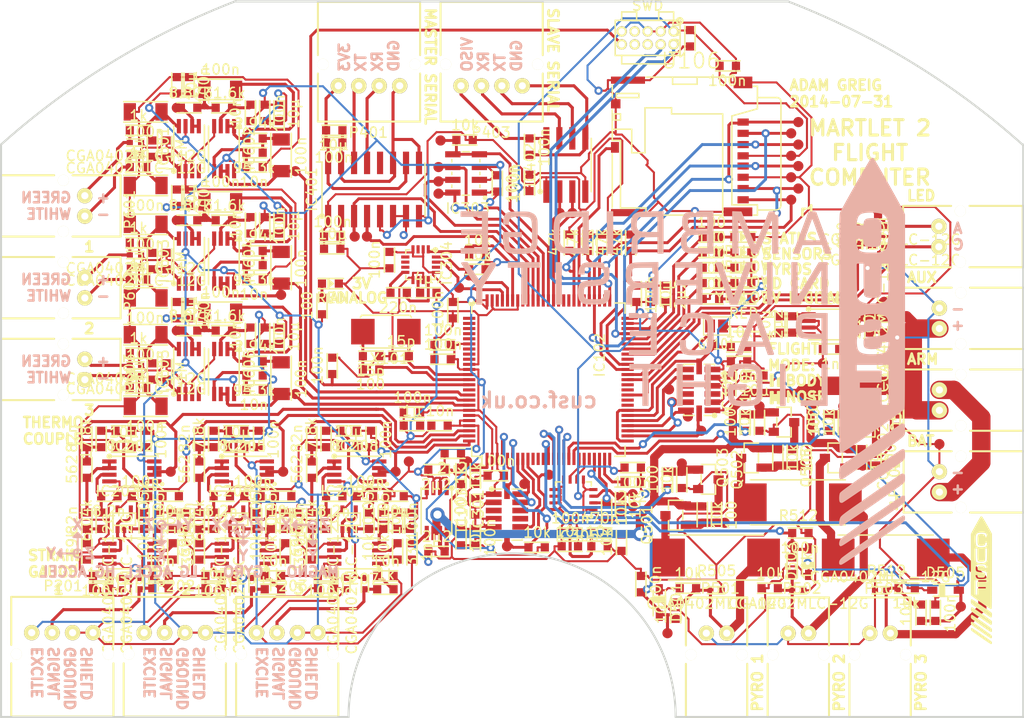
<source format=kicad_pcb>
(kicad_pcb (version 20171130) (host pcbnew "(5.1.12)-1")
  (layers (0 F.Cu signal) (1 In1.Cu power) (2 In2.Cu power) (31 B.Cu signal) (34 B.Paste user hide) (35 F.Paste user hide) (36 B.SilkS user hide) (37 F.SilkS user hide) (38 B.Mask user hide) (39 F.Mask user hide) (44 Edge.Cuts user))
  (net 0 "")
  (net 1 GND)
  (net 2 /BAT_MON)
  (net 3 +BATT)
  (net 4 +3.3V)
  (net 5 "Net-(C105-Pad2)")
  (net 6 "Net-(C119-Pad1)")
  (net 7 "Net-(C120-Pad1)")
  (net 8 "Net-(C121-Pad1)")
  (net 9 /nRST)
  (net 10 "Net-(C123-Pad1)")
  (net 11 "Net-(C201-Pad2)")
  (net 12 "Net-(C202-Pad1)")
  (net 13 "Net-(C202-Pad2)")
  (net 14 /StrainGauges/STRAIN_1)
  (net 15 "Net-(C203-Pad2)")
  (net 16 "Net-(C207-Pad1)")
  (net 17 "Net-(C208-Pad1)")
  (net 18 "Net-(C214-Pad2)")
  (net 19 "Net-(C215-Pad1)")
  (net 20 "Net-(C215-Pad2)")
  (net 21 /StrainGauges/STRAIN_2)
  (net 22 "Net-(C216-Pad2)")
  (net 23 "Net-(C220-Pad1)")
  (net 24 "Net-(C221-Pad1)")
  (net 25 "Net-(C227-Pad2)")
  (net 26 "Net-(C228-Pad1)")
  (net 27 "Net-(C228-Pad2)")
  (net 28 /StrainGauges/STRAIN_3)
  (net 29 "Net-(C229-Pad2)")
  (net 30 "Net-(C233-Pad1)")
  (net 31 "Net-(C234-Pad1)")
  (net 32 "Net-(C311-Pad2)")
  (net 33 "Net-(C312-Pad1)")
  (net 34 "Net-(C312-Pad2)")
  (net 35 "Net-(C313-Pad1)")
  (net 36 "Net-(C314-Pad2)")
  (net 37 "Net-(C402-Pad1)")
  (net 38 "Net-(C402-Pad2)")
  (net 39 "Net-(C405-Pad2)")
  (net 40 /IO/LED_C)
  (net 41 "Net-(C408-Pad1)")
  (net 42 "Net-(C408-Pad2)")
  (net 43 /Pyros/PYRO_1_C)
  (net 44 /Pyros/PYRO_2_C)
  (net 45 /Pyros/PYRO_3_C)
  (net 46 "Net-(C603-Pad2)")
  (net 47 "Net-(C606-Pad1)")
  (net 48 "Net-(C606-Pad2)")
  (net 49 /Thermocouples/THERMO_1)
  (net 50 "Net-(C607-Pad2)")
  (net 51 "Net-(C608-Pad2)")
  (net 52 "Net-(C609-Pad1)")
  (net 53 "Net-(C610-Pad1)")
  (net 54 "Net-(C614-Pad2)")
  (net 55 "Net-(C617-Pad1)")
  (net 56 "Net-(C617-Pad2)")
  (net 57 /Thermocouples/THERMO_2)
  (net 58 "Net-(C618-Pad2)")
  (net 59 "Net-(C619-Pad2)")
  (net 60 "Net-(C620-Pad1)")
  (net 61 "Net-(C621-Pad1)")
  (net 62 "Net-(C625-Pad2)")
  (net 63 "Net-(C628-Pad1)")
  (net 64 "Net-(C628-Pad2)")
  (net 65 /Thermocouples/THERMO_3)
  (net 66 "Net-(C629-Pad2)")
  (net 67 "Net-(C630-Pad2)")
  (net 68 "Net-(C631-Pad1)")
  (net 69 "Net-(C632-Pad1)")
  (net 70 "Net-(D202-Pad2)")
  (net 71 "Net-(D204-Pad2)")
  (net 72 "Net-(D206-Pad2)")
  (net 73 "Net-(D401-Pad1)")
  (net 74 "Net-(D402-Pad1)")
  (net 75 "Net-(D403-Pad1)")
  (net 76 "Net-(D404-Pad1)")
  (net 77 "Net-(D405-Pad1)")
  (net 78 "Net-(D502-Pad1)")
  (net 79 "Net-(D504-Pad1)")
  (net 80 "Net-(D506-Pad1)")
  (net 81 "Net-(D601-Pad1)")
  (net 82 "Net-(D602-Pad1)")
  (net 83 "Net-(D603-Pad1)")
  (net 84 "Net-(D604-Pad1)")
  (net 85 "Net-(D605-Pad1)")
  (net 86 "Net-(D606-Pad1)")
  (net 87 /SJ1)
  (net 88 "Net-(IC102-Pad1)")
  (net 89 "Net-(IC102-Pad2)")
  (net 90 "Net-(IC102-Pad3)")
  (net 91 /IO/LED_A)
  (net 92 "Net-(IC102-Pad13)")
  (net 93 "Net-(IC102-Pad15)")
  (net 94 /IMU/HG_ACCEL_CS)
  (net 95 /IMU/HG_ACCEL_SCK)
  (net 96 /IMU/HG_ACCEL_MISO)
  (net 97 /IMU/HG_ACCEL_MOSI)
  (net 98 /IMU/HG_ACCEL_INT1)
  (net 99 /IMU/HG_ACCEL_INT2)
  (net 100 "Net-(IC102-Pad35)")
  (net 101 "Net-(IC102-Pad36)")
  (net 102 "Net-(IC102-Pad37)")
  (net 103 /Pyros/PYRO_1_F)
  (net 104 /Pyros/PYRO_2_F)
  (net 105 /Pyros/PYRO_3_F)
  (net 106 /IMU/MAGNO_DRDY)
  (net 107 /IMU/MAGNO_SCL)
  (net 108 /IMU/MAGNO_SDA)
  (net 109 /IMU/LG_ACCEL_CS)
  (net 110 /IMU/LG_ACCEL_SCK)
  (net 111 /IMU/LG_ACCEL_MISO)
  (net 112 /IMU/LG_ACCEL_MOSI)
  (net 113 /IMU/LG_ACCEL_INT1)
  (net 114 /IMU/LG_ACCEL_INT2)
  (net 115 "Net-(IC102-Pad58)")
  (net 116 /IO/LED_1)
  (net 117 /IO/LED_2)
  (net 118 /IO/LED_3)
  (net 119 /IO/LED_4)
  (net 120 /SD_DAT0)
  (net 121 /SD_DAT1)
  (net 122 "Net-(IC102-Pad67)")
  (net 123 /SWDIO)
  (net 124 /SWCLK)
  (net 125 "Net-(IC102-Pad77)")
  (net 126 /SD_DAT2)
  (net 127 /SD_DAT3)
  (net 128 /SD_CLK)
  (net 129 "Net-(IC102-Pad81)")
  (net 130 /SD_CD)
  (net 131 /SD_CMD)
  (net 132 "Net-(IC102-Pad84)")
  (net 133 "Net-(IC102-Pad85)")
  (net 134 /IO/SER_OUT_2)
  (net 135 /IO/SER_IN_2)
  (net 136 /IMU/BARO_CS)
  (net 137 /IMU/BARO_SCK)
  (net 138 /IMU/BARO_MISO)
  (net 139 /IMU/BARO_MOSI)
  (net 140 /IO/SER_OUT_1)
  (net 141 /IO/SER_IN_1)
  (net 142 /IMU/GYRO_SCL)
  (net 143 /IMU/GYRO_SDA)
  (net 144 /IMU/GYRO_DRDY)
  (net 145 /IMU/GYRO_INT1)
  (net 146 "Net-(IC201-Pad2)")
  (net 147 "Net-(IC201-Pad3)")
  (net 148 "Net-(IC201-Pad4)")
  (net 149 "Net-(IC201-Pad6)")
  (net 150 "Net-(IC201-Pad7)")
  (net 151 "Net-(IC204-Pad2)")
  (net 152 "Net-(IC204-Pad3)")
  (net 153 "Net-(IC204-Pad4)")
  (net 154 "Net-(IC204-Pad6)")
  (net 155 "Net-(IC204-Pad7)")
  (net 156 "Net-(IC207-Pad2)")
  (net 157 "Net-(IC207-Pad3)")
  (net 158 "Net-(IC207-Pad4)")
  (net 159 "Net-(IC207-Pad6)")
  (net 160 "Net-(IC207-Pad7)")
  (net 161 "Net-(IC301-Pad3)")
  (net 162 "Net-(IC301-Pad10)")
  (net 163 "Net-(IC301-Pad11)")
  (net 164 "Net-(IC302-Pad3)")
  (net 165 "Net-(IC302-Pad10)")
  (net 166 "Net-(IC302-Pad11)")
  (net 167 "Net-(IC304-Pad3)")
  (net 168 "Net-(IC304-Pad5)")
  (net 169 "Net-(IC304-Pad6)")
  (net 170 "Net-(IC304-Pad7)")
  (net 171 "Net-(IC304-Pad14)")
  (net 172 "Net-(IC401-Pad13)")
  (net 173 "Net-(IC401-Pad14)")
  (net 174 "Net-(IC401-Pad12)")
  (net 175 "Net-(IC402-Pad6)")
  (net 176 "Net-(IC402-Pad7)")
  (net 177 "Net-(IC601-Pad4)")
  (net 178 "Net-(IC601-Pad5)")
  (net 179 "Net-(IC603-Pad4)")
  (net 180 "Net-(IC603-Pad5)")
  (net 181 "Net-(IC605-Pad4)")
  (net 182 "Net-(IC605-Pad5)")
  (net 183 "Net-(P104-Pad6)")
  (net 184 "Net-(P104-Pad7)")
  (net 185 "Net-(P104-Pad8)")
  (net 186 "Net-(Q501-PadG)")
  (net 187 "Net-(Q502-PadG)")
  (net 188 "Net-(Q502-PadD)")
  (net 189 "Net-(Q501-PadD)")
  (net 190 "Net-(Q503-PadG)")
  (net 191 "Net-(Q504-PadG)")
  (net 192 "Net-(Q504-PadD)")
  (net 193 "Net-(Q503-PadD)")
  (net 194 "Net-(Q505-PadG)")
  (net 195 "Net-(Q506-PadG)")
  (net 196 "Net-(Q506-PadD)")
  (net 197 "Net-(Q505-PadD)")
  (net 198 "Net-(IC102-Pad98)")
  (net 199 VAA)
  (net 200 "Net-(C125-Pad2)")
  (net 201 "Net-(IC102-Pad7)")
  (net 202 "Net-(IC102-Pad8)")
  (net 203 "Net-(IC102-Pad9)")
  (net 204 "Net-(IC102-Pad59)")
  (net 205 "Net-(IC102-Pad4)")
  (net 206 "Net-(IC102-Pad5)")
  (net 207 "Net-(IC102-Pad46)")
  (net 208 "Net-(IC102-Pad62)")
  (net 209 "Net-(IC102-Pad61)")
  (net 210 "Net-(P102-Pad2)")
  (net 211 "Net-(D408-Pad1)")
  (module m2fc:C1206 (layer F.Cu) (at 62.6 40.8)
    (fp_text reference C603 hide)
    (fp_text value 100n (at 1.5 1.95) (layer F.SilkS))
    (pad 1 smd rect (at 0 0) (size 1.2 1.7) (layers F.Cu F.Paste F.Mask) (net 1 GND))
    (pad 2 smd rect (at 3.1 0) (size 1.2 1.7) (layers F.Cu F.Paste F.Mask) (net 46 "Net-(C603-Pad2)"))
  )
  (module m2fc:C1206 (layer F.Cu) (at 73 38.6 180)
    (fp_text reference C606 hide)
    (fp_text value 100n (at 1.5 1.95 180) (layer F.SilkS))
    (pad 1 smd rect (at 0 0 180) (size 1.2 1.7) (layers F.Cu F.Paste F.Mask) (net 47 "Net-(C606-Pad1)"))
    (pad 2 smd rect (at 3.1 0 180) (size 1.2 1.7) (layers F.Cu F.Paste F.Mask) (net 48 "Net-(C606-Pad2)"))
  )
  (module m2fc:C1206 (layer F.Cu) (at 77.4 46.6 90)
    (fp_text reference C607 hide)
    (fp_text value 100n (at 1.5 1.95 90) (layer F.SilkS))
    (pad 1 smd rect (at 0 0 90) (size 1.2 1.7) (layers F.Cu F.Paste F.Mask) (net 49 /Thermocouples/THERMO_1))
    (pad 2 smd rect (at 3.1 0 90) (size 1.2 1.7) (layers F.Cu F.Paste F.Mask) (net 50 "Net-(C607-Pad2)"))
  )
  (module m2fc:C1206 (layer F.Cu) (at 62.6 48)
    (fp_text reference C611 hide)
    (fp_text value 100n (at 1.5 1.95) (layer F.SilkS))
    (pad 1 smd rect (at 0 0) (size 1.2 1.7) (layers F.Cu F.Paste F.Mask) (net 1 GND))
    (pad 2 smd rect (at 3.1 0) (size 1.2 1.7) (layers F.Cu F.Paste F.Mask) (net 51 "Net-(C608-Pad2)"))
  )
  (module m2fc:C1206 (layer F.Cu) (at 62.6 51.8)
    (fp_text reference C614 hide)
    (fp_text value 100n (at 1.5 1.95) (layer F.SilkS))
    (pad 1 smd rect (at 0 0) (size 1.2 1.7) (layers F.Cu F.Paste F.Mask) (net 1 GND))
    (pad 2 smd rect (at 3.1 0) (size 1.2 1.7) (layers F.Cu F.Paste F.Mask) (net 54 "Net-(C614-Pad2)"))
  )
  (module m2fc:C1206 (layer F.Cu) (at 73 49.6 180)
    (fp_text reference C617 hide)
    (fp_text value 100n (at 1.5 1.95 180) (layer F.SilkS))
    (pad 1 smd rect (at 0 0 180) (size 1.2 1.7) (layers F.Cu F.Paste F.Mask) (net 55 "Net-(C617-Pad1)"))
    (pad 2 smd rect (at 3.1 0 180) (size 1.2 1.7) (layers F.Cu F.Paste F.Mask) (net 56 "Net-(C617-Pad2)"))
  )
  (module m2fc:C1206 (layer F.Cu) (at 77.4 57.6 90)
    (fp_text reference C618 hide)
    (fp_text value 100n (at 1.5 1.95 90) (layer F.SilkS))
    (pad 1 smd rect (at 0 0 90) (size 1.2 1.7) (layers F.Cu F.Paste F.Mask) (net 57 /Thermocouples/THERMO_2))
    (pad 2 smd rect (at 3.1 0 90) (size 1.2 1.7) (layers F.Cu F.Paste F.Mask) (net 58 "Net-(C618-Pad2)"))
  )
  (module m2fc:C1206 (layer F.Cu) (at 62.6 59)
    (fp_text reference C622 hide)
    (fp_text value 100n (at 1.5 1.95) (layer F.SilkS))
    (pad 1 smd rect (at 0 0) (size 1.2 1.7) (layers F.Cu F.Paste F.Mask) (net 1 GND))
    (pad 2 smd rect (at 3.1 0) (size 1.2 1.7) (layers F.Cu F.Paste F.Mask) (net 59 "Net-(C619-Pad2)"))
  )
  (module m2fc:C1206 (layer F.Cu) (at 62.6 62.6)
    (fp_text reference C625 hide)
    (fp_text value 100n (at 1.5 1.95) (layer F.SilkS))
    (pad 1 smd rect (at 0 0) (size 1.2 1.7) (layers F.Cu F.Paste F.Mask) (net 1 GND))
    (pad 2 smd rect (at 3.1 0) (size 1.2 1.7) (layers F.Cu F.Paste F.Mask) (net 62 "Net-(C625-Pad2)"))
  )
  (module m2fc:C1206 (layer F.Cu) (at 73 60.4 180)
    (fp_text reference C628 hide)
    (fp_text value 100n (at 1.5 1.95 180) (layer F.SilkS))
    (pad 1 smd rect (at 0 0 180) (size 1.2 1.7) (layers F.Cu F.Paste F.Mask) (net 63 "Net-(C628-Pad1)"))
    (pad 2 smd rect (at 3.1 0 180) (size 1.2 1.7) (layers F.Cu F.Paste F.Mask) (net 64 "Net-(C628-Pad2)"))
  )
  (module m2fc:C1206 (layer F.Cu) (at 77.4 68.4 90)
    (fp_text reference C629 hide)
    (fp_text value 100n (at 1.5 1.95 90) (layer F.SilkS))
    (pad 1 smd rect (at 0 0 90) (size 1.2 1.7) (layers F.Cu F.Paste F.Mask) (net 65 /Thermocouples/THERMO_3))
    (pad 2 smd rect (at 3.1 0 90) (size 1.2 1.7) (layers F.Cu F.Paste F.Mask) (net 66 "Net-(C629-Pad2)"))
  )
  (module m2fc:C1206 (layer F.Cu) (at 62.6 69.6)
    (fp_text reference C633 hide)
    (fp_text value 100n (at 1.5 1.95) (layer F.SilkS))
    (pad 1 smd rect (at 0 0) (size 1.2 1.7) (layers F.Cu F.Paste F.Mask) (net 1 GND))
    (pad 2 smd rect (at 3.1 0) (size 1.2 1.7) (layers F.Cu F.Paste F.Mask) (net 67 "Net-(C630-Pad2)"))
  )
  (module m2fc:R0402 (layer F.Cu) (at 137.6 70.4 270)
    (fp_text reference D101 hide)
    (fp_text value CGA0402MLC-12G (at 0.6 1.3 270) (layer F.SilkS))
    (pad 1 smd rect (at 0 0 270) (size 0.6 0.5) (layers F.Cu F.Paste F.Mask) (net 3 +BATT))
    (pad 2 smd rect (at 1.1 0 270) (size 0.6 0.5) (layers F.Cu F.Paste F.Mask) (net 1 GND))
  )
  (module m2fc:R0402 (layer F.Cu) (at 137.6 60.8 270)
    (fp_text reference D102 hide)
    (fp_text value CGA0402MLC-12G (at 0.6 1.3 270) (layer F.SilkS))
    (pad 1 smd rect (at 0 0 270) (size 0.6 0.5) (layers F.Cu F.Paste F.Mask) (net 3 +BATT))
    (pad 2 smd rect (at 1.1 0 270) (size 0.6 0.5) (layers F.Cu F.Paste F.Mask) (net 1 GND))
  )
  (module m2fc:R0402 (layer F.Cu) (at 61.8 86.4 270)
    (fp_text reference D201 hide)
    (fp_text value CGA0402MLC-12G (at 0.6 1.3 270) (layer F.SilkS))
    (pad 1 smd rect (at 0 0 270) (size 0.6 0.5) (layers F.Cu F.Paste F.Mask) (net 1 GND))
    (pad 2 smd rect (at 1.1 0 270) (size 0.6 0.5) (layers F.Cu F.Paste F.Mask) (net 199 VAA))
  )
  (module m2fc:R0402 (layer F.Cu) (at 63.6 86.4 270)
    (fp_text reference D202 hide)
    (fp_text value CGA0402MLC-12G (at 0.6 1.3 270) (layer F.SilkS))
    (pad 1 smd rect (at 0 0 270) (size 0.6 0.5) (layers F.Cu F.Paste F.Mask) (net 1 GND))
    (pad 2 smd rect (at 1.1 0 270) (size 0.6 0.5) (layers F.Cu F.Paste F.Mask) (net 70 "Net-(D202-Pad2)"))
  )
  (module m2fc:R0402 (layer F.Cu) (at 72.8 86.4 270)
    (fp_text reference D203 hide)
    (fp_text value CGA0402MLC-12G (at 0.6 1.3 270) (layer F.SilkS))
    (pad 1 smd rect (at 0 0 270) (size 0.6 0.5) (layers F.Cu F.Paste F.Mask) (net 1 GND))
    (pad 2 smd rect (at 1.1 0 270) (size 0.6 0.5) (layers F.Cu F.Paste F.Mask) (net 199 VAA))
  )
  (module m2fc:R0402 (layer F.Cu) (at 74.6 86.4 270)
    (fp_text reference D204 hide)
    (fp_text value CGA0402MLC-12G (at 0.6 1.3 270) (layer F.SilkS))
    (pad 1 smd rect (at 0 0 270) (size 0.6 0.5) (layers F.Cu F.Paste F.Mask) (net 1 GND))
    (pad 2 smd rect (at 1.1 0 270) (size 0.6 0.5) (layers F.Cu F.Paste F.Mask) (net 71 "Net-(D204-Pad2)"))
  )
  (module m2fc:R0402 (layer F.Cu) (at 83.8 86.4 270)
    (fp_text reference D205 hide)
    (fp_text value CGA0402MLC-12G (at 0.6 1.3 270) (layer F.SilkS))
    (pad 1 smd rect (at 0 0 270) (size 0.6 0.5) (layers F.Cu F.Paste F.Mask) (net 1 GND))
    (pad 2 smd rect (at 1.1 0 270) (size 0.6 0.5) (layers F.Cu F.Paste F.Mask) (net 199 VAA))
  )
  (module m2fc:R0402 (layer F.Cu) (at 85.6 86.4 270)
    (fp_text reference D206 hide)
    (fp_text value CGA0402MLC-12G (at 0.6 1.3 270) (layer F.SilkS))
    (pad 1 smd rect (at 0 0 270) (size 0.6 0.5) (layers F.Cu F.Paste F.Mask) (net 1 GND))
    (pad 2 smd rect (at 1.1 0 270) (size 0.6 0.5) (layers F.Cu F.Paste F.Mask) (net 72 "Net-(D206-Pad2)"))
  )
  (module m2fc:LED0603 (layer F.Cu) (at 121.75 59.1)
    (fp_text reference D401 hide)
    (fp_text value RED (at 0.9 1.4) (layer F.SilkS))
    (pad 1 smd rect (at 0 0) (size 0.8 0.8) (layers F.Cu F.Paste F.Mask) (net 73 "Net-(D401-Pad1)"))
    (pad 2 smd rect (at 1.65 0) (size 0.8 0.8) (layers F.Cu F.Paste F.Mask) (net 1 GND))
  )
  (module m2fc:LED0603 (layer F.Cu) (at 121.75 57.55)
    (fp_text reference D402 hide)
    (fp_text value YELLOW (at 0.9 1.4) (layer F.SilkS))
    (pad 1 smd rect (at 0 0) (size 0.8 0.8) (layers F.Cu F.Paste F.Mask) (net 74 "Net-(D402-Pad1)"))
    (pad 2 smd rect (at 1.65 0) (size 0.8 0.8) (layers F.Cu F.Paste F.Mask) (net 1 GND))
  )
  (module m2fc:LED0603 (layer F.Cu) (at 121.75 56.05)
    (fp_text reference D403 hide)
    (fp_text value YELLOW (at 0.9 1.4) (layer F.SilkS))
    (pad 1 smd rect (at 0 0) (size 0.8 0.8) (layers F.Cu F.Paste F.Mask) (net 75 "Net-(D403-Pad1)"))
    (pad 2 smd rect (at 1.65 0) (size 0.8 0.8) (layers F.Cu F.Paste F.Mask) (net 1 GND))
  )
  (module m2fc:LED0603 (layer F.Cu) (at 121.75 54.55)
    (fp_text reference D404 hide)
    (fp_text value YELLOW (at 0.9 1.4) (layer F.SilkS))
    (pad 1 smd rect (at 0 0) (size 0.8 0.8) (layers F.Cu F.Paste F.Mask) (net 76 "Net-(D404-Pad1)"))
    (pad 2 smd rect (at 1.65 0) (size 0.8 0.8) (layers F.Cu F.Paste F.Mask) (net 1 GND))
  )
  (module m2fc:LED0603 (layer F.Cu) (at 121.75 53.05)
    (fp_text reference D405 hide)
    (fp_text value YELLOW (at 0.9 1.4) (layer F.SilkS))
    (pad 1 smd rect (at 0 0) (size 0.8 0.8) (layers F.Cu F.Paste F.Mask) (net 77 "Net-(D405-Pad1)"))
    (pad 2 smd rect (at 1.65 0) (size 0.8 0.8) (layers F.Cu F.Paste F.Mask) (net 1 GND))
  )
  (module m2fc:R0402 (layer F.Cu) (at 136.4 52)
    (fp_text reference D406 hide)
    (fp_text value CGA0402MLC-12G (at 0.6 1.3) (layer F.SilkS))
    (pad 1 smd rect (at 0 0) (size 0.6 0.5) (layers F.Cu F.Paste F.Mask) (net 1 GND))
    (pad 2 smd rect (at 1.1 0) (size 0.6 0.5) (layers F.Cu F.Paste F.Mask) (net 39 "Net-(C405-Pad2)"))
  )
  (module m2fc:R0402 (layer F.Cu) (at 136.4 54)
    (fp_text reference D407 hide)
    (fp_text value CGA0402MLC-12G (at 0.6 1.3) (layer F.SilkS))
    (pad 1 smd rect (at 0 0) (size 0.6 0.5) (layers F.Cu F.Paste F.Mask) (net 1 GND))
    (pad 2 smd rect (at 1.1 0) (size 0.6 0.5) (layers F.Cu F.Paste F.Mask) (net 40 /IO/LED_C))
  )
  (module m2fc:SOD323 (layer F.Cu) (at 114.4 87.6 270)
    (fp_text reference D501 (at 1.2 -1.7 270) (layer F.SilkS))
    (fp_text value DIODESCH hide)
    (pad 2 smd rect (at 0 0 270) (size 1 0.7) (drill (offset -0.1 0)) (layers F.Cu F.Paste F.Mask) (net 4 +3.3V))
    (pad 1 smd rect (at 2.4 0 270) (size 1 0.7) (drill (offset 0.1 0)) (layers F.Cu F.Paste F.Mask) (net 43 /Pyros/PYRO_1_C))
  )
  (module m2fc:R0402 (layer F.Cu) (at 119.4 87.6)
    (fp_text reference D502 hide)
    (fp_text value CGA0402MLC-12G (at 0.6 1.3) (layer F.SilkS))
    (pad 1 smd rect (at 0 0) (size 0.6 0.5) (layers F.Cu F.Paste F.Mask) (net 78 "Net-(D502-Pad1)"))
    (pad 2 smd rect (at 1.1 0) (size 0.6 0.5) (layers F.Cu F.Paste F.Mask) (net 1 GND))
  )
  (module m2fc:SOD323 (layer F.Cu) (at 129 86 90)
    (fp_text reference D503 (at 1.2 -1.7 90) (layer F.SilkS))
    (fp_text value DIODESCH hide)
    (pad 2 smd rect (at 0 0 90) (size 1 0.7) (drill (offset -0.1 0)) (layers F.Cu F.Paste F.Mask) (net 4 +3.3V))
    (pad 1 smd rect (at 2.4 0 90) (size 1 0.7) (drill (offset 0.1 0)) (layers F.Cu F.Paste F.Mask) (net 44 /Pyros/PYRO_2_C))
  )
  (module m2fc:R0402 (layer F.Cu) (at 127.4 87.6)
    (fp_text reference D504 hide)
    (fp_text value CGA0402MLC-12G (at 0.6 1.3) (layer F.SilkS))
    (pad 1 smd rect (at 0 0) (size 0.6 0.5) (layers F.Cu F.Paste F.Mask) (net 79 "Net-(D504-Pad1)"))
    (pad 2 smd rect (at 1.1 0) (size 0.6 0.5) (layers F.Cu F.Paste F.Mask) (net 1 GND))
  )
  (module m2fc:SOD323 (layer F.Cu) (at 141.2 87.6)
    (fp_text reference D505 (at 1.2 -1.7) (layer F.SilkS))
    (fp_text value DIODESCH hide)
    (pad 2 smd rect (at 0 0) (size 1 0.7) (drill (offset -0.1 0)) (layers F.Cu F.Paste F.Mask) (net 4 +3.3V))
    (pad 1 smd rect (at 2.4 0) (size 1 0.7) (drill (offset 0.1 0)) (layers F.Cu F.Paste F.Mask) (net 45 /Pyros/PYRO_3_C))
  )
  (module m2fc:R0402 (layer F.Cu) (at 136.6 87.6 180)
    (fp_text reference D506 hide)
    (fp_text value CGA0402MLC-12G (at 0.6 1.3 180) (layer F.SilkS))
    (pad 1 smd rect (at 0 0 180) (size 0.6 0.5) (layers F.Cu F.Paste F.Mask) (net 80 "Net-(D506-Pad1)"))
    (pad 2 smd rect (at 1.1 0 180) (size 0.6 0.5) (layers F.Cu F.Paste F.Mask) (net 1 GND))
  )
  (module m2fc:R0402 (layer F.Cu) (at 62.6 43.8)
    (fp_text reference D601 hide)
    (fp_text value CGA0402MLC-12G (at 0.6 1.3) (layer F.SilkS))
    (pad 1 smd rect (at 0 0) (size 0.6 0.5) (layers F.Cu F.Paste F.Mask) (net 81 "Net-(D601-Pad1)"))
    (pad 2 smd rect (at 1.1 0) (size 0.6 0.5) (layers F.Cu F.Paste F.Mask) (net 1 GND))
  )
  (module m2fc:R0402 (layer F.Cu) (at 62.6 45)
    (fp_text reference D602 hide)
    (fp_text value CGA0402MLC-12G (at 0.6 1.3) (layer F.SilkS))
    (pad 1 smd rect (at 0 0) (size 0.6 0.5) (layers F.Cu F.Paste F.Mask) (net 82 "Net-(D602-Pad1)"))
    (pad 2 smd rect (at 1.1 0) (size 0.6 0.5) (layers F.Cu F.Paste F.Mask) (net 1 GND))
  )
  (module m2fc:R0402 (layer F.Cu) (at 62.6 54.8)
    (fp_text reference D603 hide)
    (fp_text value CGA0402MLC-12G (at 0.6 1.3) (layer F.SilkS))
    (pad 1 smd rect (at 0 0) (size 0.6 0.5) (layers F.Cu F.Paste F.Mask) (net 83 "Net-(D603-Pad1)"))
    (pad 2 smd rect (at 1.1 0) (size 0.6 0.5) (layers F.Cu F.Paste F.Mask) (net 1 GND))
  )
  (module m2fc:R0402 (layer F.Cu) (at 62.6 56)
    (fp_text reference D604 hide)
    (fp_text value CGA0402MLC-12G (at 0.6 1.3) (layer F.SilkS))
    (pad 1 smd rect (at 0 0) (size 0.6 0.5) (layers F.Cu F.Paste F.Mask) (net 84 "Net-(D604-Pad1)"))
    (pad 2 smd rect (at 1.1 0) (size 0.6 0.5) (layers F.Cu F.Paste F.Mask) (net 1 GND))
  )
  (module m2fc:R0402 (layer F.Cu) (at 62.6 65.6)
    (fp_text reference D605 hide)
    (fp_text value CGA0402MLC-12G (at 0.6 1.3) (layer F.SilkS))
    (pad 1 smd rect (at 0 0) (size 0.6 0.5) (layers F.Cu F.Paste F.Mask) (net 85 "Net-(D605-Pad1)"))
    (pad 2 smd rect (at 1.1 0) (size 0.6 0.5) (layers F.Cu F.Paste F.Mask) (net 1 GND))
  )
  (module m2fc:R0402 (layer F.Cu) (at 62.6 66.6)
    (fp_text reference D606 hide)
    (fp_text value CGA0402MLC-12G (at 0.6 1.3) (layer F.SilkS))
    (pad 1 smd rect (at 0 0) (size 0.6 0.5) (layers F.Cu F.Paste F.Mask) (net 86 "Net-(D606-Pad1)"))
    (pad 2 smd rect (at 1.1 0) (size 0.6 0.5) (layers F.Cu F.Paste F.Mask) (net 1 GND))
  )
  (module Connect:GS2 (layer F.Cu) (at 120 61.75 270)
    (fp_text reference GS101 (at 1.778 0) (layer F.SilkS) (effects (font (size 1.016 0.762) (thickness 0.127))))
    (fp_text value GS2 hide)
    (pad 1 smd rect (at 0 -0.635 270) (size 1.27 0.9652) (layers F.Cu F.Paste F.Mask) (net 1 GND))
    (pad 2 smd rect (at 0 0.635 270) (size 1.27 0.9652) (layers F.Cu F.Paste F.Mask) (net 87 /SJ1))
  )
  (module m2fc:MSOP8 (layer F.Cu) (at 129 60.6)
    (fp_text reference IC101 (at 2.2 -1.5) (layer F.SilkS))
    (fp_text value ADP3335 hide)
    (pad 1 smd rect (at 0 0) (size 1.4 0.4) (layers F.Cu F.Paste F.Mask) (net 4 +3.3V))
    (pad 2 smd rect (at 0 0.65) (size 1.4 0.4) (layers F.Cu F.Paste F.Mask) (net 4 +3.3V))
    (pad 3 smd rect (at 0 1.3) (size 1.4 0.4) (layers F.Cu F.Paste F.Mask) (net 4 +3.3V))
    (pad 4 smd rect (at 0 1.95) (size 1.4 0.4) (layers F.Cu F.Paste F.Mask) (net 1 GND))
    (pad 5 smd rect (at 4.4 1.95) (size 1.4 0.4) (layers F.Cu F.Paste F.Mask) (net 5 "Net-(C105-Pad2)"))
    (pad 6 smd rect (at 4.4 1.3) (size 1.4 0.4) (layers F.Cu F.Paste F.Mask) (net 3 +BATT))
    (pad 7 smd rect (at 4.4 0.65) (size 1.4 0.4) (layers F.Cu F.Paste F.Mask) (net 3 +BATT))
    (pad 8 smd rect (at 4.4 0) (size 1.4 0.4) (layers F.Cu F.Paste F.Mask) (net 3 +BATT))
  )
  (module m2fc:LQFP100 (layer F.Cu) (at 95.8 61 270)
    (fp_text reference IC102 (at 3.6 -12.75 270) (layer F.SilkS))
    (fp_text value STM32F405VGT hide)
    (pad 1 smd rect (at 0 0 270) (size 0.3 1.2) (layers F.Cu F.Paste F.Mask) (net 88 "Net-(IC102-Pad1)"))
    (pad 2 smd rect (at 0.5 0 270) (size 0.3 1.2) (layers F.Cu F.Paste F.Mask) (net 89 "Net-(IC102-Pad2)"))
    (pad 3 smd rect (at 1 0 270) (size 0.3 1.2) (layers F.Cu F.Paste F.Mask) (net 90 "Net-(IC102-Pad3)"))
    (pad 4 smd rect (at 1.5 0 270) (size 0.3 1.2) (layers F.Cu F.Paste F.Mask) (net 205 "Net-(IC102-Pad4)"))
    (pad 5 smd rect (at 2 0 270) (size 0.3 1.2) (layers F.Cu F.Paste F.Mask) (net 206 "Net-(IC102-Pad5)"))
    (pad 6 smd rect (at 2.5 0 270) (size 0.3 1.2) (layers F.Cu F.Paste F.Mask) (net 4 +3.3V))
    (pad 7 smd rect (at 3 0 270) (size 0.3 1.2) (layers F.Cu F.Paste F.Mask) (net 201 "Net-(IC102-Pad7)"))
    (pad 8 smd rect (at 3.5 0 270) (size 0.3 1.2) (layers F.Cu F.Paste F.Mask) (net 202 "Net-(IC102-Pad8)"))
    (pad 9 smd rect (at 4 0 270) (size 0.3 1.2) (layers F.Cu F.Paste F.Mask) (net 203 "Net-(IC102-Pad9)"))
    (pad 10 smd rect (at 4.5 0 270) (size 0.3 1.2) (layers F.Cu F.Paste F.Mask) (net 1 GND))
    (pad 11 smd rect (at 5 0 270) (size 0.3 1.2) (layers F.Cu F.Paste F.Mask) (net 4 +3.3V))
    (pad 12 smd rect (at 5.5 0 270) (size 0.3 1.2) (layers F.Cu F.Paste F.Mask) (net 8 "Net-(C121-Pad1)"))
    (pad 13 smd rect (at 6 0 270) (size 0.3 1.2) (layers F.Cu F.Paste F.Mask) (net 92 "Net-(IC102-Pad13)"))
    (pad 14 smd rect (at 6.5 0 270) (size 0.3 1.2) (layers F.Cu F.Paste F.Mask) (net 9 /nRST))
    (pad 15 smd rect (at 7 0 270) (size 0.3 1.2) (layers F.Cu F.Paste F.Mask) (net 93 "Net-(IC102-Pad15)"))
    (pad 16 smd rect (at 7.5 0 270) (size 0.3 1.2) (layers F.Cu F.Paste F.Mask) (net 49 /Thermocouples/THERMO_1))
    (pad 17 smd rect (at 8 0 270) (size 0.3 1.2) (layers F.Cu F.Paste F.Mask) (net 57 /Thermocouples/THERMO_2))
    (pad 18 smd rect (at 8.5 0 270) (size 0.3 1.2) (layers F.Cu F.Paste F.Mask) (net 65 /Thermocouples/THERMO_3))
    (pad 19 smd rect (at 9 0 270) (size 0.3 1.2) (layers F.Cu F.Paste F.Mask) (net 4 +3.3V))
    (pad 20 smd rect (at 9.5 0 270) (size 0.3 1.2) (layers F.Cu F.Paste F.Mask) (net 1 GND))
    (pad 21 smd rect (at 10 0 270) (size 0.3 1.2) (layers F.Cu F.Paste F.Mask) (net 199 VAA))
    (pad 22 smd rect (at 10.5 0 270) (size 0.3 1.2) (layers F.Cu F.Paste F.Mask) (net 199 VAA))
    (pad 23 smd rect (at 11 0 270) (size 0.3 1.2) (layers F.Cu F.Paste F.Mask) (net 14 /StrainGauges/STRAIN_1))
    (pad 24 smd rect (at 11.5 0 270) (size 0.3 1.2) (layers F.Cu F.Paste F.Mask) (net 21 /StrainGauges/STRAIN_2))
    (pad 25 smd rect (at 12 0 270) (size 0.3 1.2) (layers F.Cu F.Paste F.Mask) (net 28 /StrainGauges/STRAIN_3))
    (pad 26 smd rect (at 13.75 -1.75 270) (size 1.2 0.3) (layers F.Cu F.Paste F.Mask) (net 2 /BAT_MON))
    (pad 27 smd rect (at 13.75 -2.25 270) (size 1.2 0.3) (layers F.Cu F.Paste F.Mask) (net 1 GND))
    (pad 28 smd rect (at 13.75 -2.75 270) (size 1.2 0.3) (layers F.Cu F.Paste F.Mask) (net 4 +3.3V))
    (pad 29 smd rect (at 13.75 -3.25 270) (size 1.2 0.3) (layers F.Cu F.Paste F.Mask) (net 94 /IMU/HG_ACCEL_CS))
    (pad 30 smd rect (at 13.75 -3.75 270) (size 1.2 0.3) (layers F.Cu F.Paste F.Mask) (net 95 /IMU/HG_ACCEL_SCK))
    (pad 31 smd rect (at 13.75 -4.25 270) (size 1.2 0.3) (layers F.Cu F.Paste F.Mask) (net 96 /IMU/HG_ACCEL_MISO))
    (pad 32 smd rect (at 13.75 -4.75 270) (size 1.2 0.3) (layers F.Cu F.Paste F.Mask) (net 97 /IMU/HG_ACCEL_MOSI))
    (pad 33 smd rect (at 13.75 -5.25 270) (size 1.2 0.3) (layers F.Cu F.Paste F.Mask) (net 99 /IMU/HG_ACCEL_INT2))
    (pad 34 smd rect (at 13.75 -5.75 270) (size 1.2 0.3) (layers F.Cu F.Paste F.Mask) (net 98 /IMU/HG_ACCEL_INT1))
    (pad 35 smd rect (at 13.75 -6.25 270) (size 1.2 0.3) (layers F.Cu F.Paste F.Mask) (net 100 "Net-(IC102-Pad35)"))
    (pad 36 smd rect (at 13.75 -6.75 270) (size 1.2 0.3) (layers F.Cu F.Paste F.Mask) (net 101 "Net-(IC102-Pad36)"))
    (pad 37 smd rect (at 13.75 -7.25 270) (size 1.2 0.3) (layers F.Cu F.Paste F.Mask) (net 102 "Net-(IC102-Pad37)"))
    (pad 38 smd rect (at 13.75 -7.75 270) (size 1.2 0.3) (layers F.Cu F.Paste F.Mask) (net 43 /Pyros/PYRO_1_C))
    (pad 39 smd rect (at 13.75 -8.25 270) (size 1.2 0.3) (layers F.Cu F.Paste F.Mask) (net 44 /Pyros/PYRO_2_C))
    (pad 40 smd rect (at 13.75 -8.75 270) (size 1.2 0.3) (layers F.Cu F.Paste F.Mask) (net 45 /Pyros/PYRO_3_C))
    (pad 41 smd rect (at 13.75 -9.25 270) (size 1.2 0.3) (layers F.Cu F.Paste F.Mask) (net 103 /Pyros/PYRO_1_F))
    (pad 42 smd rect (at 13.75 -9.75 270) (size 1.2 0.3) (layers F.Cu F.Paste F.Mask) (net 104 /Pyros/PYRO_2_F))
    (pad 43 smd rect (at 13.75 -10.25 270) (size 1.2 0.3) (layers F.Cu F.Paste F.Mask) (net 105 /Pyros/PYRO_3_F))
    (pad 44 smd rect (at 13.75 -10.75 270) (size 1.2 0.3) (layers F.Cu F.Paste F.Mask) (net 145 /IMU/GYRO_INT1))
    (pad 45 smd rect (at 13.75 -11.25 270) (size 1.2 0.3) (layers F.Cu F.Paste F.Mask) (net 144 /IMU/GYRO_DRDY))
    (pad 46 smd rect (at 13.75 -11.75 270) (size 1.2 0.3) (layers F.Cu F.Paste F.Mask) (net 207 "Net-(IC102-Pad46)"))
    (pad 47 smd rect (at 13.75 -12.25 270) (size 1.2 0.3) (layers F.Cu F.Paste F.Mask) (net 142 /IMU/GYRO_SCL))
    (pad 48 smd rect (at 13.75 -12.75 270) (size 1.2 0.3) (layers F.Cu F.Paste F.Mask) (net 143 /IMU/GYRO_SDA))
    (pad 49 smd rect (at 13.75 -13.25 270) (size 1.2 0.3) (layers F.Cu F.Paste F.Mask) (net 6 "Net-(C119-Pad1)"))
    (pad 50 smd rect (at 13.75 -13.75 270) (size 1.2 0.3) (layers F.Cu F.Paste F.Mask) (net 4 +3.3V))
    (pad 51 smd rect (at 12 -15.5 270) (size 0.3 1.2) (layers F.Cu F.Paste F.Mask) (net 109 /IMU/LG_ACCEL_CS))
    (pad 52 smd rect (at 11.5 -15.5 270) (size 0.3 1.2) (layers F.Cu F.Paste F.Mask) (net 110 /IMU/LG_ACCEL_SCK))
    (pad 53 smd rect (at 11 -15.5 270) (size 0.3 1.2) (layers F.Cu F.Paste F.Mask) (net 111 /IMU/LG_ACCEL_MISO))
    (pad 54 smd rect (at 10.5 -15.5 270) (size 0.3 1.2) (layers F.Cu F.Paste F.Mask) (net 112 /IMU/LG_ACCEL_MOSI))
    (pad 55 smd rect (at 10 -15.5 270) (size 0.3 1.2) (layers F.Cu F.Paste F.Mask) (net 114 /IMU/LG_ACCEL_INT2))
    (pad 56 smd rect (at 9.5 -15.5 270) (size 0.3 1.2) (layers F.Cu F.Paste F.Mask) (net 113 /IMU/LG_ACCEL_INT1))
    (pad 57 smd rect (at 9 -15.5 270) (size 0.3 1.2) (layers F.Cu F.Paste F.Mask) (net 109 /IMU/LG_ACCEL_CS))
    (pad 58 smd rect (at 8.5 -15.5 270) (size 0.3 1.2) (layers F.Cu F.Paste F.Mask) (net 115 "Net-(IC102-Pad58)"))
    (pad 59 smd rect (at 8 -15.5 270) (size 0.3 1.2) (layers F.Cu F.Paste F.Mask) (net 204 "Net-(IC102-Pad59)"))
    (pad 60 smd rect (at 7.5 -15.5 270) (size 0.3 1.2) (layers F.Cu F.Paste F.Mask) (net 87 /SJ1))
    (pad 61 smd rect (at 7 -15.5 270) (size 0.3 1.2) (layers F.Cu F.Paste F.Mask) (net 209 "Net-(IC102-Pad61)"))
    (pad 62 smd rect (at 6.5 -15.5 270) (size 0.3 1.2) (layers F.Cu F.Paste F.Mask) (net 208 "Net-(IC102-Pad62)"))
    (pad 63 smd rect (at 6 -15.5 270) (size 0.3 1.2) (layers F.Cu F.Paste F.Mask) (net 40 /IO/LED_C))
    (pad 64 smd rect (at 5.5 -15.5 270) (size 0.3 1.2) (layers F.Cu F.Paste F.Mask) (net 91 /IO/LED_A))
    (pad 65 smd rect (at 5 -15.5 270) (size 0.3 1.2) (layers F.Cu F.Paste F.Mask) (net 120 /SD_DAT0))
    (pad 66 smd rect (at 4.5 -15.5 270) (size 0.3 1.2) (layers F.Cu F.Paste F.Mask) (net 121 /SD_DAT1))
    (pad 67 smd rect (at 4 -15.5 270) (size 0.3 1.2) (layers F.Cu F.Paste F.Mask) (net 122 "Net-(IC102-Pad67)"))
    (pad 68 smd rect (at 3.5 -15.5 270) (size 0.3 1.2) (layers F.Cu F.Paste F.Mask) (net 116 /IO/LED_1))
    (pad 69 smd rect (at 3 -15.5 270) (size 0.3 1.2) (layers F.Cu F.Paste F.Mask) (net 117 /IO/LED_2))
    (pad 70 smd rect (at 2.5 -15.5 270) (size 0.3 1.2) (layers F.Cu F.Paste F.Mask) (net 118 /IO/LED_3))
    (pad 71 smd rect (at 2 -15.5 270) (size 0.3 1.2) (layers F.Cu F.Paste F.Mask) (net 119 /IO/LED_4))
    (pad 72 smd rect (at 1.5 -15.5 270) (size 0.3 1.2) (layers F.Cu F.Paste F.Mask) (net 123 /SWDIO))
    (pad 73 smd rect (at 1 -15.5 270) (size 0.3 1.2) (layers F.Cu F.Paste F.Mask) (net 7 "Net-(C120-Pad1)"))
    (pad 74 smd rect (at 0.5 -15.5 270) (size 0.3 1.2) (layers F.Cu F.Paste F.Mask) (net 1 GND))
    (pad 75 smd rect (at 0 -15.5 270) (size 0.3 1.2) (layers F.Cu F.Paste F.Mask) (net 4 +3.3V))
    (pad 76 smd rect (at -1.75 -13.75 270) (size 1.2 0.3) (layers F.Cu F.Paste F.Mask) (net 124 /SWCLK))
    (pad 77 smd rect (at -1.75 -13.25 270) (size 1.2 0.3) (layers F.Cu F.Paste F.Mask) (net 125 "Net-(IC102-Pad77)"))
    (pad 78 smd rect (at -1.75 -12.75 270) (size 1.2 0.3) (layers F.Cu F.Paste F.Mask) (net 126 /SD_DAT2))
    (pad 79 smd rect (at -1.75 -12.25 270) (size 1.2 0.3) (layers F.Cu F.Paste F.Mask) (net 127 /SD_DAT3))
    (pad 80 smd rect (at -1.75 -11.75 270) (size 1.2 0.3) (layers F.Cu F.Paste F.Mask) (net 128 /SD_CLK))
    (pad 81 smd rect (at -1.75 -11.25 270) (size 1.2 0.3) (layers F.Cu F.Paste F.Mask) (net 129 "Net-(IC102-Pad81)"))
    (pad 82 smd rect (at -1.75 -10.75 270) (size 1.2 0.3) (layers F.Cu F.Paste F.Mask) (net 130 /SD_CD))
    (pad 83 smd rect (at -1.75 -10.25 270) (size 1.2 0.3) (layers F.Cu F.Paste F.Mask) (net 131 /SD_CMD))
    (pad 84 smd rect (at -1.75 -9.75 270) (size 1.2 0.3) (layers F.Cu F.Paste F.Mask) (net 132 "Net-(IC102-Pad84)"))
    (pad 85 smd rect (at -1.75 -9.25 270) (size 1.2 0.3) (layers F.Cu F.Paste F.Mask) (net 133 "Net-(IC102-Pad85)"))
    (pad 86 smd rect (at -1.75 -8.75 270) (size 1.2 0.3) (layers F.Cu F.Paste F.Mask) (net 134 /IO/SER_OUT_2))
    (pad 87 smd rect (at -1.75 -8.25 270) (size 1.2 0.3) (layers F.Cu F.Paste F.Mask) (net 135 /IO/SER_IN_2))
    (pad 88 smd rect (at -1.75 -7.75 270) (size 1.2 0.3) (layers F.Cu F.Paste F.Mask) (net 136 /IMU/BARO_CS))
    (pad 89 smd rect (at -1.75 -7.25 270) (size 1.2 0.3) (layers F.Cu F.Paste F.Mask) (net 137 /IMU/BARO_SCK))
    (pad 90 smd rect (at -1.75 -6.75 270) (size 1.2 0.3) (layers F.Cu F.Paste F.Mask) (net 138 /IMU/BARO_MISO))
    (pad 91 smd rect (at -1.75 -6.25 270) (size 1.2 0.3) (layers F.Cu F.Paste F.Mask) (net 139 /IMU/BARO_MOSI))
    (pad 92 smd rect (at -1.75 -5.75 270) (size 1.2 0.3) (layers F.Cu F.Paste F.Mask) (net 140 /IO/SER_OUT_1))
    (pad 93 smd rect (at -1.75 -5.25 270) (size 1.2 0.3) (layers F.Cu F.Paste F.Mask) (net 141 /IO/SER_IN_1))
    (pad 94 smd rect (at -1.75 -4.75 270) (size 1.2 0.3) (layers F.Cu F.Paste F.Mask) (net 1 GND))
    (pad 95 smd rect (at -1.75 -4.25 270) (size 1.2 0.3) (layers F.Cu F.Paste F.Mask) (net 107 /IMU/MAGNO_SCL))
    (pad 96 smd rect (at -1.75 -3.75 270) (size 1.2 0.3) (layers F.Cu F.Paste F.Mask) (net 108 /IMU/MAGNO_SDA))
    (pad 97 smd rect (at -1.75 -3.25 270) (size 1.2 0.3) (layers F.Cu F.Paste F.Mask) (net 106 /IMU/MAGNO_DRDY))
    (pad 98 smd rect (at -1.75 -2.75 270) (size 1.2 0.3) (layers F.Cu F.Paste F.Mask) (net 198 "Net-(IC102-Pad98)"))
    (pad 99 smd rect (at -1.75 -2.25 270) (size 1.2 0.3) (layers F.Cu F.Paste F.Mask) (net 1 GND))
    (pad 100 smd rect (at -1.75 -1.75 270) (size 1.2 0.3) (layers F.Cu F.Paste F.Mask) (net 4 +3.3V))
  )
  (module m2fc:MSOP8 (layer F.Cu) (at 65 85 180)
    (fp_text reference IC201 (at 2.2 -1.5 180) (layer F.SilkS))
    (fp_text value AD8226 hide)
    (pad 1 smd rect (at 0 0 180) (size 1.4 0.4) (layers F.Cu F.Paste F.Mask) (net 11 "Net-(C201-Pad2)"))
    (pad 2 smd rect (at 0 0.65 180) (size 1.4 0.4) (layers F.Cu F.Paste F.Mask) (net 146 "Net-(IC201-Pad2)"))
    (pad 3 smd rect (at 0 1.3 180) (size 1.4 0.4) (layers F.Cu F.Paste F.Mask) (net 147 "Net-(IC201-Pad3)"))
    (pad 4 smd rect (at 0 1.95 180) (size 1.4 0.4) (layers F.Cu F.Paste F.Mask) (net 148 "Net-(IC201-Pad4)"))
    (pad 5 smd rect (at 4.4 1.95 180) (size 1.4 0.4) (layers F.Cu F.Paste F.Mask) (net 1 GND))
    (pad 6 smd rect (at 4.4 1.3 180) (size 1.4 0.4) (layers F.Cu F.Paste F.Mask) (net 149 "Net-(IC201-Pad6)"))
    (pad 7 smd rect (at 4.4 0.65 180) (size 1.4 0.4) (layers F.Cu F.Paste F.Mask) (net 150 "Net-(IC201-Pad7)"))
    (pad 8 smd rect (at 4.4 0 180) (size 1.4 0.4) (layers F.Cu F.Paste F.Mask) (net 199 VAA))
  )
  (module m2fc:MSOP8 (layer F.Cu) (at 60.6 75)
    (fp_text reference IC202 (at 2.2 -1.5) (layer F.SilkS))
    (fp_text value AD8656 hide)
    (pad 1 smd rect (at 0 0) (size 1.4 0.4) (layers F.Cu F.Paste F.Mask) (net 12 "Net-(C202-Pad1)"))
    (pad 2 smd rect (at 0 0.65) (size 1.4 0.4) (layers F.Cu F.Paste F.Mask) (net 12 "Net-(C202-Pad1)"))
    (pad 3 smd rect (at 0 1.3) (size 1.4 0.4) (layers F.Cu F.Paste F.Mask) (net 16 "Net-(C207-Pad1)"))
    (pad 4 smd rect (at 0 1.95) (size 1.4 0.4) (layers F.Cu F.Paste F.Mask) (net 1 GND))
    (pad 5 smd rect (at 4.4 1.95) (size 1.4 0.4) (layers F.Cu F.Paste F.Mask) (net 17 "Net-(C208-Pad1)"))
    (pad 6 smd rect (at 4.4 1.3) (size 1.4 0.4) (layers F.Cu F.Paste F.Mask) (net 14 /StrainGauges/STRAIN_1))
    (pad 7 smd rect (at 4.4 0.65) (size 1.4 0.4) (layers F.Cu F.Paste F.Mask) (net 14 /StrainGauges/STRAIN_1))
    (pad 8 smd rect (at 4.4 0) (size 1.4 0.4) (layers F.Cu F.Paste F.Mask) (net 199 VAA))
  )
  (module m2fc:SC-70-5 (layer F.Cu) (at 61.4 81.6)
    (fp_text reference IC203 (at 0 -3.7) (layer F.SilkS))
    (fp_text value AD8541 hide)
    (pad 1 smd rect (at 0 0) (size 0.4 0.8) (layers F.Cu F.Paste F.Mask) (net 149 "Net-(IC201-Pad6)"))
    (pad 2 smd rect (at 0.65 0) (size 0.4 0.8) (layers F.Cu F.Paste F.Mask) (net 1 GND))
    (pad 3 smd rect (at 1.3 0) (size 0.4 0.8) (layers F.Cu F.Paste F.Mask) (net 148 "Net-(IC201-Pad4)"))
    (pad 5 smd rect (at 0 -1.9) (size 0.4 0.8) (layers F.Cu F.Paste F.Mask) (net 199 VAA))
    (pad 4 smd rect (at 1.3 -1.9) (size 0.4 0.8) (layers F.Cu F.Paste F.Mask) (net 149 "Net-(IC201-Pad6)"))
  )
  (module m2fc:MSOP8 (layer F.Cu) (at 76 85 180)
    (fp_text reference IC204 (at 2.2 -1.5 180) (layer F.SilkS))
    (fp_text value AD8226 hide)
    (pad 1 smd rect (at 0 0 180) (size 1.4 0.4) (layers F.Cu F.Paste F.Mask) (net 18 "Net-(C214-Pad2)"))
    (pad 2 smd rect (at 0 0.65 180) (size 1.4 0.4) (layers F.Cu F.Paste F.Mask) (net 151 "Net-(IC204-Pad2)"))
    (pad 3 smd rect (at 0 1.3 180) (size 1.4 0.4) (layers F.Cu F.Paste F.Mask) (net 152 "Net-(IC204-Pad3)"))
    (pad 4 smd rect (at 0 1.95 180) (size 1.4 0.4) (layers F.Cu F.Paste F.Mask) (net 153 "Net-(IC204-Pad4)"))
    (pad 5 smd rect (at 4.4 1.95 180) (size 1.4 0.4) (layers F.Cu F.Paste F.Mask) (net 1 GND))
    (pad 6 smd rect (at 4.4 1.3 180) (size 1.4 0.4) (layers F.Cu F.Paste F.Mask) (net 154 "Net-(IC204-Pad6)"))
    (pad 7 smd rect (at 4.4 0.65 180) (size 1.4 0.4) (layers F.Cu F.Paste F.Mask) (net 155 "Net-(IC204-Pad7)"))
    (pad 8 smd rect (at 4.4 0 180) (size 1.4 0.4) (layers F.Cu F.Paste F.Mask) (net 199 VAA))
  )
  (module m2fc:MSOP8 (layer F.Cu) (at 71.6 75)
    (fp_text reference IC205 (at 2.2 -1.5) (layer F.SilkS))
    (fp_text value AD8656 hide)
    (pad 1 smd rect (at 0 0) (size 1.4 0.4) (layers F.Cu F.Paste F.Mask) (net 19 "Net-(C215-Pad1)"))
    (pad 2 smd rect (at 0 0.65) (size 1.4 0.4) (layers F.Cu F.Paste F.Mask) (net 19 "Net-(C215-Pad1)"))
    (pad 3 smd rect (at 0 1.3) (size 1.4 0.4) (layers F.Cu F.Paste F.Mask) (net 23 "Net-(C220-Pad1)"))
    (pad 4 smd rect (at 0 1.95) (size 1.4 0.4) (layers F.Cu F.Paste F.Mask) (net 1 GND))
    (pad 5 smd rect (at 4.4 1.95) (size 1.4 0.4) (layers F.Cu F.Paste F.Mask) (net 24 "Net-(C221-Pad1)"))
    (pad 6 smd rect (at 4.4 1.3) (size 1.4 0.4) (layers F.Cu F.Paste F.Mask) (net 21 /StrainGauges/STRAIN_2))
    (pad 7 smd rect (at 4.4 0.65) (size 1.4 0.4) (layers F.Cu F.Paste F.Mask) (net 21 /StrainGauges/STRAIN_2))
    (pad 8 smd rect (at 4.4 0) (size 1.4 0.4) (layers F.Cu F.Paste F.Mask) (net 199 VAA))
  )
  (module m2fc:SC-70-5 (layer F.Cu) (at 72.4 81.6)
    (fp_text reference IC206 (at 0 -3.7) (layer F.SilkS))
    (fp_text value AD8541 hide)
    (pad 1 smd rect (at 0 0) (size 0.4 0.8) (layers F.Cu F.Paste F.Mask) (net 154 "Net-(IC204-Pad6)"))
    (pad 2 smd rect (at 0.65 0) (size 0.4 0.8) (layers F.Cu F.Paste F.Mask) (net 1 GND))
    (pad 3 smd rect (at 1.3 0) (size 0.4 0.8) (layers F.Cu F.Paste F.Mask) (net 153 "Net-(IC204-Pad4)"))
    (pad 5 smd rect (at 0 -1.9) (size 0.4 0.8) (layers F.Cu F.Paste F.Mask) (net 199 VAA))
    (pad 4 smd rect (at 1.3 -1.9) (size 0.4 0.8) (layers F.Cu F.Paste F.Mask) (net 154 "Net-(IC204-Pad6)"))
  )
  (module m2fc:MSOP8 (layer F.Cu) (at 87 85 180)
    (fp_text reference IC207 (at 2.2 -1.5 180) (layer F.SilkS))
    (fp_text value AD8226 hide)
    (pad 1 smd rect (at 0 0 180) (size 1.4 0.4) (layers F.Cu F.Paste F.Mask) (net 25 "Net-(C227-Pad2)"))
    (pad 2 smd rect (at 0 0.65 180) (size 1.4 0.4) (layers F.Cu F.Paste F.Mask) (net 156 "Net-(IC207-Pad2)"))
    (pad 3 smd rect (at 0 1.3 180) (size 1.4 0.4) (layers F.Cu F.Paste F.Mask) (net 157 "Net-(IC207-Pad3)"))
    (pad 4 smd rect (at 0 1.95 180) (size 1.4 0.4) (layers F.Cu F.Paste F.Mask) (net 158 "Net-(IC207-Pad4)"))
    (pad 5 smd rect (at 4.4 1.95 180) (size 1.4 0.4) (layers F.Cu F.Paste F.Mask) (net 1 GND))
    (pad 6 smd rect (at 4.4 1.3 180) (size 1.4 0.4) (layers F.Cu F.Paste F.Mask) (net 159 "Net-(IC207-Pad6)"))
    (pad 7 smd rect (at 4.4 0.65 180) (size 1.4 0.4) (layers F.Cu F.Paste F.Mask) (net 160 "Net-(IC207-Pad7)"))
    (pad 8 smd rect (at 4.4 0 180) (size 1.4 0.4) (layers F.Cu F.Paste F.Mask) (net 199 VAA))
  )
  (module m2fc:MSOP8 (layer F.Cu) (at 82.6 75)
    (fp_text reference IC208 (at 2.2 -1.5) (layer F.SilkS))
    (fp_text value AD8656 hide)
    (pad 1 smd rect (at 0 0) (size 1.4 0.4) (layers F.Cu F.Paste F.Mask) (net 26 "Net-(C228-Pad1)"))
    (pad 2 smd rect (at 0 0.65) (size 1.4 0.4) (layers F.Cu F.Paste F.Mask) (net 26 "Net-(C228-Pad1)"))
    (pad 3 smd rect (at 0 1.3) (size 1.4 0.4) (layers F.Cu F.Paste F.Mask) (net 30 "Net-(C233-Pad1)"))
    (pad 4 smd rect (at 0 1.95) (size 1.4 0.4) (layers F.Cu F.Paste F.Mask) (net 1 GND))
    (pad 5 smd rect (at 4.4 1.95) (size 1.4 0.4) (layers F.Cu F.Paste F.Mask) (net 31 "Net-(C234-Pad1)"))
    (pad 6 smd rect (at 4.4 1.3) (size 1.4 0.4) (layers F.Cu F.Paste F.Mask) (net 28 /StrainGauges/STRAIN_3))
    (pad 7 smd rect (at 4.4 0.65) (size 1.4 0.4) (layers F.Cu F.Paste F.Mask) (net 28 /StrainGauges/STRAIN_3))
    (pad 8 smd rect (at 4.4 0) (size 1.4 0.4) (layers F.Cu F.Paste F.Mask) (net 199 VAA))
  )
  (module m2fc:SC-70-5 (layer F.Cu) (at 83.4 81.6)
    (fp_text reference IC209 (at 0 -3.7) (layer F.SilkS))
    (fp_text value AD8541 hide)
    (pad 1 smd rect (at 0 0) (size 0.4 0.8) (layers F.Cu F.Paste F.Mask) (net 159 "Net-(IC207-Pad6)"))
    (pad 2 smd rect (at 0.65 0) (size 0.4 0.8) (layers F.Cu F.Paste F.Mask) (net 1 GND))
    (pad 3 smd rect (at 1.3 0) (size 0.4 0.8) (layers F.Cu F.Paste F.Mask) (net 158 "Net-(IC207-Pad4)"))
    (pad 5 smd rect (at 0 -1.9) (size 0.4 0.8) (layers F.Cu F.Paste F.Mask) (net 199 VAA))
    (pad 4 smd rect (at 1.3 -1.9) (size 0.4 0.8) (layers F.Cu F.Paste F.Mask) (net 159 "Net-(IC207-Pad6)"))
  )
  (module m2fc:ADXL3x5 (layer F.Cu) (at 98.4 78.2)
    (fp_text reference IC301 (at -1.7 1.7 90) (layer F.SilkS))
    (fp_text value ADXL375 hide)
    (pad 1 smd rect (at 0 0) (size 1.545 0.55) (drill (offset -0.2 0)) (layers F.Cu F.Paste F.Mask) (net 4 +3.3V))
    (pad 2 smd rect (at 0 0.8) (size 1.545 0.55) (drill (offset -0.2 0)) (layers F.Cu F.Paste F.Mask) (net 1 GND))
    (pad 3 smd rect (at 0 1.6) (size 1.545 0.55) (drill (offset -0.2 0)) (layers F.Cu F.Paste F.Mask) (net 161 "Net-(IC301-Pad3)"))
    (pad 4 smd rect (at 0 2.4) (size 1.545 0.55) (drill (offset -0.2 0)) (layers F.Cu F.Paste F.Mask) (net 1 GND))
    (pad 5 smd rect (at 0 3.2) (size 1.545 0.55) (drill (offset -0.2 0)) (layers F.Cu F.Paste F.Mask) (net 1 GND))
    (pad 6 smd rect (at 0 4) (size 1.545 0.55) (drill (offset -0.2 0)) (layers F.Cu F.Paste F.Mask) (net 4 +3.3V))
    (pad 8 smd rect (at 2.195 4) (size 1.545 0.55) (drill (offset 0.2 0)) (layers F.Cu F.Paste F.Mask) (net 98 /IMU/HG_ACCEL_INT1))
    (pad 9 smd rect (at 2.195 3.2) (size 1.545 0.55) (drill (offset 0.2 0)) (layers F.Cu F.Paste F.Mask) (net 99 /IMU/HG_ACCEL_INT2))
    (pad 10 smd rect (at 2.195 2.4) (size 1.545 0.55) (drill (offset 0.2 0)) (layers F.Cu F.Paste F.Mask) (net 162 "Net-(IC301-Pad10)"))
    (pad 11 smd rect (at 2.195 1.6) (size 1.545 0.55) (drill (offset 0.2 0)) (layers F.Cu F.Paste F.Mask) (net 163 "Net-(IC301-Pad11)"))
    (pad 12 smd rect (at 2.195 0.8) (size 1.545 0.55) (drill (offset 0.2 0)) (layers F.Cu F.Paste F.Mask) (net 96 /IMU/HG_ACCEL_MISO))
    (pad 13 smd rect (at 2.195 0) (size 1.545 0.55) (drill (offset 0.2 0)) (layers F.Cu F.Paste F.Mask) (net 97 /IMU/HG_ACCEL_MOSI))
    (pad 14 smd rect (at 1.1 -0.0975) (size 0.55 1.545) (drill (offset 0 -0.2)) (layers F.Cu F.Paste F.Mask) (net 95 /IMU/HG_ACCEL_SCK))
    (pad 7 smd rect (at 1.1 4.0975) (size 0.55 1.545) (drill (offset 0 0.2)) (layers F.Cu F.Paste F.Mask) (net 94 /IMU/HG_ACCEL_CS))
  )
  (module m2fc:ADXL3x5 (layer F.Cu) (at 119.4 70 180)
    (fp_text reference IC302 (at -1.7 1.7 270) (layer F.SilkS))
    (fp_text value ADXL345 hide)
    (pad 1 smd rect (at 0 0 180) (size 1.545 0.55) (drill (offset -0.2 0)) (layers F.Cu F.Paste F.Mask) (net 4 +3.3V))
    (pad 2 smd rect (at 0 0.8 180) (size 1.545 0.55) (drill (offset -0.2 0)) (layers F.Cu F.Paste F.Mask) (net 1 GND))
    (pad 3 smd rect (at 0 1.6 180) (size 1.545 0.55) (drill (offset -0.2 0)) (layers F.Cu F.Paste F.Mask) (net 164 "Net-(IC302-Pad3)"))
    (pad 4 smd rect (at 0 2.4 180) (size 1.545 0.55) (drill (offset -0.2 0)) (layers F.Cu F.Paste F.Mask) (net 1 GND))
    (pad 5 smd rect (at 0 3.2 180) (size 1.545 0.55) (drill (offset -0.2 0)) (layers F.Cu F.Paste F.Mask) (net 1 GND))
    (pad 6 smd rect (at 0 4 180) (size 1.545 0.55) (drill (offset -0.2 0)) (layers F.Cu F.Paste F.Mask) (net 4 +3.3V))
    (pad 8 smd rect (at 2.195 4 180) (size 1.545 0.55) (drill (offset 0.2 0)) (layers F.Cu F.Paste F.Mask) (net 113 /IMU/LG_ACCEL_INT1))
    (pad 9 smd rect (at 2.195 3.2 180) (size 1.545 0.55) (drill (offset 0.2 0)) (layers F.Cu F.Paste F.Mask) (net 114 /IMU/LG_ACCEL_INT2))
    (pad 10 smd rect (at 2.195 2.4 180) (size 1.545 0.55) (drill (offset 0.2 0)) (layers F.Cu F.Paste F.Mask) (net 165 "Net-(IC302-Pad10)"))
    (pad 11 smd rect (at 2.195 1.6 180) (size 1.545 0.55) (drill (offset 0.2 0)) (layers F.Cu F.Paste F.Mask) (net 166 "Net-(IC302-Pad11)"))
    (pad 12 smd rect (at 2.195 0.8 180) (size 1.545 0.55) (drill (offset 0.2 0)) (layers F.Cu F.Paste F.Mask) (net 111 /IMU/LG_ACCEL_MISO))
    (pad 13 smd rect (at 2.195 0 180) (size 1.545 0.55) (drill (offset 0.2 0)) (layers F.Cu F.Paste F.Mask) (net 112 /IMU/LG_ACCEL_MOSI))
    (pad 14 smd rect (at 1.1 -0.0975 180) (size 0.55 1.545) (drill (offset 0 -0.2)) (layers F.Cu F.Paste F.Mask) (net 110 /IMU/LG_ACCEL_SCK))
    (pad 7 smd rect (at 1.1 4.0975 180) (size 0.55 1.545) (drill (offset 0 0.2)) (layers F.Cu F.Paste F.Mask) (net 109 /IMU/LG_ACCEL_CS))
  )
  (module m2fc:MS5611-01BA (layer F.Cu) (at 96.6 48.7 180)
    (fp_text reference IC303 (at 0.95 -1.55 180) (layer F.SilkS))
    (fp_text value MS5611-01BA03 hide)
    (pad 1 smd rect (at 0 0 180) (size 1.5 0.6) (drill (offset -0.2 0)) (layers F.Cu F.Paste F.Mask) (net 4 +3.3V))
    (pad 2 smd rect (at 0 1.25 180) (size 1.5 0.6) (drill (offset -0.2 0)) (layers F.Cu F.Paste F.Mask) (net 1 GND))
    (pad 3 smd rect (at 0 2.5 180) (size 1.5 0.6) (drill (offset -0.2 0)) (layers F.Cu F.Paste F.Mask) (net 1 GND))
    (pad 6 smd rect (at 2.2 2.5 180) (size 1.5 0.6) (drill (offset 0.2 0)) (layers F.Cu F.Paste F.Mask) (net 138 /IMU/BARO_MISO))
    (pad 7 smd rect (at 2.2 1.25 180) (size 1.5 0.6) (drill (offset 0.2 0)) (layers F.Cu F.Paste F.Mask) (net 139 /IMU/BARO_MOSI))
    (pad 8 smd rect (at 2.2 0 180) (size 1.5 0.6) (drill (offset 0.2 0)) (layers F.Cu F.Paste F.Mask) (net 137 /IMU/BARO_SCK))
    (pad 4 smd rect (at 0 3.75 180) (size 1.5 0.6) (drill (offset -0.2 0)) (layers F.Cu F.Paste F.Mask) (net 136 /IMU/BARO_CS))
    (pad 5 smd rect (at 2.2 3.75 180) (size 1.5 0.6) (drill (offset 0.2 0)) (layers F.Cu F.Paste F.Mask) (net 136 /IMU/BARO_CS))
  )
  (module m2fc:L3G4200D (layer F.Cu) (at 107.75 79.7 180)
    (fp_text reference IC305 (at 1.4 -2.6 180) (layer F.SilkS))
    (fp_text value L3G4200D hide)
    (pad 1 smd rect (at 0 0 180) (size 0.8 0.3) (drill (offset -0.2 0)) (layers F.Cu F.Paste F.Mask) (net 4 +3.3V))
    (pad 2 smd rect (at 0 0.65 180) (size 0.8 0.3) (drill (offset -0.2 0)) (layers F.Cu F.Paste F.Mask) (net 142 /IMU/GYRO_SCL))
    (pad 3 smd rect (at 0 1.3 180) (size 0.8 0.3) (drill (offset -0.2 0)) (layers F.Cu F.Paste F.Mask) (net 143 /IMU/GYRO_SDA))
    (pad 4 smd rect (at 0 1.95 180) (size 0.8 0.3) (drill (offset -0.2 0)) (layers F.Cu F.Paste F.Mask) (net 4 +3.3V))
    (pad 5 smd rect (at 0.775 2.725 180) (size 0.3 0.8) (drill (offset 0 0.2)) (layers F.Cu F.Paste F.Mask) (net 4 +3.3V))
    (pad 6 smd rect (at 1.425 2.725 180) (size 0.3 0.8) (drill (offset 0 0.2)) (layers F.Cu F.Paste F.Mask) (net 144 /IMU/GYRO_DRDY))
    (pad 7 smd rect (at 2.075 2.725 180) (size 0.3 0.8) (drill (offset 0 0.2)) (layers F.Cu F.Paste F.Mask) (net 145 /IMU/GYRO_INT1))
    (pad 8 smd rect (at 2.725 2.725 180) (size 0.3 0.8) (drill (offset 0 0.2)) (layers F.Cu F.Paste F.Mask) (net 1 GND))
    (pad 9 smd rect (at 3.5 1.95 180) (size 0.8 0.3) (drill (offset 0.2 0)) (layers F.Cu F.Paste F.Mask) (net 1 GND))
    (pad 10 smd rect (at 3.5 1.3 180) (size 0.8 0.3) (drill (offset 0.2 0)) (layers F.Cu F.Paste F.Mask) (net 1 GND))
    (pad 11 smd rect (at 3.5 0.65 180) (size 0.8 0.3) (drill (offset 0.2 0)) (layers F.Cu F.Paste F.Mask) (net 1 GND))
    (pad 12 smd rect (at 3.5 0 180) (size 0.8 0.3) (drill (offset 0.2 0)) (layers F.Cu F.Paste F.Mask) (net 1 GND))
    (pad 13 smd rect (at 2.725 -0.775 180) (size 0.3 0.8) (drill (offset 0 -0.2)) (layers F.Cu F.Paste F.Mask) (net 1 GND))
    (pad 14 smd rect (at 2.075 -0.775 180) (size 0.3 0.8) (drill (offset 0 -0.2)) (layers F.Cu F.Paste F.Mask) (net 32 "Net-(C311-Pad2)"))
    (pad 15 smd rect (at 1.425 -0.775 180) (size 0.3 0.8) (drill (offset 0 -0.2)) (layers F.Cu F.Paste F.Mask) (net 4 +3.3V))
    (pad 16 smd rect (at 0.775 -0.775 180) (size 0.3 0.8) (drill (offset 0 -0.2)) (layers F.Cu F.Paste F.Mask) (net 4 +3.3V))
  )
  (module m2fc:SOIC16 (layer F.Cu) (at 82 51 90)
    (fp_text reference IC401 (at 2.6 -1.6 90) (layer F.SilkS))
    (fp_text value ADuM5201 hide)
    (pad 1 smd rect (at 0 0 90) (size 2.2 0.6) (layers F.Cu F.Paste F.Mask) (net 4 +3.3V))
    (pad 2 smd rect (at 0 1.27 90) (size 2.2 0.6) (layers F.Cu F.Paste F.Mask) (net 1 GND))
    (pad 3 smd rect (at 0 2.54 90) (size 2.2 0.6) (layers F.Cu F.Paste F.Mask) (net 140 /IO/SER_OUT_1))
    (pad 4 smd rect (at 0 3.81 90) (size 2.2 0.6) (layers F.Cu F.Paste F.Mask) (net 141 /IO/SER_IN_1))
    (pad 13 smd rect (at 5.207 3.81 90) (size 2.2 0.6) (layers F.Cu F.Paste F.Mask) (net 172 "Net-(IC401-Pad13)"))
    (pad 14 smd rect (at 5.207 2.54 90) (size 2.2 0.6) (layers F.Cu F.Paste F.Mask) (net 173 "Net-(IC401-Pad14)"))
    (pad 15 smd rect (at 5.207 1.27 90) (size 2.2 0.6) (layers F.Cu F.Paste F.Mask) (net 38 "Net-(C402-Pad2)"))
    (pad 16 smd rect (at 5.207 0 90) (size 2.2 0.6) (layers F.Cu F.Paste F.Mask) (net 37 "Net-(C402-Pad1)"))
    (pad 5 smd rect (at 0 5.08 90) (size 2.2 0.6) (layers F.Cu F.Paste F.Mask) (net 1 GND))
    (pad 6 smd rect (at 0 6.35 90) (size 2.2 0.6) (layers F.Cu F.Paste F.Mask) (net 4 +3.3V))
    (pad 7 smd rect (at 0 7.62 90) (size 2.2 0.6) (layers F.Cu F.Paste F.Mask) (net 4 +3.3V))
    (pad 8 smd rect (at 0 8.89 90) (size 2.2 0.6) (layers F.Cu F.Paste F.Mask) (net 1 GND))
    (pad 12 smd rect (at 5.207 5.08 90) (size 2.2 0.6) (layers F.Cu F.Paste F.Mask) (net 174 "Net-(IC401-Pad12)"))
    (pad 11 smd rect (at 5.207 6.35 90) (size 2.2 0.6) (layers F.Cu F.Paste F.Mask) (net 38 "Net-(C402-Pad2)"))
    (pad 10 smd rect (at 5.207 7.62 90) (size 2.2 0.6) (layers F.Cu F.Paste F.Mask) (net 37 "Net-(C402-Pad1)"))
    (pad 9 smd rect (at 5.207 8.89 90) (size 2.2 0.6) (layers F.Cu F.Paste F.Mask) (net 38 "Net-(C402-Pad2)"))
  )
  (module m2fc:SOIC8 (layer F.Cu) (at 103.35 48.6 90)
    (fp_text reference IC402 (at 2.6 -1.6 90) (layer F.SilkS))
    (fp_text value ADuM1201 hide)
    (pad 1 smd rect (at 0 0 90) (size 2.2 0.6) (layers F.Cu F.Paste F.Mask) (net 4 +3.3V))
    (pad 2 smd rect (at 0 1.27 90) (size 2.2 0.6) (layers F.Cu F.Paste F.Mask) (net 135 /IO/SER_IN_2))
    (pad 3 smd rect (at 0 2.54 90) (size 2.2 0.6) (layers F.Cu F.Paste F.Mask) (net 134 /IO/SER_OUT_2))
    (pad 4 smd rect (at 0 3.81 90) (size 2.2 0.6) (layers F.Cu F.Paste F.Mask) (net 1 GND))
    (pad 5 smd rect (at 5.207 3.81 90) (size 2.2 0.6) (layers F.Cu F.Paste F.Mask) (net 41 "Net-(C408-Pad1)"))
    (pad 6 smd rect (at 5.207 2.54 90) (size 2.2 0.6) (layers F.Cu F.Paste F.Mask) (net 175 "Net-(IC402-Pad6)"))
    (pad 7 smd rect (at 5.207 1.27 90) (size 2.2 0.6) (layers F.Cu F.Paste F.Mask) (net 176 "Net-(IC402-Pad7)"))
    (pad 8 smd rect (at 5.207 0 90) (size 2.2 0.6) (layers F.Cu F.Paste F.Mask) (net 42 "Net-(C408-Pad2)"))
  )
  (module m2fc:MSOP8 (layer F.Cu) (at 67.4 46.6 90)
    (fp_text reference IC601 (at 2.2 -1.5 90) (layer F.SilkS))
    (fp_text value AD8495 hide)
    (pad 1 smd rect (at 0 0 90) (size 1.4 0.4) (layers F.Cu F.Paste F.Mask) (net 51 "Net-(C608-Pad2)"))
    (pad 2 smd rect (at 0 0.65 90) (size 1.4 0.4) (layers F.Cu F.Paste F.Mask) (net 1 GND))
    (pad 3 smd rect (at 0 1.3 90) (size 1.4 0.4) (layers F.Cu F.Paste F.Mask) (net 1 GND))
    (pad 4 smd rect (at 0 1.95 90) (size 1.4 0.4) (layers F.Cu F.Paste F.Mask) (net 177 "Net-(IC601-Pad4)"))
    (pad 5 smd rect (at 4.4 1.95 90) (size 1.4 0.4) (layers F.Cu F.Paste F.Mask) (net 178 "Net-(IC601-Pad5)"))
    (pad 6 smd rect (at 4.4 1.3 90) (size 1.4 0.4) (layers F.Cu F.Paste F.Mask) (net 178 "Net-(IC601-Pad5)"))
    (pad 7 smd rect (at 4.4 0.65 90) (size 1.4 0.4) (layers F.Cu F.Paste F.Mask) (net 199 VAA))
    (pad 8 smd rect (at 4.4 0 90) (size 1.4 0.4) (layers F.Cu F.Paste F.Mask) (net 46 "Net-(C603-Pad2)"))
  )
  (module m2fc:MSOP8 (layer F.Cu) (at 72.8 42.2 270)
    (fp_text reference IC602 (at 2.2 -1.5 270) (layer F.SilkS))
    (fp_text value AD8656 hide)
    (pad 1 smd rect (at 0 0 270) (size 1.4 0.4) (layers F.Cu F.Paste F.Mask) (net 47 "Net-(C606-Pad1)"))
    (pad 2 smd rect (at 0 0.65 270) (size 1.4 0.4) (layers F.Cu F.Paste F.Mask) (net 47 "Net-(C606-Pad1)"))
    (pad 3 smd rect (at 0 1.3 270) (size 1.4 0.4) (layers F.Cu F.Paste F.Mask) (net 52 "Net-(C609-Pad1)"))
    (pad 4 smd rect (at 0 1.95 270) (size 1.4 0.4) (layers F.Cu F.Paste F.Mask) (net 1 GND))
    (pad 5 smd rect (at 4.4 1.95 270) (size 1.4 0.4) (layers F.Cu F.Paste F.Mask) (net 53 "Net-(C610-Pad1)"))
    (pad 6 smd rect (at 4.4 1.3 270) (size 1.4 0.4) (layers F.Cu F.Paste F.Mask) (net 49 /Thermocouples/THERMO_1))
    (pad 7 smd rect (at 4.4 0.65 270) (size 1.4 0.4) (layers F.Cu F.Paste F.Mask) (net 49 /Thermocouples/THERMO_1))
    (pad 8 smd rect (at 4.4 0 270) (size 1.4 0.4) (layers F.Cu F.Paste F.Mask) (net 199 VAA))
  )
  (module m2fc:MSOP8 (layer F.Cu) (at 67.4 57.6 90)
    (fp_text reference IC603 (at 2.2 -1.5 90) (layer F.SilkS))
    (fp_text value AD8495 hide)
    (pad 1 smd rect (at 0 0 90) (size 1.4 0.4) (layers F.Cu F.Paste F.Mask) (net 59 "Net-(C619-Pad2)"))
    (pad 2 smd rect (at 0 0.65 90) (size 1.4 0.4) (layers F.Cu F.Paste F.Mask) (net 1 GND))
    (pad 3 smd rect (at 0 1.3 90) (size 1.4 0.4) (layers F.Cu F.Paste F.Mask) (net 1 GND))
    (pad 4 smd rect (at 0 1.95 90) (size 1.4 0.4) (layers F.Cu F.Paste F.Mask) (net 179 "Net-(IC603-Pad4)"))
    (pad 5 smd rect (at 4.4 1.95 90) (size 1.4 0.4) (layers F.Cu F.Paste F.Mask) (net 180 "Net-(IC603-Pad5)"))
    (pad 6 smd rect (at 4.4 1.3 90) (size 1.4 0.4) (layers F.Cu F.Paste F.Mask) (net 180 "Net-(IC603-Pad5)"))
    (pad 7 smd rect (at 4.4 0.65 90) (size 1.4 0.4) (layers F.Cu F.Paste F.Mask) (net 199 VAA))
    (pad 8 smd rect (at 4.4 0 90) (size 1.4 0.4) (layers F.Cu F.Paste F.Mask) (net 54 "Net-(C614-Pad2)"))
  )
  (module m2fc:MSOP8 (layer F.Cu) (at 72.8 53.2 270)
    (fp_text reference IC604 (at 2.2 -1.5 270) (layer F.SilkS))
    (fp_text value AD8656 hide)
    (pad 1 smd rect (at 0 0 270) (size 1.4 0.4) (layers F.Cu F.Paste F.Mask) (net 55 "Net-(C617-Pad1)"))
    (pad 2 smd rect (at 0 0.65 270) (size 1.4 0.4) (layers F.Cu F.Paste F.Mask) (net 55 "Net-(C617-Pad1)"))
    (pad 3 smd rect (at 0 1.3 270) (size 1.4 0.4) (layers F.Cu F.Paste F.Mask) (net 60 "Net-(C620-Pad1)"))
    (pad 4 smd rect (at 0 1.95 270) (size 1.4 0.4) (layers F.Cu F.Paste F.Mask) (net 1 GND))
    (pad 5 smd rect (at 4.4 1.95 270) (size 1.4 0.4) (layers F.Cu F.Paste F.Mask) (net 61 "Net-(C621-Pad1)"))
    (pad 6 smd rect (at 4.4 1.3 270) (size 1.4 0.4) (layers F.Cu F.Paste F.Mask) (net 57 /Thermocouples/THERMO_2))
    (pad 7 smd rect (at 4.4 0.65 270) (size 1.4 0.4) (layers F.Cu F.Paste F.Mask) (net 57 /Thermocouples/THERMO_2))
    (pad 8 smd rect (at 4.4 0 270) (size 1.4 0.4) (layers F.Cu F.Paste F.Mask) (net 199 VAA))
  )
  (module m2fc:MSOP8 (layer F.Cu) (at 67.4 68.4 90)
    (fp_text reference IC605 (at 2.2 -1.5 90) (layer F.SilkS))
    (fp_text value AD8495 hide)
    (pad 1 smd rect (at 0 0 90) (size 1.4 0.4) (layers F.Cu F.Paste F.Mask) (net 67 "Net-(C630-Pad2)"))
    (pad 2 smd rect (at 0 0.65 90) (size 1.4 0.4) (layers F.Cu F.Paste F.Mask) (net 1 GND))
    (pad 3 smd rect (at 0 1.3 90) (size 1.4 0.4) (layers F.Cu F.Paste F.Mask) (net 1 GND))
    (pad 4 smd rect (at 0 1.95 90) (size 1.4 0.4) (layers F.Cu F.Paste F.Mask) (net 181 "Net-(IC605-Pad4)"))
    (pad 5 smd rect (at 4.4 1.95 90) (size 1.4 0.4) (layers F.Cu F.Paste F.Mask) (net 182 "Net-(IC605-Pad5)"))
    (pad 6 smd rect (at 4.4 1.3 90) (size 1.4 0.4) (layers F.Cu F.Paste F.Mask) (net 182 "Net-(IC605-Pad5)"))
    (pad 7 smd rect (at 4.4 0.65 90) (size 1.4 0.4) (layers F.Cu F.Paste F.Mask) (net 199 VAA))
    (pad 8 smd rect (at 4.4 0 90) (size 1.4 0.4) (layers F.Cu F.Paste F.Mask) (net 62 "Net-(C625-Pad2)"))
  )
  (module m2fc:MSOP8 (layer F.Cu) (at 72.8 64 270)
    (fp_text reference IC606 (at 2.2 -1.5 270) (layer F.SilkS))
    (fp_text value AD8656 hide)
    (pad 1 smd rect (at 0 0 270) (size 1.4 0.4) (layers F.Cu F.Paste F.Mask) (net 63 "Net-(C628-Pad1)"))
    (pad 2 smd rect (at 0 0.65 270) (size 1.4 0.4) (layers F.Cu F.Paste F.Mask) (net 63 "Net-(C628-Pad1)"))
    (pad 3 smd rect (at 0 1.3 270) (size 1.4 0.4) (layers F.Cu F.Paste F.Mask) (net 68 "Net-(C631-Pad1)"))
    (pad 4 smd rect (at 0 1.95 270) (size 1.4 0.4) (layers F.Cu F.Paste F.Mask) (net 1 GND))
    (pad 5 smd rect (at 4.4 1.95 270) (size 1.4 0.4) (layers F.Cu F.Paste F.Mask) (net 69 "Net-(C632-Pad1)"))
    (pad 6 smd rect (at 4.4 1.3 270) (size 1.4 0.4) (layers F.Cu F.Paste F.Mask) (net 65 /Thermocouples/THERMO_3))
    (pad 7 smd rect (at 4.4 0.65 270) (size 1.4 0.4) (layers F.Cu F.Paste F.Mask) (net 65 /Thermocouples/THERMO_3))
    (pad 8 smd rect (at 4.4 0 270) (size 1.4 0.4) (layers F.Cu F.Paste F.Mask) (net 199 VAA))
  )
  (module m2fc:FTSH-105-01-F-D-K (layer F.Cu) (at 115.8 34.2 180)
    (fp_text reference P104 hide)
    (fp_text value SWD (at 2.54 3.81 180) (layer F.SilkS))
    (pad 1 thru_hole circle (at 0 1.27 180) (size 1.016 1.016) (drill 0.635) (layers *.Cu *.Mask F.SilkS) (net 4 +3.3V))
    (pad 2 thru_hole circle (at 0 0 180) (size 1.016 1.016) (drill 0.635) (layers *.Cu *.Mask F.SilkS) (net 123 /SWDIO))
    (pad 3 thru_hole circle (at 1.27 1.27 180) (size 1.016 1.016) (drill 0.635) (layers *.Cu *.Mask F.SilkS) (net 1 GND))
    (pad 4 thru_hole circle (at 1.27 0 180) (size 1.016 1.016) (drill 0.635) (layers *.Cu *.Mask F.SilkS) (net 124 /SWCLK))
    (pad 5 thru_hole circle (at 2.54 1.27 180) (size 1.016 1.016) (drill 0.635) (layers *.Cu *.Mask F.SilkS) (net 1 GND))
    (pad 6 thru_hole circle (at 2.54 0 180) (size 1.016 1.016) (drill 0.635) (layers *.Cu *.Mask F.SilkS) (net 183 "Net-(P104-Pad6)"))
    (pad 7 thru_hole circle (at 3.81 1.27 180) (size 1.016 1.016) (drill 0.635) (layers *.Cu *.Mask F.SilkS) (net 184 "Net-(P104-Pad7)"))
    (pad 8 thru_hole circle (at 3.81 0 180) (size 1.016 1.016) (drill 0.635) (layers *.Cu *.Mask F.SilkS) (net 185 "Net-(P104-Pad8)"))
    (pad 9 thru_hole circle (at 5.08 1.27 180) (size 1.016 1.016) (drill 0.635) (layers *.Cu *.Mask F.SilkS) (net 1 GND))
    (pad 10 thru_hole circle (at 5.08 0 180) (size 1.016 1.016) (drill 0.635) (layers *.Cu *.Mask F.SilkS) (net 9 /nRST))
  )
  (module m2fc:R0603 (layer F.Cu) (at 95 77.2 90)
    (fp_text reference R101 hide)
    (fp_text value 10k (at 0.75 1.45 90) (layer F.SilkS))
    (pad 1 smd rect (at 0 0 90) (size 0.8 0.8) (layers F.Cu F.Paste F.Mask) (net 3 +BATT))
    (pad 2 smd rect (at 1.6 0 90) (size 0.8 0.8) (layers F.Cu F.Paste F.Mask) (net 2 /BAT_MON))
  )
  (module m2fc:R0603 (layer F.Cu) (at 96.4 75.6 270)
    (fp_text reference R102 hide)
    (fp_text value 1k (at 0.75 1.45 270) (layer F.SilkS))
    (pad 1 smd rect (at 0 0 270) (size 0.8 0.8) (layers F.Cu F.Paste F.Mask) (net 2 /BAT_MON))
    (pad 2 smd rect (at 1.6 0 270) (size 0.8 0.8) (layers F.Cu F.Paste F.Mask) (net 1 GND))
  )
  (module m2fc:R0603 (layer F.Cu) (at 110.2 52.8 270)
    (fp_text reference R103 hide)
    (fp_text value 47k (at 0.75 1.45 270) (layer F.SilkS))
    (pad 1 smd rect (at 0 0 270) (size 0.8 0.8) (layers F.Cu F.Paste F.Mask) (net 4 +3.3V))
    (pad 2 smd rect (at 1.6 0 270) (size 0.8 0.8) (layers F.Cu F.Paste F.Mask) (net 120 /SD_DAT0))
  )
  (module m2fc:R0603 (layer F.Cu) (at 111.6 52.8 270)
    (fp_text reference R104 hide)
    (fp_text value 47k (at 0.75 1.45 270) (layer F.SilkS))
    (pad 1 smd rect (at 0 0 270) (size 0.8 0.8) (layers F.Cu F.Paste F.Mask) (net 4 +3.3V))
    (pad 2 smd rect (at 1.6 0 270) (size 0.8 0.8) (layers F.Cu F.Paste F.Mask) (net 121 /SD_DAT1))
  )
  (module m2fc:R0603 (layer F.Cu) (at 108.8 52.8 270)
    (fp_text reference R105 hide)
    (fp_text value 47k (at 0.75 1.45 270) (layer F.SilkS))
    (pad 1 smd rect (at 0 0 270) (size 0.8 0.8) (layers F.Cu F.Paste F.Mask) (net 4 +3.3V))
    (pad 2 smd rect (at 1.6 0 270) (size 0.8 0.8) (layers F.Cu F.Paste F.Mask) (net 126 /SD_DAT2))
  )
  (module m2fc:R0603 (layer F.Cu) (at 107.4 52.8 270)
    (fp_text reference R106 hide)
    (fp_text value 47k (at 0.75 1.45 270) (layer F.SilkS))
    (pad 1 smd rect (at 0 0 270) (size 0.8 0.8) (layers F.Cu F.Paste F.Mask) (net 4 +3.3V))
    (pad 2 smd rect (at 1.6 0 270) (size 0.8 0.8) (layers F.Cu F.Paste F.Mask) (net 127 /SD_DAT3))
  )
  (module m2fc:R0603 (layer F.Cu) (at 105.6 52.8 270)
    (fp_text reference R107 hide)
    (fp_text value 47k (at 0.75 1.45 270) (layer F.SilkS))
    (pad 1 smd rect (at 0 0 270) (size 0.8 0.8) (layers F.Cu F.Paste F.Mask) (net 4 +3.3V))
    (pad 2 smd rect (at 1.6 0 270) (size 0.8 0.8) (layers F.Cu F.Paste F.Mask) (net 131 /SD_CMD))
  )
  (module m2fc:R0603 (layer F.Cu) (at 85.4 66)
    (fp_text reference R108 hide)
    (fp_text value 100 (at 0.75 1.45) (layer F.SilkS))
    (pad 1 smd rect (at 0 0) (size 0.8 0.8) (layers F.Cu F.Paste F.Mask) (net 10 "Net-(C123-Pad1)"))
    (pad 2 smd rect (at 1.6 0) (size 0.8 0.8) (layers F.Cu F.Paste F.Mask) (net 92 "Net-(IC102-Pad13)"))
  )
  (module m2fc:R0603 (layer F.Cu) (at 66.4 87.4 180)
    (fp_text reference R201 hide)
    (fp_text value 1k (at 0.75 1.45 180) (layer F.SilkS))
    (pad 1 smd rect (at 0 0 180) (size 0.8 0.8) (layers F.Cu F.Paste F.Mask) (net 11 "Net-(C201-Pad2)"))
    (pad 2 smd rect (at 1.6 0 180) (size 0.8 0.8) (layers F.Cu F.Paste F.Mask) (net 70 "Net-(D202-Pad2)"))
  )
  (module m2fc:R0603 (layer F.Cu) (at 65.4 80 270)
    (fp_text reference R202 hide)
    (fp_text value "10k 0.05%" (at 0.75 1.45 270) (layer F.SilkS))
    (pad 1 smd rect (at 0 0 270) (size 0.8 0.8) (layers F.Cu F.Paste F.Mask) (net 199 VAA))
    (pad 2 smd rect (at 1.6 0 270) (size 0.8 0.8) (layers F.Cu F.Paste F.Mask) (net 148 "Net-(IC201-Pad4)"))
  )
  (module m2fc:R0603 (layer F.Cu) (at 66.8 84.6 90)
    (fp_text reference R203 hide)
    (fp_text value 330 (at 0.75 1.45 90) (layer F.SilkS))
    (pad 1 smd rect (at 0 0 90) (size 0.8 0.8) (layers F.Cu F.Paste F.Mask) (net 146 "Net-(IC201-Pad2)"))
    (pad 2 smd rect (at 1.6 0 90) (size 0.8 0.8) (layers F.Cu F.Paste F.Mask) (net 147 "Net-(IC201-Pad3)"))
  )
  (module m2fc:R0603 (layer F.Cu) (at 58.4 83 270)
    (fp_text reference R204 hide)
    (fp_text value 1.69k (at 0.75 1.45 270) (layer F.SilkS))
    (pad 1 smd rect (at 0 0 270) (size 0.8 0.8) (layers F.Cu F.Paste F.Mask) (net 13 "Net-(C202-Pad2)"))
    (pad 2 smd rect (at 1.6 0 270) (size 0.8 0.8) (layers F.Cu F.Paste F.Mask) (net 150 "Net-(IC201-Pad7)"))
  )
  (module m2fc:R0603 (layer F.Cu) (at 59.8 80 270)
    (fp_text reference R205 hide)
    (fp_text value 6.04k (at 0.75 1.45 270) (layer F.SilkS))
    (pad 1 smd rect (at 0 0 270) (size 0.8 0.8) (layers F.Cu F.Paste F.Mask) (net 16 "Net-(C207-Pad1)"))
    (pad 2 smd rect (at 1.6 0 270) (size 0.8 0.8) (layers F.Cu F.Paste F.Mask) (net 13 "Net-(C202-Pad2)"))
  )
  (module m2fc:R0603 (layer F.Cu) (at 58.4 75 270)
    (fp_text reference R206 hide)
    (fp_text value 562 (at 0.75 1.45 270) (layer F.SilkS))
    (pad 1 smd rect (at 0 0 270) (size 0.8 0.8) (layers F.Cu F.Paste F.Mask) (net 15 "Net-(C203-Pad2)"))
    (pad 2 smd rect (at 1.6 0 270) (size 0.8 0.8) (layers F.Cu F.Paste F.Mask) (net 12 "Net-(C202-Pad1)"))
  )
  (module m2fc:R0603 (layer F.Cu) (at 59.8 72 270)
    (fp_text reference R207 hide)
    (fp_text value 17.8k (at 0.75 1.45 270) (layer F.SilkS))
    (pad 1 smd rect (at 0 0 270) (size 0.8 0.8) (layers F.Cu F.Paste F.Mask) (net 17 "Net-(C208-Pad1)"))
    (pad 2 smd rect (at 1.6 0 270) (size 0.8 0.8) (layers F.Cu F.Paste F.Mask) (net 15 "Net-(C203-Pad2)"))
  )
  (module m2fc:R0603 (layer F.Cu) (at 64 81.6 90)
    (fp_text reference R208 hide)
    (fp_text value "10k 0.05%" (at 0.75 1.45 90) (layer F.SilkS))
    (pad 1 smd rect (at 0 0 90) (size 0.8 0.8) (layers F.Cu F.Paste F.Mask) (net 148 "Net-(IC201-Pad4)"))
    (pad 2 smd rect (at 1.6 0 90) (size 0.8 0.8) (layers F.Cu F.Paste F.Mask) (net 1 GND))
  )
  (module m2fc:R0603 (layer F.Cu) (at 77.4 87.5 180)
    (fp_text reference R209 hide)
    (fp_text value 1k (at 0.75 1.45 180) (layer F.SilkS))
    (pad 1 smd rect (at 0 0 180) (size 0.8 0.8) (layers F.Cu F.Paste F.Mask) (net 18 "Net-(C214-Pad2)"))
    (pad 2 smd rect (at 1.6 0 180) (size 0.8 0.8) (layers F.Cu F.Paste F.Mask) (net 71 "Net-(D204-Pad2)"))
  )
  (module m2fc:R0603 (layer F.Cu) (at 76.4 80 270)
    (fp_text reference R210 hide)
    (fp_text value "10k 0.05%" (at 0.75 1.45 270) (layer F.SilkS))
    (pad 1 smd rect (at 0 0 270) (size 0.8 0.8) (layers F.Cu F.Paste F.Mask) (net 199 VAA))
    (pad 2 smd rect (at 1.6 0 270) (size 0.8 0.8) (layers F.Cu F.Paste F.Mask) (net 153 "Net-(IC204-Pad4)"))
  )
  (module m2fc:R0603 (layer F.Cu) (at 77.8 84.6 90)
    (fp_text reference R211 hide)
    (fp_text value 330 (at 0.75 1.45 90) (layer F.SilkS))
    (pad 1 smd rect (at 0 0 90) (size 0.8 0.8) (layers F.Cu F.Paste F.Mask) (net 151 "Net-(IC204-Pad2)"))
    (pad 2 smd rect (at 1.6 0 90) (size 0.8 0.8) (layers F.Cu F.Paste F.Mask) (net 152 "Net-(IC204-Pad3)"))
  )
  (module m2fc:R0603 (layer F.Cu) (at 69.4 83 270)
    (fp_text reference R212 hide)
    (fp_text value 1.69k (at 0.75 1.45 270) (layer F.SilkS))
    (pad 1 smd rect (at 0 0 270) (size 0.8 0.8) (layers F.Cu F.Paste F.Mask) (net 20 "Net-(C215-Pad2)"))
    (pad 2 smd rect (at 1.6 0 270) (size 0.8 0.8) (layers F.Cu F.Paste F.Mask) (net 155 "Net-(IC204-Pad7)"))
  )
  (module m2fc:R0603 (layer F.Cu) (at 70.8 80 270)
    (fp_text reference R213 hide)
    (fp_text value 6.04k (at 0.75 1.45 270) (layer F.SilkS))
    (pad 1 smd rect (at 0 0 270) (size 0.8 0.8) (layers F.Cu F.Paste F.Mask) (net 23 "Net-(C220-Pad1)"))
    (pad 2 smd rect (at 1.6 0 270) (size 0.8 0.8) (layers F.Cu F.Paste F.Mask) (net 20 "Net-(C215-Pad2)"))
  )
  (module m2fc:R0603 (layer F.Cu) (at 69.4 75 270)
    (fp_text reference R214 hide)
    (fp_text value 562 (at 0.75 1.45 270) (layer F.SilkS))
    (pad 1 smd rect (at 0 0 270) (size 0.8 0.8) (layers F.Cu F.Paste F.Mask) (net 22 "Net-(C216-Pad2)"))
    (pad 2 smd rect (at 1.6 0 270) (size 0.8 0.8) (layers F.Cu F.Paste F.Mask) (net 19 "Net-(C215-Pad1)"))
  )
  (module m2fc:R0603 (layer F.Cu) (at 70.8 72 270)
    (fp_text reference R215 hide)
    (fp_text value 17.8k (at 0.75 1.45 270) (layer F.SilkS))
    (pad 1 smd rect (at 0 0 270) (size 0.8 0.8) (layers F.Cu F.Paste F.Mask) (net 24 "Net-(C221-Pad1)"))
    (pad 2 smd rect (at 1.6 0 270) (size 0.8 0.8) (layers F.Cu F.Paste F.Mask) (net 22 "Net-(C216-Pad2)"))
  )
  (module m2fc:R0603 (layer F.Cu) (at 75 81.6 90)
    (fp_text reference R216 hide)
    (fp_text value "10k 0.05%" (at 0.75 1.45 90) (layer F.SilkS))
    (pad 1 smd rect (at 0 0 90) (size 0.8 0.8) (layers F.Cu F.Paste F.Mask) (net 153 "Net-(IC204-Pad4)"))
    (pad 2 smd rect (at 1.6 0 90) (size 0.8 0.8) (layers F.Cu F.Paste F.Mask) (net 1 GND))
  )
  (module m2fc:R0603 (layer F.Cu) (at 88.4 87.5 180)
    (fp_text reference R217 hide)
    (fp_text value 1k (at 0.75 1.45 180) (layer F.SilkS))
    (pad 1 smd rect (at 0 0 180) (size 0.8 0.8) (layers F.Cu F.Paste F.Mask) (net 25 "Net-(C227-Pad2)"))
    (pad 2 smd rect (at 1.6 0 180) (size 0.8 0.8) (layers F.Cu F.Paste F.Mask) (net 72 "Net-(D206-Pad2)"))
  )
  (module m2fc:R0603 (layer F.Cu) (at 87.4 80 270)
    (fp_text reference R218 hide)
    (fp_text value "10k 0.05%" (at 0.75 1.45 270) (layer F.SilkS))
    (pad 1 smd rect (at 0 0 270) (size 0.8 0.8) (layers F.Cu F.Paste F.Mask) (net 199 VAA))
    (pad 2 smd rect (at 1.6 0 270) (size 0.8 0.8) (layers F.Cu F.Paste F.Mask) (net 158 "Net-(IC207-Pad4)"))
  )
  (module m2fc:R0603 (layer F.Cu) (at 88.8 84.6 90)
    (fp_text reference R219 hide)
    (fp_text value 330 (at 0.75 1.45 90) (layer F.SilkS))
    (pad 1 smd rect (at 0 0 90) (size 0.8 0.8) (layers F.Cu F.Paste F.Mask) (net 156 "Net-(IC207-Pad2)"))
    (pad 2 smd rect (at 1.6 0 90) (size 0.8 0.8) (layers F.Cu F.Paste F.Mask) (net 157 "Net-(IC207-Pad3)"))
  )
  (module m2fc:R0603 (layer F.Cu) (at 80.4 83 270)
    (fp_text reference R220 hide)
    (fp_text value 1.69k (at 0.75 1.45 270) (layer F.SilkS))
    (pad 1 smd rect (at 0 0 270) (size 0.8 0.8) (layers F.Cu F.Paste F.Mask) (net 27 "Net-(C228-Pad2)"))
    (pad 2 smd rect (at 1.6 0 270) (size 0.8 0.8) (layers F.Cu F.Paste F.Mask) (net 160 "Net-(IC207-Pad7)"))
  )
  (module m2fc:R0603 (layer F.Cu) (at 81.8 80 270)
    (fp_text reference R221 hide)
    (fp_text value 6.04k (at 0.75 1.45 270) (layer F.SilkS))
    (pad 1 smd rect (at 0 0 270) (size 0.8 0.8) (layers F.Cu F.Paste F.Mask) (net 30 "Net-(C233-Pad1)"))
    (pad 2 smd rect (at 1.6 0 270) (size 0.8 0.8) (layers F.Cu F.Paste F.Mask) (net 27 "Net-(C228-Pad2)"))
  )
  (module m2fc:R0603 (layer F.Cu) (at 80.4 75 270)
    (fp_text reference R222 hide)
    (fp_text value 562 (at 0.75 1.45 270) (layer F.SilkS))
    (pad 1 smd rect (at 0 0 270) (size 0.8 0.8) (layers F.Cu F.Paste F.Mask) (net 29 "Net-(C229-Pad2)"))
    (pad 2 smd rect (at 1.6 0 270) (size 0.8 0.8) (layers F.Cu F.Paste F.Mask) (net 26 "Net-(C228-Pad1)"))
  )
  (module m2fc:R0603 (layer F.Cu) (at 81.8 72 270)
    (fp_text reference R223 hide)
    (fp_text value 17.8k (at 0.75 1.45 270) (layer F.SilkS))
    (pad 1 smd rect (at 0 0 270) (size 0.8 0.8) (layers F.Cu F.Paste F.Mask) (net 31 "Net-(C234-Pad1)"))
    (pad 2 smd rect (at 1.6 0 270) (size 0.8 0.8) (layers F.Cu F.Paste F.Mask) (net 29 "Net-(C229-Pad2)"))
  )
  (module m2fc:R0603 (layer F.Cu) (at 86 81.6 90)
    (fp_text reference R224 hide)
    (fp_text value "10k 0.05%" (at 0.75 1.45 90) (layer F.SilkS))
    (pad 1 smd rect (at 0 0 90) (size 0.8 0.8) (layers F.Cu F.Paste F.Mask) (net 158 "Net-(IC207-Pad4)"))
    (pad 2 smd rect (at 1.6 0 90) (size 0.8 0.8) (layers F.Cu F.Paste F.Mask) (net 1 GND))
  )
  (module m2fc:R0603 (layer F.Cu) (at 103.2 83.4 180)
    (fp_text reference R301 hide)
    (fp_text value 10k (at 0.75 1.45 180) (layer F.SilkS))
    (pad 1 smd rect (at 0 0 180) (size 0.8 0.8) (layers F.Cu F.Paste F.Mask) (net 4 +3.3V))
    (pad 2 smd rect (at 1.6 0 180) (size 0.8 0.8) (layers F.Cu F.Paste F.Mask) (net 94 /IMU/HG_ACCEL_CS))
  )
  (module m2fc:R0603 (layer F.Cu) (at 123 63.8 180)
    (fp_text reference R302 hide)
    (fp_text value 10k (at 0.75 1.45 180) (layer F.SilkS))
    (pad 1 smd rect (at 0 0 180) (size 0.8 0.8) (layers F.Cu F.Paste F.Mask) (net 4 +3.3V))
    (pad 2 smd rect (at 1.6 0 180) (size 0.8 0.8) (layers F.Cu F.Paste F.Mask) (net 109 /IMU/LG_ACCEL_CS))
  )
  (module m2fc:R0603 (layer F.Cu) (at 110.6 80 90)
    (fp_text reference R303 hide)
    (fp_text value 10k (at 0.75 1.45 90) (layer F.SilkS))
    (pad 1 smd rect (at 0 0 90) (size 0.8 0.8) (layers F.Cu F.Paste F.Mask) (net 4 +3.3V))
    (pad 2 smd rect (at 1.6 0 90) (size 0.8 0.8) (layers F.Cu F.Paste F.Mask) (net 143 /IMU/GYRO_SDA))
  )
  (module m2fc:R0603 (layer F.Cu) (at 97.4 56.2 180)
    (fp_text reference R304 hide)
    (fp_text value 10k (at 0.75 1.45 180) (layer F.SilkS))
    (pad 1 smd rect (at 0 0 180) (size 0.8 0.8) (layers F.Cu F.Paste F.Mask) (net 4 +3.3V))
    (pad 2 smd rect (at 1.6 0 180) (size 0.8 0.8) (layers F.Cu F.Paste F.Mask) (net 108 /IMU/MAGNO_SDA))
  )
  (module m2fc:R0603 (layer F.Cu) (at 109.25 80.7 90)
    (fp_text reference R305 hide)
    (fp_text value 10k (at 0.75 1.45 90) (layer F.SilkS))
    (pad 1 smd rect (at 0 0 90) (size 0.8 0.8) (layers F.Cu F.Paste F.Mask) (net 4 +3.3V))
    (pad 2 smd rect (at 1.6 0 90) (size 0.8 0.8) (layers F.Cu F.Paste F.Mask) (net 142 /IMU/GYRO_SCL))
  )
  (module m2fc:R0603 (layer F.Cu) (at 97.4 54.8 180)
    (fp_text reference R306 hide)
    (fp_text value 10k (at 0.75 1.45 180) (layer F.SilkS))
    (pad 1 smd rect (at 0 0 180) (size 0.8 0.8) (layers F.Cu F.Paste F.Mask) (net 4 +3.3V))
    (pad 2 smd rect (at 1.6 0 180) (size 0.8 0.8) (layers F.Cu F.Paste F.Mask) (net 107 /IMU/MAGNO_SCL))
  )
  (module m2fc:R0603 (layer F.Cu) (at 96.15 43.55 180)
    (fp_text reference R307 hide)
    (fp_text value 10k (at 0.75 1.45 180) (layer F.SilkS))
    (pad 1 smd rect (at 0 0 180) (size 0.8 0.8) (layers F.Cu F.Paste F.Mask) (net 4 +3.3V))
    (pad 2 smd rect (at 1.6 0 180) (size 0.8 0.8) (layers F.Cu F.Paste F.Mask) (net 136 /IMU/BARO_CS))
  )
  (module m2fc:R0603 (layer F.Cu) (at 110.7 82.15 270)
    (fp_text reference R308 hide)
    (fp_text value 10k (at 0.75 1.45 270) (layer F.SilkS))
    (pad 1 smd rect (at 0 0 270) (size 0.8 0.8) (layers F.Cu F.Paste F.Mask) (net 35 "Net-(C313-Pad1)"))
    (pad 2 smd rect (at 1.6 0 270) (size 0.8 0.8) (layers F.Cu F.Paste F.Mask) (net 1 GND))
  )
  (module m2fc:R0603 (layer F.Cu) (at 120.25 59.1 180)
    (fp_text reference R401 hide)
    (fp_text value 100 (at 0.75 1.45 180) (layer F.SilkS))
    (pad 1 smd rect (at 0 0 180) (size 0.8 0.8) (layers F.Cu F.Paste F.Mask) (net 73 "Net-(D401-Pad1)"))
    (pad 2 smd rect (at 1.6 0 180) (size 0.8 0.8) (layers F.Cu F.Paste F.Mask) (net 4 +3.3V))
  )
  (module m2fc:R0603 (layer F.Cu) (at 120.25 57.55 180)
    (fp_text reference R402 hide)
    (fp_text value 100 (at 0.75 1.45 180) (layer F.SilkS))
    (pad 1 smd rect (at 0 0 180) (size 0.8 0.8) (layers F.Cu F.Paste F.Mask) (net 74 "Net-(D402-Pad1)"))
    (pad 2 smd rect (at 1.6 0 180) (size 0.8 0.8) (layers F.Cu F.Paste F.Mask) (net 116 /IO/LED_1))
  )
  (module m2fc:R0603 (layer F.Cu) (at 120.25 56.05 180)
    (fp_text reference R403 hide)
    (fp_text value 100 (at 0.75 1.45 180) (layer F.SilkS))
    (pad 1 smd rect (at 0 0 180) (size 0.8 0.8) (layers F.Cu F.Paste F.Mask) (net 75 "Net-(D403-Pad1)"))
    (pad 2 smd rect (at 1.6 0 180) (size 0.8 0.8) (layers F.Cu F.Paste F.Mask) (net 117 /IO/LED_2))
  )
  (module m2fc:R0603 (layer F.Cu) (at 120.25 54.55 180)
    (fp_text reference R404 hide)
    (fp_text value 100 (at 0.75 1.45 180) (layer F.SilkS))
    (pad 1 smd rect (at 0 0 180) (size 0.8 0.8) (layers F.Cu F.Paste F.Mask) (net 76 "Net-(D404-Pad1)"))
    (pad 2 smd rect (at 1.6 0 180) (size 0.8 0.8) (layers F.Cu F.Paste F.Mask) (net 118 /IO/LED_3))
  )
  (module m2fc:R0603 (layer F.Cu) (at 120.25 53.05 180)
    (fp_text reference R405 hide)
    (fp_text value 100 (at 0.75 1.45 180) (layer F.SilkS))
    (pad 1 smd rect (at 0 0 180) (size 0.8 0.8) (layers F.Cu F.Paste F.Mask) (net 77 "Net-(D405-Pad1)"))
    (pad 2 smd rect (at 1.6 0 180) (size 0.8 0.8) (layers F.Cu F.Paste F.Mask) (net 119 /IO/LED_4))
  )
  (module m2fc:R0603 (layer F.Cu) (at 135.2 52.2 270)
    (fp_text reference R406 hide)
    (fp_text value 100 (at 0.75 1.45 270) (layer F.SilkS))
    (pad 1 smd rect (at 0 0 270) (size 0.8 0.8) (layers F.Cu F.Paste F.Mask) (net 39 "Net-(C405-Pad2)"))
    (pad 2 smd rect (at 1.6 0 270) (size 0.8 0.8) (layers F.Cu F.Paste F.Mask) (net 91 /IO/LED_A))
  )
  (module m2fc:R0603 (layer F.Cu) (at 133.8 52.2 270)
    (fp_text reference R407 hide)
    (fp_text value 100 (at 0.75 1.45 270) (layer F.SilkS))
    (pad 1 smd rect (at 0 0 270) (size 0.8 0.8) (layers F.Cu F.Paste F.Mask) (net 39 "Net-(C405-Pad2)"))
    (pad 2 smd rect (at 1.6 0 270) (size 0.8 0.8) (layers F.Cu F.Paste F.Mask) (net 91 /IO/LED_A))
  )
  (module m2fc:R0603 (layer F.Cu) (at 118.6 81 90)
    (fp_text reference R501 hide)
    (fp_text value 10k (at 0.75 1.45 90) (layer F.SilkS))
    (pad 1 smd rect (at 0 0 90) (size 0.8 0.8) (layers F.Cu F.Paste F.Mask) (net 186 "Net-(Q501-PadG)"))
    (pad 2 smd rect (at 1.6 0 90) (size 0.8 0.8) (layers F.Cu F.Paste F.Mask) (net 3 +BATT))
  )
  (module m2fc:R0603 (layer F.Cu) (at 115.2 76 270)
    (fp_text reference R502 hide)
    (fp_text value 100 (at 0.75 1.45 270) (layer F.SilkS))
    (pad 1 smd rect (at 0 0 270) (size 0.8 0.8) (layers F.Cu F.Paste F.Mask) (net 187 "Net-(Q502-PadG)"))
    (pad 2 smd rect (at 1.6 0 270) (size 0.8 0.8) (layers F.Cu F.Paste F.Mask) (net 103 /Pyros/PYRO_1_F))
  )
  (module m2fc:R0603 (layer F.Cu) (at 120 81 90)
    (fp_text reference R503 hide)
    (fp_text value 100 (at 0.75 1.45 90) (layer F.SilkS))
    (pad 1 smd rect (at 0 0 90) (size 0.8 0.8) (layers F.Cu F.Paste F.Mask) (net 186 "Net-(Q501-PadG)"))
    (pad 2 smd rect (at 1.6 0 90) (size 0.8 0.8) (layers F.Cu F.Paste F.Mask) (net 188 "Net-(Q502-PadD)"))
  )
  (module m2fc:R0603 (layer F.Cu) (at 116.6 76 270)
    (fp_text reference R504 hide)
    (fp_text value 10k (at 0.75 1.45 270) (layer F.SilkS))
    (pad 1 smd rect (at 0 0 270) (size 0.8 0.8) (layers F.Cu F.Paste F.Mask) (net 187 "Net-(Q502-PadG)"))
    (pad 2 smd rect (at 1.6 0 270) (size 0.8 0.8) (layers F.Cu F.Paste F.Mask) (net 1 GND))
  )
  (module m2fc:PWR4318 (layer F.Cu) (at 124.6 84.4 180)
    (fp_text reference R505 (at 4.6 -1.3 180) (layer F.SilkS))
    (fp_text value 5 hide)
    (pad 1 smd rect (at 0 0 180) (size 3.2 3.7) (layers F.Cu F.Paste F.Mask) (net 78 "Net-(D502-Pad1)"))
    (pad 2 smd rect (at 9.3 0 180) (size 3.2 3.7) (layers F.Cu F.Paste F.Mask) (net 189 "Net-(Q501-PadD)"))
  )
  (module m2fc:R0603 (layer F.Cu) (at 118 87.4 180)
    (fp_text reference R506 hide)
    (fp_text value 10k (at 0.75 1.45 180) (layer F.SilkS))
    (pad 1 smd rect (at 0 0 180) (size 0.8 0.8) (layers F.Cu F.Paste F.Mask) (net 78 "Net-(D502-Pad1)"))
    (pad 2 smd rect (at 1.6 0 180) (size 0.8 0.8) (layers F.Cu F.Paste F.Mask) (net 4 +3.3V))
  )
  (module m2fc:R0603 (layer F.Cu) (at 116 88.8 270)
    (fp_text reference R507 hide)
    (fp_text value 10k (at 0.75 1.45 270) (layer F.SilkS))
    (pad 1 smd rect (at 0 0 270) (size 0.8 0.8) (layers F.Cu F.Paste F.Mask) (net 78 "Net-(D502-Pad1)"))
    (pad 2 smd rect (at 1.6 0 270) (size 0.8 0.8) (layers F.Cu F.Paste F.Mask) (net 43 /Pyros/PYRO_1_C))
  )
  (module m2fc:R0603 (layer F.Cu) (at 126 75.4 90)
    (fp_text reference R508 hide)
    (fp_text value 10k (at 0.75 1.45 90) (layer F.SilkS))
    (pad 1 smd rect (at 0 0 90) (size 0.8 0.8) (layers F.Cu F.Paste F.Mask) (net 190 "Net-(Q503-PadG)"))
    (pad 2 smd rect (at 1.6 0 90) (size 0.8 0.8) (layers F.Cu F.Paste F.Mask) (net 3 +BATT))
  )
  (module m2fc:R0603 (layer F.Cu) (at 122.8 70.4 270)
    (fp_text reference R509 hide)
    (fp_text value 100 (at 0.75 1.45 270) (layer F.SilkS))
    (pad 1 smd rect (at 0 0 270) (size 0.8 0.8) (layers F.Cu F.Paste F.Mask) (net 191 "Net-(Q504-PadG)"))
    (pad 2 smd rect (at 1.6 0 270) (size 0.8 0.8) (layers F.Cu F.Paste F.Mask) (net 104 /Pyros/PYRO_2_F))
  )
  (module m2fc:R0603 (layer F.Cu) (at 127.4 75.4 90)
    (fp_text reference R510 hide)
    (fp_text value 100 (at 0.75 1.45 90) (layer F.SilkS))
    (pad 1 smd rect (at 0 0 90) (size 0.8 0.8) (layers F.Cu F.Paste F.Mask) (net 190 "Net-(Q503-PadG)"))
    (pad 2 smd rect (at 1.6 0 90) (size 0.8 0.8) (layers F.Cu F.Paste F.Mask) (net 192 "Net-(Q504-PadD)"))
  )
  (module m2fc:R0603 (layer F.Cu) (at 124.2 70.4 270)
    (fp_text reference R511 hide)
    (fp_text value 10k (at 0.75 1.45 270) (layer F.SilkS))
    (pad 1 smd rect (at 0 0 270) (size 0.8 0.8) (layers F.Cu F.Paste F.Mask) (net 191 "Net-(Q504-PadG)"))
    (pad 2 smd rect (at 1.6 0 270) (size 0.8 0.8) (layers F.Cu F.Paste F.Mask) (net 1 GND))
  )
  (module m2fc:PWR4318 (layer F.Cu) (at 132.6 79 180)
    (fp_text reference R512 (at 4.6 -1.3 180) (layer F.SilkS))
    (fp_text value 5 hide)
    (pad 1 smd rect (at 0 0 180) (size 3.2 3.7) (layers F.Cu F.Paste F.Mask) (net 79 "Net-(D504-Pad1)"))
    (pad 2 smd rect (at 9.3 0 180) (size 3.2 3.7) (layers F.Cu F.Paste F.Mask) (net 193 "Net-(Q503-PadD)"))
  )
  (module m2fc:R0603 (layer F.Cu) (at 126 87.4 180)
    (fp_text reference R513 hide)
    (fp_text value 10k (at 0.75 1.45 180) (layer F.SilkS))
    (pad 1 smd rect (at 0 0 180) (size 0.8 0.8) (layers F.Cu F.Paste F.Mask) (net 79 "Net-(D504-Pad1)"))
    (pad 2 smd rect (at 1.6 0 180) (size 0.8 0.8) (layers F.Cu F.Paste F.Mask) (net 4 +3.3V))
  )
  (module m2fc:R0603 (layer F.Cu) (at 127.4 86 90)
    (fp_text reference R514 hide)
    (fp_text value 10k (at 0.75 1.45 90) (layer F.SilkS))
    (pad 1 smd rect (at 0 0 90) (size 0.8 0.8) (layers F.Cu F.Paste F.Mask) (net 79 "Net-(D504-Pad1)"))
    (pad 2 smd rect (at 1.6 0 90) (size 0.8 0.8) (layers F.Cu F.Paste F.Mask) (net 44 /Pyros/PYRO_2_C))
  )
  (module m2fc:R0603 (layer F.Cu) (at 134.2 75.4 90)
    (fp_text reference R515 hide)
    (fp_text value 10k (at 0.75 1.45 90) (layer F.SilkS))
    (pad 1 smd rect (at 0 0 90) (size 0.8 0.8) (layers F.Cu F.Paste F.Mask) (net 194 "Net-(Q505-PadG)"))
    (pad 2 smd rect (at 1.6 0 90) (size 0.8 0.8) (layers F.Cu F.Paste F.Mask) (net 3 +BATT))
  )
  (module m2fc:R0603 (layer F.Cu) (at 131 70.4 270)
    (fp_text reference R516 hide)
    (fp_text value 100 (at 0.75 1.45 270) (layer F.SilkS))
    (pad 1 smd rect (at 0 0 270) (size 0.8 0.8) (layers F.Cu F.Paste F.Mask) (net 195 "Net-(Q506-PadG)"))
    (pad 2 smd rect (at 1.6 0 270) (size 0.8 0.8) (layers F.Cu F.Paste F.Mask) (net 105 /Pyros/PYRO_3_F))
  )
  (module m2fc:R0603 (layer F.Cu) (at 135.6 75.4 90)
    (fp_text reference R517 hide)
    (fp_text value 100 (at 0.75 1.45 90) (layer F.SilkS))
    (pad 1 smd rect (at 0 0 90) (size 0.8 0.8) (layers F.Cu F.Paste F.Mask) (net 194 "Net-(Q505-PadG)"))
    (pad 2 smd rect (at 1.6 0 90) (size 0.8 0.8) (layers F.Cu F.Paste F.Mask) (net 196 "Net-(Q506-PadD)"))
  )
  (module m2fc:R0603 (layer F.Cu) (at 132.4 70.4 270)
    (fp_text reference R518 hide)
    (fp_text value 10k (at 0.75 1.45 270) (layer F.SilkS))
    (pad 1 smd rect (at 0 0 270) (size 0.8 0.8) (layers F.Cu F.Paste F.Mask) (net 195 "Net-(Q506-PadG)"))
    (pad 2 smd rect (at 1.6 0 270) (size 0.8 0.8) (layers F.Cu F.Paste F.Mask) (net 1 GND))
  )
  (module m2fc:PWR4318 (layer F.Cu) (at 141.2 84.4 180)
    (fp_text reference R519 (at 4.6 -1.3 180) (layer F.SilkS))
    (fp_text value 5 hide)
    (pad 1 smd rect (at 0 0 180) (size 3.2 3.7) (layers F.Cu F.Paste F.Mask) (net 80 "Net-(D506-Pad1)"))
    (pad 2 smd rect (at 9.3 0 180) (size 3.2 3.7) (layers F.Cu F.Paste F.Mask) (net 197 "Net-(Q505-PadD)"))
  )
  (module m2fc:R0603 (layer F.Cu) (at 137.8 87.4)
    (fp_text reference R520 hide)
    (fp_text value 10k (at 0.75 1.45) (layer F.SilkS))
    (pad 1 smd rect (at 0 0) (size 0.8 0.8) (layers F.Cu F.Paste F.Mask) (net 80 "Net-(D506-Pad1)"))
    (pad 2 smd rect (at 1.6 0) (size 0.8 0.8) (layers F.Cu F.Paste F.Mask) (net 4 +3.3V))
  )
  (module m2fc:R0603 (layer F.Cu) (at 140 89 270)
    (fp_text reference R521 hide)
    (fp_text value 10k (at 0.75 1.45 270) (layer F.SilkS))
    (pad 1 smd rect (at 0 0 270) (size 0.8 0.8) (layers F.Cu F.Paste F.Mask) (net 80 "Net-(D506-Pad1)"))
    (pad 2 smd rect (at 1.6 0 270) (size 0.8 0.8) (layers F.Cu F.Paste F.Mask) (net 45 /Pyros/PYRO_3_C))
  )
  (module m2fc:R0603 (layer F.Cu) (at 64.2 42.6 180)
    (fp_text reference R601 hide)
    (fp_text value 1k (at 0.75 1.45 180) (layer F.SilkS))
    (pad 1 smd rect (at 0 0 180) (size 0.8 0.8) (layers F.Cu F.Paste F.Mask) (net 46 "Net-(C603-Pad2)"))
    (pad 2 smd rect (at 1.6 0 180) (size 0.8 0.8) (layers F.Cu F.Paste F.Mask) (net 81 "Net-(D601-Pad1)"))
  )
  (module m2fc:R0603 (layer F.Cu) (at 69.2 40.4 180)
    (fp_text reference R602 hide)
    (fp_text value 8.87k (at 0.75 1.45 180) (layer F.SilkS))
    (pad 1 smd rect (at 0 0 180) (size 0.8 0.8) (layers F.Cu F.Paste F.Mask) (net 48 "Net-(C606-Pad2)"))
    (pad 2 smd rect (at 1.6 0 180) (size 0.8 0.8) (layers F.Cu F.Paste F.Mask) (net 178 "Net-(IC601-Pad5)"))
  )
  (module m2fc:R0603 (layer F.Cu) (at 72.6 40.4 180)
    (fp_text reference R603 hide)
    (fp_text value 31.6k (at 0.75 1.45 180) (layer F.SilkS))
    (pad 1 smd rect (at 0 0 180) (size 0.8 0.8) (layers F.Cu F.Paste F.Mask) (net 52 "Net-(C609-Pad1)"))
    (pad 2 smd rect (at 1.6 0 180) (size 0.8 0.8) (layers F.Cu F.Paste F.Mask) (net 48 "Net-(C606-Pad2)"))
  )
  (module m2fc:R0603 (layer F.Cu) (at 75.6 43.4 180)
    (fp_text reference R604 hide)
    (fp_text value 2.94k (at 0.75 1.45 180) (layer F.SilkS))
    (pad 1 smd rect (at 0 0 180) (size 0.8 0.8) (layers F.Cu F.Paste F.Mask) (net 50 "Net-(C607-Pad2)"))
    (pad 2 smd rect (at 1.6 0 180) (size 0.8 0.8) (layers F.Cu F.Paste F.Mask) (net 47 "Net-(C606-Pad1)"))
  )
  (module m2fc:R0603 (layer F.Cu) (at 74 44.8)
    (fp_text reference R605 hide)
    (fp_text value 95.3k (at 0.75 1.45) (layer F.SilkS))
    (pad 1 smd rect (at 0 0) (size 0.8 0.8) (layers F.Cu F.Paste F.Mask) (net 53 "Net-(C610-Pad1)"))
    (pad 2 smd rect (at 1.6 0) (size 0.8 0.8) (layers F.Cu F.Paste F.Mask) (net 50 "Net-(C607-Pad2)"))
  )
  (module m2fc:R0603 (layer F.Cu) (at 64.2 46.2 180)
    (fp_text reference R606 hide)
    (fp_text value 1k (at 0.75 1.45 180) (layer F.SilkS))
    (pad 1 smd rect (at 0 0 180) (size 0.8 0.8) (layers F.Cu F.Paste F.Mask) (net 51 "Net-(C608-Pad2)"))
    (pad 2 smd rect (at 1.6 0 180) (size 0.8 0.8) (layers F.Cu F.Paste F.Mask) (net 82 "Net-(D602-Pad1)"))
  )
  (module m2fc:R0603 (layer F.Cu) (at 66.2 45.2 90)
    (fp_text reference R607 hide)
    (fp_text value 1M (at 0.75 1.45 90) (layer F.SilkS))
    (pad 1 smd rect (at 0 0 90) (size 0.8 0.8) (layers F.Cu F.Paste F.Mask) (net 51 "Net-(C608-Pad2)"))
    (pad 2 smd rect (at 1.6 0 90) (size 0.8 0.8) (layers F.Cu F.Paste F.Mask) (net 1 GND))
  )
  (module m2fc:R0603 (layer F.Cu) (at 64.2 53.6 180)
    (fp_text reference R608 hide)
    (fp_text value 1k (at 0.75 1.45 180) (layer F.SilkS))
    (pad 1 smd rect (at 0 0 180) (size 0.8 0.8) (layers F.Cu F.Paste F.Mask) (net 54 "Net-(C614-Pad2)"))
    (pad 2 smd rect (at 1.6 0 180) (size 0.8 0.8) (layers F.Cu F.Paste F.Mask) (net 83 "Net-(D603-Pad1)"))
  )
  (module m2fc:R0603 (layer F.Cu) (at 69.2 51.4 180)
    (fp_text reference R609 hide)
    (fp_text value 8.87k (at 0.75 1.45 180) (layer F.SilkS))
    (pad 1 smd rect (at 0 0 180) (size 0.8 0.8) (layers F.Cu F.Paste F.Mask) (net 56 "Net-(C617-Pad2)"))
    (pad 2 smd rect (at 1.6 0 180) (size 0.8 0.8) (layers F.Cu F.Paste F.Mask) (net 180 "Net-(IC603-Pad5)"))
  )
  (module m2fc:R0603 (layer F.Cu) (at 72.6 51.4 180)
    (fp_text reference R610 hide)
    (fp_text value 31.6k (at 0.75 1.45 180) (layer F.SilkS))
    (pad 1 smd rect (at 0 0 180) (size 0.8 0.8) (layers F.Cu F.Paste F.Mask) (net 60 "Net-(C620-Pad1)"))
    (pad 2 smd rect (at 1.6 0 180) (size 0.8 0.8) (layers F.Cu F.Paste F.Mask) (net 56 "Net-(C617-Pad2)"))
  )
  (module m2fc:R0603 (layer F.Cu) (at 75.6 54.4 180)
    (fp_text reference R611 hide)
    (fp_text value 2.94k (at 0.75 1.45 180) (layer F.SilkS))
    (pad 1 smd rect (at 0 0 180) (size 0.8 0.8) (layers F.Cu F.Paste F.Mask) (net 58 "Net-(C618-Pad2)"))
    (pad 2 smd rect (at 1.6 0 180) (size 0.8 0.8) (layers F.Cu F.Paste F.Mask) (net 55 "Net-(C617-Pad1)"))
  )
  (module m2fc:R0603 (layer F.Cu) (at 74 55.8)
    (fp_text reference R612 hide)
    (fp_text value 95.3k (at 0.75 1.45) (layer F.SilkS))
    (pad 1 smd rect (at 0 0) (size 0.8 0.8) (layers F.Cu F.Paste F.Mask) (net 61 "Net-(C621-Pad1)"))
    (pad 2 smd rect (at 1.6 0) (size 0.8 0.8) (layers F.Cu F.Paste F.Mask) (net 58 "Net-(C618-Pad2)"))
  )
  (module m2fc:R0603 (layer F.Cu) (at 64.2 57.2 180)
    (fp_text reference R613 hide)
    (fp_text value 1k (at 0.75 1.45 180) (layer F.SilkS))
    (pad 1 smd rect (at 0 0 180) (size 0.8 0.8) (layers F.Cu F.Paste F.Mask) (net 59 "Net-(C619-Pad2)"))
    (pad 2 smd rect (at 1.6 0 180) (size 0.8 0.8) (layers F.Cu F.Paste F.Mask) (net 84 "Net-(D604-Pad1)"))
  )
  (module m2fc:R0603 (layer F.Cu) (at 66.2 56.2 90)
    (fp_text reference R614 hide)
    (fp_text value 1M (at 0.75 1.45 90) (layer F.SilkS))
    (pad 1 smd rect (at 0 0 90) (size 0.8 0.8) (layers F.Cu F.Paste F.Mask) (net 59 "Net-(C619-Pad2)"))
    (pad 2 smd rect (at 1.6 0 90) (size 0.8 0.8) (layers F.Cu F.Paste F.Mask) (net 1 GND))
  )
  (module m2fc:R0603 (layer F.Cu) (at 64.2 64.4 180)
    (fp_text reference R615 hide)
    (fp_text value 1k (at 0.75 1.45 180) (layer F.SilkS))
    (pad 1 smd rect (at 0 0 180) (size 0.8 0.8) (layers F.Cu F.Paste F.Mask) (net 62 "Net-(C625-Pad2)"))
    (pad 2 smd rect (at 1.6 0 180) (size 0.8 0.8) (layers F.Cu F.Paste F.Mask) (net 85 "Net-(D605-Pad1)"))
  )
  (module m2fc:R0603 (layer F.Cu) (at 69.2 62.2 180)
    (fp_text reference R616 hide)
    (fp_text value 8.87k (at 0.75 1.45 180) (layer F.SilkS))
    (pad 1 smd rect (at 0 0 180) (size 0.8 0.8) (layers F.Cu F.Paste F.Mask) (net 64 "Net-(C628-Pad2)"))
    (pad 2 smd rect (at 1.6 0 180) (size 0.8 0.8) (layers F.Cu F.Paste F.Mask) (net 182 "Net-(IC605-Pad5)"))
  )
  (module m2fc:R0603 (layer F.Cu) (at 72.6 62.2 180)
    (fp_text reference R617 hide)
    (fp_text value 31.6k (at 0.75 1.45 180) (layer F.SilkS))
    (pad 1 smd rect (at 0 0 180) (size 0.8 0.8) (layers F.Cu F.Paste F.Mask) (net 68 "Net-(C631-Pad1)"))
    (pad 2 smd rect (at 1.6 0 180) (size 0.8 0.8) (layers F.Cu F.Paste F.Mask) (net 64 "Net-(C628-Pad2)"))
  )
  (module m2fc:R0603 (layer F.Cu) (at 75.6 65.2 180)
    (fp_text reference R618 hide)
    (fp_text value 2.94k (at 0.75 1.45 180) (layer F.SilkS))
    (pad 1 smd rect (at 0 0 180) (size 0.8 0.8) (layers F.Cu F.Paste F.Mask) (net 66 "Net-(C629-Pad2)"))
    (pad 2 smd rect (at 1.6 0 180) (size 0.8 0.8) (layers F.Cu F.Paste F.Mask) (net 63 "Net-(C628-Pad1)"))
  )
  (module m2fc:R0603 (layer F.Cu) (at 74 66.6)
    (fp_text reference R619 hide)
    (fp_text value 95.3k (at 0.75 1.45) (layer F.SilkS))
    (pad 1 smd rect (at 0 0) (size 0.8 0.8) (layers F.Cu F.Paste F.Mask) (net 69 "Net-(C632-Pad1)"))
    (pad 2 smd rect (at 1.6 0) (size 0.8 0.8) (layers F.Cu F.Paste F.Mask) (net 66 "Net-(C629-Pad2)"))
  )
  (module m2fc:R0603 (layer F.Cu) (at 64.2 67.8 180)
    (fp_text reference R620 hide)
    (fp_text value 1k (at 0.75 1.45 180) (layer F.SilkS))
    (pad 1 smd rect (at 0 0 180) (size 0.8 0.8) (layers F.Cu F.Paste F.Mask) (net 67 "Net-(C630-Pad2)"))
    (pad 2 smd rect (at 1.6 0 180) (size 0.8 0.8) (layers F.Cu F.Paste F.Mask) (net 86 "Net-(D606-Pad1)"))
  )
  (module m2fc:R0603 (layer F.Cu) (at 66.2 67 90)
    (fp_text reference R621 hide)
    (fp_text value 1M (at 0.75 1.45 90) (layer F.SilkS))
    (pad 1 smd rect (at 0 0 90) (size 0.8 0.8) (layers F.Cu F.Paste F.Mask) (net 67 "Net-(C630-Pad2)"))
    (pad 2 smd rect (at 1.6 0 90) (size 0.8 0.8) (layers F.Cu F.Paste F.Mask) (net 1 GND))
  )
  (module m2fc:TESTPAD (layer F.Cu) (at 95.6 75)
    (fp_text reference TP101 hide)
    (fp_text value TESTPAD hide)
    (pad 1 smd circle (at 0 0) (size 1 1) (layers F.Cu F.Mask) (net 2 /BAT_MON))
  )
  (module m2fc:TESTPAD (layer F.Cu) (at 130.4 65.4)
    (fp_text reference TP102 hide)
    (fp_text value TESTPAD hide)
    (pad 1 smd circle (at 0 0) (size 1 1) (layers F.Cu F.Mask) (net 4 +3.3V))
  )
  (module m2fc:TESTPAD (layer F.Cu) (at 141.8 73.3)
    (fp_text reference TP103 hide)
    (fp_text value TESTPAD hide)
    (pad 1 smd circle (at 0 0) (size 1 1) (layers F.Cu F.Mask) (net 1 GND))
  )
  (module m2fc:TESTPAD (layer F.Cu) (at 136.4 59.4)
    (fp_text reference TP104 hide)
    (fp_text value TESTPAD hide)
    (pad 1 smd circle (at 0 0) (size 1 1) (layers F.Cu F.Mask) (net 3 +BATT))
  )
  (module m2fc:TESTPAD (layer F.Cu) (at 128 48.3)
    (fp_text reference TP105 hide)
    (fp_text value TESTPAD hide)
    (pad 1 smd circle (at 0 0) (size 1 1) (layers F.Cu F.Mask) (net 120 /SD_DAT0))
  )
  (module m2fc:TESTPAD (layer F.Cu) (at 127.3 49.4)
    (fp_text reference TP106 hide)
    (fp_text value TESTPAD hide)
    (pad 1 smd circle (at 0 0) (size 1 1) (layers F.Cu F.Mask) (net 121 /SD_DAT1))
  )
  (module m2fc:TESTPAD (layer F.Cu) (at 128 41.8)
    (fp_text reference TP107 hide)
    (fp_text value TESTPAD hide)
    (pad 1 smd circle (at 0 0) (size 1 1) (layers F.Cu F.Mask) (net 126 /SD_DAT2))
  )
  (module m2fc:TESTPAD (layer F.Cu) (at 127.3 42.9)
    (fp_text reference TP108 hide)
    (fp_text value TESTPAD hide)
    (pad 1 smd circle (at 0 0) (size 1 1) (layers F.Cu F.Mask) (net 127 /SD_DAT3))
  )
  (module m2fc:TESTPAD (layer F.Cu) (at 128 44)
    (fp_text reference TP109 hide)
    (fp_text value TESTPAD hide)
    (pad 1 smd circle (at 0 0) (size 1 1) (layers F.Cu F.Mask) (net 131 /SD_CMD))
  )
  (module m2fc:TESTPAD (layer F.Cu) (at 128 46.1)
    (fp_text reference TP110 hide)
    (fp_text value TESTPAD hide)
    (pad 1 smd circle (at 0 0) (size 1 1) (layers F.Cu F.Mask) (net 128 /SD_CLK))
  )
  (module m2fc:TESTPAD (layer F.Cu) (at 66.6 76)
    (fp_text reference TP201 hide)
    (fp_text value TESTPAD hide)
    (pad 1 smd circle (at 0 0) (size 1 1) (layers F.Cu F.Mask) (net 14 /StrainGauges/STRAIN_1))
  )
  (module m2fc:TESTPAD (layer F.Cu) (at 77.6 76)
    (fp_text reference TP202 hide)
    (fp_text value TESTPAD hide)
    (pad 1 smd circle (at 0 0) (size 1 1) (layers F.Cu F.Mask) (net 21 /StrainGauges/STRAIN_2))
  )
  (module m2fc:TESTPAD (layer F.Cu) (at 88.6 76)
    (fp_text reference TP203 hide)
    (fp_text value TESTPAD hide)
    (pad 1 smd circle (at 0 0) (size 1 1) (layers F.Cu F.Mask) (net 28 /StrainGauges/STRAIN_3))
  )
  (module m2fc:TESTPAD (layer F.Cu) (at 103.6 76.3)
    (fp_text reference TP301 hide)
    (fp_text value TESTPAD hide)
    (pad 1 smd circle (at 0 0) (size 1 1) (layers F.Cu F.Mask) (net 98 /IMU/HG_ACCEL_INT1))
  )
  (module m2fc:TESTPAD (layer F.Cu) (at 115.35 67.95)
    (fp_text reference TP304 hide)
    (fp_text value TESTPAD hide)
    (pad 1 smd circle (at 0 0) (size 1 1) (layers F.Cu F.Mask) (net 114 /IMU/LG_ACCEL_INT2))
  )
  (module m2fc:TESTPAD (layer F.Cu) (at 99.5 83.3)
    (fp_text reference TP305 hide)
    (fp_text value TESTPAD hide)
    (pad 1 smd circle (at 0 0) (size 1 1) (layers F.Cu F.Mask) (net 94 /IMU/HG_ACCEL_CS))
  )
  (module m2fc:TESTPAD (layer F.Cu) (at 119.8 63.6)
    (fp_text reference TP306 hide)
    (fp_text value TESTPAD hide)
    (pad 1 smd circle (at 0 0) (size 1 1) (layers F.Cu F.Mask) (net 109 /IMU/LG_ACCEL_CS))
  )
  (module m2fc:TESTPAD (layer F.Cu) (at 115.65 69.2)
    (fp_text reference TP308 hide)
    (fp_text value TESTPAD hide)
    (pad 1 smd circle (at 0 0) (size 1 1) (layers F.Cu F.Mask) (net 111 /IMU/LG_ACCEL_MISO))
  )
  (module m2fc:TESTPAD (layer F.Cu) (at 101.2 77.2)
    (fp_text reference TP309 hide)
    (fp_text value TESTPAD hide)
    (pad 1 smd circle (at 0 0) (size 1 1) (layers F.Cu F.Mask) (net 97 /IMU/HG_ACCEL_MOSI))
  )
  (module m2fc:TESTPAD (layer F.Cu) (at 117.2 70.6)
    (fp_text reference TP310 hide)
    (fp_text value TESTPAD hide)
    (pad 1 smd circle (at 0 0) (size 1 1) (layers F.Cu F.Mask) (net 112 /IMU/LG_ACCEL_MOSI))
  )
  (module m2fc:TESTPAD (layer F.Cu) (at 118.5 72)
    (fp_text reference TP312 hide)
    (fp_text value TESTPAD hide)
    (pad 1 smd circle (at 0 0) (size 1 1) (layers F.Cu F.Mask) (net 110 /IMU/LG_ACCEL_SCK))
  )
  (module m2fc:TESTPAD (layer F.Cu) (at 111.8 79.4)
    (fp_text reference TP313 hide)
    (fp_text value TESTPAD hide)
    (pad 1 smd circle (at 0 0) (size 1 1) (layers F.Cu F.Mask) (net 142 /IMU/GYRO_SCL))
  )
  (module m2fc:TESTPAD (layer F.Cu) (at 95.8 54.2)
    (fp_text reference TP314 hide)
    (fp_text value TESTPAD hide)
    (pad 1 smd circle (at 0 0) (size 1 1) (layers F.Cu F.Mask) (net 107 /IMU/MAGNO_SCL))
  )
  (module m2fc:TESTPAD (layer F.Cu) (at 111.8 78.2)
    (fp_text reference TP315 hide)
    (fp_text value TESTPAD hide)
    (pad 1 smd circle (at 0 0) (size 1 1) (layers F.Cu F.Mask) (net 143 /IMU/GYRO_SDA))
  )
  (module m2fc:TESTPAD (layer F.Cu) (at 95.8 56.8)
    (fp_text reference TP316 hide)
    (fp_text value TESTPAD hide)
    (pad 1 smd circle (at 0 0) (size 1 1) (layers F.Cu F.Mask) (net 108 /IMU/MAGNO_SDA))
  )
  (module m2fc:TESTPAD (layer F.Cu) (at 92.8 48.8)
    (fp_text reference TP317 hide)
    (fp_text value TESTPAD hide)
    (pad 1 smd circle (at 0 0) (size 1 1) (layers F.Cu F.Mask) (net 137 /IMU/BARO_SCK))
  )
  (module m2fc:TESTPAD (layer F.Cu) (at 92.8 47.6)
    (fp_text reference TP318 hide)
    (fp_text value TESTPAD hide)
    (pad 1 smd circle (at 0 0) (size 1 1) (layers F.Cu F.Mask) (net 139 /IMU/BARO_MOSI))
  )
  (module m2fc:TESTPAD (layer F.Cu) (at 92.8 46.2)
    (fp_text reference TP319 hide)
    (fp_text value TESTPAD hide)
    (pad 1 smd circle (at 0 0) (size 1 1) (layers F.Cu F.Mask) (net 138 /IMU/BARO_MISO))
  )
  (module m2fc:TESTPAD (layer F.Cu) (at 94.8 58)
    (fp_text reference TP320 hide)
    (fp_text value TESTPAD hide)
    (pad 1 smd circle (at 0 0) (size 1 1) (layers F.Cu F.Mask) (net 106 /IMU/MAGNO_DRDY))
  )
  (module m2fc:TESTPAD (layer F.Cu) (at 93 43.6)
    (fp_text reference TP321 hide)
    (fp_text value TESTPAD hide)
    (pad 1 smd circle (at 0 0) (size 1 1) (layers F.Cu F.Mask) (net 136 /IMU/BARO_CS))
  )
  (module m2fc:TESTPAD (layer F.Cu) (at 84.6 53)
    (fp_text reference TP401 hide)
    (fp_text value TESTPAD hide)
    (pad 1 smd circle (at 0 0) (size 1 1) (layers F.Cu F.Mask) (net 140 /IO/SER_OUT_1))
  )
  (module m2fc:TESTPAD (layer F.Cu) (at 85.8 53)
    (fp_text reference TP402 hide)
    (fp_text value TESTPAD hide)
    (pad 1 smd circle (at 0 0) (size 1 1) (layers F.Cu F.Mask) (net 141 /IO/SER_IN_1))
  )
  (module m2fc:TESTPAD (layer F.Cu) (at 104.65 50.7)
    (fp_text reference TP403 hide)
    (fp_text value TESTPAD hide)
    (pad 1 smd circle (at 0 0) (size 1 1) (layers F.Cu F.Mask) (net 135 /IO/SER_IN_2))
  )
  (module m2fc:TESTPAD (layer F.Cu) (at 105.9 50.7)
    (fp_text reference TP404 hide)
    (fp_text value TESTPAD hide)
    (pad 1 smd circle (at 0 0) (size 1 1) (layers F.Cu F.Mask) (net 134 /IO/SER_OUT_2))
  )
  (module m2fc:TESTPAD (layer F.Cu) (at 120.8 81)
    (fp_text reference TP501 hide)
    (fp_text value TESTPAD hide)
    (pad 1 smd circle (at 0 0) (size 1 1) (layers F.Cu F.Mask) (net 186 "Net-(Q501-PadG)"))
  )
  (module m2fc:TESTPAD (layer F.Cu) (at 116.6 75.2)
    (fp_text reference TP502 hide)
    (fp_text value TESTPAD hide)
    (pad 1 smd circle (at 0 0) (size 1 1) (layers F.Cu F.Mask) (net 187 "Net-(Q502-PadG)"))
  )
  (module m2fc:TESTPAD (layer F.Cu) (at 115.2 91.8)
    (fp_text reference TP503 hide)
    (fp_text value TESTPAD hide)
    (pad 1 smd circle (at 0 0) (size 1 1) (layers F.Cu F.Mask) (net 43 /Pyros/PYRO_1_C))
  )
  (module m2fc:TESTPAD (layer F.Cu) (at 128.2 75.4)
    (fp_text reference TP504 hide)
    (fp_text value TESTPAD hide)
    (pad 1 smd circle (at 0 0) (size 1 1) (layers F.Cu F.Mask) (net 190 "Net-(Q503-PadG)"))
  )
  (module m2fc:TESTPAD (layer F.Cu) (at 124.2 69.6)
    (fp_text reference TP505 hide)
    (fp_text value TESTPAD hide)
    (pad 1 smd circle (at 0 0) (size 1 1) (layers F.Cu F.Mask) (net 191 "Net-(Q504-PadG)"))
  )
  (module m2fc:TESTPAD (layer F.Cu) (at 127.4 83.2)
    (fp_text reference TP506 hide)
    (fp_text value TESTPAD hide)
    (pad 1 smd circle (at 0 0) (size 1 1) (layers F.Cu F.Mask) (net 44 /Pyros/PYRO_2_C))
  )
  (module m2fc:TESTPAD (layer F.Cu) (at 136.4 75.4)
    (fp_text reference TP507 hide)
    (fp_text value TESTPAD hide)
    (pad 1 smd circle (at 0 0) (size 1 1) (layers F.Cu F.Mask) (net 194 "Net-(Q505-PadG)"))
  )
  (module m2fc:TESTPAD (layer F.Cu) (at 132.4 69.6)
    (fp_text reference TP508 hide)
    (fp_text value TESTPAD hide)
    (pad 1 smd circle (at 0 0) (size 1 1) (layers F.Cu F.Mask) (net 195 "Net-(Q506-PadG)"))
  )
  (module m2fc:TESTPAD (layer F.Cu) (at 143.9 89.2)
    (fp_text reference TP509 hide)
    (fp_text value TESTPAD hide)
    (pad 1 smd circle (at 0 0) (size 1 1) (layers F.Cu F.Mask) (net 45 /Pyros/PYRO_3_C))
  )
  (module m2fc:TESTPAD (layer F.Cu) (at 67.2 40.4)
    (fp_text reference TP601 hide)
    (fp_text value TESTPAD hide)
    (pad 1 smd circle (at 0 0) (size 1 1) (layers F.Cu F.Mask) (net 178 "Net-(IC601-Pad5)"))
  )
  (module m2fc:TESTPAD (layer F.Cu) (at 78.8 46.6)
    (fp_text reference TP602 hide)
    (fp_text value TESTPAD hide)
    (pad 1 smd circle (at 0 0) (size 1 1) (layers F.Cu F.Mask) (net 49 /Thermocouples/THERMO_1))
  )
  (module m2fc:TESTPAD (layer F.Cu) (at 67.2 51.4)
    (fp_text reference TP603 hide)
    (fp_text value TESTPAD hide)
    (pad 1 smd circle (at 0 0) (size 1 1) (layers F.Cu F.Mask) (net 180 "Net-(IC603-Pad5)"))
  )
  (module m2fc:TESTPAD (layer F.Cu) (at 77.4 58.7)
    (fp_text reference TP604 hide)
    (fp_text value TESTPAD hide)
    (pad 1 smd circle (at 0 0) (size 1 1) (layers F.Cu F.Mask) (net 57 /Thermocouples/THERMO_2))
  )
  (module m2fc:TESTPAD (layer F.Cu) (at 67.2 62.2)
    (fp_text reference TP605 hide)
    (fp_text value TESTPAD hide)
    (pad 1 smd circle (at 0 0) (size 1 1) (layers F.Cu F.Mask) (net 182 "Net-(IC605-Pad5)"))
  )
  (module m2fc:TESTPAD (layer F.Cu) (at 78.8 68.4)
    (fp_text reference TP606 hide)
    (fp_text value TESTPAD hide)
    (pad 1 smd circle (at 0 0) (size 1 1) (layers F.Cu F.Mask) (net 65 /Thermocouples/THERMO_3))
  )
  (module m2fc:HMC5883L (layer F.Cu) (at 91.8 54.5 270)
    (fp_text reference IC304 (at 1.1 -1.8 270) (layer F.SilkS))
    (fp_text value HMC5883L hide)
    (pad 1 smd rect (at -0.025 0 270) (size 0.8 0.3) (drill (offset -0.225 0)) (layers F.Cu F.Paste F.Mask) (net 107 /IMU/MAGNO_SCL))
    (pad 2 smd rect (at -0.025 0.5 270) (size 0.8 0.3) (drill (offset -0.225 0)) (layers F.Cu F.Paste F.Mask) (net 4 +3.3V))
    (pad 3 smd rect (at -0.025 1 270) (size 0.8 0.3) (drill (offset -0.225 0)) (layers F.Cu F.Paste F.Mask) (net 167 "Net-(IC304-Pad3)"))
    (pad 4 smd rect (at -0.025 1.5 270) (size 0.8 0.3) (drill (offset -0.225 0)) (layers F.Cu F.Paste F.Mask) (net 4 +3.3V))
    (pad 5 smd rect (at 0.5 2.025 270) (size 0.3 0.8) (drill (offset 0 0.225)) (layers F.Cu F.Paste F.Mask) (net 168 "Net-(IC304-Pad5)"))
    (pad 6 smd rect (at 1 2.025 270) (size 0.3 0.8) (drill (offset 0 0.225)) (layers F.Cu F.Paste F.Mask) (net 169 "Net-(IC304-Pad6)"))
    (pad 7 smd rect (at 1.5 2.025 270) (size 0.3 0.8) (drill (offset 0 0.225)) (layers F.Cu F.Paste F.Mask) (net 170 "Net-(IC304-Pad7)"))
    (pad 8 smd rect (at 2 2.025 270) (size 0.3 0.8) (drill (offset 0 0.225)) (layers F.Cu F.Paste F.Mask) (net 33 "Net-(C312-Pad1)"))
    (pad 9 smd rect (at 2.525 1.5 270) (size 0.8 0.3) (drill (offset 0.225 0)) (layers F.Cu F.Paste F.Mask) (net 1 GND))
    (pad 10 smd rect (at 2.525 1 270) (size 0.8 0.3) (drill (offset 0.225 0)) (layers F.Cu F.Paste F.Mask) (net 36 "Net-(C314-Pad2)"))
    (pad 11 smd rect (at 2.525 0.5 270) (size 0.8 0.3) (drill (offset 0.225 0)) (layers F.Cu F.Paste F.Mask) (net 1 GND))
    (pad 12 smd rect (at 2.525 0 270) (size 0.8 0.3) (drill (offset 0.225 0)) (layers F.Cu F.Paste F.Mask) (net 34 "Net-(C312-Pad2)"))
    (pad 13 smd rect (at 2 -0.525 270) (size 0.3 0.8) (drill (offset 0 -0.225)) (layers F.Cu F.Paste F.Mask) (net 4 +3.3V))
    (pad 14 smd rect (at 1.5 -0.525 270) (size 0.3 0.8) (drill (offset 0 -0.225)) (layers F.Cu F.Paste F.Mask) (net 171 "Net-(IC304-Pad14)"))
    (pad 15 smd rect (at 1 -0.525 270) (size 0.3 0.8) (drill (offset 0 -0.225)) (layers F.Cu F.Paste F.Mask) (net 106 /IMU/MAGNO_DRDY))
    (pad 16 smd rect (at 0.5 -0.525 270) (size 0.3 0.8) (drill (offset 0 -0.225)) (layers F.Cu F.Paste F.Mask) (net 108 /IMU/MAGNO_SDA))
  )
  (module m2fc:C0603 (layer F.Cu) (at 74 68)
    (fp_text reference C632 hide)
    (fp_text value 10n (at 0.75 1.45) (layer F.SilkS))
    (pad 1 smd rect (at 0 0) (size 0.8 0.8) (layers F.Cu F.Paste F.Mask) (net 69 "Net-(C632-Pad1)"))
    (pad 2 smd rect (at 1.6 0) (size 0.8 0.8) (layers F.Cu F.Paste F.Mask) (net 1 GND))
  )
  (module m2fc:C0603 (layer F.Cu) (at 74.4 61.9 270)
    (fp_text reference C631 hide)
    (fp_text value 10n (at 0.75 1.45 270) (layer F.SilkS))
    (pad 1 smd rect (at 0 0 270) (size 0.8 0.8) (layers F.Cu F.Paste F.Mask) (net 68 "Net-(C631-Pad1)"))
    (pad 2 smd rect (at 1.6 0 270) (size 0.8 0.8) (layers F.Cu F.Paste F.Mask) (net 1 GND))
  )
  (module m2fc:C0603 (layer F.Cu) (at 64.8 65.4 270)
    (fp_text reference C630 hide)
    (fp_text value 1µ (at 0.75 1.45 270) (layer F.SilkS))
    (pad 1 smd rect (at 0 0 270) (size 0.8 0.8) (layers F.Cu F.Paste F.Mask) (net 62 "Net-(C625-Pad2)"))
    (pad 2 smd rect (at 1.6 0 270) (size 0.8 0.8) (layers F.Cu F.Paste F.Mask) (net 67 "Net-(C630-Pad2)"))
  )
  (module m2fc:C0603 (layer F.Cu) (at 77.2 63.5 90)
    (fp_text reference C627 hide)
    (fp_text value 10µ (at 0.75 1.45 90) (layer F.SilkS))
    (pad 1 smd rect (at 0 0 90) (size 0.8 0.8) (layers F.Cu F.Paste F.Mask) (net 199 VAA))
    (pad 2 smd rect (at 1.6 0 90) (size 0.8 0.8) (layers F.Cu F.Paste F.Mask) (net 1 GND))
  )
  (module m2fc:C0603 (layer F.Cu) (at 75.8 63.5 90)
    (fp_text reference C626 hide)
    (fp_text value 100n (at 0.75 1.45 90) (layer F.SilkS))
    (pad 1 smd rect (at 0 0 90) (size 0.8 0.8) (layers F.Cu F.Paste F.Mask) (net 199 VAA))
    (pad 2 smd rect (at 1.6 0 90) (size 0.8 0.8) (layers F.Cu F.Paste F.Mask) (net 1 GND))
  )
  (module m2fc:C0603 (layer F.Cu) (at 67.2 61 90)
    (fp_text reference C624 hide)
    (fp_text value 10µ (at 0.75 1.45 90) (layer F.SilkS))
    (pad 1 smd rect (at 0 0 90) (size 0.8 0.8) (layers F.Cu F.Paste F.Mask) (net 199 VAA))
    (pad 2 smd rect (at 1.6 0 90) (size 0.8 0.8) (layers F.Cu F.Paste F.Mask) (net 1 GND))
  )
  (module m2fc:C0603 (layer F.Cu) (at 68.4 61 90)
    (fp_text reference C623 hide)
    (fp_text value 100n (at 0.75 1.45 90) (layer F.SilkS))
    (pad 1 smd rect (at 0 0 90) (size 0.8 0.8) (layers F.Cu F.Paste F.Mask) (net 199 VAA))
    (pad 2 smd rect (at 1.6 0 90) (size 0.8 0.8) (layers F.Cu F.Paste F.Mask) (net 1 GND))
  )
  (module m2fc:C0603 (layer F.Cu) (at 74 57.2)
    (fp_text reference C621 hide)
    (fp_text value 10n (at 0.75 1.45) (layer F.SilkS))
    (pad 1 smd rect (at 0 0) (size 0.8 0.8) (layers F.Cu F.Paste F.Mask) (net 61 "Net-(C621-Pad1)"))
    (pad 2 smd rect (at 1.6 0) (size 0.8 0.8) (layers F.Cu F.Paste F.Mask) (net 1 GND))
  )
  (module m2fc:C0603 (layer F.Cu) (at 74.4 51.1 270)
    (fp_text reference C620 hide)
    (fp_text value 10n (at 0.75 1.45 270) (layer F.SilkS))
    (pad 1 smd rect (at 0 0 270) (size 0.8 0.8) (layers F.Cu F.Paste F.Mask) (net 60 "Net-(C620-Pad1)"))
    (pad 2 smd rect (at 1.6 0 270) (size 0.8 0.8) (layers F.Cu F.Paste F.Mask) (net 1 GND))
  )
  (module m2fc:C0603 (layer F.Cu) (at 64.8 54.6 270)
    (fp_text reference C619 hide)
    (fp_text value 1µ (at 0.75 1.45 270) (layer F.SilkS))
    (pad 1 smd rect (at 0 0 270) (size 0.8 0.8) (layers F.Cu F.Paste F.Mask) (net 54 "Net-(C614-Pad2)"))
    (pad 2 smd rect (at 1.6 0 270) (size 0.8 0.8) (layers F.Cu F.Paste F.Mask) (net 59 "Net-(C619-Pad2)"))
  )
  (module m2fc:C0603 (layer F.Cu) (at 77.2 52.7 90)
    (fp_text reference C616 hide)
    (fp_text value 10µ (at 0.75 1.45 90) (layer F.SilkS))
    (pad 1 smd rect (at 0 0 90) (size 0.8 0.8) (layers F.Cu F.Paste F.Mask) (net 199 VAA))
    (pad 2 smd rect (at 1.6 0 90) (size 0.8 0.8) (layers F.Cu F.Paste F.Mask) (net 1 GND))
  )
  (module m2fc:C0603 (layer F.Cu) (at 75.8 52.7 90)
    (fp_text reference C615 hide)
    (fp_text value 100n (at 0.75 1.45 90) (layer F.SilkS))
    (pad 1 smd rect (at 0 0 90) (size 0.8 0.8) (layers F.Cu F.Paste F.Mask) (net 199 VAA))
    (pad 2 smd rect (at 1.6 0 90) (size 0.8 0.8) (layers F.Cu F.Paste F.Mask) (net 1 GND))
  )
  (module m2fc:C0603 (layer F.Cu) (at 67.2 50 90)
    (fp_text reference C613 hide)
    (fp_text value 10µ (at 0.75 1.45 90) (layer F.SilkS))
    (pad 1 smd rect (at 0 0 90) (size 0.8 0.8) (layers F.Cu F.Paste F.Mask) (net 199 VAA))
    (pad 2 smd rect (at 1.6 0 90) (size 0.8 0.8) (layers F.Cu F.Paste F.Mask) (net 1 GND))
  )
  (module m2fc:C0603 (layer F.Cu) (at 68.4 50 90)
    (fp_text reference C612 hide)
    (fp_text value 100n (at 0.75 1.45 90) (layer F.SilkS))
    (pad 1 smd rect (at 0 0 90) (size 0.8 0.8) (layers F.Cu F.Paste F.Mask) (net 199 VAA))
    (pad 2 smd rect (at 1.6 0 90) (size 0.8 0.8) (layers F.Cu F.Paste F.Mask) (net 1 GND))
  )
  (module m2fc:C0603 (layer F.Cu) (at 74 46.2)
    (fp_text reference C610 hide)
    (fp_text value 10n (at 0.75 1.45) (layer F.SilkS))
    (pad 1 smd rect (at 0 0) (size 0.8 0.8) (layers F.Cu F.Paste F.Mask) (net 53 "Net-(C610-Pad1)"))
    (pad 2 smd rect (at 1.6 0) (size 0.8 0.8) (layers F.Cu F.Paste F.Mask) (net 1 GND))
  )
  (module m2fc:C0603 (layer F.Cu) (at 74.4 40.1 270)
    (fp_text reference C609 hide)
    (fp_text value 10n (at 0.75 1.45 270) (layer F.SilkS))
    (pad 1 smd rect (at 0 0 270) (size 0.8 0.8) (layers F.Cu F.Paste F.Mask) (net 52 "Net-(C609-Pad1)"))
    (pad 2 smd rect (at 1.6 0 270) (size 0.8 0.8) (layers F.Cu F.Paste F.Mask) (net 1 GND))
  )
  (module m2fc:C0603 (layer F.Cu) (at 64.8 43.6 270)
    (fp_text reference C608 hide)
    (fp_text value 1µ (at 0.75 1.45 270) (layer F.SilkS))
    (pad 1 smd rect (at 0 0 270) (size 0.8 0.8) (layers F.Cu F.Paste F.Mask) (net 46 "Net-(C603-Pad2)"))
    (pad 2 smd rect (at 1.6 0 270) (size 0.8 0.8) (layers F.Cu F.Paste F.Mask) (net 51 "Net-(C608-Pad2)"))
  )
  (module m2fc:C0603 (layer F.Cu) (at 77.2 41.7 90)
    (fp_text reference C605 hide)
    (fp_text value 10µ (at 0.75 1.45 90) (layer F.SilkS))
    (pad 1 smd rect (at 0 0 90) (size 0.8 0.8) (layers F.Cu F.Paste F.Mask) (net 199 VAA))
    (pad 2 smd rect (at 1.6 0 90) (size 0.8 0.8) (layers F.Cu F.Paste F.Mask) (net 1 GND))
  )
  (module m2fc:C0603 (layer F.Cu) (at 75.8 41.7 90)
    (fp_text reference C604 hide)
    (fp_text value 100n (at 0.75 1.45 90) (layer F.SilkS))
    (pad 1 smd rect (at 0 0 90) (size 0.8 0.8) (layers F.Cu F.Paste F.Mask) (net 199 VAA))
    (pad 2 smd rect (at 1.6 0 90) (size 0.8 0.8) (layers F.Cu F.Paste F.Mask) (net 1 GND))
  )
  (module m2fc:C0603 (layer F.Cu) (at 67.2 39 90)
    (fp_text reference C602 hide)
    (fp_text value 10µ (at 0.75 1.45 90) (layer F.SilkS))
    (pad 1 smd rect (at 0 0 90) (size 0.8 0.8) (layers F.Cu F.Paste F.Mask) (net 199 VAA))
    (pad 2 smd rect (at 1.6 0 90) (size 0.8 0.8) (layers F.Cu F.Paste F.Mask) (net 1 GND))
  )
  (module m2fc:C0603 (layer F.Cu) (at 68.4 39 90)
    (fp_text reference C601 hide)
    (fp_text value 100n (at 0.75 1.45 90) (layer F.SilkS))
    (pad 1 smd rect (at 0 0 90) (size 0.8 0.8) (layers F.Cu F.Paste F.Mask) (net 199 VAA))
    (pad 2 smd rect (at 1.6 0 90) (size 0.8 0.8) (layers F.Cu F.Paste F.Mask) (net 1 GND))
  )
  (module m2fc:C0603 (layer F.Cu) (at 141.4 90.6 90)
    (fp_text reference C503 hide)
    (fp_text value 100n (at 0.75 1.45 90) (layer F.SilkS))
    (pad 1 smd rect (at 0 0 90) (size 0.8 0.8) (layers F.Cu F.Paste F.Mask) (net 45 /Pyros/PYRO_3_C))
    (pad 2 smd rect (at 1.6 0 90) (size 0.8 0.8) (layers F.Cu F.Paste F.Mask) (net 1 GND))
  )
  (module m2fc:C0603 (layer F.Cu) (at 127.4 82)
    (fp_text reference C502 hide)
    (fp_text value 100n (at 0.75 1.45) (layer F.SilkS))
    (pad 1 smd rect (at 0 0) (size 0.8 0.8) (layers F.Cu F.Paste F.Mask) (net 44 /Pyros/PYRO_2_C))
    (pad 2 smd rect (at 1.6 0) (size 0.8 0.8) (layers F.Cu F.Paste F.Mask) (net 1 GND))
  )
  (module m2fc:C0603 (layer F.Cu) (at 112.6 87.8 90)
    (fp_text reference C501 hide)
    (fp_text value 100n (at 0.75 1.45 90) (layer F.SilkS))
    (pad 1 smd rect (at 0 0 90) (size 0.8 0.8) (layers F.Cu F.Paste F.Mask) (net 43 /Pyros/PYRO_1_C))
    (pad 2 smd rect (at 1.6 0 90) (size 0.8 0.8) (layers F.Cu F.Paste F.Mask) (net 1 GND))
  )
  (module m2fc:C0603 (layer F.Cu) (at 101.7 45 90)
    (fp_text reference C408 hide)
    (fp_text value 100n (at 0.75 1.45 90) (layer F.SilkS))
    (pad 1 smd rect (at 0 0 90) (size 0.8 0.8) (layers F.Cu F.Paste F.Mask) (net 41 "Net-(C408-Pad1)"))
    (pad 2 smd rect (at 1.6 0 90) (size 0.8 0.8) (layers F.Cu F.Paste F.Mask) (net 42 "Net-(C408-Pad2)"))
  )
  (module m2fc:C0603 (layer F.Cu) (at 137.4 55.2 180)
    (fp_text reference C407 hide)
    (fp_text value 100n (at 0.75 1.45 180) (layer F.SilkS))
    (pad 1 smd rect (at 0 0 180) (size 0.8 0.8) (layers F.Cu F.Paste F.Mask) (net 40 /IO/LED_C))
    (pad 2 smd rect (at 1.6 0 180) (size 0.8 0.8) (layers F.Cu F.Paste F.Mask) (net 1 GND))
  )
  (module m2fc:C0603 (layer F.Cu) (at 101.7 46.95 270)
    (fp_text reference C406 hide)
    (fp_text value 100n (at 0.75 1.45 270) (layer F.SilkS))
    (pad 1 smd rect (at 0 0 270) (size 0.8 0.8) (layers F.Cu F.Paste F.Mask) (net 1 GND))
    (pad 2 smd rect (at 1.6 0 270) (size 0.8 0.8) (layers F.Cu F.Paste F.Mask) (net 4 +3.3V))
  )
  (module m2fc:C0603 (layer F.Cu) (at 135.8 50.8)
    (fp_text reference C405 hide)
    (fp_text value 100n (at 0.75 1.45) (layer F.SilkS))
    (pad 1 smd rect (at 0 0) (size 0.8 0.8) (layers F.Cu F.Paste F.Mask) (net 1 GND))
    (pad 2 smd rect (at 1.6 0) (size 0.8 0.8) (layers F.Cu F.Paste F.Mask) (net 39 "Net-(C405-Pad2)"))
  )
  (module m2fc:C0603 (layer F.Cu) (at 81.8 43.8)
    (fp_text reference C404 hide)
    (fp_text value 100n (at 0.75 1.45) (layer F.SilkS))
    (pad 1 smd rect (at 0 0) (size 0.8 0.8) (layers F.Cu F.Paste F.Mask) (net 37 "Net-(C402-Pad1)"))
    (pad 2 smd rect (at 1.6 0) (size 0.8 0.8) (layers F.Cu F.Paste F.Mask) (net 38 "Net-(C402-Pad2)"))
  )
  (module m2fc:C0603 (layer F.Cu) (at 83.2 53 180)
    (fp_text reference C403 hide)
    (fp_text value 100n (at 0.75 1.45 180) (layer F.SilkS))
    (pad 1 smd rect (at 0 0 180) (size 0.8 0.8) (layers F.Cu F.Paste F.Mask) (net 1 GND))
    (pad 2 smd rect (at 1.6 0 180) (size 0.8 0.8) (layers F.Cu F.Paste F.Mask) (net 4 +3.3V))
  )
  (module m2fc:C0603 (layer F.Cu) (at 81.8 42.6)
    (fp_text reference C402 hide)
    (fp_text value 10µ (at 0.75 1.45) (layer F.SilkS))
    (pad 1 smd rect (at 0 0) (size 0.8 0.8) (layers F.Cu F.Paste F.Mask) (net 37 "Net-(C402-Pad1)"))
    (pad 2 smd rect (at 1.6 0) (size 0.8 0.8) (layers F.Cu F.Paste F.Mask) (net 38 "Net-(C402-Pad2)"))
  )
  (module m2fc:C0603 (layer F.Cu) (at 83.2 54.2 180)
    (fp_text reference C401 hide)
    (fp_text value 10µ (at 0.75 1.45 180) (layer F.SilkS))
    (pad 1 smd rect (at 0 0 180) (size 0.8 0.8) (layers F.Cu F.Paste F.Mask) (net 1 GND))
    (pad 2 smd rect (at 1.6 0 180) (size 0.8 0.8) (layers F.Cu F.Paste F.Mask) (net 4 +3.3V))
  )
  (module m2fc:C0603 (layer F.Cu) (at 92.6 58.5 180)
    (fp_text reference C314 hide)
    (fp_text value 4µ7 (at 0.75 1.45 180) (layer F.SilkS))
    (pad 1 smd rect (at 0 0 180) (size 0.8 0.8) (layers F.Cu F.Paste F.Mask) (net 1 GND))
    (pad 2 smd rect (at 1.6 0 180) (size 0.8 0.8) (layers F.Cu F.Paste F.Mask) (net 36 "Net-(C314-Pad2)"))
  )
  (module m2fc:C0603 (layer F.Cu) (at 109.35 82 180)
    (fp_text reference C313 hide)
    (fp_text value 470n (at 0.75 1.45 180) (layer F.SilkS))
    (pad 1 smd rect (at 0 0 180) (size 0.8 0.8) (layers F.Cu F.Paste F.Mask) (net 35 "Net-(C313-Pad1)"))
    (pad 2 smd rect (at 1.6 0 180) (size 0.8 0.8) (layers F.Cu F.Paste F.Mask) (net 32 "Net-(C311-Pad2)"))
  )
  (module m2fc:C0603 (layer F.Cu) (at 88.1 58.5)
    (fp_text reference C312 hide)
    (fp_text value 220n (at 0.75 1.45) (layer F.SilkS))
    (pad 1 smd rect (at 0 0) (size 0.8 0.8) (layers F.Cu F.Paste F.Mask) (net 33 "Net-(C312-Pad1)"))
    (pad 2 smd rect (at 1.6 0) (size 0.8 0.8) (layers F.Cu F.Paste F.Mask) (net 34 "Net-(C312-Pad2)"))
  )
  (module m2fc:C0603 (layer F.Cu) (at 109.35 83.3 180)
    (fp_text reference C311 hide)
    (fp_text value 10n (at 0.75 1.45 180) (layer F.SilkS))
    (pad 1 smd rect (at 0 0 180) (size 0.8 0.8) (layers F.Cu F.Paste F.Mask) (net 1 GND))
    (pad 2 smd rect (at 1.6 0 180) (size 0.8 0.8) (layers F.Cu F.Paste F.Mask) (net 32 "Net-(C311-Pad2)"))
  )
  (module m2fc:C0603 (layer F.Cu) (at 106.45 82 180)
    (fp_text reference C310 hide)
    (fp_text value 100n (at 0.75 1.45 180) (layer F.SilkS))
    (pad 1 smd rect (at 0 0 180) (size 0.8 0.8) (layers F.Cu F.Paste F.Mask) (net 4 +3.3V))
    (pad 2 smd rect (at 1.6 0 180) (size 0.8 0.8) (layers F.Cu F.Paste F.Mask) (net 1 GND))
  )
  (module m2fc:C0603 (layer F.Cu) (at 106.45 83.3 180)
    (fp_text reference C309 hide)
    (fp_text value 10µ (at 0.75 1.45 180) (layer F.SilkS))
    (pad 1 smd rect (at 0 0 180) (size 0.8 0.8) (layers F.Cu F.Paste F.Mask) (net 4 +3.3V))
    (pad 2 smd rect (at 1.6 0 180) (size 0.8 0.8) (layers F.Cu F.Paste F.Mask) (net 1 GND))
  )
  (module m2fc:C0603 (layer F.Cu) (at 88 54.5 270)
    (fp_text reference C308 hide)
    (fp_text value 100n (at 0.75 1.45 270) (layer F.SilkS))
    (pad 1 smd rect (at 0 0 270) (size 0.8 0.8) (layers F.Cu F.Paste F.Mask) (net 4 +3.3V))
    (pad 2 smd rect (at 1.6 0 270) (size 0.8 0.8) (layers F.Cu F.Paste F.Mask) (net 1 GND))
  )
  (module m2fc:C0603 (layer F.Cu) (at 98.55 48.6 90)
    (fp_text reference C307 hide)
    (fp_text value 100n (at 0.75 1.45 90) (layer F.SilkS))
    (pad 1 smd rect (at 0 0 90) (size 0.8 0.8) (layers F.Cu F.Paste F.Mask) (net 4 +3.3V))
    (pad 2 smd rect (at 1.6 0 90) (size 0.8 0.8) (layers F.Cu F.Paste F.Mask) (net 1 GND))
  )
  (module m2fc:C0603 (layer F.Cu) (at 123 66.6)
    (fp_text reference C306 hide)
    (fp_text value 10µ (at 0.75 1.45) (layer F.SilkS))
    (pad 1 smd rect (at 0 0) (size 0.8 0.8) (layers F.Cu F.Paste F.Mask) (net 4 +3.3V))
    (pad 2 smd rect (at 1.6 0) (size 0.8 0.8) (layers F.Cu F.Paste F.Mask) (net 1 GND))
  )
  (module m2fc:C0603 (layer F.Cu) (at 121.4 65.2)
    (fp_text reference C305 hide)
    (fp_text value 100n (at 0.75 1.45) (layer F.SilkS))
    (pad 1 smd rect (at 0 0) (size 0.8 0.8) (layers F.Cu F.Paste F.Mask) (net 4 +3.3V))
    (pad 2 smd rect (at 1.6 0) (size 0.8 0.8) (layers F.Cu F.Paste F.Mask) (net 1 GND))
  )
  (module m2fc:C0603 (layer F.Cu) (at 121.4 68.2 90)
    (fp_text reference C304 hide)
    (fp_text value 100n (at 0.75 1.45 90) (layer F.SilkS))
    (pad 1 smd rect (at 0 0 90) (size 0.8 0.8) (layers F.Cu F.Paste F.Mask) (net 4 +3.3V))
    (pad 2 smd rect (at 1.6 0 90) (size 0.8 0.8) (layers F.Cu F.Paste F.Mask) (net 1 GND))
  )
  (module m2fc:C0603 (layer F.Cu) (at 95 83.2 90)
    (fp_text reference C303 hide)
    (fp_text value 10µ (at 0.75 1.45 90) (layer F.SilkS))
    (pad 1 smd rect (at 0 0 90) (size 0.8 0.8) (layers F.Cu F.Paste F.Mask) (net 4 +3.3V))
    (pad 2 smd rect (at 1.6 0 90) (size 0.8 0.8) (layers F.Cu F.Paste F.Mask) (net 1 GND))
  )
  (module m2fc:C0603 (layer F.Cu) (at 96.4 83.2 90)
    (fp_text reference C302 hide)
    (fp_text value 100n (at 0.75 1.45 90) (layer F.SilkS))
    (pad 1 smd rect (at 0 0 90) (size 0.8 0.8) (layers F.Cu F.Paste F.Mask) (net 4 +3.3V))
    (pad 2 smd rect (at 1.6 0 90) (size 0.8 0.8) (layers F.Cu F.Paste F.Mask) (net 1 GND))
  )
  (module m2fc:C0603 (layer F.Cu) (at 96.4 78.6 270)
    (fp_text reference C301 hide)
    (fp_text value 100n (at 0.75 1.45 270) (layer F.SilkS))
    (pad 1 smd rect (at 0 0 270) (size 0.8 0.8) (layers F.Cu F.Paste F.Mask) (net 4 +3.3V))
    (pad 2 smd rect (at 1.6 0 270) (size 0.8 0.8) (layers F.Cu F.Paste F.Mask) (net 1 GND))
  )
  (module m2fc:C0603 (layer F.Cu) (at 84.8 73.5 180)
    (fp_text reference C239 hide)
    (fp_text value 10µ (at 0.75 1.45 180) (layer F.SilkS))
    (pad 1 smd rect (at 0 0 180) (size 0.8 0.8) (layers F.Cu F.Paste F.Mask) (net 199 VAA))
    (pad 2 smd rect (at 1.6 0 180) (size 0.8 0.8) (layers F.Cu F.Paste F.Mask) (net 1 GND))
  )
  (module m2fc:C0603 (layer F.Cu) (at 86.2 73.6 90)
    (fp_text reference C238 hide)
    (fp_text value 100n (at 0.75 1.45 90) (layer F.SilkS))
    (pad 1 smd rect (at 0 0 90) (size 0.8 0.8) (layers F.Cu F.Paste F.Mask) (net 199 VAA))
    (pad 2 smd rect (at 1.6 0 90) (size 0.8 0.8) (layers F.Cu F.Paste F.Mask) (net 1 GND))
  )
  (module m2fc:C0603 (layer F.Cu) (at 86.4 78.4 180)
    (fp_text reference C237 hide)
    (fp_text value 100n (at 0.75 1.45 180) (layer F.SilkS))
    (pad 1 smd rect (at 0 0 180) (size 0.8 0.8) (layers F.Cu F.Paste F.Mask) (net 1 GND))
    (pad 2 smd rect (at 1.6 0 180) (size 0.8 0.8) (layers F.Cu F.Paste F.Mask) (net 199 VAA))
  )
  (module m2fc:C0603 (layer F.Cu) (at 81 86.2)
    (fp_text reference C236 hide)
    (fp_text value 100n (at 0.75 1.45) (layer F.SilkS))
    (pad 1 smd rect (at 0 0) (size 0.8 0.8) (layers F.Cu F.Paste F.Mask) (net 1 GND))
    (pad 2 smd rect (at 1.6 0) (size 0.8 0.8) (layers F.Cu F.Paste F.Mask) (net 199 VAA))
  )
  (module m2fc:C0603 (layer F.Cu) (at 88.8 81.6 90)
    (fp_text reference C235 hide)
    (fp_text value 100n (at 0.75 1.45 90) (layer F.SilkS))
    (pad 1 smd rect (at 0 0 90) (size 0.8 0.8) (layers F.Cu F.Paste F.Mask) (net 1 GND))
    (pad 2 smd rect (at 1.6 0 90) (size 0.8 0.8) (layers F.Cu F.Paste F.Mask) (net 199 VAA))
  )
  (module m2fc:C0603 (layer F.Cu) (at 83.2 72)
    (fp_text reference C234 hide)
    (fp_text value 8.2n (at 0.75 1.45) (layer F.SilkS))
    (pad 1 smd rect (at 0 0) (size 0.8 0.8) (layers F.Cu F.Paste F.Mask) (net 31 "Net-(C234-Pad1)"))
    (pad 2 smd rect (at 1.6 0) (size 0.8 0.8) (layers F.Cu F.Paste F.Mask) (net 1 GND))
  )
  (module m2fc:C0603 (layer F.Cu) (at 81.8 78.4)
    (fp_text reference C233 hide)
    (fp_text value 8.2n (at 0.75 1.45) (layer F.SilkS))
    (pad 1 smd rect (at 0 0) (size 0.8 0.8) (layers F.Cu F.Paste F.Mask) (net 30 "Net-(C233-Pad1)"))
    (pad 2 smd rect (at 1.6 0) (size 0.8 0.8) (layers F.Cu F.Paste F.Mask) (net 1 GND))
  )
  (module m2fc:C0603 (layer F.Cu) (at 87.8 78.4)
    (fp_text reference C232 hide)
    (fp_text value 10µ (at 0.75 1.45) (layer F.SilkS))
    (pad 1 smd rect (at 0 0) (size 0.8 0.8) (layers F.Cu F.Paste F.Mask) (net 199 VAA))
    (pad 2 smd rect (at 1.6 0) (size 0.8 0.8) (layers F.Cu F.Paste F.Mask) (net 1 GND))
  )
  (module m2fc:C0603 (layer F.Cu) (at 82.6 87.4 180)
    (fp_text reference C231 hide)
    (fp_text value 10µ (at 0.75 1.45 180) (layer F.SilkS))
    (pad 1 smd rect (at 0 0 180) (size 0.8 0.8) (layers F.Cu F.Paste F.Mask) (net 199 VAA))
    (pad 2 smd rect (at 1.6 0 180) (size 0.8 0.8) (layers F.Cu F.Paste F.Mask) (net 1 GND))
  )
  (module m2fc:C0603 (layer F.Cu) (at 90 80 270)
    (fp_text reference C230 hide)
    (fp_text value 10µ (at 0.75 1.45 270) (layer F.SilkS))
    (pad 1 smd rect (at 0 0 270) (size 0.8 0.8) (layers F.Cu F.Paste F.Mask) (net 199 VAA))
    (pad 2 smd rect (at 1.6 0 270) (size 0.8 0.8) (layers F.Cu F.Paste F.Mask) (net 1 GND))
  )
  (module m2fc:C0603 (layer F.Cu) (at 80.4 72 270)
    (fp_text reference C229 hide)
    (fp_text value 82n (at 0.75 1.45 270) (layer F.SilkS))
    (pad 1 smd rect (at 0 0 270) (size 0.8 0.8) (layers F.Cu F.Paste F.Mask) (net 28 /StrainGauges/STRAIN_3))
    (pad 2 smd rect (at 1.6 0 270) (size 0.8 0.8) (layers F.Cu F.Paste F.Mask) (net 29 "Net-(C229-Pad2)"))
  )
  (module m2fc:C0603 (layer F.Cu) (at 80.4 80 270)
    (fp_text reference C228 hide)
    (fp_text value 82n (at 0.75 1.45 270) (layer F.SilkS))
    (pad 1 smd rect (at 0 0 270) (size 0.8 0.8) (layers F.Cu F.Paste F.Mask) (net 26 "Net-(C228-Pad1)"))
    (pad 2 smd rect (at 1.6 0 270) (size 0.8 0.8) (layers F.Cu F.Paste F.Mask) (net 27 "Net-(C228-Pad2)"))
  )
  (module m2fc:C0603 (layer F.Cu) (at 88.4 86.2 180)
    (fp_text reference C227 hide)
    (fp_text value 10n (at 0.75 1.45 180) (layer F.SilkS))
    (pad 1 smd rect (at 0 0 180) (size 0.8 0.8) (layers F.Cu F.Paste F.Mask) (net 1 GND))
    (pad 2 smd rect (at 1.6 0 180) (size 0.8 0.8) (layers F.Cu F.Paste F.Mask) (net 25 "Net-(C227-Pad2)"))
  )
  (module m2fc:C0603 (layer F.Cu) (at 73.8 73.6 180)
    (fp_text reference C226 hide)
    (fp_text value 10µ (at 0.75 1.45 180) (layer F.SilkS))
    (pad 1 smd rect (at 0 0 180) (size 0.8 0.8) (layers F.Cu F.Paste F.Mask) (net 199 VAA))
    (pad 2 smd rect (at 1.6 0 180) (size 0.8 0.8) (layers F.Cu F.Paste F.Mask) (net 1 GND))
  )
  (module m2fc:C0603 (layer F.Cu) (at 75.2 73.6 90)
    (fp_text reference C225 hide)
    (fp_text value 100n (at 0.75 1.45 90) (layer F.SilkS))
    (pad 1 smd rect (at 0 0 90) (size 0.8 0.8) (layers F.Cu F.Paste F.Mask) (net 199 VAA))
    (pad 2 smd rect (at 1.6 0 90) (size 0.8 0.8) (layers F.Cu F.Paste F.Mask) (net 1 GND))
  )
  (module m2fc:C0603 (layer F.Cu) (at 75.4 78.4 180)
    (fp_text reference C224 hide)
    (fp_text value 100n (at 0.75 1.45 180) (layer F.SilkS))
    (pad 1 smd rect (at 0 0 180) (size 0.8 0.8) (layers F.Cu F.Paste F.Mask) (net 1 GND))
    (pad 2 smd rect (at 1.6 0 180) (size 0.8 0.8) (layers F.Cu F.Paste F.Mask) (net 199 VAA))
  )
  (module m2fc:C0603 (layer F.Cu) (at 70 86.2)
    (fp_text reference C223 hide)
    (fp_text value 100n (at 0.75 1.45) (layer F.SilkS))
    (pad 1 smd rect (at 0 0) (size 0.8 0.8) (layers F.Cu F.Paste F.Mask) (net 1 GND))
    (pad 2 smd rect (at 1.6 0) (size 0.8 0.8) (layers F.Cu F.Paste F.Mask) (net 199 VAA))
  )
  (module m2fc:C0603 (layer F.Cu) (at 77.8 81.6 90)
    (fp_text reference C222 hide)
    (fp_text value 100n (at 0.75 1.45 90) (layer F.SilkS))
    (pad 1 smd rect (at 0 0 90) (size 0.8 0.8) (layers F.Cu F.Paste F.Mask) (net 1 GND))
    (pad 2 smd rect (at 1.6 0 90) (size 0.8 0.8) (layers F.Cu F.Paste F.Mask) (net 199 VAA))
  )
  (module m2fc:C0603 (layer F.Cu) (at 72.2 72)
    (fp_text reference C221 hide)
    (fp_text value 8.2n (at 0.75 1.45) (layer F.SilkS))
    (pad 1 smd rect (at 0 0) (size 0.8 0.8) (layers F.Cu F.Paste F.Mask) (net 24 "Net-(C221-Pad1)"))
    (pad 2 smd rect (at 1.6 0) (size 0.8 0.8) (layers F.Cu F.Paste F.Mask) (net 1 GND))
  )
  (module m2fc:C0603 (layer F.Cu) (at 70.8 78.4)
    (fp_text reference C220 hide)
    (fp_text value 8.2n (at 0.75 1.45) (layer F.SilkS))
    (pad 1 smd rect (at 0 0) (size 0.8 0.8) (layers F.Cu F.Paste F.Mask) (net 23 "Net-(C220-Pad1)"))
    (pad 2 smd rect (at 1.6 0) (size 0.8 0.8) (layers F.Cu F.Paste F.Mask) (net 1 GND))
  )
  (module m2fc:C0603 (layer F.Cu) (at 76.8 78.4)
    (fp_text reference C219 hide)
    (fp_text value 10µ (at 0.75 1.45) (layer F.SilkS))
    (pad 1 smd rect (at 0 0) (size 0.8 0.8) (layers F.Cu F.Paste F.Mask) (net 199 VAA))
    (pad 2 smd rect (at 1.6 0) (size 0.8 0.8) (layers F.Cu F.Paste F.Mask) (net 1 GND))
  )
  (module m2fc:C0603 (layer F.Cu) (at 71.6 87.4 180)
    (fp_text reference C218 hide)
    (fp_text value 10µ (at 0.75 1.45 180) (layer F.SilkS))
    (pad 1 smd rect (at 0 0 180) (size 0.8 0.8) (layers F.Cu F.Paste F.Mask) (net 199 VAA))
    (pad 2 smd rect (at 1.6 0 180) (size 0.8 0.8) (layers F.Cu F.Paste F.Mask) (net 1 GND))
  )
  (module m2fc:C0603 (layer F.Cu) (at 79 80 270)
    (fp_text reference C217 hide)
    (fp_text value 10µ (at 0.75 1.45 270) (layer F.SilkS))
    (pad 1 smd rect (at 0 0 270) (size 0.8 0.8) (layers F.Cu F.Paste F.Mask) (net 199 VAA))
    (pad 2 smd rect (at 1.6 0 270) (size 0.8 0.8) (layers F.Cu F.Paste F.Mask) (net 1 GND))
  )
  (module m2fc:C0603 (layer F.Cu) (at 69.4 72 270)
    (fp_text reference C216 hide)
    (fp_text value 82n (at 0.75 1.45 270) (layer F.SilkS))
    (pad 1 smd rect (at 0 0 270) (size 0.8 0.8) (layers F.Cu F.Paste F.Mask) (net 21 /StrainGauges/STRAIN_2))
    (pad 2 smd rect (at 1.6 0 270) (size 0.8 0.8) (layers F.Cu F.Paste F.Mask) (net 22 "Net-(C216-Pad2)"))
  )
  (module m2fc:C0603 (layer F.Cu) (at 69.4 80 270)
    (fp_text reference C215 hide)
    (fp_text value 82n (at 0.75 1.45 270) (layer F.SilkS))
    (pad 1 smd rect (at 0 0 270) (size 0.8 0.8) (layers F.Cu F.Paste F.Mask) (net 19 "Net-(C215-Pad1)"))
    (pad 2 smd rect (at 1.6 0 270) (size 0.8 0.8) (layers F.Cu F.Paste F.Mask) (net 20 "Net-(C215-Pad2)"))
  )
  (module m2fc:C0603 (layer F.Cu) (at 77.4 86.2 180)
    (fp_text reference C214 hide)
    (fp_text value 10n (at 0.75 1.45 180) (layer F.SilkS))
    (pad 1 smd rect (at 0 0 180) (size 0.8 0.8) (layers F.Cu F.Paste F.Mask) (net 1 GND))
    (pad 2 smd rect (at 1.6 0 180) (size 0.8 0.8) (layers F.Cu F.Paste F.Mask) (net 18 "Net-(C214-Pad2)"))
  )
  (module m2fc:C0603 (layer F.Cu) (at 62.8 73.6 180)
    (fp_text reference C213 hide)
    (fp_text value 10µ (at 0.75 1.45 180) (layer F.SilkS))
    (pad 1 smd rect (at 0 0 180) (size 0.8 0.8) (layers F.Cu F.Paste F.Mask) (net 199 VAA))
    (pad 2 smd rect (at 1.6 0 180) (size 0.8 0.8) (layers F.Cu F.Paste F.Mask) (net 1 GND))
  )
  (module m2fc:C0603 (layer F.Cu) (at 64.2 73.6 90)
    (fp_text reference C212 hide)
    (fp_text value 100n (at 0.75 1.45 90) (layer F.SilkS))
    (pad 1 smd rect (at 0 0 90) (size 0.8 0.8) (layers F.Cu F.Paste F.Mask) (net 199 VAA))
    (pad 2 smd rect (at 1.6 0 90) (size 0.8 0.8) (layers F.Cu F.Paste F.Mask) (net 1 GND))
  )
  (module m2fc:C0603 (layer F.Cu) (at 64.4 78.4 180)
    (fp_text reference C211 hide)
    (fp_text value 100n (at 0.75 1.45 180) (layer F.SilkS))
    (pad 1 smd rect (at 0 0 180) (size 0.8 0.8) (layers F.Cu F.Paste F.Mask) (net 1 GND))
    (pad 2 smd rect (at 1.6 0 180) (size 0.8 0.8) (layers F.Cu F.Paste F.Mask) (net 199 VAA))
  )
  (module m2fc:C0603 (layer F.Cu) (at 59 86.2)
    (fp_text reference C210 hide)
    (fp_text value 100n (at 0.75 1.45) (layer F.SilkS))
    (pad 1 smd rect (at 0 0) (size 0.8 0.8) (layers F.Cu F.Paste F.Mask) (net 1 GND))
    (pad 2 smd rect (at 1.6 0) (size 0.8 0.8) (layers F.Cu F.Paste F.Mask) (net 199 VAA))
  )
  (module m2fc:C0603 (layer F.Cu) (at 66.8 81.6 90)
    (fp_text reference C209 hide)
    (fp_text value 100n (at 0.75 1.45 90) (layer F.SilkS))
    (pad 1 smd rect (at 0 0 90) (size 0.8 0.8) (layers F.Cu F.Paste F.Mask) (net 1 GND))
    (pad 2 smd rect (at 1.6 0 90) (size 0.8 0.8) (layers F.Cu F.Paste F.Mask) (net 199 VAA))
  )
  (module m2fc:C0603 (layer F.Cu) (at 61.2 72)
    (fp_text reference C208 hide)
    (fp_text value 8.2n (at 0.75 1.45) (layer F.SilkS))
    (pad 1 smd rect (at 0 0) (size 0.8 0.8) (layers F.Cu F.Paste F.Mask) (net 17 "Net-(C208-Pad1)"))
    (pad 2 smd rect (at 1.6 0) (size 0.8 0.8) (layers F.Cu F.Paste F.Mask) (net 1 GND))
  )
  (module m2fc:C0603 (layer F.Cu) (at 59.8 78.4)
    (fp_text reference C207 hide)
    (fp_text value 8.2n (at 0.75 1.45) (layer F.SilkS))
    (pad 1 smd rect (at 0 0) (size 0.8 0.8) (layers F.Cu F.Paste F.Mask) (net 16 "Net-(C207-Pad1)"))
    (pad 2 smd rect (at 1.6 0) (size 0.8 0.8) (layers F.Cu F.Paste F.Mask) (net 1 GND))
  )
  (module m2fc:C0603 (layer F.Cu) (at 65.8 78.4)
    (fp_text reference C206 hide)
    (fp_text value 10µ (at 0.75 1.45) (layer F.SilkS))
    (pad 1 smd rect (at 0 0) (size 0.8 0.8) (layers F.Cu F.Paste F.Mask) (net 199 VAA))
    (pad 2 smd rect (at 1.6 0) (size 0.8 0.8) (layers F.Cu F.Paste F.Mask) (net 1 GND))
  )
  (module m2fc:C0603 (layer F.Cu) (at 60.6 87.4 180)
    (fp_text reference C205 hide)
    (fp_text value 10µ (at 0.75 1.45 180) (layer F.SilkS))
    (pad 1 smd rect (at 0 0 180) (size 0.8 0.8) (layers F.Cu F.Paste F.Mask) (net 199 VAA))
    (pad 2 smd rect (at 1.6 0 180) (size 0.8 0.8) (layers F.Cu F.Paste F.Mask) (net 1 GND))
  )
  (module m2fc:C0603 (layer F.Cu) (at 68 80 270)
    (fp_text reference C204 hide)
    (fp_text value 10µ (at 0.75 1.45 270) (layer F.SilkS))
    (pad 1 smd rect (at 0 0 270) (size 0.8 0.8) (layers F.Cu F.Paste F.Mask) (net 199 VAA))
    (pad 2 smd rect (at 1.6 0 270) (size 0.8 0.8) (layers F.Cu F.Paste F.Mask) (net 1 GND))
  )
  (module m2fc:C0603 (layer F.Cu) (at 58.4 72 270)
    (fp_text reference C203 hide)
    (fp_text value 82n (at 0.75 1.45 270) (layer F.SilkS))
    (pad 1 smd rect (at 0 0 270) (size 0.8 0.8) (layers F.Cu F.Paste F.Mask) (net 14 /StrainGauges/STRAIN_1))
    (pad 2 smd rect (at 1.6 0 270) (size 0.8 0.8) (layers F.Cu F.Paste F.Mask) (net 15 "Net-(C203-Pad2)"))
  )
  (module m2fc:C0603 (layer F.Cu) (at 58.4 80 270)
    (fp_text reference C202 hide)
    (fp_text value 82n (at 0.75 1.45 270) (layer F.SilkS))
    (pad 1 smd rect (at 0 0 270) (size 0.8 0.8) (layers F.Cu F.Paste F.Mask) (net 12 "Net-(C202-Pad1)"))
    (pad 2 smd rect (at 1.6 0 270) (size 0.8 0.8) (layers F.Cu F.Paste F.Mask) (net 13 "Net-(C202-Pad2)"))
  )
  (module m2fc:C0603 (layer F.Cu) (at 66.4 86.2 180)
    (fp_text reference C201 hide)
    (fp_text value 10n (at 0.75 1.45 180) (layer F.SilkS))
    (pad 1 smd rect (at 0 0 180) (size 0.8 0.8) (layers F.Cu F.Paste F.Mask) (net 1 GND))
    (pad 2 smd rect (at 1.6 0 180) (size 0.8 0.8) (layers F.Cu F.Paste F.Mask) (net 11 "Net-(C201-Pad2)"))
  )
  (module m2fc:C0603 (layer F.Cu) (at 85.4 64.7)
    (fp_text reference C123 hide)
    (fp_text value 15p (at 0.75 1.45) (layer F.SilkS))
    (pad 1 smd rect (at 0 0) (size 0.8 0.8) (layers F.Cu F.Paste F.Mask) (net 10 "Net-(C123-Pad1)"))
    (pad 2 smd rect (at 1.6 0) (size 0.8 0.8) (layers F.Cu F.Paste F.Mask) (net 1 GND))
  )
  (module m2fc:C0603 (layer F.Cu) (at 82.4 64.85 270)
    (fp_text reference C122 hide)
    (fp_text value 100n (at 0.75 1.45 270) (layer F.SilkS))
    (pad 1 smd rect (at 0 0 270) (size 0.8 0.8) (layers F.Cu F.Paste F.Mask) (net 1 GND))
    (pad 2 smd rect (at 1.6 0 270) (size 0.8 0.8) (layers F.Cu F.Paste F.Mask) (net 9 /nRST))
  )
  (module m2fc:C0603 (layer F.Cu) (at 89.9 64.7 180)
    (fp_text reference C121 hide)
    (fp_text value 15p (at 0.75 1.45 180) (layer F.SilkS))
    (pad 1 smd rect (at 0 0 180) (size 0.8 0.8) (layers F.Cu F.Paste F.Mask) (net 8 "Net-(C121-Pad1)"))
    (pad 2 smd rect (at 1.6 0 180) (size 0.8 0.8) (layers F.Cu F.Paste F.Mask) (net 1 GND))
  )
  (module m2fc:C0603 (layer F.Cu) (at 115 59.4 90)
    (fp_text reference C120 hide)
    (fp_text value 2µ2 (at 0.75 1.45 90) (layer F.SilkS))
    (pad 1 smd rect (at 0 0 90) (size 0.8 0.8) (layers F.Cu F.Paste F.Mask) (net 7 "Net-(C120-Pad1)"))
    (pad 2 smd rect (at 1.6 0 90) (size 0.8 0.8) (layers F.Cu F.Paste F.Mask) (net 1 GND))
  )
  (module m2fc:C0603 (layer F.Cu) (at 111 77)
    (fp_text reference C119 hide)
    (fp_text value 2µ2 (at 0.75 1.45) (layer F.SilkS))
    (pad 1 smd rect (at 0 0) (size 0.8 0.8) (layers F.Cu F.Paste F.Mask) (net 6 "Net-(C119-Pad1)"))
    (pad 2 smd rect (at 1.6 0) (size 0.8 0.8) (layers F.Cu F.Paste F.Mask) (net 1 GND))
  )
  (module m2fc:C0603 (layer F.Cu) (at 93.7 71.5 180)
    (fp_text reference C118 hide)
    (fp_text value 10n (at 0.75 1.45 180) (layer F.SilkS))
    (pad 1 smd rect (at 0 0 180) (size 0.8 0.8) (layers F.Cu F.Paste F.Mask) (net 199 VAA))
    (pad 2 smd rect (at 1.6 0 180) (size 0.8 0.8) (layers F.Cu F.Paste F.Mask) (net 1 GND))
  )
  (module m2fc:C0603 (layer F.Cu) (at 91 71.5 180)
    (fp_text reference C117 hide)
    (fp_text value 1µ (at 0.75 1.45 180) (layer F.SilkS))
    (pad 1 smd rect (at 0 0 180) (size 0.8 0.8) (layers F.Cu F.Paste F.Mask))
    (pad 2 smd rect (at 1.6 0 180) (size 0.8 0.8) (layers F.Cu F.Paste F.Mask) (net 1 GND))
  )
  (module m2fc:C0603 (layer F.Cu) (at 94.2 59.4 270)
    (fp_text reference C116 hide)
    (fp_text value 100n (at 0.75 1.45 270) (layer F.SilkS))
    (pad 1 smd rect (at 0 0 270) (size 0.8 0.8) (layers F.Cu F.Paste F.Mask) (net 4 +3.3V))
    (pad 2 smd rect (at 1.6 0 270) (size 0.8 0.8) (layers F.Cu F.Paste F.Mask) (net 1 GND))
  )
  (module m2fc:C0603 (layer F.Cu) (at 99.2 76.4 180)
    (fp_text reference C115 hide)
    (fp_text value 100n (at 0.75 1.45 180) (layer F.SilkS))
    (pad 1 smd rect (at 0 0 180) (size 0.8 0.8) (layers F.Cu F.Paste F.Mask) (net 4 +3.3V))
    (pad 2 smd rect (at 1.6 0 180) (size 0.8 0.8) (layers F.Cu F.Paste F.Mask) (net 1 GND))
  )
  (module m2fc:C0603 (layer F.Cu) (at 111 75.6)
    (fp_text reference C114 hide)
    (fp_text value 100n (at 0.75 1.45) (layer F.SilkS))
    (pad 1 smd rect (at 0 0) (size 0.8 0.8) (layers F.Cu F.Paste F.Mask) (net 4 +3.3V))
    (pad 2 smd rect (at 1.6 0) (size 0.8 0.8) (layers F.Cu F.Paste F.Mask) (net 1 GND))
  )
  (module m2fc:C0603 (layer F.Cu) (at 91 70.2 180)
    (fp_text reference C113 hide)
    (fp_text value 100n (at 0.75 1.45 180) (layer F.SilkS))
    (pad 1 smd rect (at 0 0 180) (size 0.8 0.8) (layers F.Cu F.Paste F.Mask) (net 4 +3.3V))
    (pad 2 smd rect (at 1.6 0 180) (size 0.8 0.8) (layers F.Cu F.Paste F.Mask) (net 1 GND))
  )
  (module m2fc:C0603 (layer F.Cu) (at 94 63.6 180)
    (fp_text reference C112 hide)
    (fp_text value 100n (at 0.75 1.45 180) (layer F.SilkS))
    (pad 1 smd rect (at 0 0 180) (size 0.8 0.8) (layers F.Cu F.Paste F.Mask) (net 4 +3.3V))
    (pad 2 smd rect (at 1.6 0 180) (size 0.8 0.8) (layers F.Cu F.Paste F.Mask) (net 1 GND))
  )
  (module m2fc:C0603 (layer F.Cu) (at 94 65 180)
    (fp_text reference C111 hide)
    (fp_text value 100n (at 0.75 1.45 180) (layer F.SilkS))
    (pad 1 smd rect (at 0 0 180) (size 0.8 0.8) (layers F.Cu F.Paste F.Mask) (net 4 +3.3V))
    (pad 2 smd rect (at 1.6 0 180) (size 0.8 0.8) (layers F.Cu F.Paste F.Mask) (net 1 GND))
  )
  (module m2fc:C0603 (layer F.Cu) (at 112.15 59.4 90)
    (fp_text reference C110 hide)
    (fp_text value 100n (at 0.75 1.45 90) (layer F.SilkS))
    (pad 1 smd rect (at 0 0 90) (size 0.8 0.8) (layers F.Cu F.Paste F.Mask) (net 4 +3.3V))
    (pad 2 smd rect (at 1.6 0 90) (size 0.8 0.8) (layers F.Cu F.Paste F.Mask) (net 1 GND))
  )
  (module m2fc:C0603 (layer F.Cu) (at 113.6 59.4 90)
    (fp_text reference C109 hide)
    (fp_text value 10µ (at 0.75 1.45 90) (layer F.SilkS))
    (pad 1 smd rect (at 0 0 90) (size 0.8 0.8) (layers F.Cu F.Paste F.Mask) (net 4 +3.3V))
    (pad 2 smd rect (at 1.6 0 90) (size 0.8 0.8) (layers F.Cu F.Paste F.Mask) (net 1 GND))
  )
  (module m2fc:C0603 (layer F.Cu) (at 120.3 36.3)
    (fp_text reference C108 hide)
    (fp_text value 100n (at 0.75 1.45) (layer F.SilkS))
    (pad 1 smd rect (at 0 0) (size 0.8 0.8) (layers F.Cu F.Paste F.Mask) (net 4 +3.3V))
    (pad 2 smd rect (at 1.6 0) (size 0.8 0.8) (layers F.Cu F.Paste F.Mask) (net 1 GND))
  )
  (module m2fc:C0603 (layer F.Cu) (at 126.2 60.8 270)
    (fp_text reference C107 hide)
    (fp_text value 10µ (at 0.75 1.45 270) (layer F.SilkS))
    (pad 1 smd rect (at 0 0 270) (size 0.8 0.8) (layers F.Cu F.Paste F.Mask) (net 4 +3.3V))
    (pad 2 smd rect (at 1.6 0 270) (size 0.8 0.8) (layers F.Cu F.Paste F.Mask) (net 1 GND))
  )
  (module m2fc:C0603 (layer F.Cu) (at 127.4 60.8 270)
    (fp_text reference C106 hide)
    (fp_text value 2µ2 (at 0.75 1.45 270) (layer F.SilkS))
    (pad 1 smd rect (at 0 0 270) (size 0.8 0.8) (layers F.Cu F.Paste F.Mask) (net 4 +3.3V))
    (pad 2 smd rect (at 1.6 0 270) (size 0.8 0.8) (layers F.Cu F.Paste F.Mask) (net 1 GND))
  )
  (module m2fc:C0603 (layer F.Cu) (at 130.4 64)
    (fp_text reference C105 hide)
    (fp_text value 1n (at 0.75 1.45) (layer F.SilkS))
    (pad 1 smd rect (at 0 0) (size 0.8 0.8) (layers F.Cu F.Paste F.Mask) (net 4 +3.3V))
    (pad 2 smd rect (at 1.6 0) (size 0.8 0.8) (layers F.Cu F.Paste F.Mask) (net 5 "Net-(C105-Pad2)"))
  )
  (module m2fc:C0603 (layer F.Cu) (at 135 60.8 270)
    (fp_text reference C104 hide)
    (fp_text value 2µ2 (at 0.75 1.45 270) (layer F.SilkS))
    (pad 1 smd rect (at 0 0 270) (size 0.8 0.8) (layers F.Cu F.Paste F.Mask) (net 3 +BATT))
    (pad 2 smd rect (at 1.6 0 270) (size 0.8 0.8) (layers F.Cu F.Paste F.Mask) (net 1 GND))
  )
  (module m2fc:C0603 (layer F.Cu) (at 117.4 32.8 270)
    (fp_text reference C103 hide)
    (fp_text value 100n (at 0.75 1.45 270) (layer F.SilkS))
    (pad 1 smd rect (at 0 0 270) (size 0.8 0.8) (layers F.Cu F.Paste F.Mask) (net 4 +3.3V))
    (pad 2 smd rect (at 1.6 0 270) (size 0.8 0.8) (layers F.Cu F.Paste F.Mask) (net 1 GND))
  )
  (module m2fc:C0603 (layer F.Cu) (at 136.4 60.8 270)
    (fp_text reference C102 hide)
    (fp_text value 100n (at 0.75 1.45 270) (layer F.SilkS))
    (pad 1 smd rect (at 0 0 270) (size 0.8 0.8) (layers F.Cu F.Paste F.Mask) (net 3 +BATT))
    (pad 2 smd rect (at 1.6 0 270) (size 0.8 0.8) (layers F.Cu F.Paste F.Mask) (net 1 GND))
  )
  (module m2fc:C0603 (layer F.Cu) (at 93.4 74.2)
    (fp_text reference C101 hide)
    (fp_text value 2µ2 (at 0.75 1.45) (layer F.SilkS))
    (pad 1 smd rect (at 0 0) (size 0.8 0.8) (layers F.Cu F.Paste F.Mask) (net 1 GND))
    (pad 2 smd rect (at 1.6 0) (size 0.8 0.8) (layers F.Cu F.Paste F.Mask) (net 2 /BAT_MON))
  )
  (module m2fc:SOT-23-MOSFET (layer F.Cu) (at 117 81.2 90)
    (fp_text reference Q501 (at 0 -3.8 90) (layer F.SilkS))
    (fp_text value MOSFET_P hide)
    (pad G smd rect (at 0 0 90) (size 0.8 1) (layers F.Cu F.Paste F.Mask) (net 186 "Net-(Q501-PadG)"))
    (pad S smd rect (at 1.9 0 90) (size 0.8 1) (layers F.Cu F.Paste F.Mask) (net 3 +BATT))
    (pad D smd rect (at 0.95 -2 90) (size 0.8 1) (layers F.Cu F.Paste F.Mask) (net 189 "Net-(Q501-PadD)"))
  )
  (module m2fc:SOT-23-MOSFET (layer F.Cu) (at 118.2 75.8 270)
    (fp_text reference Q502 (at 0 -3.8 270) (layer F.SilkS))
    (fp_text value MOSFET_N hide)
    (pad G smd rect (at 0 0 270) (size 0.8 1) (layers F.Cu F.Paste F.Mask) (net 187 "Net-(Q502-PadG)"))
    (pad S smd rect (at 1.9 0 270) (size 0.8 1) (layers F.Cu F.Paste F.Mask) (net 1 GND))
    (pad D smd rect (at 0.95 -2 270) (size 0.8 1) (layers F.Cu F.Paste F.Mask) (net 188 "Net-(Q502-PadD)"))
  )
  (module m2fc:SOT-23-MOSFET (layer F.Cu) (at 124.4 75.6 90)
    (fp_text reference Q503 (at 0 -3.8 90) (layer F.SilkS))
    (fp_text value MOSFET_P hide)
    (pad G smd rect (at 0 0 90) (size 0.8 1) (layers F.Cu F.Paste F.Mask) (net 190 "Net-(Q503-PadG)"))
    (pad S smd rect (at 1.9 0 90) (size 0.8 1) (layers F.Cu F.Paste F.Mask) (net 3 +BATT))
    (pad D smd rect (at 0.95 -2 90) (size 0.8 1) (layers F.Cu F.Paste F.Mask) (net 193 "Net-(Q503-PadD)"))
  )
  (module m2fc:SOT-23-MOSFET (layer F.Cu) (at 125.6 70.2 270)
    (fp_text reference Q504 (at 0 -3.8 270) (layer F.SilkS))
    (fp_text value MOSFET_N hide)
    (pad G smd rect (at 0 0 270) (size 0.8 1) (layers F.Cu F.Paste F.Mask) (net 191 "Net-(Q504-PadG)"))
    (pad S smd rect (at 1.9 0 270) (size 0.8 1) (layers F.Cu F.Paste F.Mask) (net 1 GND))
    (pad D smd rect (at 0.95 -2 270) (size 0.8 1) (layers F.Cu F.Paste F.Mask) (net 192 "Net-(Q504-PadD)"))
  )
  (module m2fc:SOT-23-MOSFET (layer F.Cu) (at 132.6 75.6 90)
    (fp_text reference Q505 (at 0 -3.8 90) (layer F.SilkS))
    (fp_text value MOSFET_P hide)
    (pad G smd rect (at 0 0 90) (size 0.8 1) (layers F.Cu F.Paste F.Mask) (net 194 "Net-(Q505-PadG)"))
    (pad S smd rect (at 1.9 0 90) (size 0.8 1) (layers F.Cu F.Paste F.Mask) (net 3 +BATT))
    (pad D smd rect (at 0.95 -2 90) (size 0.8 1) (layers F.Cu F.Paste F.Mask) (net 197 "Net-(Q505-PadD)"))
  )
  (module m2fc:SOT-23-MOSFET (layer F.Cu) (at 133.8 70.2 270)
    (fp_text reference Q506 (at 0 -3.8 270) (layer F.SilkS))
    (fp_text value MOSFET_N hide)
    (pad G smd rect (at 0 0 270) (size 0.8 1) (layers F.Cu F.Paste F.Mask) (net 195 "Net-(Q506-PadG)"))
    (pad S smd rect (at 1.9 0 270) (size 0.8 1) (layers F.Cu F.Paste F.Mask) (net 1 GND))
    (pad D smd rect (at 0.95 -2 270) (size 0.8 1) (layers F.Cu F.Paste F.Mask) (net 196 "Net-(Q506-PadD)"))
  )
  (module m2fc:C0603 (layer F.Cu) (at 93.4 83.8 180)
    (fp_text reference C124 hide)
    (fp_text value 2µ2 (at 0.75 1.45 180) (layer F.SilkS))
    (pad 1 smd rect (at 0 0 180) (size 0.8 0.8) (layers F.Cu F.Paste F.Mask) (net 3 +BATT))
    (pad 2 smd rect (at 1.6 0 180) (size 0.8 0.8) (layers F.Cu F.Paste F.Mask) (net 1 GND))
  )
  (module m2fc:C0603 (layer F.Cu) (at 90.2 84.6 90)
    (fp_text reference C125 hide)
    (fp_text value 1n (at 0.75 1.45 90) (layer F.SilkS))
    (pad 1 smd rect (at 0 0 90) (size 0.8 0.8) (layers F.Cu F.Paste F.Mask) (net 199 VAA))
    (pad 2 smd rect (at 1.6 0 90) (size 0.8 0.8) (layers F.Cu F.Paste F.Mask) (net 200 "Net-(C125-Pad2)"))
  )
  (module m2fc:C0603 (layer F.Cu) (at 91.8 75.8)
    (fp_text reference C126 hide)
    (fp_text value 2µ2 (at 0.75 1.45) (layer F.SilkS))
    (pad 1 smd rect (at 0 0) (size 0.8 0.8) (layers F.Cu F.Paste F.Mask) (net 199 VAA))
    (pad 2 smd rect (at 1.6 0) (size 0.8 0.8) (layers F.Cu F.Paste F.Mask) (net 1 GND))
  )
  (module m2fc:MSOP8 (layer F.Cu) (at 93.6 77.6 270)
    (fp_text reference IC103 (at 2.2 -1.5 270) (layer F.SilkS))
    (fp_text value ADP3335 hide)
    (pad 1 smd rect (at 0 0 270) (size 1.4 0.4) (layers F.Cu F.Paste F.Mask) (net 199 VAA))
    (pad 2 smd rect (at 0 0.65 270) (size 1.4 0.4) (layers F.Cu F.Paste F.Mask) (net 199 VAA))
    (pad 3 smd rect (at 0 1.3 270) (size 1.4 0.4) (layers F.Cu F.Paste F.Mask) (net 199 VAA))
    (pad 4 smd rect (at 0 1.95 270) (size 1.4 0.4) (layers F.Cu F.Paste F.Mask) (net 1 GND))
    (pad 5 smd rect (at 4.4 1.95 270) (size 1.4 0.4) (layers F.Cu F.Paste F.Mask) (net 200 "Net-(C125-Pad2)"))
    (pad 6 smd rect (at 4.4 1.3 270) (size 1.4 0.4) (layers F.Cu F.Paste F.Mask) (net 3 +BATT))
    (pad 7 smd rect (at 4.4 0.65 270) (size 1.4 0.4) (layers F.Cu F.Paste F.Mask) (net 3 +BATT))
    (pad 8 smd rect (at 4.4 0 270) (size 1.4 0.4) (layers F.Cu F.Paste F.Mask) (net 3 +BATT))
  )
  (module m2fc:TESTPAD (layer F.Cu) (at 89.9 75)
    (fp_text reference TP111 hide)
    (fp_text value TESTPAD hide)
    (pad 1 smd circle (at 0 0) (size 1 1) (layers F.Cu F.Mask) (net 199 VAA))
  )
  (module m2fc:XTAL50x32 (layer F.Cu) (at 89.7 62.3 180)
    (fp_text reference X101 (at 1.7 -2.65 180) (layer F.SilkS))
    (fp_text value 8M hide)
    (pad 1 smd rect (at 0 0 180) (size 2.3 2.5) (drill (offset -0.2 0)) (layers F.Cu F.Paste F.Mask) (net 8 "Net-(C121-Pad1)"))
    (pad 2 smd rect (at 4.1 0 180) (size 2.3 2.5) (drill (offset 0.2 0)) (layers F.Cu F.Paste F.Mask) (net 10 "Net-(C123-Pad1)"))
  )
  (module m2fc:TESTPAD (layer F.Cu) (at 127.3 45.1)
    (fp_text reference TP113 hide)
    (fp_text value TESTPAD hide)
    (pad 1 smd circle (at 0 0) (size 1 1) (layers F.Cu F.Mask) (net 4 +3.3V))
  )
  (module m2fc:TESTPAD (layer F.Cu) (at 127.3 47.2)
    (fp_text reference TP114 hide)
    (fp_text value TESTPAD hide)
    (pad 1 smd circle (at 0 0) (size 1 1) (layers F.Cu F.Mask) (net 1 GND))
  )
  (module m2fc:S02B-PASK-2 (layer F.Cu) (at 58.2 67 90)
    (fp_text reference P603 (at 0.64 4.38 90) (layer F.SilkS))
    (fp_text value CONN_2 hide)
    (pad 1 thru_hole circle (at 0 0 90) (size 1.5 1.5) (drill 0.7) (layers *.Cu *.Mask F.SilkS) (net 86 "Net-(D606-Pad1)"))
    (pad 2 thru_hole circle (at 2 0 90) (size 1.5 1.5) (drill 0.7) (layers *.Cu *.Mask F.SilkS) (net 85 "Net-(D605-Pad1)"))
    (pad "" np_thru_hole circle (at -1.5 -2.1 90) (size 1.1 1.1) (drill 1.1) (layers *.Cu *.Mask F.SilkS))
    (pad "" np_thru_hole circle (at 3.5 -2.1 90) (size 1.1 1.1) (drill 1.1) (layers *.Cu *.Mask F.SilkS))
  )
  (module m2fc:S02B-PASK-2 (layer F.Cu) (at 58.2 59 90)
    (fp_text reference P602 (at 0.64 4.38 90) (layer F.SilkS))
    (fp_text value CONN_2 hide)
    (pad 1 thru_hole circle (at 0 0 90) (size 1.5 1.5) (drill 0.7) (layers *.Cu *.Mask F.SilkS) (net 84 "Net-(D604-Pad1)"))
    (pad 2 thru_hole circle (at 2 0 90) (size 1.5 1.5) (drill 0.7) (layers *.Cu *.Mask F.SilkS) (net 83 "Net-(D603-Pad1)"))
    (pad "" np_thru_hole circle (at -1.5 -2.1 90) (size 1.1 1.1) (drill 1.1) (layers *.Cu *.Mask F.SilkS))
    (pad "" np_thru_hole circle (at 3.5 -2.1 90) (size 1.1 1.1) (drill 1.1) (layers *.Cu *.Mask F.SilkS))
  )
  (module m2fc:S02B-PASK-2 (layer F.Cu) (at 58.2 51 90)
    (fp_text reference P601 (at 0.64 4.38 90) (layer F.SilkS))
    (fp_text value CONN_2 hide)
    (pad 1 thru_hole circle (at 0 0 90) (size 1.5 1.5) (drill 0.7) (layers *.Cu *.Mask F.SilkS) (net 82 "Net-(D602-Pad1)"))
    (pad 2 thru_hole circle (at 2 0 90) (size 1.5 1.5) (drill 0.7) (layers *.Cu *.Mask F.SilkS) (net 81 "Net-(D601-Pad1)"))
    (pad "" np_thru_hole circle (at -1.5 -2.1 90) (size 1.1 1.1) (drill 1.1) (layers *.Cu *.Mask F.SilkS))
    (pad "" np_thru_hole circle (at 3.5 -2.1 90) (size 1.1 1.1) (drill 1.1) (layers *.Cu *.Mask F.SilkS))
  )
  (module m2fc:S02B-PASK-2 (layer F.Cu) (at 137 91.8 180)
    (fp_text reference P503 (at 0.64 4.38 180) (layer F.SilkS))
    (fp_text value CONN_2 hide)
    (pad 1 thru_hole circle (at 0 0 180) (size 1.5 1.5) (drill 0.7) (layers *.Cu *.Mask F.SilkS) (net 80 "Net-(D506-Pad1)"))
    (pad 2 thru_hole circle (at 2 0 180) (size 1.5 1.5) (drill 0.7) (layers *.Cu *.Mask F.SilkS) (net 1 GND))
    (pad "" np_thru_hole circle (at -1.5 -2.1 180) (size 1.1 1.1) (drill 1.1) (layers *.Cu *.Mask F.SilkS))
    (pad "" np_thru_hole circle (at 3.5 -2.1 180) (size 1.1 1.1) (drill 1.1) (layers *.Cu *.Mask F.SilkS))
  )
  (module m2fc:S02B-PASK-2 (layer F.Cu) (at 129 91.8 180)
    (fp_text reference P502 (at 0.64 4.38 180) (layer F.SilkS))
    (fp_text value CONN_2 hide)
    (pad 1 thru_hole circle (at 0 0 180) (size 1.5 1.5) (drill 0.7) (layers *.Cu *.Mask F.SilkS) (net 79 "Net-(D504-Pad1)"))
    (pad 2 thru_hole circle (at 2 0 180) (size 1.5 1.5) (drill 0.7) (layers *.Cu *.Mask F.SilkS) (net 1 GND))
    (pad "" np_thru_hole circle (at -1.5 -2.1 180) (size 1.1 1.1) (drill 1.1) (layers *.Cu *.Mask F.SilkS))
    (pad "" np_thru_hole circle (at 3.5 -2.1 180) (size 1.1 1.1) (drill 1.1) (layers *.Cu *.Mask F.SilkS))
  )
  (module m2fc:S02B-PASK-2 (layer F.Cu) (at 121 91.8 180)
    (fp_text reference P501 (at 0.64 4.38 180) (layer F.SilkS))
    (fp_text value CONN_2 hide)
    (pad 1 thru_hole circle (at 0 0 180) (size 1.5 1.5) (drill 0.7) (layers *.Cu *.Mask F.SilkS) (net 78 "Net-(D502-Pad1)"))
    (pad 2 thru_hole circle (at 2 0 180) (size 1.5 1.5) (drill 0.7) (layers *.Cu *.Mask F.SilkS) (net 1 GND))
    (pad "" np_thru_hole circle (at -1.5 -2.1 180) (size 1.1 1.1) (drill 1.1) (layers *.Cu *.Mask F.SilkS))
    (pad "" np_thru_hole circle (at 3.5 -2.1 180) (size 1.1 1.1) (drill 1.1) (layers *.Cu *.Mask F.SilkS))
  )
  (module m2fc:S02B-PASK-2 (layer F.Cu) (at 141.75 52 270)
    (fp_text reference P402 (at 0.64 4.38 270) (layer F.SilkS))
    (fp_text value CONN_2 hide)
    (pad 1 thru_hole circle (at 0 0 270) (size 1.5 1.5) (drill 0.7) (layers *.Cu *.Mask F.SilkS) (net 39 "Net-(C405-Pad2)"))
    (pad 2 thru_hole circle (at 2 0 270) (size 1.5 1.5) (drill 0.7) (layers *.Cu *.Mask F.SilkS) (net 40 /IO/LED_C))
    (pad "" np_thru_hole circle (at -1.5 -2.1 270) (size 1.1 1.1) (drill 1.1) (layers *.Cu *.Mask F.SilkS))
    (pad "" np_thru_hole circle (at 3.5 -2.1 270) (size 1.1 1.1) (drill 1.1) (layers *.Cu *.Mask F.SilkS))
  )
  (module m2fc:S02B-PASK-2 (layer F.Cu) (at 141.8 68 270)
    (fp_text reference P103 (at 0.64 4.38 270) (layer F.SilkS))
    (fp_text value CONN_2 hide)
    (pad 1 thru_hole circle (at 0 0 270) (size 1.5 1.5) (drill 0.7) (layers *.Cu *.Mask F.SilkS) (net 210 "Net-(P102-Pad2)"))
    (pad 2 thru_hole circle (at 2 0 270) (size 1.5 1.5) (drill 0.7) (layers *.Cu *.Mask F.SilkS) (net 3 +BATT))
    (pad "" np_thru_hole circle (at -1.5 -2.1 270) (size 1.1 1.1) (drill 1.1) (layers *.Cu *.Mask F.SilkS))
    (pad "" np_thru_hole circle (at 3.5 -2.1 270) (size 1.1 1.1) (drill 1.1) (layers *.Cu *.Mask F.SilkS))
  )
  (module m2fc:S02B-PASK-2 (layer F.Cu) (at 141.8 76 270)
    (fp_text reference P102 (at 0.64 4.38 270) (layer F.SilkS))
    (fp_text value CONN_2 hide)
    (pad 1 thru_hole circle (at 0 0 270) (size 1.5 1.5) (drill 0.7) (layers *.Cu *.Mask F.SilkS) (net 1 GND))
    (pad 2 thru_hole circle (at 2 0 270) (size 1.5 1.5) (drill 0.7) (layers *.Cu *.Mask F.SilkS) (net 210 "Net-(P102-Pad2)"))
    (pad "" np_thru_hole circle (at -1.5 -2.1 270) (size 1.1 1.1) (drill 1.1) (layers *.Cu *.Mask F.SilkS))
    (pad "" np_thru_hole circle (at 3.5 -2.1 270) (size 1.1 1.1) (drill 1.1) (layers *.Cu *.Mask F.SilkS))
  )
  (module m2fc:S02B-PASK-2 (layer F.Cu) (at 141.8 60 270)
    (fp_text reference P101 (at 0.64 4.38 270) (layer F.SilkS))
    (fp_text value CONN_2 hide)
    (pad 1 thru_hole circle (at 0 0 270) (size 1.5 1.5) (drill 0.7) (layers *.Cu *.Mask F.SilkS) (net 1 GND))
    (pad 2 thru_hole circle (at 2 0 270) (size 1.5 1.5) (drill 0.7) (layers *.Cu *.Mask F.SilkS) (net 3 +BATT))
    (pad "" np_thru_hole circle (at -1.5 -2.1 270) (size 1.1 1.1) (drill 1.1) (layers *.Cu *.Mask F.SilkS))
    (pad "" np_thru_hole circle (at 3.5 -2.1 270) (size 1.1 1.1) (drill 1.1) (layers *.Cu *.Mask F.SilkS))
  )
  (module m2fc:S04B-PASK-2 (layer F.Cu) (at 95 38.25)
    (fp_text reference P403 (at 2.93 4.57) (layer F.SilkS))
    (fp_text value CONN_4 hide)
    (pad 1 thru_hole circle (at 0 0) (size 1.5 1.5) (drill 0.7) (layers *.Cu *.Mask F.SilkS) (net 42 "Net-(C408-Pad2)"))
    (pad 2 thru_hole circle (at 2 0) (size 1.5 1.5) (drill 0.7) (layers *.Cu *.Mask F.SilkS) (net 176 "Net-(IC402-Pad7)"))
    (pad 3 thru_hole circle (at 4 0) (size 1.5 1.5) (drill 0.7) (layers *.Cu *.Mask F.SilkS) (net 175 "Net-(IC402-Pad6)"))
    (pad 4 thru_hole circle (at 6 0) (size 1.5 1.5) (drill 0.7) (layers *.Cu *.Mask F.SilkS) (net 41 "Net-(C408-Pad1)"))
    (pad "" np_thru_hole circle (at -1.5 -2.1) (size 1.1 1.1) (drill 1.1) (layers *.Cu *.Mask F.SilkS))
    (pad "" np_thru_hole circle (at 7.5 -2.1) (size 1.1 1.1) (drill 1.1) (layers *.Cu *.Mask F.SilkS))
  )
  (module m2fc:S04B-PASK-2 (layer F.Cu) (at 83 38.25)
    (fp_text reference P401 (at 2.93 4.57) (layer F.SilkS))
    (fp_text value CONN_4 hide)
    (pad 1 thru_hole circle (at 0 0) (size 1.5 1.5) (drill 0.7) (layers *.Cu *.Mask F.SilkS) (net 37 "Net-(C402-Pad1)"))
    (pad 2 thru_hole circle (at 2 0) (size 1.5 1.5) (drill 0.7) (layers *.Cu *.Mask F.SilkS) (net 173 "Net-(IC401-Pad14)"))
    (pad 3 thru_hole circle (at 4 0) (size 1.5 1.5) (drill 0.7) (layers *.Cu *.Mask F.SilkS) (net 172 "Net-(IC401-Pad13)"))
    (pad 4 thru_hole circle (at 6 0) (size 1.5 1.5) (drill 0.7) (layers *.Cu *.Mask F.SilkS) (net 38 "Net-(C402-Pad2)"))
    (pad "" np_thru_hole circle (at -1.5 -2.1) (size 1.1 1.1) (drill 1.1) (layers *.Cu *.Mask F.SilkS))
    (pad "" np_thru_hole circle (at 7.5 -2.1) (size 1.1 1.1) (drill 1.1) (layers *.Cu *.Mask F.SilkS))
  )
  (module m2fc:S04B-PASK-2 (layer F.Cu) (at 81 91.75 180)
    (fp_text reference P203 (at 2.93 4.57 180) (layer F.SilkS))
    (fp_text value CONN_4 hide)
    (pad 1 thru_hole circle (at 0 0 180) (size 1.5 1.5) (drill 0.7) (layers *.Cu *.Mask F.SilkS) (net 1 GND))
    (pad 2 thru_hole circle (at 2 0 180) (size 1.5 1.5) (drill 0.7) (layers *.Cu *.Mask F.SilkS) (net 1 GND))
    (pad 3 thru_hole circle (at 4 0 180) (size 1.5 1.5) (drill 0.7) (layers *.Cu *.Mask F.SilkS) (net 72 "Net-(D206-Pad2)"))
    (pad 4 thru_hole circle (at 6 0 180) (size 1.5 1.5) (drill 0.7) (layers *.Cu *.Mask F.SilkS) (net 199 VAA))
    (pad "" np_thru_hole circle (at -1.5 -2.1 180) (size 1.1 1.1) (drill 1.1) (layers *.Cu *.Mask F.SilkS))
    (pad "" np_thru_hole circle (at 7.5 -2.1 180) (size 1.1 1.1) (drill 1.1) (layers *.Cu *.Mask F.SilkS))
  )
  (module m2fc:S04B-PASK-2 (layer F.Cu) (at 70 91.75 180)
    (fp_text reference P202 (at 2.93 4.57 180) (layer F.SilkS))
    (fp_text value CONN_4 hide)
    (pad 1 thru_hole circle (at 0 0 180) (size 1.5 1.5) (drill 0.7) (layers *.Cu *.Mask F.SilkS) (net 1 GND))
    (pad 2 thru_hole circle (at 2 0 180) (size 1.5 1.5) (drill 0.7) (layers *.Cu *.Mask F.SilkS) (net 1 GND))
    (pad 3 thru_hole circle (at 4 0 180) (size 1.5 1.5) (drill 0.7) (layers *.Cu *.Mask F.SilkS) (net 71 "Net-(D204-Pad2)"))
    (pad 4 thru_hole circle (at 6 0 180) (size 1.5 1.5) (drill 0.7) (layers *.Cu *.Mask F.SilkS) (net 199 VAA))
    (pad "" np_thru_hole circle (at -1.5 -2.1 180) (size 1.1 1.1) (drill 1.1) (layers *.Cu *.Mask F.SilkS))
    (pad "" np_thru_hole circle (at 7.5 -2.1 180) (size 1.1 1.1) (drill 1.1) (layers *.Cu *.Mask F.SilkS))
  )
  (module m2fc:S04B-PASK-2 (layer F.Cu) (at 59 91.75 180)
    (fp_text reference P201 (at 2.93 4.57 180) (layer F.SilkS))
    (fp_text value CONN_4 hide)
    (pad 1 thru_hole circle (at 0 0 180) (size 1.5 1.5) (drill 0.7) (layers *.Cu *.Mask F.SilkS) (net 1 GND))
    (pad 2 thru_hole circle (at 2 0 180) (size 1.5 1.5) (drill 0.7) (layers *.Cu *.Mask F.SilkS) (net 1 GND))
    (pad 3 thru_hole circle (at 4 0 180) (size 1.5 1.5) (drill 0.7) (layers *.Cu *.Mask F.SilkS) (net 70 "Net-(D202-Pad2)"))
    (pad 4 thru_hole circle (at 6 0 180) (size 1.5 1.5) (drill 0.7) (layers *.Cu *.Mask F.SilkS) (net 199 VAA))
    (pad "" np_thru_hole circle (at -1.5 -2.1 180) (size 1.1 1.1) (drill 1.1) (layers *.Cu *.Mask F.SilkS))
    (pad "" np_thru_hole circle (at 7.5 -2.1 180) (size 1.1 1.1) (drill 1.1) (layers *.Cu *.Mask F.SilkS))
  )
  (module m2fc:MICROSD (layer F.Cu) (at 122.6 41.8 270)
    (fp_text reference U106 (at -6 5.1) (layer F.SilkS) (effects (font (size 1.5 1.5))))
    (fp_text value MICROSD hide)
    (pad 1 smd rect (at 0 0 270) (size 0.7 1.1) (layers F.Cu F.Paste F.Mask) (net 126 /SD_DAT2))
    (pad 2 smd rect (at 1.1 0 270) (size 0.7 1.1) (layers F.Cu F.Paste F.Mask) (net 127 /SD_DAT3))
    (pad 3 smd rect (at 2.2 0 270) (size 0.7 1.1) (layers F.Cu F.Paste F.Mask) (net 131 /SD_CMD))
    (pad 4 smd rect (at 3.3 0 270) (size 0.7 1.1) (layers F.Cu F.Paste F.Mask) (net 4 +3.3V))
    (pad 5 smd rect (at 4.3 0 270) (size 0.7 1.1) (layers F.Cu F.Paste F.Mask) (net 128 /SD_CLK))
    (pad 6 smd rect (at 5.4 0 270) (size 0.7 1.1) (layers F.Cu F.Paste F.Mask) (net 1 GND))
    (pad 7 smd rect (at 6.5 0 270) (size 0.7 1.1) (layers F.Cu F.Paste F.Mask) (net 120 /SD_DAT0))
    (pad 8 smd rect (at 7.6 0 270) (size 0.7 1.1) (layers F.Cu F.Paste F.Mask) (net 121 /SD_DAT1))
    (pad 9 smd rect (at -3.88 0.015 270) (size 1.14 1.83) (layers F.Cu F.Paste F.Mask) (net 1 GND))
    (pad 9 smd rect (at 8.78 0.5 270) (size 0.86 2.8) (layers F.Cu F.Paste F.Mask) (net 1 GND))
    (pad 9 smd rect (at 8.86 11.265 270) (size 0.7 3.33) (layers F.Cu F.Paste F.Mask) (net 1 GND))
    (pad 9 smd rect (at -4.1 11.265 270) (size 0.7 3.33) (layers F.Cu F.Paste F.Mask) (net 1 GND))
    (pad 10 smd rect (at -1.79 12.465 270) (size 0.9 0.93) (layers F.Cu F.Paste F.Mask) (net 1 GND))
    (pad 11 smd rect (at 2.475 12.54 270) (size 1.05 0.78) (layers F.Cu F.Paste F.Mask) (net 130 /SD_CD))
  )
  (module m2fc:LED0603 (layer F.Cu) (at 81.4 57.6)
    (fp_text reference D408 hide)
    (fp_text value RED (at 0.9 1.4) (layer F.SilkS))
    (pad 1 smd rect (at 0 0) (size 0.8 0.8) (layers F.Cu F.Paste F.Mask) (net 211 "Net-(D408-Pad1)"))
    (pad 2 smd rect (at 1.65 0) (size 0.8 0.8) (layers F.Cu F.Paste F.Mask) (net 1 GND))
  )
  (module m2fc:R0603 (layer F.Cu) (at 81.4 59 270)
    (fp_text reference R408 hide)
    (fp_text value 100 (at 0.75 1.45 270) (layer F.SilkS))
    (pad 1 smd rect (at 0 0 270) (size 0.8 0.8) (layers F.Cu F.Paste F.Mask) (net 211 "Net-(D408-Pad1)"))
    (pad 2 smd rect (at 1.6 0 270) (size 0.8 0.8) (layers F.Cu F.Paste F.Mask) (net 199 VAA))
  )
  (module m2fc:cusf_logo_full (layer B.Cu) (at 116.7 65.2)
    (fp_text reference U113 hide)
    (fp_text value LOGO hide)
  )
  (module m2fc:cusf_logo_small (layer F.Cu) (at 145.9 86.6)
    (fp_text reference U114 hide)
    (fp_text value LOGO hide)
  )
  (gr_text ANALOG (at 82 59) (layer F.SilkS) (effects (font (size 1 1) (thickness 0.25)) (justify left)))
  (gr_text 3V (at 84.2 57.6) (layer F.SilkS) (effects (font (size 1 1) (thickness 0.25)) (justify left)))
  (gr_text "+\n-" (at 143.6 77 180) (layer B.SilkS) (effects (font (size 1 1) (thickness 0.25)) (justify mirror)))
  (gr_text "+\n-" (at 143.6 61 180) (layer B.SilkS) (effects (font (size 1 1) (thickness 0.25)) (justify mirror)))
  (gr_text MAGNO (at 80.5 85.8) (layer B.SilkS) (effects (font (size 1 1) (thickness 0.25)) (justify mirror)))
  (gr_text Z (at 81.7 81.2) (layer B.SilkS) (effects (font (size 1 1) (thickness 0.25)) (justify mirror)))
  (gr_text Y (at 80.5 84.2) (layer B.SilkS) (effects (font (size 1 1) (thickness 0.25)) (justify mirror)))
  (gr_text X (at 77.9 81.2) (layer B.SilkS) (effects (font (size 1 1) (thickness 0.25)) (justify mirror)))
  (gr_text "LG ACCEL" (at 65.7 85.8) (layer B.SilkS) (effects (font (size 1 1) (thickness 0.25)) (justify mirror)))
  (gr_text GYRO (at 73.7 85.8) (layer B.SilkS) (effects (font (size 1 1) (thickness 0.25)) (justify mirror)))
  (gr_text "HG ACCEL" (at 57.5 85.8) (layer B.SilkS) (effects (font (size 1 1) (thickness 0.25)) (justify mirror)))
  (gr_text X (at 71.1 81.2) (layer B.SilkS) (effects (font (size 1 1) (thickness 0.25)) (justify mirror)))
  (gr_text Y (at 73.7 84.2) (layer B.SilkS) (effects (font (size 1 1) (thickness 0.25)) (justify mirror)))
  (gr_text Z (at 75.3 81.2) (layer B.SilkS) (effects (font (size 1 1) (thickness 0.25)) (justify mirror)))
  (gr_text Y (at 68.3 81.2) (layer B.SilkS) (effects (font (size 1 1) (thickness 0.25)) (justify mirror)))
  (gr_text X (at 65.7 84.2) (layer B.SilkS) (effects (font (size 1 1) (thickness 0.25)) (justify mirror)))
  (gr_text Z (at 64.5 81.2) (layer B.SilkS) (effects (font (size 1 1) (thickness 0.25)) (justify mirror)))
  (gr_text Z (at 58.7 84) (layer B.SilkS) (effects (font (size 1 1) (thickness 0.25)) (justify mirror)))
  (gr_text Y (at 54.9 84) (layer B.SilkS) (effects (font (size 1 1) (thickness 0.25)) (justify mirror)))
  (gr_text X (at 57.5 81.2) (layer B.SilkS) (effects (font (size 1 1) (thickness 0.25)) (justify mirror)))
  (gr_text r1 (at 128 50.5) (layer F.SilkS) (effects (font (size 1 1) (thickness 0.25)) (justify left)))
  (gr_text "+\n-" (at 60 66) (layer B.SilkS) (effects (font (size 1 1) (thickness 0.25)) (justify mirror)))
  (gr_text "+\n-" (at 60 58) (layer B.SilkS) (effects (font (size 1 1) (thickness 0.25)) (justify mirror)))
  (gr_text "+\n-" (at 60 50) (layer B.SilkS) (effects (font (size 1 1) (thickness 0.25)) (justify mirror)))
  (gr_text "GREEN\nWHITE" (at 57 66) (layer B.SilkS) (effects (font (size 1 1) (thickness 0.25)) (justify left mirror)))
  (gr_text "GREEN\nWHITE" (at 57 58) (layer B.SilkS) (effects (font (size 1 1) (thickness 0.25)) (justify left mirror)))
  (gr_text cusf.co.uk (at 102.6 69) (layer B.SilkS) (effects (font (size 1.5 1.5) (thickness 0.3)) (justify mirror)))
  (gr_text "A\nC" (at 143 53) (layer B.SilkS) (effects (font (size 1 1) (thickness 0.25)) (justify right mirror)))
  (gr_text "VISO\nRX\nTX\nGND" (at 98 37 90) (layer B.SilkS) (effects (font (size 1 1) (thickness 0.25)) (justify right mirror)))
  (gr_text "3V3\nTX\nRX\nGND" (at 86 37 90) (layer B.SilkS) (effects (font (size 1 1) (thickness 0.25)) (justify right mirror)))
  (gr_text "GREEN\nWHITE" (at 57 50) (layer B.SilkS) (effects (font (size 1 1) (thickness 0.25)) (justify left mirror)))
  (gr_text "EXCITE\nSIGNAL\nGROUND\nSHIELD" (at 78 93 90) (layer B.SilkS) (effects (font (size 1 1) (thickness 0.25)) (justify left mirror)))
  (gr_text "EXCITE\nSIGNAL\nGROUND\nSHIELD" (at 67 93 90) (layer B.SilkS) (effects (font (size 1 1) (thickness 0.25)) (justify left mirror)))
  (gr_text "EXCITE\nSIGNAL\nGROUND\nSHIELD" (at 56 93 90) (layer B.SilkS) (effects (font (size 1 1) (thickness 0.25)) (justify left mirror)))
  (gr_text "SLAVE SERIAL" (at 104 30.5 270) (layer F.SilkS) (effects (font (size 1 1) (thickness 0.25)) (justify left)))
  (gr_text "MASTER SERIAL" (at 92 30.5 270) (layer F.SilkS) (effects (font (size 1 1) (thickness 0.25)) (justify left)))
  (gr_text 1 (at 58 54) (layer F.SilkS) (effects (font (size 1 1) (thickness 0.25)) (justify left)))
  (gr_text 2 (at 58 62) (layer F.SilkS) (effects (font (size 1 1) (thickness 0.25)) (justify left)))
  (gr_text 3 (at 58 70) (layer F.SilkS) (effects (font (size 1 1) (thickness 0.25)) (justify left)))
  (gr_text "THERMO\nCOUPLE" (at 52 72) (layer F.SilkS) (effects (font (size 1 1) (thickness 0.25)) (justify left)))
  (gr_text 3 (at 78.5 87.5) (layer F.SilkS) (effects (font (size 1 1) (thickness 0.25)) (justify left)))
  (gr_text 2 (at 67.5 87.5) (layer F.SilkS) (effects (font (size 1 1) (thickness 0.25)) (justify left)))
  (gr_text "STRAIN\nGAUGE" (at 52.5 85) (layer F.SilkS) (effects (font (size 1 1) (thickness 0.25)) (justify left)))
  (gr_text 1 (at 55 87.5) (layer F.SilkS) (effects (font (size 1 1) (thickness 0.25)) (justify left)))
  (gr_text "PYRO 3" (at 140 99.6 90) (layer F.SilkS) (effects (font (size 1 1) (thickness 0.25)) (justify left)))
  (gr_text "PYRO 2" (at 132 99.6 90) (layer F.SilkS) (effects (font (size 1 1) (thickness 0.25)) (justify left)))
  (gr_text "PYRO 1" (at 124 99.6 90) (layer F.SilkS) (effects (font (size 1 1) (thickness 0.25)) (justify left)))
  (gr_text "+   -" (at 137.5 61 90) (layer F.SilkS) (effects (font (size 1.5 1.5) (thickness 0.3))))
  (gr_text "+  -" (at 137.5 77 90) (layer F.SilkS) (effects (font (size 1.5 1.5) (thickness 0.3))))
  (gr_text LED (at 138.5 49) (layer F.SilkS) (effects (font (size 1 1) (thickness 0.25)) (justify left)))
  (gr_text AUX (at 138.5 57) (layer F.SilkS) (effects (font (size 1 1) (thickness 0.25)) (justify left)))
  (gr_text ARM (at 138.5 65) (layer F.SilkS) (effects (font (size 1 1) (thickness 0.25)) (justify left)))
  (gr_text BAT (at 138.5 73) (layer F.SilkS) (effects (font (size 1 1) (thickness 0.25)) (justify left)))
  (gr_text "ADAM GREIG\n2014-07-31" (at 127 39) (layer F.SilkS) (effects (font (size 1 1) (thickness 0.25)) (justify left)))
  (gr_text "MARTLET 2\nFLIGHT\nCOMPUTER" (at 135 44.8) (layer F.SilkS) (effects (font (size 1.5 1.5) (thickness 0.3))))
  (gr_text "BODY\nNOSE" (at 126.6 67.9) (layer F.SilkS) (effects (font (size 1 1) (thickness 0.25)) (justify left)))
  (gr_text "FLIGHT\nMODE:" (at 124.9 64.8) (layer F.SilkS) (effects (font (size 1 1) (thickness 0.25)) (justify left)))
  (gr_text "3V DIGITAL" (at 124.3 59) (layer F.SilkS) (effects (font (size 1 1) (thickness 0.25)) (justify left)))
  (gr_text "SD CARD" (at 124.3 57.6) (layer F.SilkS) (effects (font (size 1 1) (thickness 0.25)) (justify left)))
  (gr_text PYROS (at 124.3 56.2) (layer F.SilkS) (effects (font (size 1 1) (thickness 0.25)) (justify left)))
  (gr_text SENSORS (at 124.3 54.7) (layer F.SilkS) (effects (font (size 1 1) (thickness 0.25)) (justify left)))
  (gr_text STATUS (at 124.3 53.2) (layer F.SilkS) (effects (font (size 1 1) (thickness 0.25)) (justify left)))
  (gr_circle (center 116.4 31.9) (end 116.6 31.7) (layer F.SilkS) (width 0.2))
  (gr_circle (center 80.5 81.2) (end 80.9 81.2) (layer B.SilkS) (width 0.2))
  (gr_circle (center 65.7 81.2) (end 65.7 80.8) (layer B.SilkS) (width 0.2))
  (gr_circle (center 57.5 84) (end 57.5 84.4) (layer B.SilkS) (width 0.2))
  (gr_line (start 80.5 83) (end 80.3 82.8) (angle 90) (layer B.SilkS) (width 0.2))
  (gr_line (start 80.5 83) (end 80.7 82.8) (angle 90) (layer B.SilkS) (width 0.2))
  (gr_line (start 80.9 82.8) (end 80.5 83.2) (angle 90) (layer B.SilkS) (width 0.2))
  (gr_line (start 80.1 82.8) (end 80.9 82.8) (angle 90) (layer B.SilkS) (width 0.2))
  (gr_line (start 80.5 83.2) (end 80.1 82.8) (angle 90) (layer B.SilkS) (width 0.2))
  (gr_line (start 80.5 81.2) (end 80.5 83.2) (angle 90) (layer B.SilkS) (width 0.2))
  (gr_line (start 78.7 81.2) (end 78.9 81) (angle 90) (layer B.SilkS) (width 0.2))
  (gr_line (start 78.7 81.2) (end 78.9 81.4) (angle 90) (layer B.SilkS) (width 0.2))
  (gr_line (start 55.7 84) (end 55.9 84.2) (angle 90) (layer B.SilkS) (width 0.2))
  (gr_line (start 55.7 84) (end 55.9 83.8) (angle 90) (layer B.SilkS) (width 0.2))
  (gr_line (start 57.5 82.2) (end 57.7 82.4) (angle 90) (layer B.SilkS) (width 0.2))
  (gr_line (start 57.5 82.2) (end 57.3 82.4) (angle 90) (layer B.SilkS) (width 0.2))
  (gr_line (start 65.7 83) (end 65.9 82.8) (angle 90) (layer B.SilkS) (width 0.2))
  (gr_line (start 65.7 83) (end 65.5 82.8) (angle 90) (layer B.SilkS) (width 0.2))
  (gr_line (start 67.5 81.2) (end 67.3 81.4) (angle 90) (layer B.SilkS) (width 0.2))
  (gr_line (start 67.5 81.2) (end 67.3 81) (angle 90) (layer B.SilkS) (width 0.2))
  (gr_line (start 71.9 81.2) (end 72.1 81) (angle 90) (layer B.SilkS) (width 0.2))
  (gr_line (start 71.9 81.2) (end 72.1 81.4) (angle 90) (layer B.SilkS) (width 0.2))
  (gr_line (start 73.9 82.8) (end 73.7 83) (angle 90) (layer B.SilkS) (width 0.2))
  (gr_line (start 73.5 82.8) (end 73.7 83) (angle 90) (layer B.SilkS) (width 0.2))
  (gr_line (start 72.1 80.8) (end 72.1 81.6) (angle 90) (layer B.SilkS) (width 0.2))
  (gr_line (start 73.3 82.8) (end 74.1 82.8) (angle 90) (layer B.SilkS) (width 0.2))
  (gr_line (start 78.9 80.8) (end 78.5 81.2) (angle 90) (layer B.SilkS) (width 0.2))
  (gr_line (start 78.9 81.6) (end 78.9 80.8) (angle 90) (layer B.SilkS) (width 0.2))
  (gr_line (start 78.5 81.2) (end 78.9 81.6) (angle 90) (layer B.SilkS) (width 0.2))
  (gr_line (start 80.5 81.2) (end 78.5 81.2) (angle 90) (layer B.SilkS) (width 0.2))
  (gr_line (start 72.7 80.4) (end 72.5 80.6) (angle 90) (layer B.SilkS) (width 0.2))
  (gr_line (start 72.7 80.8) (end 72.7 80.4) (angle 90) (layer B.SilkS) (width 0.2))
  (gr_line (start 72.5 80.6) (end 72.7 80.8) (angle 90) (layer B.SilkS) (width 0.2))
  (gr_line (start 73.3 82) (end 73.1 81.8) (angle 90) (layer B.SilkS) (width 0.2))
  (gr_line (start 72.9 82) (end 73.3 82) (angle 90) (layer B.SilkS) (width 0.2))
  (gr_line (start 73.1 81.8) (end 72.9 82) (angle 90) (layer B.SilkS) (width 0.2))
  (gr_line (start 73.9 80.2) (end 73.9 80.6) (angle 90) (layer B.SilkS) (width 0.2))
  (gr_line (start 73.7 80.4) (end 73.9 80.2) (angle 90) (layer B.SilkS) (width 0.2))
  (gr_line (start 73.9 80.6) (end 73.7 80.4) (angle 90) (layer B.SilkS) (width 0.2))
  (gr_line (start 73.7 83.2) (end 74.1 82.8) (angle 90) (layer B.SilkS) (width 0.2))
  (gr_line (start 73.7 83.2) (end 73.3 82.8) (angle 90) (layer B.SilkS) (width 0.2))
  (gr_line (start 73.7 81.2) (end 73.7 83.2) (angle 90) (layer B.SilkS) (width 0.2))
  (gr_line (start 71.7 81.2) (end 72.1 81.6) (angle 90) (layer B.SilkS) (width 0.2))
  (gr_line (start 71.7 81.2) (end 72.1 80.8) (angle 90) (layer B.SilkS) (width 0.2))
  (gr_line (start 73.7 81.2) (end 71.7 81.2) (angle 90) (layer B.SilkS) (width 0.2))
  (gr_line (start 67.3 81.6) (end 67.7 81.2) (angle 90) (layer B.SilkS) (width 0.2))
  (gr_line (start 67.3 80.8) (end 67.3 81.6) (angle 90) (layer B.SilkS) (width 0.2))
  (gr_line (start 67.7 81.2) (end 67.3 80.8) (angle 90) (layer B.SilkS) (width 0.2))
  (gr_line (start 65.7 81.2) (end 67.7 81.2) (angle 90) (layer B.SilkS) (width 0.2))
  (gr_line (start 66.1 82.8) (end 65.7 83.2) (angle 90) (layer B.SilkS) (width 0.2))
  (gr_line (start 65.3 82.8) (end 66.1 82.8) (angle 90) (layer B.SilkS) (width 0.2))
  (gr_line (start 65.7 83.2) (end 65.3 82.8) (angle 90) (layer B.SilkS) (width 0.2))
  (gr_line (start 65.7 81.2) (end 65.7 83.2) (angle 90) (layer B.SilkS) (width 0.2))
  (gr_line (start 55.9 84.4) (end 55.5 84) (angle 90) (layer B.SilkS) (width 0.2))
  (gr_line (start 55.9 83.6) (end 55.9 84.4) (angle 90) (layer B.SilkS) (width 0.2))
  (gr_line (start 55.5 84) (end 55.9 83.6) (angle 90) (layer B.SilkS) (width 0.2))
  (gr_line (start 57.5 84) (end 55.5 84) (angle 90) (layer B.SilkS) (width 0.2))
  (gr_line (start 57.9 82.4) (end 57.5 82) (angle 90) (layer B.SilkS) (width 0.2))
  (gr_line (start 57.1 82.4) (end 57.9 82.4) (angle 90) (layer B.SilkS) (width 0.2))
  (gr_line (start 57.5 82) (end 57.1 82.4) (angle 90) (layer B.SilkS) (width 0.2))
  (gr_line (start 57.5 84) (end 57.5 82) (angle 90) (layer B.SilkS) (width 0.2))
  (gr_line (start 125.6 68.7) (end 126 68.7) (angle 90) (layer F.SilkS) (width 0.2))
  (gr_line (start 125.6 68.9) (end 125.9 68.9) (angle 90) (layer F.SilkS) (width 0.2))
  (gr_line (start 126.1 68.2) (end 126.1 69.3) (angle 90) (layer F.SilkS) (width 0.2))
  (gr_line (start 125.4 68.2) (end 125.4 69.2) (angle 90) (layer F.SilkS) (width 0.2))
  (gr_line (start 126.1 66.5) (end 126.1 67.6) (angle 90) (layer F.SilkS) (width 0.2))
  (gr_line (start 125.5 66.5) (end 125.3 66.5) (angle 90) (layer F.SilkS) (width 0.2))
  (gr_line (start 125.4 66.5) (end 125.4 67.6) (angle 90) (layer F.SilkS) (width 0.2))
  (gr_line (start 125.5 68.5) (end 126 68.5) (angle 90) (layer F.SilkS) (width 0.2))
  (gr_line (start 125.5 69) (end 126 69) (angle 90) (layer F.SilkS) (width 0.2))
  (gr_line (start 125.5 68.8) (end 125.5 69) (angle 90) (layer F.SilkS) (width 0.2))
  (gr_line (start 126 68.8) (end 125.5 68.8) (angle 90) (layer F.SilkS) (width 0.2))
  (gr_line (start 126 68.6) (end 126 68.8) (angle 90) (layer F.SilkS) (width 0.2))
  (gr_line (start 125.5 68.6) (end 126 68.6) (angle 90) (layer F.SilkS) (width 0.2))
  (gr_line (start 126.2 68.2) (end 126 68.2) (angle 90) (layer F.SilkS) (width 0.2))
  (gr_line (start 126.2 69.3) (end 126.2 68.2) (angle 90) (layer F.SilkS) (width 0.2))
  (gr_line (start 126 69.3) (end 126.2 69.3) (angle 90) (layer F.SilkS) (width 0.2))
  (gr_line (start 126 68.2) (end 126 69.3) (angle 90) (layer F.SilkS) (width 0.2))
  (gr_line (start 125.5 68.2) (end 125.3 68.2) (angle 90) (layer F.SilkS) (width 0.2))
  (gr_line (start 125.5 69.3) (end 125.5 68.2) (angle 90) (layer F.SilkS) (width 0.2))
  (gr_line (start 125.4 69.3) (end 125.5 69.3) (angle 90) (layer F.SilkS) (width 0.2))
  (gr_line (start 125.3 69.3) (end 125.4 69.3) (angle 90) (layer F.SilkS) (width 0.2))
  (gr_line (start 125.3 68.2) (end 125.3 69.3) (angle 90) (layer F.SilkS) (width 0.2))
  (gr_line (start 126.2 66.5) (end 126 66.5) (angle 90) (layer F.SilkS) (width 0.2))
  (gr_line (start 126.2 67.6) (end 126.2 66.5) (angle 90) (layer F.SilkS) (width 0.2))
  (gr_line (start 126 67.6) (end 126.2 67.6) (angle 90) (layer F.SilkS) (width 0.2))
  (gr_line (start 126 66.5) (end 126 67.6) (angle 90) (layer F.SilkS) (width 0.2))
  (gr_line (start 125.5 66.5) (end 125.4 66.5) (angle 90) (layer F.SilkS) (width 0.2))
  (gr_line (start 125.5 67.6) (end 125.5 66.5) (angle 90) (layer F.SilkS) (width 0.2))
  (gr_line (start 125.3 67.6) (end 125.5 67.6) (angle 90) (layer F.SilkS) (width 0.2))
  (gr_line (start 125.3 66.5) (end 125.3 67.6) (angle 90) (layer F.SilkS) (width 0.2))
  (gr_line (start 124.5 62.3) (end 125.2 63) (angle 90) (layer F.SilkS) (width 0.2))
  (gr_line (start 121.7 62.3) (end 124.5 62.3) (angle 90) (layer F.SilkS) (width 0.2))
  (gr_line (start 50 100) (end 50 44) (angle 90) (layer Edge.Cuts) (width 0.2))
  (gr_line (start 73 30) (end 127 30) (layer Edge.Cuts) (width 0.2))
  (gr_line (start 150 44) (end 150 100) (layer Edge.Cuts) (width 0.2))
  (gr_line (start 84 100) (end 50 100) (layer Edge.Cuts) (width 0.2))
  (gr_line (start 116 100) (end 150 100) (layer Edge.Cuts) (width 0.2))
  (gr_arc (start 72.5 81.2) (end 72.5 80.6) (angle 90) (layer B.SilkS) (width 0.2))
  (gr_arc (start 72.5 81.2) (end 73.1 81.2) (angle 90) (layer B.SilkS) (width 0.2))
  (gr_arc (start 73.7 81.8) (end 74.3 81.8) (angle 90) (layer B.SilkS) (width 0.2))
  (gr_arc (start 73.7 81.8) (end 73.7 82.4) (angle 90) (layer B.SilkS) (width 0.2))
  (gr_arc (start 73.7 81.2) (end 73.7 80.4) (angle 90) (layer B.SilkS) (width 0.2))
  (gr_arc (start 100 100) (end 50 44) (angle 20.6679602) (layer Edge.Cuts) (width 0.2))
  (gr_arc (start 100 100) (end 127 30) (angle 20.6679602) (layer Edge.Cuts) (width 0.2))
  (gr_arc (start 100 100) (end 84 100) (angle 180) (layer Edge.Cuts) (width 0.2))
  (via (at 87.75446 52.83962) (size 0.8) (drill 0.4) (layers F.Cu B.Cu) (net 1))
  (via (at 89.3953 52.85232) (size 0.8) (drill 0.4) (layers F.Cu B.Cu) (net 4))
  (via (at 91.80322 51.41722) (size 0.8) (drill 0.4) (layers F.Cu B.Cu) (net 1))
  (via (at 72.71766 66.9671) (size 0.8) (drill 0.4) (layers F.Cu B.Cu) (net 199))
  (via (at 75.23734 60.6552) (size 0.8) (drill 0.4) (layers F.Cu B.Cu) (net 1))
  (via (at 77.26426 60.72378) (size 0.8) (drill 0.4) (layers F.Cu B.Cu) (net 199))
  (via (at 75.68438 49.96942) (size 0.8) (drill 0.4) (layers F.Cu B.Cu) (net 1))
  (via (at 77.04836 49.98466) (size 0.8) (drill 0.4) (layers F.Cu B.Cu) (net 199))
  (via (at 75.63612 38.9509) (size 0.8) (drill 0.4) (layers F.Cu B.Cu) (net 1))
  (via (at 77.12202 38.99408) (size 0.8) (drill 0.4) (layers F.Cu B.Cu) (net 199))
  (segment (start 98.8405 45.9874) (end 98.8405 53.5095) (width 0.2) (layer B.Cu) (net 1))
  (segment (start 98.8405 53.5095) (end 92.6 59.75) (width 0.2) (layer B.Cu) (net 1))
  (segment (start 97.6501 46.2) (end 98.6279 46.2) (width 0.2) (layer F.Cu) (net 1))
  (segment (start 98.6279 46.2) (end 98.8405 45.9874) (width 0.2) (layer F.Cu) (net 1))
  (segment (start 89.4 70.2) (end 89.4 71.5) (width 0.2) (layer F.Cu) (net 1))
  (segment (start 96.2501 70.5) (end 95.8 70.5) (width 0.2) (layer F.Cu) (net 1))
  (segment (start 97.6501 46.2) (end 98.3001 46.85) (width 0.2) (layer F.Cu) (net 1))
  (segment (start 98.3001 46.85) (end 98.3001 47) (width 0.2) (layer F.Cu) (net 1))
  (segment (start 96.6 46.2) (end 97.6501 46.2) (width 0.2) (layer F.Cu) (net 1))
  (segment (start 98.3001 47) (end 97.8501 47.45) (width 0.2) (layer F.Cu) (net 1))
  (segment (start 98.55 47) (end 98.3001 47) (width 0.2) (layer F.Cu) (net 1))
  (segment (start 137.1067 84.5641) (end 135.9834 83.4408) (width 0.2) (layer F.Cu) (net 1))
  (segment (start 135.9834 83.4408) (end 135.9834 81.8166) (width 0.2) (layer F.Cu) (net 1))
  (segment (start 135.9834 81.8166) (end 141.8 76) (width 0.2) (layer F.Cu) (net 1))
  (segment (start 141.4 88.2999) (end 141.6814 88.2999) (width 0.2) (layer F.Cu) (net 1))
  (segment (start 141.6814 88.2999) (end 141.9002 88.0811) (width 0.2) (layer F.Cu) (net 1))
  (segment (start 141.9002 88.0811) (end 141.9002 87.0373) (width 0.2) (layer F.Cu) (net 1))
  (segment (start 141.9002 87.0373) (end 141.413 86.5501) (width 0.2) (layer F.Cu) (net 1))
  (segment (start 141.413 86.5501) (end 139.0927 86.5501) (width 0.2) (layer F.Cu) (net 1))
  (segment (start 139.0927 86.5501) (end 137.1067 84.5641) (width 0.2) (layer F.Cu) (net 1))
  (segment (start 137.1067 84.5641) (end 135.5 86.1708) (width 0.2) (layer F.Cu) (net 1))
  (segment (start 135.5 86.1708) (end 135.5 87.0499) (width 0.2) (layer F.Cu) (net 1))
  (segment (start 141.4 89) (end 141.4 88.2999) (width 0.2) (layer F.Cu) (net 1))
  (segment (start 96.6 47.45) (end 97.8501 47.45) (width 0.2) (layer F.Cu) (net 1))
  (segment (start 90.4904 78.6001) (end 90.4904 83.5107) (width 0.2) (layer B.Cu) (net 1))
  (segment (start 90.4904 83.5107) (end 91.8 84.8203) (width 0.2) (layer B.Cu) (net 1))
  (segment (start 86.8447 74.8198) (end 90.4904 78.4655) (width 0.2) (layer B.Cu) (net 1))
  (segment (start 90.4904 78.4655) (end 90.4904 78.6001) (width 0.2) (layer B.Cu) (net 1))
  (segment (start 90.4904 78.6001) (end 90.625 78.6001) (width 0.2) (layer B.Cu) (net 1))
  (segment (start 91.8 84.8203) (end 91.8 83.8) (width 0.2) (layer F.Cu) (net 1))
  (segment (start 104.1499 83.7376) (end 104.1499 83.3) (width 0.2) (layer F.Cu) (net 1))
  (segment (start 94.1002 84.3283) (end 94.3135 84.5416) (width 0.2) (layer F.Cu) (net 1))
  (segment (start 94.3135 84.5416) (end 103.3459 84.5416) (width 0.2) (layer F.Cu) (net 1))
  (segment (start 103.3459 84.5416) (end 104.1499 83.7376) (width 0.2) (layer F.Cu) (net 1))
  (segment (start 110.35 83.75) (end 109.3392 84.7608) (width 0.2) (layer F.Cu) (net 1))
  (segment (start 109.3392 84.7608) (end 105.1731 84.7608) (width 0.2) (layer F.Cu) (net 1))
  (segment (start 105.1731 84.7608) (end 104.1499 83.7376) (width 0.2) (layer F.Cu) (net 1))
  (segment (start 110.35 83.75) (end 112.0999 85.4999) (width 0.2) (layer F.Cu) (net 1))
  (segment (start 112.0999 85.4999) (end 112.6 85.4999) (width 0.2) (layer F.Cu) (net 1))
  (segment (start 104.85 83.3) (end 104.1499 83.3) (width 0.2) (layer F.Cu) (net 1))
  (segment (start 86.8447 74.8198) (end 87.2114 74.4531) (width 0.2) (layer B.Cu) (net 1))
  (segment (start 87.2114 74.4531) (end 87.2114 73.998) (width 0.2) (layer B.Cu) (net 1))
  (segment (start 84.3053 77.3592) (end 86.8447 74.8198) (width 0.2) (layer B.Cu) (net 1))
  (segment (start 90.625 78.6001) (end 90.7125 78.6001) (width 0.2) (layer F.Cu) (net 1))
  (segment (start 90.1001 78.4) (end 90.3002 78.6001) (width 0.2) (layer F.Cu) (net 1))
  (segment (start 90.3002 78.6001) (end 90.625 78.6001) (width 0.2) (layer F.Cu) (net 1))
  (segment (start 73.7 91.75) (end 73.7 86.4) (width 0.2) (layer B.Cu) (net 1))
  (segment (start 79 91.75) (end 77.9408 92.8092) (width 0.2) (layer B.Cu) (net 1))
  (segment (start 77.9408 92.8092) (end 74.4813 92.8092) (width 0.2) (layer B.Cu) (net 1))
  (segment (start 74.4813 92.8092) (end 73.7 92.0279) (width 0.2) (layer B.Cu) (net 1))
  (segment (start 73.7 92.0279) (end 73.7 91.75) (width 0.2) (layer B.Cu) (net 1))
  (segment (start 70 91.75) (end 73.7 91.75) (width 0.2) (layer B.Cu) (net 1))
  (segment (start 73.7 86.4) (end 72.8 86.4) (width 0.2) (layer F.Cu) (net 1))
  (segment (start 74.6 86.4) (end 73.7 86.4) (width 0.2) (layer F.Cu) (net 1))
  (segment (start 84.3053 77.3592) (end 84.3053 82.2966) (width 0.2) (layer B.Cu) (net 1))
  (segment (start 84.3053 82.2966) (end 84.6334 82.6247) (width 0.2) (layer B.Cu) (net 1))
  (segment (start 84.6334 82.6247) (end 84.6334 85.9835) (width 0.2) (layer F.Cu) (net 1))
  (segment (start 84.6334 85.9835) (end 84.7 86.0501) (width 0.2) (layer F.Cu) (net 1))
  (segment (start 84.05 82.3001) (end 84.3746 82.6247) (width 0.2) (layer F.Cu) (net 1))
  (segment (start 84.3746 82.6247) (end 84.6334 82.6247) (width 0.2) (layer F.Cu) (net 1))
  (segment (start 83.905 77.3592) (end 84.3053 77.3592) (width 0.2) (layer B.Cu) (net 1))
  (segment (start 123 65.2) (end 122.2999 65.2) (width 0.2) (layer F.Cu) (net 1))
  (segment (start 121.4 66.6) (end 122.2999 65.7001) (width 0.2) (layer F.Cu) (net 1))
  (segment (start 122.2999 65.7001) (end 122.2999 65.2) (width 0.2) (layer F.Cu) (net 1))
  (segment (start 121.1475 66.6) (end 121.4 66.6) (width 0.2) (layer F.Cu) (net 1))
  (segment (start 121.1475 66.6) (end 120.6999 66.6) (width 0.2) (layer F.Cu) (net 1))
  (segment (start 92.6 68.6094) (end 92.6 59.75) (width 0.2) (layer B.Cu) (net 1))
  (segment (start 87.2114 73.998) (end 86.9001 73.6867) (width 0.2) (layer F.Cu) (net 1))
  (segment (start 86.9001 73.6867) (end 86.9001 73.0501) (width 0.2) (layer F.Cu) (net 1))
  (segment (start 86.9001 73.0501) (end 86.5501 72.7001) (width 0.2) (layer F.Cu) (net 1))
  (segment (start 86.5501 72.7001) (end 86.2 72.7001) (width 0.2) (layer F.Cu) (net 1))
  (segment (start 86.2 72) (end 86.2 72.7001) (width 0.2) (layer F.Cu) (net 1))
  (segment (start 140.3652 58.5652) (end 142.8698 56.0606) (width 0.2) (layer F.Cu) (net 1))
  (segment (start 142.8698 56.0606) (end 142.8698 51.603) (width 0.2) (layer F.Cu) (net 1))
  (segment (start 142.8698 51.603) (end 141.3666 50.0998) (width 0.2) (layer F.Cu) (net 1))
  (segment (start 141.3666 50.0998) (end 136.3002 50.0998) (width 0.2) (layer F.Cu) (net 1))
  (segment (start 136.3002 50.0998) (end 135.6 50.8) (width 0.2) (layer F.Cu) (net 1))
  (segment (start 140.3652 58.5652) (end 141.8 60) (width 0.2) (layer F.Cu) (net 1))
  (segment (start 123.7001 61.8002) (end 123.7223 61.8002) (width 0.2) (layer F.Cu) (net 1))
  (segment (start 123.7223 61.8002) (end 125.7226 59.7999) (width 0.2) (layer F.Cu) (net 1))
  (segment (start 125.7226 59.7999) (end 134.5714 59.7999) (width 0.2) (layer F.Cu) (net 1))
  (segment (start 134.5714 59.7999) (end 135.8061 58.5652) (width 0.2) (layer F.Cu) (net 1))
  (segment (start 135.8061 58.5652) (end 140.3652 58.5652) (width 0.2) (layer F.Cu) (net 1))
  (segment (start 135.6 50.8) (end 135.1437 50.3437) (width 0.2) (layer F.Cu) (net 1))
  (segment (start 135.1437 50.3437) (end 129.0344 50.3437) (width 0.2) (layer F.Cu) (net 1))
  (segment (start 81 78.2488) (end 80.1126 78.2488) (width 0.2) (layer B.Cu) (net 1))
  (segment (start 80.1126 78.2488) (end 79.1138 77.25) (width 0.2) (layer B.Cu) (net 1))
  (segment (start 83.905 77.3592) (end 83.0154 78.2488) (width 0.2) (layer B.Cu) (net 1))
  (segment (start 83.0154 78.2488) (end 81 78.2488) (width 0.2) (layer B.Cu) (net 1))
  (segment (start 81 91.75) (end 81 78.2488) (width 0.2) (layer B.Cu) (net 1))
  (segment (start 83.2 73.5) (end 82.5998 72.8998) (width 0.2) (layer F.Cu) (net 1))
  (segment (start 82.5998 72.8998) (end 79.8154 72.8998) (width 0.2) (layer F.Cu) (net 1))
  (segment (start 79.8154 72.8998) (end 79.1138 73.6014) (width 0.2) (layer F.Cu) (net 1))
  (segment (start 79.1138 73.6014) (end 79.1138 77.25) (width 0.2) (layer F.Cu) (net 1))
  (segment (start 79.1138 77.25) (end 78.8499 77.25) (width 0.2) (layer F.Cu) (net 1))
  (segment (start 78.8499 77.25) (end 78.4 77.6999) (width 0.2) (layer F.Cu) (net 1))
  (segment (start 123.4 57.1236) (end 123.4 56.05) (width 0.2) (layer F.Cu) (net 1))
  (segment (start 123.4 57.55) (end 123.4 57.1236) (width 0.2) (layer F.Cu) (net 1))
  (segment (start 123.4 57.1236) (end 124.7499 57.1236) (width 0.2) (layer F.Cu) (net 1))
  (segment (start 124.7499 57.1236) (end 125.1397 57.5134) (width 0.2) (layer F.Cu) (net 1))
  (segment (start 125.1397 57.5134) (end 125.1397 58.1221) (width 0.2) (layer F.Cu) (net 1))
  (segment (start 125.1397 58.1221) (end 124.1618 59.1) (width 0.2) (layer F.Cu) (net 1))
  (segment (start 124.1618 59.1) (end 123.4 59.1) (width 0.2) (layer F.Cu) (net 1))
  (segment (start 113.5295 60.7128) (end 113.5295 56.9869) (width 0.2) (layer B.Cu) (net 1))
  (segment (start 113.5295 56.9869) (end 113.7236 56.7928) (width 0.2) (layer B.Cu) (net 1))
  (segment (start 111.3 61.5) (end 112.7423 61.5) (width 0.2) (layer F.Cu) (net 1))
  (segment (start 112.7423 61.5) (end 113.5295 60.7128) (width 0.2) (layer F.Cu) (net 1))
  (segment (start 110.051 42.9103) (end 110.0509 42.9104) (width 0.2) (layer F.Cu) (net 1))
  (segment (start 110.0509 42.9104) (end 109.9337 42.7932) (width 0.2) (layer F.Cu) (net 1))
  (segment (start 109.9337 42.7932) (end 109.6023 42.7932) (width 0.2) (layer F.Cu) (net 1))
  (segment (start 109.6023 42.7932) (end 107.5099 44.8856) (width 0.2) (layer F.Cu) (net 1))
  (segment (start 107.5099 44.8856) (end 107.5099 45.4514) (width 0.2) (layer F.Cu) (net 1))
  (segment (start 107.5099 45.4514) (end 106.7538 46.2075) (width 0.2) (layer F.Cu) (net 1))
  (segment (start 106.7538 46.2075) (end 106.7538 46.7937) (width 0.2) (layer F.Cu) (net 1))
  (segment (start 114.3237 49.6364) (end 113.8715 49.1842) (width 0.2) (layer F.Cu) (net 1))
  (segment (start 113.8715 49.1842) (end 113.8715 46.7309) (width 0.2) (layer F.Cu) (net 1))
  (segment (start 113.8715 46.7309) (end 113.139 45.9983) (width 0.2) (layer F.Cu) (net 1))
  (segment (start 113.139 45.9983) (end 113.2562 45.8811) (width 0.2) (layer F.Cu) (net 1))
  (segment (start 113.2562 45.8811) (end 113.2562 45.5497) (width 0.2) (layer F.Cu) (net 1))
  (segment (start 113.2562 45.5497) (end 110.7279 43.0214) (width 0.2) (layer F.Cu) (net 1))
  (segment (start 110.7279 43.0214) (end 110.162 43.0214) (width 0.2) (layer F.Cu) (net 1))
  (segment (start 110.162 43.0214) (end 110.051 42.9103) (width 0.2) (layer F.Cu) (net 1))
  (segment (start 128.11 47.2) (end 129.0344 48.1244) (width 0.2) (layer F.Cu) (net 1))
  (segment (start 129.0344 48.1244) (end 129.0344 50.3437) (width 0.2) (layer F.Cu) (net 1))
  (segment (start 127.3 47.2) (end 128.11 47.2) (width 0.2) (layer F.Cu) (net 1))
  (segment (start 128.11 47.2) (end 129.2908 46.0192) (width 0.2) (layer F.Cu) (net 1))
  (segment (start 129.2908 46.0192) (end 129.2908 41.3511) (width 0.2) (layer F.Cu) (net 1))
  (segment (start 129.2908 41.3511) (end 125.8597 37.92) (width 0.2) (layer F.Cu) (net 1))
  (segment (start 125.8597 37.92) (end 122.585 37.92) (width 0.2) (layer F.Cu) (net 1))
  (segment (start 96.2501 70.5) (end 96.7001 70.5) (width 0.2) (layer F.Cu) (net 1))
  (segment (start 81 87.4) (end 80.2999 87.4) (width 0.2) (layer F.Cu) (net 1))
  (segment (start 84.8 72) (end 86.2 72) (width 0.2) (layer F.Cu) (net 1))
  (segment (start 91.65 78.1) (end 91.65 77.6) (width 0.2) (layer F.Cu) (net 1))
  (segment (start 129.0344 50.3437) (end 126.3281 53.05) (width 0.2) (layer F.Cu) (net 1))
  (segment (start 126.3281 53.05) (end 123.4 53.05) (width 0.2) (layer F.Cu) (net 1))
  (segment (start 122.6 47.2) (end 127.3 47.2) (width 0.2) (layer F.Cu) (net 1))
  (segment (start 110.72 32.93) (end 107.3779 36.2721) (width 0.2) (layer B.Cu) (net 1))
  (segment (start 107.3779 36.2721) (end 107.3779 37.654) (width 0.2) (layer B.Cu) (net 1))
  (segment (start 107.3779 37.654) (end 108.4538 38.7299) (width 0.2) (layer B.Cu) (net 1))
  (segment (start 70 91.75) (end 73.4152 91.75) (width 0.2) (layer F.Cu) (net 1))
  (segment (start 73.4152 91.75) (end 76.9532 88.212) (width 0.2) (layer F.Cu) (net 1))
  (segment (start 76.9532 88.212) (end 79.4879 88.212) (width 0.2) (layer F.Cu) (net 1))
  (segment (start 79.4879 88.212) (end 80.2999 87.4) (width 0.2) (layer F.Cu) (net 1))
  (segment (start 84.7 86.0501) (end 84.3501 86.4) (width 0.2) (layer F.Cu) (net 1))
  (segment (start 63.6 86.4) (end 63.8207 86.1793) (width 0.2) (layer F.Cu) (net 1))
  (segment (start 63.8207 86.1793) (end 63.8207 84.0708) (width 0.2) (layer F.Cu) (net 1))
  (segment (start 63.8207 84.0708) (end 62.05 82.3001) (width 0.2) (layer F.Cu) (net 1))
  (segment (start 66.4999 37.4) (end 63.5001 40.3998) (width 0.2) (layer F.Cu) (net 1))
  (segment (start 63.5001 40.3998) (end 63.5001 40.8) (width 0.2) (layer F.Cu) (net 1))
  (segment (start 94.1002 84.3283) (end 94.1002 82.8248) (width 0.2) (layer F.Cu) (net 1))
  (segment (start 94.1002 82.8248) (end 94.8253 82.0997) (width 0.2) (layer F.Cu) (net 1))
  (segment (start 94.8253 82.0997) (end 95.2004 82.0997) (width 0.2) (layer F.Cu) (net 1))
  (segment (start 95.2004 82.0997) (end 95.7001 81.6) (width 0.2) (layer F.Cu) (net 1))
  (segment (start 92.5001 83.8) (end 92.5001 84.15) (width 0.2) (layer F.Cu) (net 1))
  (segment (start 92.5001 84.15) (end 92.8503 84.5002) (width 0.2) (layer F.Cu) (net 1))
  (segment (start 92.8503 84.5002) (end 93.9283 84.5002) (width 0.2) (layer F.Cu) (net 1))
  (segment (start 93.9283 84.5002) (end 94.1002 84.3283) (width 0.2) (layer F.Cu) (net 1))
  (segment (start 112.65 86.2) (end 112.6 86.2) (width 0.2) (layer F.Cu) (net 1))
  (segment (start 112.65 86.2) (end 113.3001 86.2) (width 0.2) (layer F.Cu) (net 1))
  (segment (start 123.4 54.55) (end 123.4 56.05) (width 0.2) (layer F.Cu) (net 1))
  (segment (start 104.85 82) (end 104.85 83.3) (width 0.2) (layer F.Cu) (net 1))
  (segment (start 121.0264 61.75) (end 121.0766 61.8002) (width 0.2) (layer F.Cu) (net 1))
  (segment (start 121.0766 61.8002) (end 123.7001 61.8002) (width 0.2) (layer F.Cu) (net 1))
  (segment (start 123.7001 62.75) (end 123.7001 61.8002) (width 0.2) (layer F.Cu) (net 1))
  (segment (start 120.635 61.75) (end 121.0264 61.75) (width 0.2) (layer F.Cu) (net 1))
  (segment (start 91.65 78.1) (end 91.65 78.6001) (width 0.2) (layer F.Cu) (net 1))
  (segment (start 72.4 78.4) (end 72.4 77.6999) (width 0.2) (layer F.Cu) (net 1))
  (segment (start 60.5375 80.7002) (end 60.5375 79.2625) (width 0.2) (layer F.Cu) (net 1))
  (segment (start 60.5375 79.2625) (end 61.4 78.4) (width 0.2) (layer F.Cu) (net 1))
  (segment (start 57.9356 72.7641) (end 57.6998 72.9999) (width 0.2) (layer F.Cu) (net 1))
  (segment (start 57.6998 72.9999) (end 57.6998 80.5251) (width 0.2) (layer F.Cu) (net 1))
  (segment (start 57.6998 80.5251) (end 57.8749 80.7002) (width 0.2) (layer F.Cu) (net 1))
  (segment (start 57.8749 80.7002) (end 60.5375 80.7002) (width 0.2) (layer F.Cu) (net 1))
  (segment (start 59.5999 83.05) (end 59.5999 82.6749) (width 0.2) (layer F.Cu) (net 1))
  (segment (start 59.5999 82.6749) (end 59.7249 82.5499) (width 0.2) (layer F.Cu) (net 1))
  (segment (start 59.7249 82.5499) (end 60.1 82.5499) (width 0.2) (layer F.Cu) (net 1))
  (segment (start 60.1 82.5499) (end 60.5375 82.1124) (width 0.2) (layer F.Cu) (net 1))
  (segment (start 60.5375 82.1124) (end 60.5375 80.7002) (width 0.2) (layer F.Cu) (net 1))
  (segment (start 57.9356 72.7641) (end 57.6998 72.5284) (width 0.2) (layer F.Cu) (net 1))
  (segment (start 57.6998 72.5284) (end 57.6998 71.4572) (width 0.2) (layer F.Cu) (net 1))
  (segment (start 57.6998 71.4572) (end 59.557 69.6) (width 0.2) (layer F.Cu) (net 1))
  (segment (start 59.557 69.6) (end 62.6 69.6) (width 0.2) (layer F.Cu) (net 1))
  (segment (start 61.2 73.6) (end 60.4998 72.8998) (width 0.2) (layer F.Cu) (net 1))
  (segment (start 60.4998 72.8998) (end 58.0712 72.8998) (width 0.2) (layer F.Cu) (net 1))
  (segment (start 58.0712 72.8998) (end 57.9356 72.7641) (width 0.2) (layer F.Cu) (net 1))
  (segment (start 58.2999 86.2) (end 57.6998 85.5999) (width 0.2) (layer F.Cu) (net 1))
  (segment (start 57.6998 85.5999) (end 57.6998 84.0758) (width 0.2) (layer F.Cu) (net 1))
  (segment (start 57.6998 84.0758) (end 57.8758 83.8998) (width 0.2) (layer F.Cu) (net 1))
  (segment (start 57.8758 83.8998) (end 58.7254 83.8998) (width 0.2) (layer F.Cu) (net 1))
  (segment (start 58.7254 83.8998) (end 59.5752 83.05) (width 0.2) (layer F.Cu) (net 1))
  (segment (start 59.5752 83.05) (end 59.5999 83.05) (width 0.2) (layer F.Cu) (net 1))
  (segment (start 60.6 83.05) (end 59.5999 83.05) (width 0.2) (layer F.Cu) (net 1))
  (segment (start 83.6001 77.3592) (end 83.905 77.3592) (width 0.2) (layer F.Cu) (net 1))
  (segment (start 83.6001 77.3592) (end 83.6001 76.95) (width 0.2) (layer F.Cu) (net 1))
  (segment (start 83.4 77.6999) (end 83.6001 77.4998) (width 0.2) (layer F.Cu) (net 1))
  (segment (start 83.6001 77.4998) (end 83.6001 77.3592) (width 0.2) (layer F.Cu) (net 1))
  (segment (start 59 86.2) (end 58.2999 86.2) (width 0.2) (layer F.Cu) (net 1))
  (segment (start 59 87.4) (end 59 86.2) (width 0.2) (layer F.Cu) (net 1))
  (segment (start 96.7001 70.5) (end 98.05 71.8499) (width 0.2) (layer F.Cu) (net 1))
  (segment (start 98.05 71.8499) (end 98.05 74.75) (width 0.2) (layer F.Cu) (net 1))
  (segment (start 113.7236 57.8) (end 115 57.8) (width 0.2) (layer F.Cu) (net 1))
  (segment (start 113.6 57.8) (end 113.7236 57.8) (width 0.2) (layer F.Cu) (net 1))
  (segment (start 113.7236 57.8) (end 113.7236 56.7928) (width 0.2) (layer F.Cu) (net 1))
  (segment (start 117.8806 50.5028) (end 117.8806 52.6358) (width 0.2) (layer B.Cu) (net 1))
  (segment (start 117.8806 52.6358) (end 113.7236 56.7928) (width 0.2) (layer B.Cu) (net 1))
  (segment (start 117.8806 50.5028) (end 117.9578 50.58) (width 0.2) (layer F.Cu) (net 1))
  (segment (start 117.9578 50.58) (end 122.1 50.58) (width 0.2) (layer F.Cu) (net 1))
  (segment (start 114.3237 49.6364) (end 115.1901 50.5028) (width 0.2) (layer F.Cu) (net 1))
  (segment (start 115.1901 50.5028) (end 117.8806 50.5028) (width 0.2) (layer F.Cu) (net 1))
  (segment (start 126.2 62.75) (end 123.7001 62.75) (width 0.2) (layer F.Cu) (net 1))
  (segment (start 123.7001 62.75) (end 123.7001 65.2) (width 0.2) (layer F.Cu) (net 1))
  (segment (start 91.8 83.8) (end 92.5001 83.8) (width 0.2) (layer F.Cu) (net 1))
  (segment (start 97.6 76.4) (end 98.05 75.95) (width 0.2) (layer F.Cu) (net 1))
  (segment (start 98.05 75.95) (end 98.05 74.75) (width 0.2) (layer F.Cu) (net 1))
  (segment (start 72.2 73.6) (end 71.4998 72.8998) (width 0.2) (layer F.Cu) (net 1))
  (segment (start 71.4998 72.8998) (end 68.869 72.8998) (width 0.2) (layer F.Cu) (net 1))
  (segment (start 68.869 72.8998) (end 68.125 73.6438) (width 0.2) (layer F.Cu) (net 1))
  (segment (start 68.125 73.6438) (end 68.125 74.0428) (width 0.2) (layer F.Cu) (net 1))
  (segment (start 68.125 72.7885) (end 75.4271 72.7885) (width 0.2) (layer B.Cu) (net 1))
  (segment (start 75.4271 72.7885) (end 76.2156 72) (width 0.2) (layer B.Cu) (net 1))
  (segment (start 65.0844 72.7885) (end 68.125 72.7885) (width 0.2) (layer B.Cu) (net 1))
  (segment (start 68.125 72.7885) (end 68.125 74.0428) (width 0.2) (layer B.Cu) (net 1))
  (segment (start 68.125 74.0428) (end 68.125 76.9749) (width 0.2) (layer F.Cu) (net 1))
  (segment (start 68.125 76.9749) (end 67.4 77.6999) (width 0.2) (layer F.Cu) (net 1))
  (segment (start 92.6 59.75) (end 92.6 59.2001) (width 0.2) (layer F.Cu) (net 1))
  (segment (start 92.6 60.2999) (end 92.6 59.75) (width 0.2) (layer F.Cu) (net 1))
  (segment (start 114.3237 49.6364) (end 113.3001 50.66) (width 0.2) (layer F.Cu) (net 1))
  (segment (start 110.051 42.9103) (end 110.135 42.8263) (width 0.2) (layer F.Cu) (net 1))
  (segment (start 110.135 42.8263) (end 110.135 40.7601) (width 0.2) (layer F.Cu) (net 1))
  (segment (start 111.335 50.66) (end 113.3001 50.66) (width 0.2) (layer F.Cu) (net 1))
  (segment (start 96.7001 60.6861) (end 96.3139 60.2999) (width 0.2) (layer F.Cu) (net 1))
  (segment (start 96.3139 60.2999) (end 94.2 60.2999) (width 0.2) (layer F.Cu) (net 1))
  (segment (start 96.7001 65.5) (end 96.7001 60.6861) (width 0.2) (layer F.Cu) (net 1))
  (segment (start 98.1625 60.0376) (end 97.514 60.6861) (width 0.2) (layer F.Cu) (net 1))
  (segment (start 97.514 60.6861) (end 96.7001 60.6861) (width 0.2) (layer F.Cu) (net 1))
  (segment (start 98.1625 60.0376) (end 98.275 60.1501) (width 0.2) (layer F.Cu) (net 1))
  (segment (start 98.275 60.1501) (end 100.55 60.1501) (width 0.2) (layer F.Cu) (net 1))
  (segment (start 98.05 59.7) (end 98.05 59.9251) (width 0.2) (layer F.Cu) (net 1))
  (segment (start 98.05 59.9251) (end 98.1625 60.0376) (width 0.2) (layer F.Cu) (net 1))
  (segment (start 109.3699 38.4948) (end 109.3699 37.7) (width 0.2) (layer F.Cu) (net 1))
  (segment (start 110.135 39.2599) (end 109.3699 38.4948) (width 0.2) (layer F.Cu) (net 1))
  (segment (start 108.4538 38.7299) (end 109.1348 38.7299) (width 0.2) (layer F.Cu) (net 1))
  (segment (start 109.1348 38.7299) (end 109.3699 38.4948) (width 0.2) (layer F.Cu) (net 1))
  (segment (start 75.6 68) (end 76.6164 66.9836) (width 0.2) (layer F.Cu) (net 1))
  (segment (start 76.2156 72) (end 76.2156 67.3844) (width 0.2) (layer B.Cu) (net 1))
  (segment (start 76.2156 67.3844) (end 76.6164 66.9836) (width 0.2) (layer B.Cu) (net 1))
  (segment (start 62.6 59) (end 62.6 62.6) (width 0.2) (layer F.Cu) (net 1))
  (segment (start 63.7 55.7249) (end 63.4998 55.9251) (width 0.2) (layer F.Cu) (net 1))
  (segment (start 63.4998 55.9251) (end 63.4998 58.1002) (width 0.2) (layer F.Cu) (net 1))
  (segment (start 63.4998 58.1002) (end 62.6 59) (width 0.2) (layer F.Cu) (net 1))
  (segment (start 62.6 48) (end 62.6 51.8) (width 0.2) (layer F.Cu) (net 1))
  (segment (start 63.7 44.7249) (end 63.4998 44.9251) (width 0.2) (layer F.Cu) (net 1))
  (segment (start 63.4998 44.9251) (end 63.4998 47.1002) (width 0.2) (layer F.Cu) (net 1))
  (segment (start 63.4998 47.1002) (end 62.6 48) (width 0.2) (layer F.Cu) (net 1))
  (segment (start 67.2 37.4) (end 66.4999 37.4) (width 0.2) (layer F.Cu) (net 1))
  (segment (start 62.6 40.8) (end 63.5001 40.8) (width 0.2) (layer F.Cu) (net 1))
  (segment (start 68.4 37.4) (end 67.2 37.4) (width 0.2) (layer F.Cu) (net 1))
  (segment (start 129.1592 73.9002) (end 129.1592 79.6895) (width 0.2) (layer F.Cu) (net 1))
  (segment (start 129.1592 79.6895) (end 127.7493 81.0994) (width 0.2) (layer F.Cu) (net 1))
  (segment (start 125.6 71.3999) (end 126.0002 71.3999) (width 0.2) (layer F.Cu) (net 1))
  (segment (start 126.0002 71.3999) (end 126.9659 70.4342) (width 0.2) (layer F.Cu) (net 1))
  (segment (start 126.9659 70.4342) (end 128.2408 70.4342) (width 0.2) (layer F.Cu) (net 1))
  (segment (start 128.2408 70.4342) (end 128.4999 70.6933) (width 0.2) (layer F.Cu) (net 1))
  (segment (start 128.4999 70.6933) (end 128.4999 73.2409) (width 0.2) (layer F.Cu) (net 1))
  (segment (start 128.4999 73.2409) (end 129.1592 73.9002) (width 0.2) (layer F.Cu) (net 1))
  (segment (start 129.1592 73.9002) (end 131.1966 73.9002) (width 0.2) (layer F.Cu) (net 1))
  (segment (start 131.1966 73.9002) (end 131.8528 74.5564) (width 0.2) (layer F.Cu) (net 1))
  (segment (start 131.8528 74.5564) (end 136.1115 74.5564) (width 0.2) (layer F.Cu) (net 1))
  (segment (start 136.1115 74.5564) (end 137.0499 73.618) (width 0.2) (layer F.Cu) (net 1))
  (segment (start 137.0499 73.618) (end 137.0499 71.5) (width 0.2) (layer F.Cu) (net 1))
  (segment (start 127.7493 81.0994) (end 128.2999 81.65) (width 0.2) (layer F.Cu) (net 1))
  (segment (start 128.2999 81.65) (end 128.2999 82) (width 0.2) (layer F.Cu) (net 1))
  (segment (start 119.9799 85.1185) (end 122.8486 82.2498) (width 0.2) (layer F.Cu) (net 1))
  (segment (start 122.8486 82.2498) (end 124.594 82.2498) (width 0.2) (layer F.Cu) (net 1))
  (segment (start 124.594 82.2498) (end 125.7444 81.0994) (width 0.2) (layer F.Cu) (net 1))
  (segment (start 125.7444 81.0994) (end 127.7493 81.0994) (width 0.2) (layer F.Cu) (net 1))
  (segment (start 119.9799 85.1185) (end 119.9799 86.5722) (width 0.2) (layer F.Cu) (net 1))
  (segment (start 118.0749 77.7) (end 118.0749 77.5188) (width 0.2) (layer F.Cu) (net 1))
  (segment (start 118.0749 77.5188) (end 119.5488 76.0449) (width 0.2) (layer F.Cu) (net 1))
  (segment (start 119.5488 76.0449) (end 120.8779 76.0449) (width 0.2) (layer F.Cu) (net 1))
  (segment (start 120.8779 76.0449) (end 121.0347 76.2017) (width 0.2) (layer F.Cu) (net 1))
  (segment (start 121.0347 76.2017) (end 121.0347 79.6337) (width 0.2) (layer F.Cu) (net 1))
  (segment (start 121.0347 79.6337) (end 120.5682 80.1002) (width 0.2) (layer F.Cu) (net 1))
  (segment (start 120.5682 80.1002) (end 116.7725 80.1002) (width 0.2) (layer F.Cu) (net 1))
  (segment (start 116.7725 80.1002) (end 116.1998 80.6729) (width 0.2) (layer F.Cu) (net 1))
  (segment (start 116.1998 80.6729) (end 116.1998 81.8002) (width 0.2) (layer F.Cu) (net 1))
  (segment (start 116.1998 81.8002) (end 116.2998 81.9002) (width 0.2) (layer F.Cu) (net 1))
  (segment (start 116.2998 81.9002) (end 116.7616 81.9002) (width 0.2) (layer F.Cu) (net 1))
  (segment (start 116.7616 81.9002) (end 119.9799 85.1185) (width 0.2) (layer F.Cu) (net 1))
  (segment (start 119.9799 86.5722) (end 120.0223 86.5722) (width 0.2) (layer F.Cu) (net 1))
  (segment (start 120.0223 86.5722) (end 120.5 87.0499) (width 0.2) (layer F.Cu) (net 1))
  (segment (start 113.3001 86.2) (end 113.3001 86.2932) (width 0.2) (layer F.Cu) (net 1))
  (segment (start 113.3001 86.2932) (end 113.5791 86.5722) (width 0.2) (layer F.Cu) (net 1))
  (segment (start 113.5791 86.5722) (end 119.9799 86.5722) (width 0.2) (layer F.Cu) (net 1))
  (segment (start 112.6 85.8499) (end 112.6 86.2) (width 0.2) (layer F.Cu) (net 1))
  (segment (start 112.6 85.8499) (end 112.6 85.4999) (width 0.2) (layer F.Cu) (net 1))
  (segment (start 83.2 54.2) (end 83.9001 54.2) (width 0.2) (layer F.Cu) (net 1))
  (segment (start 85.1 56.1) (end 88 56.1) (width 0.2) (layer F.Cu) (net 1))
  (segment (start 83.9001 54.2) (end 83.9001 54.9001) (width 0.2) (layer F.Cu) (net 1))
  (segment (start 83.9001 54.9001) (end 85.1 56.1) (width 0.2) (layer F.Cu) (net 1))
  (segment (start 83.7501 57.6) (end 85.1 56.2501) (width 0.2) (layer F.Cu) (net 1))
  (segment (start 85.1 56.2501) (end 85.1 56.1) (width 0.2) (layer F.Cu) (net 1))
  (segment (start 83.2 53) (end 83.2 54.2) (width 0.2) (layer F.Cu) (net 1))
  (segment (start 110.35 83.75) (end 109.9999 83.75) (width 0.2) (layer F.Cu) (net 1))
  (segment (start 110.7 83.75) (end 110.35 83.75) (width 0.2) (layer F.Cu) (net 1))
  (segment (start 93.4 74.2) (end 93.4 75.8) (width 0.2) (layer F.Cu) (net 1))
  (segment (start 96.4 81.6) (end 95.7001 81.6) (width 0.2) (layer F.Cu) (net 1))
  (segment (start 95 81.6) (end 95.7001 81.6) (width 0.2) (layer F.Cu) (net 1))
  (segment (start 96.4 81.4) (end 96.4 81.6) (width 0.2) (layer F.Cu) (net 1))
  (segment (start 86.4 78.4) (end 86.4 78.5936) (width 0.2) (layer F.Cu) (net 1))
  (segment (start 86.4 78.75) (end 86.4 79.1001) (width 0.2) (layer F.Cu) (net 1))
  (segment (start 86.4 78.75) (end 86.4 78.5936) (width 0.2) (layer F.Cu) (net 1))
  (segment (start 75.2 72) (end 76.2156 72) (width 0.2) (layer F.Cu) (net 1))
  (segment (start 73.8 72) (end 75.2 72) (width 0.2) (layer F.Cu) (net 1))
  (segment (start 63.7 65.6) (end 63.4998 65.3998) (width 0.2) (layer F.Cu) (net 1))
  (segment (start 63.4998 65.3998) (end 63.4998 63.4998) (width 0.2) (layer F.Cu) (net 1))
  (segment (start 63.4998 63.4998) (end 62.6 62.6) (width 0.2) (layer F.Cu) (net 1))
  (segment (start 113.6 57.8) (end 112.15 57.8) (width 0.2) (layer F.Cu) (net 1))
  (segment (start 96.4 77.2) (end 95.6837 77.9163) (width 0.2) (layer F.Cu) (net 1))
  (segment (start 95.6837 77.9163) (end 95.6837 79.1542) (width 0.2) (layer F.Cu) (net 1))
  (segment (start 95.6837 79.1542) (end 96.0294 79.4999) (width 0.2) (layer F.Cu) (net 1))
  (segment (start 96.0294 79.4999) (end 96.4 79.4999) (width 0.2) (layer F.Cu) (net 1))
  (segment (start 96.4 76.8499) (end 96.4 77.2) (width 0.2) (layer F.Cu) (net 1))
  (segment (start 96.4 76.8499) (end 96.4 76.4999) (width 0.2) (layer F.Cu) (net 1))
  (segment (start 125.6 72.1) (end 125.6 71.3999) (width 0.2) (layer F.Cu) (net 1))
  (segment (start 125.6 72.1) (end 125.0001 72.1) (width 0.2) (layer F.Cu) (net 1))
  (segment (start 125.0001 72.1) (end 124.9001 72) (width 0.2) (layer F.Cu) (net 1))
  (segment (start 135.5 87.6) (end 135.5 87.0499) (width 0.2) (layer F.Cu) (net 1))
  (segment (start 141.8 76) (end 141.8 73.3) (width 0.2) (layer F.Cu) (net 1))
  (segment (start 79 91.75) (end 81 91.75) (width 0.2) (layer F.Cu) (net 1))
  (segment (start 68 91.75) (end 70 91.75) (width 0.2) (layer F.Cu) (net 1))
  (segment (start 121.9 36.3) (end 121.9 35.5999) (width 0.2) (layer F.Cu) (net 1))
  (segment (start 121.9 35.5999) (end 118.3706 32.0705) (width 0.2) (layer F.Cu) (net 1))
  (segment (start 118.3706 32.0705) (end 115.3895 32.0705) (width 0.2) (layer F.Cu) (net 1))
  (segment (start 115.3895 32.0705) (end 114.53 32.93) (width 0.2) (layer F.Cu) (net 1))
  (segment (start 121.9 36.65) (end 121.9 36.3) (width 0.2) (layer F.Cu) (net 1))
  (segment (start 121.9 36.65) (end 121.9 37.0001) (width 0.2) (layer F.Cu) (net 1))
  (segment (start 111.335 37.7) (end 113.4874 37.7) (width 0.2) (layer F.Cu) (net 1))
  (segment (start 113.4874 37.7) (end 116.6999 34.4875) (width 0.2) (layer F.Cu) (net 1))
  (segment (start 116.6999 34.4875) (end 116.6999 34.4) (width 0.2) (layer F.Cu) (net 1))
  (segment (start 121.3699 37.92) (end 121.3699 37.1326) (width 0.2) (layer F.Cu) (net 1))
  (segment (start 121.3699 37.1326) (end 121.5024 37.0001) (width 0.2) (layer F.Cu) (net 1))
  (segment (start 121.5024 37.0001) (end 121.9 37.0001) (width 0.2) (layer F.Cu) (net 1))
  (segment (start 79.8758 83.7002) (end 80.9497 83.7002) (width 0.2) (layer F.Cu) (net 1))
  (segment (start 80.9497 83.7002) (end 81.5999 83.05) (width 0.2) (layer F.Cu) (net 1))
  (segment (start 79 81.6) (end 79 82.8244) (width 0.2) (layer F.Cu) (net 1))
  (segment (start 79 82.8244) (end 79.8758 83.7002) (width 0.2) (layer F.Cu) (net 1))
  (segment (start 79.6563 86.2) (end 79.6563 83.9197) (width 0.2) (layer F.Cu) (net 1))
  (segment (start 79.6563 83.9197) (end 79.8758 83.7002) (width 0.2) (layer F.Cu) (net 1))
  (segment (start 68.7 45.5999) (end 68.7 45.3501) (width 0.2) (layer F.Cu) (net 1))
  (segment (start 68.7 45.3501) (end 70.85 43.2001) (width 0.2) (layer F.Cu) (net 1))
  (segment (start 68.7 45.5999) (end 68.05 45.5999) (width 0.2) (layer F.Cu) (net 1))
  (segment (start 70.85 42.2) (end 70.85 43.2001) (width 0.2) (layer F.Cu) (net 1))
  (segment (start 68.05 45.5999) (end 66.7502 44.3001) (width 0.2) (layer F.Cu) (net 1))
  (segment (start 66.7502 44.3001) (end 66.2 44.3001) (width 0.2) (layer F.Cu) (net 1))
  (segment (start 63.7 43.8) (end 63.4998 43.5998) (width 0.2) (layer F.Cu) (net 1))
  (segment (start 63.4998 43.5998) (end 63.4998 41.6998) (width 0.2) (layer F.Cu) (net 1))
  (segment (start 63.4998 41.6998) (end 62.6 40.8) (width 0.2) (layer F.Cu) (net 1))
  (segment (start 68.7 56.5999) (end 68.7 56.3501) (width 0.2) (layer F.Cu) (net 1))
  (segment (start 68.7 56.3501) (end 70.85 54.2001) (width 0.2) (layer F.Cu) (net 1))
  (segment (start 68.7 56.5999) (end 68.05 56.5999) (width 0.2) (layer F.Cu) (net 1))
  (segment (start 70.85 53.2) (end 70.85 54.2001) (width 0.2) (layer F.Cu) (net 1))
  (segment (start 68.05 56.5999) (end 66.7502 55.3001) (width 0.2) (layer F.Cu) (net 1))
  (segment (start 66.7502 55.3001) (end 66.2 55.3001) (width 0.2) (layer F.Cu) (net 1))
  (segment (start 63.7 54.8) (end 63.4998 54.5998) (width 0.2) (layer F.Cu) (net 1))
  (segment (start 63.4998 54.5998) (end 63.4998 52.6998) (width 0.2) (layer F.Cu) (net 1))
  (segment (start 63.4998 52.6998) (end 62.6 51.8) (width 0.2) (layer F.Cu) (net 1))
  (segment (start 68.7 67.3999) (end 68.7 67.1501) (width 0.2) (layer F.Cu) (net 1))
  (segment (start 68.7 67.1501) (end 70.85 65.0001) (width 0.2) (layer F.Cu) (net 1))
  (segment (start 68.7 67.3999) (end 68.05 67.3999) (width 0.2) (layer F.Cu) (net 1))
  (segment (start 70.85 64) (end 70.85 65.0001) (width 0.2) (layer F.Cu) (net 1))
  (segment (start 68.05 67.3999) (end 66.7502 66.1001) (width 0.2) (layer F.Cu) (net 1))
  (segment (start 66.7502 66.1001) (end 66.2 66.1001) (width 0.2) (layer F.Cu) (net 1))
  (segment (start 64.1998 66.1002) (end 63.7 65.6004) (width 0.2) (layer F.Cu) (net 1))
  (segment (start 63.7 65.6004) (end 63.7 65.6) (width 0.2) (layer F.Cu) (net 1))
  (segment (start 137.1001 62.4) (end 137.575 62.8749) (width 0.2) (layer F.Cu) (net 1))
  (segment (start 137.575 62.8749) (end 137.6717 62.8749) (width 0.2) (layer F.Cu) (net 1))
  (segment (start 140.7211 62.8749) (end 137.6717 62.8749) (width 0.2) (layer B.Cu) (net 1))
  (segment (start 140.7211 62.8749) (end 140.7211 74.9211) (width 0.2) (layer B.Cu) (net 1))
  (segment (start 140.7211 74.9211) (end 141.8 76) (width 0.2) (layer B.Cu) (net 1))
  (segment (start 141.8 60) (end 140.7211 61.0789) (width 0.2) (layer B.Cu) (net 1))
  (segment (start 140.7211 61.0789) (end 140.7211 62.8749) (width 0.2) (layer B.Cu) (net 1))
  (segment (start 135 62.4) (end 136.4 62.4) (width 0.2) (layer F.Cu) (net 1))
  (segment (start 62.7 86.7499) (end 62.3501 86.4) (width 0.2) (layer F.Cu) (net 1))
  (segment (start 59.7001 87.4) (end 59.7001 87.75) (width 0.2) (layer F.Cu) (net 1))
  (segment (start 59.7001 87.75) (end 60.0956 88.1455) (width 0.2) (layer F.Cu) (net 1))
  (segment (start 60.0956 88.1455) (end 62.1982 88.1455) (width 0.2) (layer F.Cu) (net 1))
  (segment (start 62.1982 88.1455) (end 62.7 87.6437) (width 0.2) (layer F.Cu) (net 1))
  (segment (start 62.7 87.6437) (end 62.7 86.7499) (width 0.2) (layer F.Cu) (net 1))
  (segment (start 63.0499 86.4) (end 62.7 86.7499) (width 0.2) (layer F.Cu) (net 1))
  (segment (start 61.8 86.4) (end 62.3501 86.4) (width 0.2) (layer F.Cu) (net 1))
  (segment (start 85.0499 86.4) (end 84.7 86.0501) (width 0.2) (layer F.Cu) (net 1))
  (segment (start 85.6 86.4) (end 85.0499 86.4) (width 0.2) (layer F.Cu) (net 1))
  (segment (start 83.8 86.4) (end 84.3501 86.4) (width 0.2) (layer F.Cu) (net 1))
  (segment (start 129 82) (end 128.2999 82) (width 0.2) (layer F.Cu) (net 1))
  (segment (start 128.5 87.6) (end 129.1001 87.6) (width 0.2) (layer F.Cu) (net 1))
  (segment (start 129.1001 87.6) (end 129.6502 87.0499) (width 0.2) (layer F.Cu) (net 1))
  (segment (start 129.6502 87.0499) (end 129.6502 82.6502) (width 0.2) (layer F.Cu) (net 1))
  (segment (start 129.6502 82.6502) (end 129 82) (width 0.2) (layer F.Cu) (net 1))
  (segment (start 127 91.8) (end 125.9283 92.8717) (width 0.2) (layer B.Cu) (net 1))
  (segment (start 125.9283 92.8717) (end 120.0717 92.8717) (width 0.2) (layer B.Cu) (net 1))
  (segment (start 120.0717 92.8717) (end 119 91.8) (width 0.2) (layer B.Cu) (net 1))
  (segment (start 64.025 44.1249) (end 63.7 43.8) (width 0.2) (layer F.Cu) (net 1))
  (segment (start 66.2 43.6) (end 65.4998 44.3002) (width 0.2) (layer F.Cu) (net 1))
  (segment (start 65.4998 44.3002) (end 64.2002 44.3002) (width 0.2) (layer F.Cu) (net 1))
  (segment (start 64.2002 44.3002) (end 64.025 44.1249) (width 0.2) (layer F.Cu) (net 1))
  (segment (start 63.7 44.4499) (end 64.025 44.1249) (width 0.2) (layer F.Cu) (net 1))
  (segment (start 63.7 44.7249) (end 63.7 44.4499) (width 0.2) (layer F.Cu) (net 1))
  (segment (start 63.7 45) (end 63.7 44.7249) (width 0.2) (layer F.Cu) (net 1))
  (segment (start 64.025 55.1249) (end 63.7 54.8) (width 0.2) (layer F.Cu) (net 1))
  (segment (start 66.2 54.6) (end 65.4998 55.3002) (width 0.2) (layer F.Cu) (net 1))
  (segment (start 65.4998 55.3002) (end 64.2002 55.3002) (width 0.2) (layer F.Cu) (net 1))
  (segment (start 64.2002 55.3002) (end 64.025 55.1249) (width 0.2) (layer F.Cu) (net 1))
  (segment (start 63.7 55.4499) (end 64.025 55.1249) (width 0.2) (layer F.Cu) (net 1))
  (segment (start 63.7 55.7249) (end 63.7 55.4499) (width 0.2) (layer F.Cu) (net 1))
  (segment (start 63.7 56) (end 63.7 55.7249) (width 0.2) (layer F.Cu) (net 1))
  (segment (start 63.7 66.6) (end 63.4998 66.8002) (width 0.2) (layer F.Cu) (net 1))
  (segment (start 63.4998 66.8002) (end 63.4998 68.7002) (width 0.2) (layer F.Cu) (net 1))
  (segment (start 63.4998 68.7002) (end 62.6 69.6) (width 0.2) (layer F.Cu) (net 1))
  (segment (start 66.2 65.4) (end 65.4998 66.1002) (width 0.2) (layer F.Cu) (net 1))
  (segment (start 65.4998 66.1002) (end 64.1998 66.1002) (width 0.2) (layer F.Cu) (net 1))
  (segment (start 64.1998 66.1002) (end 63.7 66.6) (width 0.2) (layer F.Cu) (net 1))
  (segment (start 123.4 53.05) (end 123.4 54.55) (width 0.2) (layer F.Cu) (net 1))
  (segment (start 88.3 60.4502) (end 88.8132 60.4502) (width 0.2) (layer F.Cu) (net 1))
  (segment (start 88.8132 60.4502) (end 88.9635 60.2999) (width 0.2) (layer F.Cu) (net 1))
  (segment (start 83.5448 57.6) (end 86.395 60.4502) (width 0.2) (layer F.Cu) (net 1))
  (segment (start 86.395 60.4502) (end 88.3 60.4502) (width 0.2) (layer F.Cu) (net 1))
  (segment (start 88.3 64.7) (end 88.3 60.4502) (width 0.2) (layer F.Cu) (net 1))
  (segment (start 83.5448 57.6) (end 83.7501 57.6) (width 0.2) (layer F.Cu) (net 1))
  (segment (start 83.05 57.6) (end 83.4001 57.6) (width 0.2) (layer F.Cu) (net 1))
  (segment (start 83.4001 57.6) (end 83.5448 57.6) (width 0.2) (layer F.Cu) (net 1))
  (segment (start 123.25 65.2) (end 123 65.2) (width 0.2) (layer F.Cu) (net 1))
  (segment (start 126.2 62.4) (end 126.2 62.75) (width 0.2) (layer F.Cu) (net 1))
  (segment (start 59 87.4) (end 59.7001 87.4) (width 0.2) (layer F.Cu) (net 1))
  (segment (start 63.6 86.4) (end 63.0499 86.4) (width 0.2) (layer F.Cu) (net 1))
  (segment (start 63.6999 77.6999) (end 67.4 77.6999) (width 0.2) (layer F.Cu) (net 1))
  (segment (start 61.6001 77.4998) (end 63.4998 77.4998) (width 0.2) (layer F.Cu) (net 1))
  (segment (start 63.4998 77.4998) (end 63.6999 77.6999) (width 0.2) (layer F.Cu) (net 1))
  (segment (start 63.6999 78.4) (end 63.6999 77.6999) (width 0.2) (layer F.Cu) (net 1))
  (segment (start 64.4 78.4) (end 63.6999 78.4) (width 0.2) (layer F.Cu) (net 1))
  (segment (start 64.4 78.4) (end 64.4 79.1001) (width 0.2) (layer F.Cu) (net 1))
  (segment (start 64 79.2999) (end 64.1998 79.1001) (width 0.2) (layer F.Cu) (net 1))
  (segment (start 64.1998 79.1001) (end 64.4 79.1001) (width 0.2) (layer F.Cu) (net 1))
  (segment (start 61.6001 77.4998) (end 61.6001 76.95) (width 0.2) (layer F.Cu) (net 1))
  (segment (start 61.4 77.6999) (end 61.6001 77.4998) (width 0.2) (layer F.Cu) (net 1))
  (segment (start 75.4 77.6999) (end 75.1999 77.4998) (width 0.2) (layer F.Cu) (net 1))
  (segment (start 75.1999 77.4998) (end 72.6001 77.4998) (width 0.2) (layer F.Cu) (net 1))
  (segment (start 75.4 78.4) (end 75.4 77.6999) (width 0.2) (layer F.Cu) (net 1))
  (segment (start 75.4 77.6999) (end 78.4 77.6999) (width 0.2) (layer F.Cu) (net 1))
  (segment (start 75.4 78.65) (end 75.4 78.4) (width 0.2) (layer F.Cu) (net 1))
  (segment (start 72.6001 77.4998) (end 72.6001 76.95) (width 0.2) (layer F.Cu) (net 1))
  (segment (start 72.4 77.6999) (end 72.6001 77.4998) (width 0.2) (layer F.Cu) (net 1))
  (segment (start 75.4 78.65) (end 75.4 79.1001) (width 0.2) (layer F.Cu) (net 1))
  (segment (start 66.2 43.6) (end 66.2 44.3001) (width 0.2) (layer F.Cu) (net 1))
  (segment (start 68.05 45.6999) (end 68.05 45.5999) (width 0.2) (layer F.Cu) (net 1))
  (segment (start 68.05 46.6) (end 68.05 45.6999) (width 0.2) (layer F.Cu) (net 1))
  (segment (start 68.7 46.6) (end 68.7 45.5999) (width 0.2) (layer F.Cu) (net 1))
  (segment (start 66.2 54.6) (end 66.2 55.3001) (width 0.2) (layer F.Cu) (net 1))
  (segment (start 68.05 56.6999) (end 68.05 56.5999) (width 0.2) (layer F.Cu) (net 1))
  (segment (start 68.05 57.6) (end 68.05 56.6999) (width 0.2) (layer F.Cu) (net 1))
  (segment (start 68.7 57.6) (end 68.7 56.5999) (width 0.2) (layer F.Cu) (net 1))
  (segment (start 66.2 65.4) (end 66.2 66.1001) (width 0.2) (layer F.Cu) (net 1))
  (segment (start 68.05 67.4999) (end 68.05 67.3999) (width 0.2) (layer F.Cu) (net 1))
  (segment (start 68.05 68.4) (end 68.05 67.4999) (width 0.2) (layer F.Cu) (net 1))
  (segment (start 68.7 68.4) (end 68.7 67.3999) (width 0.2) (layer F.Cu) (net 1))
  (segment (start 90.7125 78.6001) (end 91.65 78.6001) (width 0.2) (layer F.Cu) (net 1))
  (segment (start 90.7125 78.6001) (end 90.7125 80.5374) (width 0.2) (layer F.Cu) (net 1))
  (segment (start 90.7125 80.5374) (end 90.35 80.8999) (width 0.2) (layer F.Cu) (net 1))
  (segment (start 90.35 80.8999) (end 90 80.8999) (width 0.2) (layer F.Cu) (net 1))
  (segment (start 90 81.6) (end 90 80.8999) (width 0.2) (layer F.Cu) (net 1))
  (segment (start 95.8 65.5) (end 96.7001 65.5) (width 0.2) (layer F.Cu) (net 1))
  (segment (start 88.4 86.2) (end 89.1562 86.9562) (width 0.2) (layer F.Cu) (net 1))
  (segment (start 89.1562 86.9562) (end 89.1562 87.9823) (width 0.2) (layer F.Cu) (net 1))
  (segment (start 89.1562 87.9823) (end 85.3885 91.75) (width 0.2) (layer F.Cu) (net 1))
  (segment (start 85.3885 91.75) (end 81 91.75) (width 0.2) (layer F.Cu) (net 1))
  (segment (start 98.05 59.25) (end 98.05 59.7) (width 0.2) (layer F.Cu) (net 1))
  (segment (start 100.55 59.25) (end 100.55 60.1501) (width 0.2) (layer F.Cu) (net 1))
  (segment (start 68.8758 83.7002) (end 69.9496 83.7002) (width 0.2) (layer F.Cu) (net 1))
  (segment (start 69.9496 83.7002) (end 70.5998 83.05) (width 0.2) (layer F.Cu) (net 1))
  (segment (start 70.5998 83.05) (end 71.6 83.05) (width 0.2) (layer F.Cu) (net 1))
  (segment (start 68 81.6) (end 68 82.8244) (width 0.2) (layer F.Cu) (net 1))
  (segment (start 68 82.8244) (end 68.8758 83.7002) (width 0.2) (layer F.Cu) (net 1))
  (segment (start 68.6999 86.2) (end 68.6999 83.8761) (width 0.2) (layer F.Cu) (net 1))
  (segment (start 68.6999 83.8761) (end 68.8758 83.7002) (width 0.2) (layer F.Cu) (net 1))
  (segment (start 62.05 81.6) (end 62.05 82.3001) (width 0.2) (layer F.Cu) (net 1))
  (segment (start 72.8 86.4) (end 72.8 85.7999) (width 0.2) (layer F.Cu) (net 1))
  (segment (start 73.05 81.6) (end 73.05 82.3001) (width 0.2) (layer F.Cu) (net 1))
  (segment (start 73.05 82.3001) (end 73.2001 82.4502) (width 0.2) (layer F.Cu) (net 1))
  (segment (start 73.2001 82.4502) (end 73.2001 85.3998) (width 0.2) (layer F.Cu) (net 1))
  (segment (start 73.2001 85.3998) (end 72.8 85.7999) (width 0.2) (layer F.Cu) (net 1))
  (segment (start 84.05 81.6) (end 84.05 82.3001) (width 0.2) (layer F.Cu) (net 1))
  (segment (start 75 79.2999) (end 75.1998 79.1001) (width 0.2) (layer F.Cu) (net 1))
  (segment (start 75.1998 79.1001) (end 75.4 79.1001) (width 0.2) (layer F.Cu) (net 1))
  (segment (start 96.4 80.2) (end 96.4 79.4999) (width 0.2) (layer F.Cu) (net 1))
  (segment (start 96.4 79.4999) (end 96.9679 79.4999) (width 0.2) (layer F.Cu) (net 1))
  (segment (start 96.9679 79.4999) (end 97.4678 79) (width 0.2) (layer F.Cu) (net 1))
  (segment (start 97.4678 79) (end 98.4 79) (width 0.2) (layer F.Cu) (net 1))
  (segment (start 96.4 81.4) (end 96.4 80.2) (width 0.2) (layer F.Cu) (net 1))
  (segment (start 98.4 80.6) (end 97.1274 80.6) (width 0.2) (layer F.Cu) (net 1))
  (segment (start 97.7637 81.4) (end 97.496 81.4) (width 0.2) (layer F.Cu) (net 1))
  (segment (start 97.496 81.4) (end 97.1274 81.0314) (width 0.2) (layer F.Cu) (net 1))
  (segment (start 97.1274 81.0314) (end 97.1274 80.6) (width 0.2) (layer F.Cu) (net 1))
  (segment (start 97.7637 81.4) (end 97.1274 81.4) (width 0.2) (layer F.Cu) (net 1))
  (segment (start 98.4 81.4) (end 97.7637 81.4) (width 0.2) (layer F.Cu) (net 1))
  (segment (start 123.25 65.2) (end 123.7001 65.2) (width 0.2) (layer F.Cu) (net 1))
  (segment (start 120.0363 66.8) (end 120.5726 67.3363) (width 0.2) (layer F.Cu) (net 1))
  (segment (start 120.5726 67.3363) (end 120.5726 67.6) (width 0.2) (layer F.Cu) (net 1))
  (segment (start 120.5726 67.6) (end 120.6726 67.7) (width 0.2) (layer F.Cu) (net 1))
  (segment (start 120.6726 67.7) (end 120.6726 68.8597) (width 0.2) (layer F.Cu) (net 1))
  (segment (start 120.6726 68.8597) (end 120.3323 69.2) (width 0.2) (layer F.Cu) (net 1))
  (segment (start 120.3323 69.2) (end 119.4 69.2) (width 0.2) (layer F.Cu) (net 1))
  (segment (start 119.4 67.6) (end 120.5726 67.6) (width 0.2) (layer F.Cu) (net 1))
  (segment (start 120.0363 66.8) (end 120.6726 66.8) (width 0.2) (layer F.Cu) (net 1))
  (segment (start 119.4 66.8) (end 120.0363 66.8) (width 0.2) (layer F.Cu) (net 1))
  (segment (start 105.025 76.975) (end 105.025 77.4751) (width 0.2) (layer F.Cu) (net 1))
  (segment (start 104.5001 77.75) (end 104.775 77.4751) (width 0.2) (layer F.Cu) (net 1))
  (segment (start 104.775 77.4751) (end 105.025 77.4751) (width 0.2) (layer F.Cu) (net 1))
  (segment (start 104.5001 77.75) (end 104.7501 77.75) (width 0.2) (layer F.Cu) (net 1))
  (segment (start 104.25 77.75) (end 104.5001 77.75) (width 0.2) (layer F.Cu) (net 1))
  (segment (start 104.5001 78.4) (end 104.7501 78.15) (width 0.2) (layer F.Cu) (net 1))
  (segment (start 104.7501 78.15) (end 104.7501 77.75) (width 0.2) (layer F.Cu) (net 1))
  (segment (start 104.5001 78.4) (end 104.7501 78.4) (width 0.2) (layer F.Cu) (net 1))
  (segment (start 104.25 78.4) (end 104.5001 78.4) (width 0.2) (layer F.Cu) (net 1))
  (segment (start 104.5001 79.05) (end 104.7501 78.8) (width 0.2) (layer F.Cu) (net 1))
  (segment (start 104.7501 78.8) (end 104.7501 78.4) (width 0.2) (layer F.Cu) (net 1))
  (segment (start 104.5001 79.05) (end 104.7501 79.05) (width 0.2) (layer F.Cu) (net 1))
  (segment (start 104.25 79.05) (end 104.5001 79.05) (width 0.2) (layer F.Cu) (net 1))
  (segment (start 104.5001 79.7) (end 104.7501 79.45) (width 0.2) (layer F.Cu) (net 1))
  (segment (start 104.7501 79.45) (end 104.7501 79.05) (width 0.2) (layer F.Cu) (net 1))
  (segment (start 104.5001 79.7) (end 104.7501 79.7) (width 0.2) (layer F.Cu) (net 1))
  (segment (start 104.25 79.7) (end 104.5001 79.7) (width 0.2) (layer F.Cu) (net 1))
  (segment (start 105.025 80.475) (end 105.025 79.9749) (width 0.2) (layer F.Cu) (net 1))
  (segment (start 105.025 79.9749) (end 104.7501 79.7) (width 0.2) (layer F.Cu) (net 1))
  (segment (start 104.85 81.2999) (end 105.025 81.1249) (width 0.2) (layer F.Cu) (net 1))
  (segment (start 105.025 81.1249) (end 105.025 80.475) (width 0.2) (layer F.Cu) (net 1))
  (segment (start 87.08 51) (end 87.08 52.4001) (width 0.2) (layer F.Cu) (net 1))
  (segment (start 106.7538 46.7937) (end 107.16 47.1999) (width 0.2) (layer F.Cu) (net 1))
  (segment (start 102.4001 46.95) (end 102.5564 46.7937) (width 0.2) (layer F.Cu) (net 1))
  (segment (start 102.5564 46.7937) (end 106.7538 46.7937) (width 0.2) (layer F.Cu) (net 1))
  (segment (start 113.26 32.93) (end 114.53 32.93) (width 0.2) (layer F.Cu) (net 1))
  (segment (start 110.72 32.93) (end 111.5795 32.0705) (width 0.2) (layer B.Cu) (net 1))
  (segment (start 111.5795 32.0705) (end 112.4005 32.0705) (width 0.2) (layer B.Cu) (net 1))
  (segment (start 112.4005 32.0705) (end 113.26 32.93) (width 0.2) (layer B.Cu) (net 1))
  (segment (start 97.3447 76.4) (end 97.6 76.4) (width 0.2) (layer F.Cu) (net 1))
  (segment (start 97.3447 76.4) (end 96.8999 76.4) (width 0.2) (layer F.Cu) (net 1))
  (segment (start 68 81.6) (end 66.8 81.6) (width 0.2) (layer F.Cu) (net 1))
  (segment (start 79 81.6) (end 77.8 81.6) (width 0.2) (layer F.Cu) (net 1))
  (segment (start 120.5 87.6) (end 120.5 87.0499) (width 0.2) (layer F.Cu) (net 1))
  (segment (start 118.2 77.7) (end 118.0749 77.7) (width 0.2) (layer F.Cu) (net 1))
  (segment (start 117.8 77.7) (end 117.3999 77.7) (width 0.2) (layer F.Cu) (net 1))
  (segment (start 117.8 77.7) (end 118.0749 77.7) (width 0.2) (layer F.Cu) (net 1))
  (segment (start 133.8 72.1) (end 133.8 71.3999) (width 0.2) (layer F.Cu) (net 1))
  (segment (start 133.8 71.3999) (end 134.2002 71.3999) (width 0.2) (layer F.Cu) (net 1))
  (segment (start 134.2002 71.3999) (end 135.1503 70.4498) (width 0.2) (layer F.Cu) (net 1))
  (segment (start 135.1503 70.4498) (end 136.5498 70.4498) (width 0.2) (layer F.Cu) (net 1))
  (segment (start 136.5498 70.4498) (end 137.0499 70.9499) (width 0.2) (layer F.Cu) (net 1))
  (segment (start 137.0499 70.9499) (end 137.0499 71.5) (width 0.2) (layer F.Cu) (net 1))
  (segment (start 133.8 72.1) (end 133.2001 72.1) (width 0.2) (layer F.Cu) (net 1))
  (segment (start 133.2001 72.1) (end 133.1001 72) (width 0.2) (layer F.Cu) (net 1))
  (segment (start 141.8 73.3) (end 139.9501 73.3) (width 0.2) (layer F.Cu) (net 1))
  (segment (start 139.9501 73.3) (end 138.1501 71.5) (width 0.2) (layer F.Cu) (net 1))
  (segment (start 137.6 71.5) (end 137.0499 71.5) (width 0.2) (layer F.Cu) (net 1))
  (segment (start 76.5 61.9) (end 76 61.9) (width 0.2) (layer F.Cu) (net 1))
  (segment (start 76 61.9) (end 74.4 63.5) (width 0.2) (layer F.Cu) (net 1))
  (segment (start 76.5 61.9) (end 77.2 61.9) (width 0.2) (layer F.Cu) (net 1))
  (segment (start 75.8 61.9) (end 76.5 61.9) (width 0.2) (layer F.Cu) (net 1))
  (segment (start 68.05 59.4) (end 67.2 59.4) (width 0.2) (layer F.Cu) (net 1))
  (segment (start 68.4 59.4) (end 68.05 59.4) (width 0.2) (layer F.Cu) (net 1))
  (segment (start 68.05 59.4) (end 68.05 57.6) (width 0.2) (layer F.Cu) (net 1))
  (segment (start 76.5 51.1) (end 76 51.1) (width 0.2) (layer F.Cu) (net 1))
  (segment (start 76 51.1) (end 74.4 52.7) (width 0.2) (layer F.Cu) (net 1))
  (segment (start 76.5 51.1) (end 77.2 51.1) (width 0.2) (layer F.Cu) (net 1))
  (segment (start 75.8 51.1) (end 76.5 51.1) (width 0.2) (layer F.Cu) (net 1))
  (segment (start 68.05 48.4) (end 67.2 48.4) (width 0.2) (layer F.Cu) (net 1))
  (segment (start 68.4 48.4) (end 68.05 48.4) (width 0.2) (layer F.Cu) (net 1))
  (segment (start 68.05 48.4) (end 68.05 46.6) (width 0.2) (layer F.Cu) (net 1))
  (segment (start 75.6 46.2) (end 77.3999 44.4001) (width 0.2) (layer F.Cu) (net 1))
  (segment (start 77.3999 44.4001) (end 78.3743 44.4001) (width 0.2) (layer F.Cu) (net 1))
  (segment (start 78.3743 44.4001) (end 79.1035 43.6709) (width 0.2) (layer F.Cu) (net 1))
  (segment (start 79.1035 43.6709) (end 79.1035 38.7406) (width 0.2) (layer F.Cu) (net 1))
  (segment (start 79.1035 38.7406) (end 78.0128 37.6499) (width 0.2) (layer F.Cu) (net 1))
  (segment (start 78.0128 37.6499) (end 73.9243 37.6499) (width 0.2) (layer F.Cu) (net 1))
  (segment (start 73.9243 37.6499) (end 73.6744 37.4) (width 0.2) (layer F.Cu) (net 1))
  (segment (start 73.6744 37.4) (end 68.4 37.4) (width 0.2) (layer F.Cu) (net 1))
  (segment (start 76.5 40.1) (end 76 40.1) (width 0.2) (layer F.Cu) (net 1))
  (segment (start 76 40.1) (end 74.4 41.7) (width 0.2) (layer F.Cu) (net 1))
  (segment (start 76.5 40.1) (end 77.2 40.1) (width 0.2) (layer F.Cu) (net 1))
  (segment (start 75.8 40.1) (end 76.5 40.1) (width 0.2) (layer F.Cu) (net 1))
  (segment (start 135.8 55.2) (end 135.8 54.4999) (width 0.2) (layer F.Cu) (net 1))
  (segment (start 135.8 54.4999) (end 135.9001 54.4999) (width 0.2) (layer F.Cu) (net 1))
  (segment (start 135.9001 54.4999) (end 136.4 54) (width 0.2) (layer F.Cu) (net 1))
  (segment (start 107.16 48.6) (end 107.16 47.1999) (width 0.2) (layer F.Cu) (net 1))
  (segment (start 101.7 46.95) (end 102.4001 46.95) (width 0.2) (layer F.Cu) (net 1))
  (segment (start 136.4 52) (end 136.4 51.4499) (width 0.2) (layer F.Cu) (net 1))
  (segment (start 135.6 50.8) (end 136.2499 51.4499) (width 0.2) (layer F.Cu) (net 1))
  (segment (start 136.2499 51.4499) (end 136.4 51.4499) (width 0.2) (layer F.Cu) (net 1))
  (segment (start 135.8 50.8) (end 135.6 50.8) (width 0.2) (layer F.Cu) (net 1))
  (segment (start 83.27 51) (end 83.27 52.4001) (width 0.2) (layer F.Cu) (net 1))
  (segment (start 83.2 53) (end 83.2 52.4701) (width 0.2) (layer F.Cu) (net 1))
  (segment (start 83.2 52.4701) (end 83.27 52.4001) (width 0.2) (layer F.Cu) (net 1))
  (segment (start 88.9635 60.2999) (end 92.6 60.2999) (width 0.2) (layer F.Cu) (net 1))
  (segment (start 88.9635 60.2999) (end 88.9635 57.9701) (width 0.2) (layer F.Cu) (net 1))
  (segment (start 88.9635 57.9701) (end 89.9086 57.025) (width 0.2) (layer F.Cu) (net 1))
  (segment (start 89.9086 57.025) (end 90.3 57.025) (width 0.2) (layer F.Cu) (net 1))
  (segment (start 109.35 83.3) (end 109.5499 83.3) (width 0.2) (layer F.Cu) (net 1))
  (segment (start 109.5499 83.3) (end 109.9999 83.75) (width 0.2) (layer F.Cu) (net 1))
  (segment (start 104.85 82) (end 104.85 81.2999) (width 0.2) (layer F.Cu) (net 1))
  (segment (start 124.6 66.6) (end 124.6 65.8999) (width 0.2) (layer F.Cu) (net 1))
  (segment (start 123.7001 65.2) (end 124.4 65.8999) (width 0.2) (layer F.Cu) (net 1))
  (segment (start 124.4 65.8999) (end 124.6 65.8999) (width 0.2) (layer F.Cu) (net 1))
  (segment (start 120.6999 66.6) (end 120.6999 66.7727) (width 0.2) (layer F.Cu) (net 1))
  (segment (start 120.6999 66.7727) (end 120.6726 66.8) (width 0.2) (layer F.Cu) (net 1))
  (segment (start 96.4 81.4) (end 97.1274 81.4) (width 0.2) (layer F.Cu) (net 1))
  (segment (start 78.4 78.4) (end 78.4 77.6999) (width 0.2) (layer F.Cu) (net 1))
  (segment (start 86 80) (end 86 79.2999) (width 0.2) (layer F.Cu) (net 1))
  (segment (start 86.4 79.1001) (end 86.1998 79.1001) (width 0.2) (layer F.Cu) (net 1))
  (segment (start 86.1998 79.1001) (end 86 79.2999) (width 0.2) (layer F.Cu) (net 1))
  (segment (start 79.6563 86.2) (end 81 86.2) (width 0.2) (layer F.Cu) (net 1))
  (segment (start 77.4 86.2) (end 79.6563 86.2) (width 0.2) (layer F.Cu) (net 1))
  (segment (start 82.6 83.05) (end 81.5999 83.05) (width 0.2) (layer F.Cu) (net 1))
  (segment (start 88.8 81.6) (end 88.0998 80.8998) (width 0.2) (layer F.Cu) (net 1))
  (segment (start 88.0998 80.8998) (end 86.8998 80.8998) (width 0.2) (layer F.Cu) (net 1))
  (segment (start 86.8998 80.8998) (end 86 80) (width 0.2) (layer F.Cu) (net 1))
  (segment (start 90 81.6) (end 88.8 81.6) (width 0.2) (layer F.Cu) (net 1))
  (segment (start 82.6 76.95) (end 83.6001 76.95) (width 0.2) (layer F.Cu) (net 1))
  (segment (start 83.4 78.4) (end 83.4 77.6999) (width 0.2) (layer F.Cu) (net 1))
  (segment (start 89.4 78.4) (end 90.1001 78.4) (width 0.2) (layer F.Cu) (net 1))
  (segment (start 81 87.4) (end 81 86.2) (width 0.2) (layer F.Cu) (net 1))
  (segment (start 67.4 78.4) (end 67.4 77.6999) (width 0.2) (layer F.Cu) (net 1))
  (segment (start 75 80) (end 75 79.2999) (width 0.2) (layer F.Cu) (net 1))
  (segment (start 68.6999 86.2) (end 70 86.2) (width 0.2) (layer F.Cu) (net 1))
  (segment (start 66.4 86.2) (end 68.6999 86.2) (width 0.2) (layer F.Cu) (net 1))
  (segment (start 71.6 76.95) (end 72.6001 76.95) (width 0.2) (layer F.Cu) (net 1))
  (segment (start 70 87.4) (end 70 86.9001) (width 0.2) (layer F.Cu) (net 1))
  (segment (start 59 91.75) (end 60.0502 90.6998) (width 0.2) (layer F.Cu) (net 1))
  (segment (start 60.0502 90.6998) (end 64.3336 90.6998) (width 0.2) (layer F.Cu) (net 1))
  (segment (start 64.3336 90.6998) (end 67.6334 87.4) (width 0.2) (layer F.Cu) (net 1))
  (segment (start 67.6334 87.4) (end 70 87.4) (width 0.2) (layer F.Cu) (net 1))
  (segment (start 70 86.2) (end 70 86.9001) (width 0.2) (layer F.Cu) (net 1))
  (segment (start 64.2 72) (end 64.9001 72) (width 0.2) (layer F.Cu) (net 1))
  (segment (start 64.9001 72) (end 64.9001 72.6042) (width 0.2) (layer F.Cu) (net 1))
  (segment (start 64.9001 72.6042) (end 65.0844 72.7885) (width 0.2) (layer F.Cu) (net 1))
  (segment (start 68 91.75) (end 65.0844 88.8344) (width 0.2) (layer B.Cu) (net 1))
  (segment (start 65.0844 88.8344) (end 65.0844 72.7885) (width 0.2) (layer B.Cu) (net 1))
  (segment (start 62.8 72) (end 64.2 72) (width 0.2) (layer F.Cu) (net 1))
  (segment (start 64 80) (end 64 79.2999) (width 0.2) (layer F.Cu) (net 1))
  (segment (start 60.6 76.95) (end 61.6001 76.95) (width 0.2) (layer F.Cu) (net 1))
  (segment (start 61.4 78.4) (end 61.4 77.6999) (width 0.2) (layer F.Cu) (net 1))
  (segment (start 92.6 60.2999) (end 94.2 60.2999) (width 0.2) (layer F.Cu) (net 1))
  (segment (start 88.3 64.7) (end 87 64.7) (width 0.2) (layer F.Cu) (net 1))
  (segment (start 82.4 64.85) (end 83.1001 64.85) (width 0.2) (layer F.Cu) (net 1))
  (segment (start 83.1001 64.85) (end 83.1001 64.9375) (width 0.2) (layer F.Cu) (net 1))
  (segment (start 83.1001 64.9375) (end 84.8628 66.7002) (width 0.2) (layer F.Cu) (net 1))
  (segment (start 84.8628 66.7002) (end 85.9502 66.7002) (width 0.2) (layer F.Cu) (net 1))
  (segment (start 85.9502 66.7002) (end 86.1002 66.5502) (width 0.2) (layer F.Cu) (net 1))
  (segment (start 86.1002 66.5502) (end 86.1002 65.5998) (width 0.2) (layer F.Cu) (net 1))
  (segment (start 86.1002 65.5998) (end 87 64.7) (width 0.2) (layer F.Cu) (net 1))
  (segment (start 92.6 58.5) (end 92.6 59.2001) (width 0.2) (layer F.Cu) (net 1))
  (segment (start 94.2 61) (end 94.2 60.2999) (width 0.2) (layer F.Cu) (net 1))
  (segment (start 94.2 61.35) (end 94.2 61) (width 0.2) (layer F.Cu) (net 1))
  (segment (start 94.2 61.35) (end 94.2 61.7001) (width 0.2) (layer F.Cu) (net 1))
  (segment (start 96.8999 76.4) (end 96.8 76.4999) (width 0.2) (layer F.Cu) (net 1))
  (segment (start 96.8 76.4999) (end 96.4 76.4999) (width 0.2) (layer F.Cu) (net 1))
  (segment (start 94.1001 75.8) (end 94.1001 75.9252) (width 0.2) (layer F.Cu) (net 1))
  (segment (start 94.1001 75.9252) (end 94.4751 76.3002) (width 0.2) (layer F.Cu) (net 1))
  (segment (start 94.4751 76.3002) (end 95.5002 76.3002) (width 0.2) (layer F.Cu) (net 1))
  (segment (start 95.5002 76.3002) (end 96.4 77.2) (width 0.2) (layer F.Cu) (net 1))
  (segment (start 112.6 75.6) (end 112.6 77) (width 0.2) (layer F.Cu) (net 1))
  (segment (start 92.4 63.6) (end 92.4 62.8999) (width 0.2) (layer F.Cu) (net 1))
  (segment (start 92.4 62.8999) (end 93.0002 62.8999) (width 0.2) (layer F.Cu) (net 1))
  (segment (start 93.0002 62.8999) (end 94.2 61.7001) (width 0.2) (layer F.Cu) (net 1))
  (segment (start 92.4 65) (end 92.4 63.6) (width 0.2) (layer F.Cu) (net 1))
  (segment (start 127.4 62.4) (end 128.1001 62.4) (width 0.2) (layer F.Cu) (net 1))
  (segment (start 128.1001 62.4) (end 128.2501 62.55) (width 0.2) (layer F.Cu) (net 1))
  (segment (start 128.2501 62.55) (end 129 62.55) (width 0.2) (layer F.Cu) (net 1))
  (segment (start 127.4 62.4) (end 126.2 62.4) (width 0.2) (layer F.Cu) (net 1))
  (segment (start 136.4 62.4) (end 137.1001 62.4) (width 0.2) (layer F.Cu) (net 1))
  (segment (start 137.1001 62.4) (end 137.1001 62.3999) (width 0.2) (layer F.Cu) (net 1))
  (segment (start 137.1001 62.3999) (end 137.6 61.9) (width 0.2) (layer F.Cu) (net 1))
  (segment (start 117.05 34.4) (end 117.4 34.4) (width 0.2) (layer F.Cu) (net 1))
  (segment (start 117.05 34.4) (end 116.6999 34.4) (width 0.2) (layer F.Cu) (net 1))
  (segment (start 93.4 75.8) (end 94.1001 75.8) (width 0.2) (layer F.Cu) (net 1))
  (segment (start 137.6 71.5) (end 138.1501 71.5) (width 0.2) (layer F.Cu) (net 1))
  (segment (start 90.3 57.025) (end 90.3 56.9502) (width 0.2) (layer F.Cu) (net 1))
  (segment (start 90.3 56.8875) (end 90.3 56.9502) (width 0.2) (layer F.Cu) (net 1))
  (segment (start 90.3 56.8875) (end 90.3 56.5499) (width 0.2) (layer F.Cu) (net 1))
  (segment (start 91.3 57.025) (end 91.3 56.5499) (width 0.2) (layer F.Cu) (net 1))
  (segment (start 91.3 56.5499) (end 90.3 56.5499) (width 0.2) (layer F.Cu) (net 1))
  (segment (start 116.6 77.6) (end 117.3001 77.6) (width 0.2) (layer F.Cu) (net 1))
  (segment (start 117.3999 77.7) (end 117.3999 77.6998) (width 0.2) (layer F.Cu) (net 1))
  (segment (start 117.3999 77.6998) (end 117.3001 77.6) (width 0.2) (layer F.Cu) (net 1))
  (segment (start 124.2 72) (end 124.9001 72) (width 0.2) (layer F.Cu) (net 1))
  (segment (start 132.4 72) (end 133.1001 72) (width 0.2) (layer F.Cu) (net 1))
  (segment (start 135 91.8) (end 135.5 91.3) (width 0.2) (layer F.Cu) (net 1))
  (segment (start 135.5 91.3) (end 135.5 87.6) (width 0.2) (layer F.Cu) (net 1))
  (segment (start 127 91.8) (end 127 92.8663) (width 0.2) (layer F.Cu) (net 1))
  (segment (start 127 92.8663) (end 133.9337 92.8663) (width 0.2) (layer F.Cu) (net 1))
  (segment (start 133.9337 92.8663) (end 135 91.8) (width 0.2) (layer F.Cu) (net 1))
  (segment (start 57 91.75) (end 59 91.75) (width 0.2) (layer F.Cu) (net 1))
  (segment (start 59 91.75) (end 60.1113 92.8613) (width 0.2) (layer F.Cu) (net 1))
  (segment (start 60.1113 92.8613) (end 66.8887 92.8613) (width 0.2) (layer F.Cu) (net 1))
  (segment (start 66.8887 92.8613) (end 68 91.75) (width 0.2) (layer F.Cu) (net 1))
  (segment (start 122.585 37.92) (end 121.3699 37.92) (width 0.2) (layer F.Cu) (net 1))
  (segment (start 110.135 40.01) (end 110.135 40.7601) (width 0.2) (layer F.Cu) (net 1))
  (segment (start 110.3525 37.7) (end 111.335 37.7) (width 0.2) (layer F.Cu) (net 1))
  (segment (start 110.3525 37.7) (end 109.3699 37.7) (width 0.2) (layer F.Cu) (net 1))
  (segment (start 110.135 40.01) (end 110.135 39.2599) (width 0.2) (layer F.Cu) (net 1))
  (via (at 98.8405 45.9874) (size 0.8) (layers F.Cu B.Cu) (net 1))
  (via (at 91.8 84.8203) (size 0.8) (layers F.Cu B.Cu) (net 1))
  (via (at 90.625 78.6001) (size 0.8) (layers F.Cu B.Cu) (net 1))
  (via (at 73.7 86.4) (size 0.8) (layers F.Cu B.Cu) (net 1))
  (via (at 84.6334 82.6247) (size 0.8) (layers F.Cu B.Cu) (net 1))
  (via (at 87.2114 73.998) (size 0.8) (layers F.Cu B.Cu) (net 1))
  (via (at 79.1138 77.25) (size 0.8) (layers F.Cu B.Cu) (net 1))
  (via (at 113.5295 60.7128) (size 0.8) (layers F.Cu B.Cu) (net 1))
  (via (at 83.905 77.3592) (size 0.8) (layers F.Cu B.Cu) (net 1))
  (via (at 117.8806 50.5028) (size 0.8) (layers F.Cu B.Cu) (net 1))
  (via (at 113.7236 56.7928) (size 0.8) (layers F.Cu B.Cu) (net 1))
  (via (at 68.125 74.0428) (size 0.8) (layers F.Cu B.Cu) (net 1))
  (via (at 92.6 59.75) (size 0.8) (layers F.Cu B.Cu) (net 1))
  (via (at 108.4538 38.7299) (size 0.8) (layers F.Cu B.Cu) (net 1))
  (via (at 76.6164 66.9836) (size 0.8) (layers F.Cu B.Cu) (net 1))
  (via (at 76.2156 72) (size 0.8) (layers F.Cu B.Cu) (net 1))
  (via (at 137.6717 62.8749) (size 0.8) (layers F.Cu B.Cu) (net 1))
  (via (at 65.0844 72.7885) (size 0.8) (layers F.Cu B.Cu) (net 1))
  (segment (start 75.8 39.11478) (end 75.63612 38.9509) (width 0.2) (layer F.Cu) (net 1))
  (segment (start 75.8 40.1) (end 75.8 39.11478) (width 0.2) (layer F.Cu) (net 1))
  (segment (start 76.292941 38.294079) (end 81.490077 38.294079) (width 0.2) (layer B.Cu) (net 1))
  (segment (start 75.63612 38.9509) (end 76.292941 38.294079) (width 0.2) (layer B.Cu) (net 1))
  (segment (start 76.8655 55.9345) (end 75.6 57.2) (width 0.2) (layer F.Cu) (net 1))
  (segment (start 77.9257 55.9345) (end 76.8655 55.9345) (width 0.2) (layer F.Cu) (net 1))
  (segment (start 78.800021 55.060179) (end 77.9257 55.9345) (width 0.2) (layer F.Cu) (net 1))
  (segment (start 78.800021 49.756621) (end 78.800021 55.060179) (width 0.2) (layer F.Cu) (net 1))
  (segment (start 77.4434 48.4) (end 78.800021 49.756621) (width 0.2) (layer F.Cu) (net 1))
  (segment (start 68.4 48.4) (end 77.4434 48.4) (width 0.2) (layer F.Cu) (net 1))
  (segment (start 75.8 50.08504) (end 75.68438 49.96942) (width 0.2) (layer F.Cu) (net 1))
  (segment (start 75.8 51.1) (end 75.8 50.08504) (width 0.2) (layer F.Cu) (net 1))
  (segment (start 79.688459 50.684661) (end 86.784559 43.588561) (width 0.2) (layer B.Cu) (net 1))
  (segment (start 76.399621 50.684661) (end 79.688459 50.684661) (width 0.2) (layer B.Cu) (net 1))
  (segment (start 75.68438 49.96942) (end 76.399621 50.684661) (width 0.2) (layer B.Cu) (net 1))
  (segment (start 86.784559 43.588561) (end 89.183398 45.9874) (width 0.2) (layer B.Cu) (net 1))
  (segment (start 81.490077 38.294079) (end 86.784559 43.588561) (width 0.2) (layer B.Cu) (net 1))
  (segment (start 75.8 61.21786) (end 75.23734 60.6552) (width 0.2) (layer F.Cu) (net 1))
  (segment (start 75.8 61.9) (end 75.8 61.21786) (width 0.2) (layer F.Cu) (net 1))
  (segment (start 75.23734 65.60454) (end 76.6164 66.9836) (width 0.2) (layer B.Cu) (net 1))
  (segment (start 75.23734 60.6552) (end 75.23734 65.60454) (width 0.2) (layer B.Cu) (net 1))
  (segment (start 87.31494 52.4001) (end 87.75446 52.83962) (width 0.2) (layer F.Cu) (net 1))
  (segment (start 87.08 52.4001) (end 87.31494 52.4001) (width 0.2) (layer F.Cu) (net 1))
  (segment (start 91.386 51) (end 91.80322 51.41722) (width 0.2) (layer F.Cu) (net 1))
  (segment (start 90.89 51) (end 91.386 51) (width 0.2) (layer F.Cu) (net 1))
  (segment (start 89.17686 51.41722) (end 91.80322 51.41722) (width 0.2) (layer B.Cu) (net 1))
  (segment (start 87.75446 52.83962) (end 89.17686 51.41722) (width 0.2) (layer B.Cu) (net 1))
  (segment (start 91.80322 46.0629) (end 91.72772 45.9874) (width 0.2) (layer B.Cu) (net 1))
  (segment (start 91.80322 51.41722) (end 91.80322 46.0629) (width 0.2) (layer B.Cu) (net 1))
  (segment (start 91.72772 45.9874) (end 98.8405 45.9874) (width 0.2) (layer B.Cu) (net 1))
  (segment (start 89.183398 45.9874) (end 91.72772 45.9874) (width 0.2) (layer B.Cu) (net 1))
  (segment (start 96.5 75.6) (end 97.55 75.6) (width 0.28) (layer F.Cu) (net 2))
  (segment (start 97.55 75.6) (end 97.55 74.75) (width 0.28) (layer F.Cu) (net 2))
  (segment (start 96.4 75.6) (end 96.5 75.6) (width 0.28) (layer F.Cu) (net 2))
  (segment (start 95.6 75) (end 95 75.6) (width 0.3) (layer F.Cu) (net 2))
  (segment (start 96.5 75.6) (end 96.4 75.6) (width 0.3) (layer F.Cu) (net 2))
  (segment (start 95 75.6) (end 95 74.4) (width 0.3) (layer F.Cu) (net 2))
  (segment (start 95 74.4) (end 94.9 74.3) (width 0.3) (layer F.Cu) (net 2))
  (segment (start 94.9 74.3) (end 95 74.2) (width 0.3) (layer F.Cu) (net 2))
  (segment (start 96.4 75.6) (end 95 75.6) (width 0.3) (layer F.Cu) (net 2))
  (segment (start 139.2 62) (end 139.2 67.6) (width 1.8) (layer F.Cu) (net 3))
  (segment (start 141.8 62) (end 139.2 62) (width 1.8) (layer F.Cu) (net 3))
  (segment (start 139.2 61.4) (end 139.2 62) (width 0.2) (layer F.Cu) (net 3))
  (segment (start 137.6 60.8) (end 138.6 60.8) (width 1) (layer F.Cu) (net 3))
  (segment (start 138.6 60.8) (end 139.2 61.4) (width 1) (layer F.Cu) (net 3))
  (segment (start 92.6 82) (end 92.3 82) (width 0.4) (layer F.Cu) (net 3))
  (segment (start 92.95 82) (end 92.6 82) (width 0.4) (layer F.Cu) (net 3))
  (segment (start 92.6 81.8) (end 92.6 82) (width 0.2) (layer F.Cu) (net 3))
  (segment (start 92.7 80.2) (end 92.6 80.3) (width 0.8) (layer F.Cu) (net 3))
  (segment (start 92.6 80.3) (end 92.6 81.8) (width 0.8) (layer F.Cu) (net 3))
  (segment (start 139.6 70) (end 139.2 69.6) (width 1.8) (layer F.Cu) (net 3))
  (segment (start 139.2 69.6) (end 139.2 67.6) (width 1.8) (layer F.Cu) (net 3))
  (segment (start 141.8 70) (end 139.6 70) (width 1.8) (layer F.Cu) (net 3))
  (segment (start 139.6 70) (end 141.8 70) (width 0.8) (layer F.Cu) (net 3))
  (segment (start 137.6 70.4) (end 139.2 70.4) (width 0.8) (layer F.Cu) (net 3))
  (segment (start 139.2 70.4) (end 139.6 70) (width 0.8) (layer F.Cu) (net 3))
  (segment (start 128.95 68.65) (end 129.3 69) (width 1.8) (layer F.Cu) (net 3))
  (segment (start 128.6 68.3) (end 128.95 68.65) (width 1.8) (layer F.Cu) (net 3))
  (segment (start 121.6 73.1) (end 121.6 72.9) (width 0.8) (layer F.Cu) (net 3))
  (segment (start 133.4 61.3) (end 133.4 61.9) (width 0.3) (layer F.Cu) (net 3))
  (segment (start 133.4 61.25) (end 133.4 61.3) (width 0.3) (layer F.Cu) (net 3))
  (segment (start 133.4 61.25) (end 133.4 61.3) (width 1) (layer F.Cu) (net 3))
  (segment (start 133.4 60.6) (end 133.4 61.25) (width 1) (layer F.Cu) (net 3))
  (segment (start 121.8 73.1) (end 121.6 73.1) (width 0.8) (layer F.Cu) (net 3))
  (segment (start 113.9 78.5) (end 113.9 74.6) (width 0.8) (layer F.Cu) (net 3))
  (segment (start 113.9 74.6) (end 114.7 73.8) (width 0.8) (layer F.Cu) (net 3))
  (segment (start 114.7 73.8) (end 121.1 73.8) (width 0.8) (layer F.Cu) (net 3))
  (segment (start 121.1 73.8) (end 121.8 73.1) (width 0.8) (layer F.Cu) (net 3))
  (segment (start 121.8 73.1) (end 121.6 72.9) (width 0.8) (layer F.Cu) (net 3))
  (segment (start 113.9 78.5) (end 113.9 78.8) (width 0.8) (layer F.Cu) (net 3))
  (segment (start 117 79.3) (end 116.4 79.3) (width 0.8) (layer F.Cu) (net 3))
  (segment (start 116.4 79.3) (end 116 78.9) (width 0.8) (layer F.Cu) (net 3))
  (segment (start 116 78.9) (end 114.3 78.9) (width 0.8) (layer F.Cu) (net 3))
  (segment (start 114.3 78.9) (end 113.9 78.5) (width 0.8) (layer F.Cu) (net 3))
  (segment (start 113.9 78.8) (end 113.9 78.5) (width 0.8) (layer F.Cu) (net 3))
  (segment (start 93 82) (end 93.6 82) (width 0.4) (layer F.Cu) (net 3))
  (segment (start 92.95 82) (end 93 82) (width 0.4) (layer F.Cu) (net 3))
  (segment (start 112.6 80.2) (end 112.5 80.3) (width 0.8) (layer F.Cu) (net 3))
  (segment (start 113.9 78.8) (end 113.9 78.9) (width 0.8) (layer F.Cu) (net 3))
  (segment (start 113.9 78.9) (end 112.6 80.2) (width 0.8) (layer F.Cu) (net 3))
  (segment (start 112.5 82.1) (end 94.7 82.1) (width 0.8) (layer B.Cu) (net 3))
  (segment (start 94.7 82.1) (end 92.7 80.1) (width 0.8) (layer B.Cu) (net 3))
  (segment (start 92.7 80.1) (end 92.7 80.2) (width 0.8) (layer B.Cu) (net 3))
  (segment (start 112.5 80.3) (end 112.5 82.1) (width 0.8) (layer F.Cu) (net 3))
  (segment (start 112.5 80.3) (end 112.6 80.2) (width 0.8) (layer F.Cu) (net 3))
  (segment (start 95 77.2) (end 95 77.8) (width 0.3) (layer F.Cu) (net 3))
  (segment (start 95 77.8) (end 94 78.8) (width 0.3) (layer F.Cu) (net 3))
  (segment (start 94 78.8) (end 94 80.7) (width 0.3) (layer F.Cu) (net 3))
  (segment (start 94 80.7) (end 93.6 81.1) (width 0.3) (layer F.Cu) (net 3))
  (segment (start 93.6 81.1) (end 93.6 82) (width 0.3) (layer F.Cu) (net 3))
  (segment (start 93 82) (end 92.95 82) (width 0.3) (layer F.Cu) (net 3))
  (segment (start 124.4 73.7) (end 123.6 73.7) (width 0.8) (layer F.Cu) (net 3))
  (segment (start 123.6 73.7) (end 123.2 73.3) (width 0.8) (layer F.Cu) (net 3))
  (segment (start 123.2 73.3) (end 122 73.3) (width 0.8) (layer F.Cu) (net 3))
  (segment (start 122 73.3) (end 121.8 73.1) (width 0.8) (layer F.Cu) (net 3))
  (segment (start 132.6 73.7) (end 132 73.7) (width 0.8) (layer F.Cu) (net 3))
  (segment (start 132 73.7) (end 131.5 73.2) (width 0.8) (layer F.Cu) (net 3))
  (segment (start 131.5 73.2) (end 129.6 73.2) (width 0.8) (layer F.Cu) (net 3))
  (segment (start 129.6 73.2) (end 129.2 72.8) (width 0.8) (layer F.Cu) (net 3))
  (segment (start 129.2 72.8) (end 129.2 69.2) (width 0.8) (layer F.Cu) (net 3))
  (segment (start 129.2 69.2) (end 129.3 69.1) (width 0.8) (layer F.Cu) (net 3))
  (segment (start 129.3 69.1) (end 129.3 69) (width 0.8) (layer F.Cu) (net 3))
  (segment (start 118.6 79.4) (end 117.1 79.4) (width 0.8) (layer F.Cu) (net 3))
  (segment (start 117.1 79.4) (end 117 79.3) (width 0.8) (layer F.Cu) (net 3))
  (segment (start 124.4 73.7) (end 126.1 73.7) (width 0.8) (layer F.Cu) (net 3))
  (segment (start 126.1 73.7) (end 126.2 73.8) (width 0.8) (layer F.Cu) (net 3))
  (segment (start 126.2 73.8) (end 126 73.8) (width 0.8) (layer F.Cu) (net 3))
  (segment (start 134.2 73.8) (end 132.8 73.8) (width 0.8) (layer F.Cu) (net 3))
  (segment (start 132.8 73.8) (end 132.7 73.7) (width 0.8) (layer F.Cu) (net 3))
  (segment (start 132.7 73.7) (end 132.6 73.7) (width 0.8) (layer F.Cu) (net 3))
  (segment (start 133.4 61.3) (end 133.5 61.4) (width 1) (layer F.Cu) (net 3))
  (segment (start 133.5 61.4) (end 133.4 61.25) (width 1) (layer F.Cu) (net 3))
  (segment (start 135 60.8) (end 133.5 60.8) (width 1) (layer F.Cu) (net 3))
  (segment (start 133.5 60.8) (end 133.4 60.6) (width 1) (layer F.Cu) (net 3))
  (segment (start 134.9 60.7) (end 135 60.8) (width 1) (layer F.Cu) (net 3))
  (segment (start 121.6 72.9) (end 121.6 73.1) (width 0.8) (layer F.Cu) (net 3))
  (segment (start 121.6 72.9) (end 121.6 69.8) (width 0.8) (layer F.Cu) (net 3))
  (segment (start 121.6 69.8) (end 123.1 68.3) (width 0.8) (layer F.Cu) (net 3))
  (segment (start 123.1 68.3) (end 128.6 68.3) (width 0.8) (layer F.Cu) (net 3))
  (segment (start 135 60.8) (end 136.4 60.8) (width 1) (layer F.Cu) (net 3))
  (segment (start 136.4 60.8) (end 137.6 60.8) (width 1) (layer F.Cu) (net 3))
  (segment (start 136.4 59.4) (end 135 60.8) (width 1) (layer F.Cu) (net 3))
  (segment (start 136.4 59.4) (end 136.4 60.8) (width 1) (layer F.Cu) (net 3))
  (segment (start 93.6 82) (end 93.6 83.6) (width 0.4) (layer F.Cu) (net 3))
  (segment (start 93.6 83.6) (end 93.4 83.8) (width 0.4) (layer F.Cu) (net 3))
  (segment (start 92.95 82) (end 92.95 83.35) (width 0.4) (layer F.Cu) (net 3))
  (segment (start 92.95 83.35) (end 93.4 83.8) (width 0.4) (layer F.Cu) (net 3))
  (segment (start 128.95 68.65) (end 130 67.6) (width 1.8) (layer F.Cu) (net 3))
  (segment (start 130 67.6) (end 139.2 67.6) (width 1.8) (layer F.Cu) (net 3))
  (via (at 112.5 82.1) (size 1.4) (drill 0.8) (layers F.Cu B.Cu) (net 3))
  (via (at 92.7 80.2) (size 1.4) (drill 0.8) (layers F.Cu B.Cu) (net 3))
  (segment (start 100.6504 45.9874) (end 100.6504 48.1866) (width 0.2) (layer B.Cu) (net 4))
  (segment (start 115.8 32.93) (end 114.511 31.641) (width 0.2) (layer B.Cu) (net 4))
  (segment (start 114.511 31.641) (end 110.8342 31.641) (width 0.2) (layer B.Cu) (net 4))
  (segment (start 110.8342 31.641) (end 100.6504 41.8248) (width 0.2) (layer B.Cu) (net 4))
  (segment (start 100.6504 41.8248) (end 100.6504 45.9874) (width 0.2) (layer B.Cu) (net 4))
  (segment (start 97.8501 48.7) (end 97.9501 48.6) (width 0.2) (layer F.Cu) (net 4))
  (segment (start 97.9501 48.6) (end 98.55 48.6) (width 0.2) (layer F.Cu) (net 4))
  (segment (start 128.9188 84.9165) (end 129.575 85.5727) (width 0.2) (layer B.Cu) (net 4))
  (segment (start 129.575 85.5727) (end 137.1084 85.5727) (width 0.2) (layer B.Cu) (net 4))
  (segment (start 137.1084 85.5727) (end 138.6447 87.109) (width 0.2) (layer B.Cu) (net 4))
  (segment (start 138.6447 87.109) (end 144.1993 87.109) (width 0.2) (layer B.Cu) (net 4))
  (segment (start 144.1993 87.109) (end 144.6238 86.6845) (width 0.2) (layer B.Cu) (net 4))
  (segment (start 144.6238 86.6845) (end 144.6238 85.2078) (width 0.2) (layer B.Cu) (net 4))
  (segment (start 144.6238 85.2078) (end 126.016 66.6) (width 0.2) (layer B.Cu) (net 4))
  (segment (start 139.4 87.4) (end 138.6999 87.4) (width 0.2) (layer F.Cu) (net 4))
  (segment (start 137.1084 85.5727) (end 137.2245 85.5727) (width 0.2) (layer F.Cu) (net 4))
  (segment (start 137.2245 85.5727) (end 138.6999 87.0481) (width 0.2) (layer F.Cu) (net 4))
  (segment (start 138.6999 87.0481) (end 138.6999 87.4) (width 0.2) (layer F.Cu) (net 4))
  (segment (start 95.9958 59.2199) (end 95.9958 66.2131) (width 0.2) (layer B.Cu) (net 4))
  (segment (start 95.9958 66.2131) (end 97.0283 67.2456) (width 0.2) (layer B.Cu) (net 4))
  (segment (start 97.9 83.4708) (end 98.5578 84.1286) (width 0.2) (layer F.Cu) (net 4))
  (segment (start 98.5578 84.1286) (end 102.1758 84.1286) (width 0.2) (layer F.Cu) (net 4))
  (segment (start 102.1758 84.1286) (end 102.4999 83.8045) (width 0.2) (layer F.Cu) (net 4))
  (segment (start 102.4999 83.8045) (end 102.4999 83.4) (width 0.2) (layer F.Cu) (net 4))
  (segment (start 97.1001 83.2) (end 97.3709 83.4708) (width 0.2) (layer F.Cu) (net 4))
  (segment (start 97.3709 83.4708) (end 97.9 83.4708) (width 0.2) (layer F.Cu) (net 4))
  (segment (start 97.0283 67.2456) (end 97.2351 67.4524) (width 0.2) (layer B.Cu) (net 4))
  (segment (start 97.2351 67.4524) (end 97.2351 74.0958) (width 0.2) (layer B.Cu) (net 4))
  (segment (start 97.2351 74.0958) (end 91.6547 79.6762) (width 0.2) (layer B.Cu) (net 4))
  (segment (start 91.6547 79.6762) (end 91.6547 80.6182) (width 0.2) (layer B.Cu) (net 4))
  (segment (start 91.6547 80.6182) (end 94.5073 83.4708) (width 0.2) (layer B.Cu) (net 4))
  (segment (start 94.5073 83.4708) (end 97.9 83.4708) (width 0.2) (layer B.Cu) (net 4))
  (segment (start 120.4724 65.4275) (end 120.1544 65.1095) (width 0.2) (layer F.Cu) (net 4))
  (segment (start 120.6726 66) (end 120.6726 65.6277) (width 0.2) (layer F.Cu) (net 4))
  (segment (start 120.6726 65.6277) (end 120.4724 65.4275) (width 0.2) (layer F.Cu) (net 4))
  (segment (start 120.6999 65.2) (end 120.4724 65.4275) (width 0.2) (layer F.Cu) (net 4))
  (segment (start 121.4 65.2) (end 120.6999 65.2) (width 0.2) (layer F.Cu) (net 4))
  (segment (start 128.9188 84.9165) (end 129 84.9977) (width 0.2) (layer F.Cu) (net 4))
  (segment (start 129 84.9977) (end 129 86) (width 0.2) (layer F.Cu) (net 4))
  (segment (start 126.016 66.6) (end 127.216 65.4) (width 0.2) (layer F.Cu) (net 4))
  (segment (start 127.216 65.4) (end 130.4 65.4) (width 0.2) (layer F.Cu) (net 4))
  (segment (start 123.7001 66.6) (end 123.7001 66.95) (width 0.2) (layer F.Cu) (net 4))
  (segment (start 123.7001 66.95) (end 124.0503 67.3002) (width 0.2) (layer F.Cu) (net 4))
  (segment (start 124.0503 67.3002) (end 125.3158 67.3002) (width 0.2) (layer F.Cu) (net 4))
  (segment (start 125.3158 67.3002) (end 126.016 66.6) (width 0.2) (layer F.Cu) (net 4))
  (segment (start 108.1994 64.1949) (end 110.5468 64.1949) (width 0.2) (layer B.Cu) (net 4))
  (segment (start 110.5468 64.1949) (end 112.521 62.2207) (width 0.2) (layer B.Cu) (net 4))
  (segment (start 100.6504 55.5) (end 100.6504 56.6459) (width 0.2) (layer B.Cu) (net 4))
  (segment (start 100.6504 56.6459) (end 108.1994 64.1949) (width 0.2) (layer B.Cu) (net 4))
  (segment (start 108.1994 64.1949) (end 106.4548 65.9395) (width 0.2) (layer B.Cu) (net 4))
  (segment (start 106.975 78.3878) (end 106.975 79.9749) (width 0.2) (layer F.Cu) (net 4))
  (segment (start 107.2499 77.75) (end 106.975 78.0249) (width 0.2) (layer F.Cu) (net 4))
  (segment (start 106.975 78.0249) (end 106.975 78.3878) (width 0.2) (layer F.Cu) (net 4))
  (segment (start 106.4548 78.3878) (end 106.975 78.3878) (width 0.2) (layer F.Cu) (net 4))
  (segment (start 109.3698 52.8) (end 110.2 52.8) (width 0.2) (layer F.Cu) (net 4))
  (segment (start 108.8 52.8) (end 109.3698 52.8) (width 0.2) (layer F.Cu) (net 4))
  (segment (start 109.3698 52.8) (end 109.3698 49.2017) (width 0.2) (layer F.Cu) (net 4))
  (segment (start 109.3698 49.2017) (end 110.7773 47.7942) (width 0.2) (layer F.Cu) (net 4))
  (segment (start 110.7773 47.7942) (end 110.7773 43.6366) (width 0.2) (layer F.Cu) (net 4))
  (segment (start 110.7773 43.6366) (end 110.5622 43.4215) (width 0.2) (layer F.Cu) (net 4))
  (segment (start 110.5622 43.4215) (end 109.5398 43.4215) (width 0.2) (layer F.Cu) (net 4))
  (segment (start 109.5398 43.4215) (end 108.0598 44.9015) (width 0.2) (layer F.Cu) (net 4))
  (segment (start 108.0598 44.9015) (end 108.0598 49.5303) (width 0.2) (layer F.Cu) (net 4))
  (segment (start 108.0598 49.5303) (end 107.2216 50.3685) (width 0.2) (layer F.Cu) (net 4))
  (segment (start 107.2216 50.3685) (end 106.7002 50.3685) (width 0.2) (layer F.Cu) (net 4))
  (segment (start 106.7002 50.3685) (end 106.5598 50.2281) (width 0.2) (layer F.Cu) (net 4))
  (segment (start 106.5598 50.2281) (end 106.5598 47.4191) (width 0.2) (layer F.Cu) (net 4))
  (segment (start 106.5598 47.4191) (end 106.3406 47.1999) (width 0.2) (layer F.Cu) (net 4))
  (segment (start 106.3406 47.1999) (end 103.35 47.1999) (width 0.2) (layer F.Cu) (net 4))
  (segment (start 105.6 52.0999) (end 105.6944 52.0999) (width 0.2) (layer F.Cu) (net 4))
  (segment (start 105.6944 52.0999) (end 106.7002 51.0941) (width 0.2) (layer F.Cu) (net 4))
  (segment (start 106.7002 51.0941) (end 106.7002 50.3685) (width 0.2) (layer F.Cu) (net 4))
  (segment (start 119.3501 59.1) (end 119.3501 58.7499) (width 0.2) (layer F.Cu) (net 4))
  (segment (start 119.3501 58.7499) (end 119.7001 58.3999) (width 0.2) (layer F.Cu) (net 4))
  (segment (start 119.7001 58.3999) (end 123.8532 58.3999) (width 0.2) (layer F.Cu) (net 4))
  (segment (start 123.8532 58.3999) (end 124.4103 57.8428) (width 0.2) (layer F.Cu) (net 4))
  (segment (start 120.1544 65.1095) (end 120.1544 62.0987) (width 0.2) (layer B.Cu) (net 4))
  (segment (start 120.1544 62.0987) (end 124.4103 57.8428) (width 0.2) (layer B.Cu) (net 4))
  (segment (start 118.65 59.1) (end 119.3501 59.1) (width 0.2) (layer F.Cu) (net 4))
  (segment (start 120.3 36.3) (end 120.3 37.549) (width 0.2) (layer F.Cu) (net 4))
  (segment (start 120.3 37.549) (end 122.7108 39.9598) (width 0.2) (layer F.Cu) (net 4))
  (segment (start 122.7108 39.9598) (end 126.816 39.9598) (width 0.2) (layer F.Cu) (net 4))
  (segment (start 126.816 39.9598) (end 126.816 40.0081) (width 0.2) (layer F.Cu) (net 4))
  (segment (start 126.816 40.0081) (end 127.1678 40.3599) (width 0.2) (layer F.Cu) (net 4))
  (segment (start 127.1678 40.3599) (end 127.4992 40.3599) (width 0.2) (layer F.Cu) (net 4))
  (segment (start 127.4992 40.3599) (end 127.6164 40.2427) (width 0.2) (layer F.Cu) (net 4))
  (segment (start 127.6164 40.2427) (end 128.8444 41.4707) (width 0.2) (layer F.Cu) (net 4))
  (segment (start 128.8444 41.4707) (end 128.8444 44.3279) (width 0.2) (layer F.Cu) (net 4))
  (segment (start 128.8444 44.3279) (end 128.0723 45.1) (width 0.2) (layer F.Cu) (net 4))
  (segment (start 128.0723 45.1) (end 127.3 45.1) (width 0.2) (layer F.Cu) (net 4))
  (segment (start 112.521 62.2207) (end 112.521 60.403) (width 0.2) (layer B.Cu) (net 4))
  (segment (start 120.1544 65.1095) (end 117.2656 62.2207) (width 0.2) (layer B.Cu) (net 4))
  (segment (start 117.2656 62.2207) (end 112.521 62.2207) (width 0.2) (layer B.Cu) (net 4))
  (segment (start 122.65 66.6) (end 122.2999 66.6) (width 0.2) (layer F.Cu) (net 4))
  (segment (start 112.2001 60.403) (end 112.2001 61) (width 0.2) (layer F.Cu) (net 4))
  (segment (start 112.2001 59.4) (end 112.2001 60.403) (width 0.2) (layer F.Cu) (net 4))
  (segment (start 112.2001 60.403) (end 112.521 60.403) (width 0.2) (layer F.Cu) (net 4))
  (segment (start 100.6504 48.1866) (end 100.6504 55.5) (width 0.2) (layer B.Cu) (net 4))
  (segment (start 100.6504 55.5) (end 98.5346 55.5) (width 0.2) (layer B.Cu) (net 4))
  (segment (start 140.75 87.6) (end 141.2 87.6) (width 0.2) (layer F.Cu) (net 4))
  (segment (start 140.75 87.6) (end 140.2999 87.6) (width 0.2) (layer F.Cu) (net 4))
  (segment (start 96.15 43.55) (end 95.4499 43.55) (width 0.2) (layer F.Cu) (net 4))
  (segment (start 82 51) (end 82 49.5999) (width 0.2) (layer F.Cu) (net 4))
  (segment (start 82 49.5999) (end 82.7401 48.8598) (width 0.2) (layer F.Cu) (net 4))
  (segment (start 82.7401 48.8598) (end 89.6656 48.8598) (width 0.2) (layer F.Cu) (net 4))
  (segment (start 89.6656 48.8598) (end 91.7269 46.7985) (width 0.2) (layer F.Cu) (net 4))
  (segment (start 91.7269 46.7985) (end 91.7269 43.6663) (width 0.2) (layer F.Cu) (net 4))
  (segment (start 91.7269 43.6663) (end 92.6084 42.7848) (width 0.2) (layer F.Cu) (net 4))
  (segment (start 92.6084 42.7848) (end 95.0347 42.7848) (width 0.2) (layer F.Cu) (net 4))
  (segment (start 95.0347 42.7848) (end 95.4499 43.2) (width 0.2) (layer F.Cu) (net 4))
  (segment (start 95.4499 43.2) (end 95.4499 43.55) (width 0.2) (layer F.Cu) (net 4))
  (segment (start 81.6 52.2999) (end 82 51.8999) (width 0.2) (layer F.Cu) (net 4))
  (segment (start 82 51.8999) (end 82 51) (width 0.2) (layer F.Cu) (net 4))
  (segment (start 124.7501 87.4) (end 124.7501 89.5942) (width 0.2) (layer F.Cu) (net 4))
  (segment (start 124.7501 89.5942) (end 121.4689 92.8754) (width 0.2) (layer F.Cu) (net 4))
  (segment (start 121.4689 92.8754) (end 118.5633 92.8754) (width 0.2) (layer F.Cu) (net 4))
  (segment (start 118.5633 92.8754) (end 117.2626 91.5747) (width 0.2) (layer F.Cu) (net 4))
  (segment (start 117.2626 91.5747) (end 117.2626 90.431) (width 0.2) (layer F.Cu) (net 4))
  (segment (start 117.2626 90.431) (end 116.3814 89.5498) (width 0.2) (layer F.Cu) (net 4))
  (segment (start 116.3814 89.5498) (end 115.4641 89.5498) (width 0.2) (layer F.Cu) (net 4))
  (segment (start 115.4641 89.5498) (end 114.4 88.4857) (width 0.2) (layer F.Cu) (net 4))
  (segment (start 114.4 88.4857) (end 114.4 87.6) (width 0.2) (layer F.Cu) (net 4))
  (segment (start 96.7001 70) (end 96.8251 70) (width 0.2) (layer F.Cu) (net 4))
  (segment (start 96.8251 70) (end 98.4501 71.625) (width 0.2) (layer F.Cu) (net 4))
  (segment (start 98.4501 71.625) (end 98.4501 73.1784) (width 0.2) (layer F.Cu) (net 4))
  (segment (start 98.4501 73.1784) (end 98.55 73.2783) (width 0.2) (layer F.Cu) (net 4))
  (segment (start 98.55 73.2783) (end 98.55 74.75) (width 0.2) (layer F.Cu) (net 4))
  (segment (start 96.7001 67.2456) (end 96.7001 70) (width 0.2) (layer F.Cu) (net 4))
  (segment (start 112.2001 59.4) (end 112.15 59.4) (width 0.2) (layer F.Cu) (net 4))
  (segment (start 113.6 59.4) (end 112.2001 59.4) (width 0.2) (layer F.Cu) (net 4))
  (segment (start 111.3 61) (end 112.2001 61) (width 0.2) (layer F.Cu) (net 4))
  (segment (start 97.0283 67.2456) (end 96.7001 67.2456) (width 0.2) (layer F.Cu) (net 4))
  (segment (start 96.7001 66) (end 96.7001 67.2456) (width 0.2) (layer F.Cu) (net 4))
  (segment (start 110.2 52.8) (end 111.6 52.8) (width 0.2) (layer F.Cu) (net 4))
  (segment (start 129 60.6) (end 127.9999 60.6) (width 0.2) (layer F.Cu) (net 4))
  (segment (start 88.3501 54.5) (end 88 54.5) (width 0.2) (layer F.Cu) (net 4))
  (segment (start 88.3501 54.5) (end 88.7001 54.5) (width 0.2) (layer F.Cu) (net 4))
  (segment (start 121.4 65.2) (end 122.2999 64.3001) (width 0.2) (layer F.Cu) (net 4))
  (segment (start 122.2999 64.3001) (end 122.2999 63.8) (width 0.2) (layer F.Cu) (net 4))
  (segment (start 129.7502 61.9) (end 130.0001 61.6501) (width 0.2) (layer F.Cu) (net 4))
  (segment (start 130.0001 61.6501) (end 130.0001 61.25) (width 0.2) (layer F.Cu) (net 4))
  (segment (start 129.5001 61.9) (end 129.7502 61.9) (width 0.2) (layer F.Cu) (net 4))
  (segment (start 130.4 64) (end 130.4 62.5498) (width 0.2) (layer F.Cu) (net 4))
  (segment (start 130.4 62.5498) (end 129.7502 61.9) (width 0.2) (layer F.Cu) (net 4))
  (segment (start 130.4 65.4) (end 130.4 64) (width 0.2) (layer F.Cu) (net 4))
  (segment (start 94.9001 59.4) (end 96.9 59.4) (width 0.2) (layer F.Cu) (net 4))
  (segment (start 96.9 59.4) (end 97.55 60.05) (width 0.2) (layer F.Cu) (net 4))
  (segment (start 122.6 45.1) (end 127.3 45.1) (width 0.2) (layer F.Cu) (net 4))
  (segment (start 94.7001 63.6) (end 94.8001 63.5) (width 0.2) (layer F.Cu) (net 4))
  (segment (start 94.8001 63.5) (end 95.8 63.5) (width 0.2) (layer F.Cu) (net 4))
  (segment (start 124.7501 87.4) (end 125.1001 87.4) (width 0.2) (layer F.Cu) (net 4))
  (segment (start 124.4 87.4) (end 124.7501 87.4) (width 0.2) (layer F.Cu) (net 4))
  (segment (start 139.4 87.4) (end 140.1001 87.4) (width 0.2) (layer F.Cu) (net 4))
  (segment (start 127.475 60.8) (end 127.7999 60.8) (width 0.2) (layer F.Cu) (net 4))
  (segment (start 127.7999 60.8) (end 127.9999 60.6) (width 0.2) (layer F.Cu) (net 4))
  (segment (start 127.475 60.8) (end 127.5499 60.8) (width 0.2) (layer F.Cu) (net 4))
  (segment (start 127.5499 60.8) (end 127.9999 61.25) (width 0.2) (layer F.Cu) (net 4))
  (segment (start 127.4 60.8) (end 127.475 60.8) (width 0.2) (layer F.Cu) (net 4))
  (segment (start 129 61.25) (end 130.0001 61.25) (width 0.2) (layer F.Cu) (net 4))
  (segment (start 129 61.9) (end 129.5001 61.9) (width 0.2) (layer F.Cu) (net 4))
  (segment (start 95.8 66) (end 96.7001 66) (width 0.2) (layer F.Cu) (net 4))
  (segment (start 95.45 66) (end 95.8 66) (width 0.2) (layer F.Cu) (net 4))
  (segment (start 95.45 66) (end 94.8999 66) (width 0.2) (layer F.Cu) (net 4))
  (segment (start 94.3501 65) (end 94.7001 65) (width 0.2) (layer F.Cu) (net 4))
  (segment (start 94 65) (end 94.3501 65) (width 0.2) (layer F.Cu) (net 4))
  (segment (start 94.3501 63.6) (end 94.7001 63.6) (width 0.2) (layer F.Cu) (net 4))
  (segment (start 94 63.6) (end 94.3501 63.6) (width 0.2) (layer F.Cu) (net 4))
  (segment (start 94.3501 65) (end 94.3501 63.6) (width 0.2) (layer F.Cu) (net 4))
  (segment (start 96.4 78.6) (end 97.1001 78.6) (width 0.2) (layer F.Cu) (net 4))
  (segment (start 95.8 70) (end 96.7001 70) (width 0.2) (layer F.Cu) (net 4))
  (segment (start 99.2 76.4) (end 98.55 75.75) (width 0.2) (layer F.Cu) (net 4))
  (segment (start 98.55 75.75) (end 98.55 74.75) (width 0.2) (layer F.Cu) (net 4))
  (segment (start 97.55 59.25) (end 97.55 60.05) (width 0.2) (layer F.Cu) (net 4))
  (segment (start 98.3002 78.2) (end 98.3002 77.2998) (width 0.2) (layer F.Cu) (net 4))
  (segment (start 98.3002 77.2998) (end 99.2 76.4) (width 0.2) (layer F.Cu) (net 4))
  (segment (start 98.4 78.2) (end 98.3002 78.2) (width 0.2) (layer F.Cu) (net 4))
  (segment (start 98.25 78.2) (end 98.3002 78.2) (width 0.2) (layer F.Cu) (net 4))
  (segment (start 98.25 78.2) (end 97.1274 78.2) (width 0.2) (layer F.Cu) (net 4))
  (segment (start 123 66.6) (end 123.7001 66.6) (width 0.2) (layer F.Cu) (net 4))
  (segment (start 122.65 66.6) (end 123 66.6) (width 0.2) (layer F.Cu) (net 4))
  (segment (start 122.65 63.8) (end 123 63.8) (width 0.2) (layer F.Cu) (net 4))
  (segment (start 122.65 63.8) (end 122.2999 63.8) (width 0.2) (layer F.Cu) (net 4))
  (segment (start 108.6498 80.7) (end 108.5499 80.7) (width 0.2) (layer F.Cu) (net 4))
  (segment (start 108.7 80.7) (end 108.6498 80.7) (width 0.2) (layer F.Cu) (net 4))
  (segment (start 109.25 80.7) (end 108.7 80.7) (width 0.2) (layer F.Cu) (net 4))
  (segment (start 106.975 79.9749) (end 106.325 79.9749) (width 0.2) (layer F.Cu) (net 4))
  (segment (start 107.35 77.75) (end 107.2499 77.75) (width 0.2) (layer F.Cu) (net 4))
  (segment (start 107.75 77.75) (end 107.35 77.75) (width 0.2) (layer F.Cu) (net 4))
  (segment (start 106.975 76.975) (end 106.975 77.4751) (width 0.2) (layer F.Cu) (net 4))
  (segment (start 106.975 77.4751) (end 107.2499 77.75) (width 0.2) (layer F.Cu) (net 4))
  (segment (start 107.75 79.7) (end 107.2499 79.7) (width 0.2) (layer F.Cu) (net 4))
  (segment (start 106.975 80.2249) (end 107.2499 79.95) (width 0.2) (layer F.Cu) (net 4))
  (segment (start 107.2499 79.95) (end 107.2499 79.7) (width 0.2) (layer F.Cu) (net 4))
  (segment (start 106.975 80.2249) (end 106.975 79.9749) (width 0.2) (layer F.Cu) (net 4))
  (segment (start 106.975 80.475) (end 106.975 80.2249) (width 0.2) (layer F.Cu) (net 4))
  (segment (start 106.325 80.475) (end 106.325 79.9749) (width 0.2) (layer F.Cu) (net 4))
  (segment (start 81.6 53) (end 81.6 54.2) (width 0.2) (layer F.Cu) (net 4))
  (segment (start 89.62 51) (end 88.35 51) (width 0.2) (layer F.Cu) (net 4))
  (segment (start 95.9958 59.2199) (end 97.5199 59.2199) (width 0.2) (layer F.Cu) (net 4))
  (segment (start 97.5199 59.2199) (end 97.55 59.25) (width 0.2) (layer F.Cu) (net 4))
  (segment (start 98.5346 55.5) (end 95.9958 58.0388) (width 0.2) (layer B.Cu) (net 4))
  (segment (start 95.9958 58.0388) (end 95.9958 59.2199) (width 0.2) (layer B.Cu) (net 4))
  (segment (start 117.4 32.8413) (end 117.5414 32.8413) (width 0.2) (layer F.Cu) (net 4))
  (segment (start 117.5414 32.8413) (end 120.3 35.5999) (width 0.2) (layer F.Cu) (net 4))
  (segment (start 115.8 32.93) (end 115.8887 32.8413) (width 0.2) (layer F.Cu) (net 4))
  (segment (start 115.8887 32.8413) (end 117.4 32.8413) (width 0.2) (layer F.Cu) (net 4))
  (segment (start 117.4 32.8) (end 117.4 32.8413) (width 0.2) (layer F.Cu) (net 4))
  (segment (start 120.3 36.3) (end 120.3 35.5999) (width 0.2) (layer F.Cu) (net 4))
  (segment (start 101.7 47.8499) (end 101.3061 47.8499) (width 0.2) (layer F.Cu) (net 4))
  (segment (start 101.3061 47.8499) (end 100.973 47.5168) (width 0.2) (layer F.Cu) (net 4))
  (segment (start 100.973 47.5168) (end 100.973 46.3924) (width 0.2) (layer F.Cu) (net 4))
  (segment (start 100.973 46.3924) (end 98.1306 43.55) (width 0.2) (layer F.Cu) (net 4))
  (segment (start 98.1306 43.55) (end 96.15 43.55) (width 0.2) (layer F.Cu) (net 4))
  (segment (start 107.4 52.8) (end 108.8 52.8) (width 0.2) (layer F.Cu) (net 4))
  (segment (start 105.6 52.8) (end 105.6 52.0999) (width 0.2) (layer F.Cu) (net 4))
  (segment (start 96.4 83.2) (end 97.1001 83.2) (width 0.2) (layer F.Cu) (net 4))
  (segment (start 103.2 83.4) (end 102.4999 83.4) (width 0.2) (layer F.Cu) (net 4))
  (segment (start 108.5499 80.7) (end 108.5499 80.4999) (width 0.2) (layer F.Cu) (net 4))
  (segment (start 108.5499 80.4999) (end 107.75 79.7) (width 0.2) (layer F.Cu) (net 4))
  (segment (start 109.6001 80.7) (end 109.25 80.7) (width 0.2) (layer F.Cu) (net 4))
  (segment (start 109.6001 80.7) (end 109.9501 80.7) (width 0.2) (layer F.Cu) (net 4))
  (segment (start 97.4 55.5) (end 98.5346 55.5) (width 0.2) (layer F.Cu) (net 4))
  (segment (start 101.7 48.4864) (end 101.7 47.8499) (width 0.2) (layer F.Cu) (net 4))
  (segment (start 101.7 48.55) (end 101.7 48.4864) (width 0.2) (layer F.Cu) (net 4))
  (segment (start 100.6504 48.1866) (end 101.4002 48.1866) (width 0.2) (layer F.Cu) (net 4))
  (segment (start 101.4002 48.1866) (end 101.7 48.4864) (width 0.2) (layer F.Cu) (net 4))
  (segment (start 97.4 55.5) (end 97.4 56.2) (width 0.2) (layer F.Cu) (net 4))
  (segment (start 97.4 54.8) (end 97.4 55.5) (width 0.2) (layer F.Cu) (net 4))
  (segment (start 109.9501 80.7) (end 109.9501 80.6499) (width 0.2) (layer F.Cu) (net 4))
  (segment (start 109.9501 80.6499) (end 110.6 80) (width 0.2) (layer F.Cu) (net 4))
  (segment (start 114.4 87.6) (end 115.0501 87.6) (width 0.2) (layer F.Cu) (net 4))
  (segment (start 116.4 87.4) (end 115.2501 87.4) (width 0.2) (layer F.Cu) (net 4))
  (segment (start 115.2501 87.4) (end 115.0501 87.6) (width 0.2) (layer F.Cu) (net 4))
  (segment (start 129 86) (end 128.3499 86) (width 0.2) (layer F.Cu) (net 4))
  (segment (start 125.1001 87.4) (end 125.1001 87.0499) (width 0.2) (layer F.Cu) (net 4))
  (segment (start 125.1001 87.0499) (end 125.4501 86.6999) (width 0.2) (layer F.Cu) (net 4))
  (segment (start 125.4501 86.6999) (end 126.2002 86.6999) (width 0.2) (layer F.Cu) (net 4))
  (segment (start 126.2002 86.6999) (end 126.5002 86.3999) (width 0.2) (layer F.Cu) (net 4))
  (segment (start 126.5002 86.3999) (end 126.5002 85.5748) (width 0.2) (layer F.Cu) (net 4))
  (segment (start 126.5002 85.5748) (end 126.812 85.263) (width 0.2) (layer F.Cu) (net 4))
  (segment (start 126.812 85.263) (end 127.9379 85.263) (width 0.2) (layer F.Cu) (net 4))
  (segment (start 127.9379 85.263) (end 128.3499 85.675) (width 0.2) (layer F.Cu) (net 4))
  (segment (start 128.3499 85.675) (end 128.3499 86) (width 0.2) (layer F.Cu) (net 4))
  (segment (start 140.1001 87.4) (end 140.1001 87.4002) (width 0.2) (layer F.Cu) (net 4))
  (segment (start 140.1001 87.4002) (end 140.2999 87.6) (width 0.2) (layer F.Cu) (net 4))
  (segment (start 103.35 48.6) (end 103.35 47.1999) (width 0.2) (layer F.Cu) (net 4))
  (segment (start 101.7 47.8499) (end 102.25 47.8499) (width 0.2) (layer F.Cu) (net 4))
  (segment (start 102.25 47.8499) (end 102.9 47.1999) (width 0.2) (layer F.Cu) (net 4))
  (segment (start 102.9 47.1999) (end 103.35 47.1999) (width 0.2) (layer F.Cu) (net 4))
  (segment (start 81.6 53) (end 81.6 52.2999) (width 0.2) (layer F.Cu) (net 4))
  (segment (start 106.325 80.475) (end 106.325 81.3751) (width 0.2) (layer F.Cu) (net 4))
  (segment (start 106.45 82) (end 106.45 81.5001) (width 0.2) (layer F.Cu) (net 4))
  (segment (start 106.45 81.5001) (end 106.325 81.3751) (width 0.2) (layer F.Cu) (net 4))
  (segment (start 106.45 83.3) (end 106.45 82) (width 0.2) (layer F.Cu) (net 4))
  (segment (start 94.2 59.4) (end 94.2 58.6999) (width 0.2) (layer F.Cu) (net 4))
  (segment (start 92.2502 56.5) (end 92.2502 56.7501) (width 0.2) (layer F.Cu) (net 4))
  (segment (start 92.2502 56.7501) (end 94.2 58.6999) (width 0.2) (layer F.Cu) (net 4))
  (segment (start 92.325 56.5) (end 92.2502 56.5) (width 0.2) (layer F.Cu) (net 4))
  (segment (start 92.1875 56.5) (end 92.2502 56.5) (width 0.2) (layer F.Cu) (net 4))
  (segment (start 92.1875 56.5) (end 91.8499 56.5) (width 0.2) (layer F.Cu) (net 4))
  (segment (start 96.6 48.7) (end 97.8501 48.7) (width 0.2) (layer F.Cu) (net 4))
  (segment (start 119.4 70) (end 120.6726 70) (width 0.2) (layer F.Cu) (net 4))
  (segment (start 121.4 68.2) (end 121.4 68.9001) (width 0.2) (layer F.Cu) (net 4))
  (segment (start 121.4 68.9001) (end 120.6726 69.6275) (width 0.2) (layer F.Cu) (net 4))
  (segment (start 120.6726 69.6275) (end 120.6726 70) (width 0.2) (layer F.Cu) (net 4))
  (segment (start 121.4 67.8499) (end 121.4 68.2) (width 0.2) (layer F.Cu) (net 4))
  (segment (start 121.4 67.8499) (end 121.4 67.4999) (width 0.2) (layer F.Cu) (net 4))
  (segment (start 119.4 66) (end 120.6726 66) (width 0.2) (layer F.Cu) (net 4))
  (segment (start 121.4 67.4999) (end 121.75 67.4999) (width 0.2) (layer F.Cu) (net 4))
  (segment (start 121.75 67.4999) (end 122.2999 66.95) (width 0.2) (layer F.Cu) (net 4))
  (segment (start 122.2999 66.95) (end 122.2999 66.6) (width 0.2) (layer F.Cu) (net 4))
  (segment (start 96.4 83.2) (end 96.4 82.4999) (width 0.2) (layer F.Cu) (net 4))
  (segment (start 98.4 82.2) (end 97.1274 82.2) (width 0.2) (layer F.Cu) (net 4))
  (segment (start 96.4 82.4999) (end 96.8275 82.4999) (width 0.2) (layer F.Cu) (net 4))
  (segment (start 96.8275 82.4999) (end 97.1274 82.2) (width 0.2) (layer F.Cu) (net 4))
  (segment (start 95 83.2) (end 96.4 83.2) (width 0.2) (layer F.Cu) (net 4))
  (segment (start 97.1001 78.6) (end 97.1274 78.5727) (width 0.2) (layer F.Cu) (net 4))
  (segment (start 97.1274 78.5727) (end 97.1274 78.2) (width 0.2) (layer F.Cu) (net 4))
  (segment (start 94.2 59.4) (end 94.9001 59.4) (width 0.2) (layer F.Cu) (net 4))
  (segment (start 91 70.2) (end 91.7001 70.2) (width 0.2) (layer F.Cu) (net 4))
  (segment (start 91.7001 70.2) (end 91.9001 70) (width 0.2) (layer F.Cu) (net 4))
  (segment (start 91.9001 70) (end 95.8 70) (width 0.2) (layer F.Cu) (net 4))
  (segment (start 94.7001 65) (end 94.7001 65.8002) (width 0.2) (layer F.Cu) (net 4))
  (segment (start 94.7001 65.8002) (end 94.8999 66) (width 0.2) (layer F.Cu) (net 4))
  (segment (start 129 61.25) (end 127.9999 61.25) (width 0.2) (layer F.Cu) (net 4))
  (segment (start 126.2 60.8) (end 127.4 60.8) (width 0.2) (layer F.Cu) (net 4))
  (segment (start 90.3 54.5498) (end 88.7499 54.5498) (width 0.2) (layer F.Cu) (net 4))
  (segment (start 88.7499 54.5498) (end 88.7001 54.5) (width 0.2) (layer F.Cu) (net 4))
  (segment (start 90.3 54.475) (end 90.3 54.5498) (width 0.2) (layer F.Cu) (net 4))
  (segment (start 90.3 54.6125) (end 90.3 54.5498) (width 0.2) (layer F.Cu) (net 4))
  (segment (start 90.3 54.6125) (end 90.3 54.9501) (width 0.2) (layer F.Cu) (net 4))
  (segment (start 91.3 54.9501) (end 91.3 54.475) (width 0.2) (layer F.Cu) (net 4))
  (segment (start 91.8499 56.5) (end 91.3 55.9501) (width 0.2) (layer F.Cu) (net 4))
  (segment (start 91.3 55.9501) (end 91.3 54.9501) (width 0.2) (layer F.Cu) (net 4))
  (segment (start 90.3 54.9501) (end 91.3 54.9501) (width 0.2) (layer F.Cu) (net 4))
  (via (at 137.1084 85.5727) (size 0.8) (layers F.Cu B.Cu) (net 4))
  (via (at 97.9 83.4708) (size 0.8) (layers F.Cu B.Cu) (net 4))
  (via (at 128.9188 84.9165) (size 0.8) (layers F.Cu B.Cu) (net 4))
  (via (at 126.016 66.6) (size 0.8) (layers F.Cu B.Cu) (net 4))
  (via (at 106.4548 78.3878) (size 0.8) (layers F.Cu B.Cu) (net 4))
  (via (at 124.4103 57.8428) (size 0.8) (layers F.Cu B.Cu) (net 4))
  (via (at 120.1544 65.1095) (size 0.8) (layers F.Cu B.Cu) (net 4))
  (via (at 112.521 60.403) (size 0.8) (layers F.Cu B.Cu) (net 4))
  (via (at 97.0283 67.2456) (size 0.8) (layers F.Cu B.Cu) (net 4))
  (via (at 95.9958 59.2199) (size 0.8) (layers F.Cu B.Cu) (net 4))
  (via (at 100.6504 48.1866) (size 0.8) (layers F.Cu B.Cu) (net 4))
  (via (at 98.5346 55.5) (size 0.8) (layers F.Cu B.Cu) (net 4))
  (segment (start 89.62 52.62762) (end 89.3953 52.85232) (width 0.2) (layer F.Cu) (net 4))
  (segment (start 89.62 51) (end 89.62 52.62762) (width 0.2) (layer F.Cu) (net 4))
  (segment (start 133.4 62.55) (end 133.4 63.5) (width 0.3) (layer F.Cu) (net 5))
  (segment (start 133.4 63.5) (end 132.9 64) (width 0.3) (layer F.Cu) (net 5))
  (segment (start 132.9 64) (end 132 64) (width 0.3) (layer F.Cu) (net 5))
  (segment (start 109.05 74.75) (end 109.05 76.25) (width 0.28) (layer F.Cu) (net 6))
  (segment (start 109.05 76.25) (end 109.8 77) (width 0.28) (layer F.Cu) (net 6))
  (segment (start 109.8 77) (end 111 77) (width 0.28) (layer F.Cu) (net 6))
  (segment (start 111.3 62) (end 113.4 62) (width 0.28) (layer F.Cu) (net 7))
  (segment (start 113.4 62) (end 115 60.4) (width 0.28) (layer F.Cu) (net 7))
  (segment (start 115 60.4) (end 115 59.4) (width 0.28) (layer F.Cu) (net 7))
  (segment (start 89.9 64.7) (end 89.9 62.8) (width 0.28) (layer F.Cu) (net 8))
  (segment (start 89.9 62.8) (end 89.7 62.3) (width 0.28) (layer F.Cu) (net 8))
  (segment (start 95.8 66.5) (end 92.5 66.5) (width 0.28) (layer F.Cu) (net 8))
  (segment (start 92.5 66.5) (end 91.8 65.8) (width 0.28) (layer F.Cu) (net 8))
  (segment (start 91.8 65.8) (end 90.4 65.8) (width 0.28) (layer F.Cu) (net 8))
  (segment (start 90.4 65.8) (end 89.9 65.3) (width 0.28) (layer F.Cu) (net 8))
  (segment (start 89.9 65.3) (end 89.9 64.7) (width 0.28) (layer F.Cu) (net 8))
  (segment (start 82.4 67.5) (end 81.6 67.5) (width 0.28) (layer F.Cu) (net 9))
  (segment (start 81.6 67.5) (end 80.3 66.2) (width 0.28) (layer F.Cu) (net 9))
  (segment (start 80.3 66.2) (end 80.3 33.4) (width 0.28) (layer F.Cu) (net 9))
  (segment (start 80.3 33.4) (end 80.9 32.8) (width 0.28) (layer F.Cu) (net 9))
  (segment (start 80.9 32.8) (end 109.32 32.8) (width 0.28) (layer F.Cu) (net 9))
  (segment (start 109.32 32.8) (end 110.72 34.2) (width 0.28) (layer F.Cu) (net 9))
  (segment (start 95.8 67.5) (end 82.4 67.5) (width 0.28) (layer F.Cu) (net 9))
  (segment (start 110.7 34.2) (end 110.72 34.2) (width 0.28) (layer B.Cu) (net 9))
  (segment (start 82.4 66.45) (end 82.4 67.5) (width 0.28) (layer F.Cu) (net 9))
  (segment (start 85.4 64.7) (end 85.4 62.5) (width 0.28) (layer F.Cu) (net 10))
  (segment (start 85.4 62.5) (end 85.6 62.3) (width 0.28) (layer F.Cu) (net 10))
  (segment (start 85.4 66) (end 85.4 64.9) (width 0.28) (layer F.Cu) (net 10))
  (segment (start 85.4 64.9) (end 85.3 64.8) (width 0.28) (layer F.Cu) (net 10))
  (segment (start 85.3 64.8) (end 85.4 64.7) (width 0.28) (layer F.Cu) (net 10))
  (segment (start 66.4 87.4) (end 66.2 87.4) (width 0.3) (layer F.Cu) (net 11))
  (segment (start 66.2 87.4) (end 64.9 86.1) (width 0.3) (layer F.Cu) (net 11))
  (segment (start 64.9 86.1) (end 64.8 86.2) (width 0.3) (layer F.Cu) (net 11))
  (segment (start 65 85) (end 65 85.9) (width 0.3) (layer F.Cu) (net 11))
  (segment (start 65 85.9) (end 64.7 86.2) (width 0.3) (layer F.Cu) (net 11))
  (segment (start 64.7 86.2) (end 64.8 86.2) (width 0.3) (layer F.Cu) (net 11))
  (segment (start 58.4 76.6) (end 58.5 76.6) (width 0.3) (layer F.Cu) (net 12))
  (segment (start 58.5 76.6) (end 59.4 75.7) (width 0.3) (layer F.Cu) (net 12))
  (segment (start 59.4 75.7) (end 60.5 75.7) (width 0.3) (layer F.Cu) (net 12))
  (segment (start 60.5 75.7) (end 60.6 75.65) (width 0.3) (layer F.Cu) (net 12))
  (segment (start 60.6 75) (end 60.6 75.6) (width 0.3) (layer F.Cu) (net 12))
  (segment (start 60.6 75.6) (end 60.5 75.7) (width 0.3) (layer F.Cu) (net 12))
  (segment (start 60.5 75.7) (end 60.6 75.65) (width 0.3) (layer F.Cu) (net 12))
  (segment (start 58.4 80) (end 58.4 76.6) (width 0.3) (layer F.Cu) (net 12))
  (segment (start 58.4 81.6) (end 59.8 81.6) (width 0.3) (layer F.Cu) (net 13))
  (segment (start 58.4 83) (end 58.4 81.6) (width 0.3) (layer F.Cu) (net 13))
  (segment (start 65 76) (end 65 75.65) (width 0.3) (layer F.Cu) (net 14))
  (segment (start 95.8 72) (end 94.7 72) (width 0.28) (layer F.Cu) (net 14))
  (segment (start 94.7 72) (end 94.3 72.4) (width 0.28) (layer F.Cu) (net 14))
  (segment (start 94.3 72.4) (end 92.02 72.4) (width 0.28) (layer F.Cu) (net 14))
  (segment (start 92.02 72.4) (end 91.32 73.1) (width 0.28) (layer F.Cu) (net 14))
  (segment (start 91.32 73.1) (end 88.88 73.1) (width 0.28) (layer F.Cu) (net 14))
  (segment (start 88.88 73.1) (end 88.6 72.82) (width 0.28) (layer F.Cu) (net 14))
  (segment (start 88.6 72.82) (end 88.6 71.1) (width 0.28) (layer F.Cu) (net 14))
  (segment (start 88.6 71.1) (end 87.4 69.9) (width 0.28) (layer F.Cu) (net 14))
  (segment (start 87.4 69.9) (end 86.9 69.9) (width 0.28) (layer F.Cu) (net 14))
  (segment (start 66.6 71.6) (end 67.8 70.4) (width 0.3) (layer F.Cu) (net 14))
  (segment (start 67.8 70.4) (end 77.1 70.4) (width 0.3) (layer F.Cu) (net 14))
  (segment (start 77.1 70.4) (end 77.6 69.9) (width 0.3) (layer F.Cu) (net 14))
  (segment (start 77.6 69.9) (end 86.7 69.9) (width 0.3) (layer F.Cu) (net 14))
  (segment (start 58.4 72) (end 58.4 71.6) (width 0.3) (layer F.Cu) (net 14))
  (segment (start 58.4 71.6) (end 58.9 71.1) (width 0.3) (layer F.Cu) (net 14))
  (segment (start 58.9 71.1) (end 66.1 71.1) (width 0.3) (layer F.Cu) (net 14))
  (segment (start 66.1 71.1) (end 66.6 71.6) (width 0.3) (layer F.Cu) (net 14))
  (segment (start 66.6 71.6) (end 67.1 72.1) (width 0.3) (layer F.Cu) (net 14))
  (segment (start 67.1 72.1) (end 67.1 75.5) (width 0.3) (layer F.Cu) (net 14))
  (segment (start 67.1 75.5) (end 66.6 76) (width 0.3) (layer F.Cu) (net 14))
  (segment (start 65 76) (end 66.6 76) (width 0.3) (layer F.Cu) (net 14))
  (segment (start 65 76.3) (end 65 76) (width 0.3) (layer F.Cu) (net 14))
  (segment (start 86.9 69.9) (end 86.7 69.9) (width 0.3) (layer F.Cu) (net 14))
  (segment (start 86.7 69.89) (end 86.7 69.9) (width 0.28) (layer F.Cu) (net 14))
  (segment (start 58.4 75) (end 58.4 73.6) (width 0.3) (layer F.Cu) (net 15))
  (segment (start 58.4 73.6) (end 59.8 73.6) (width 0.3) (layer F.Cu) (net 15))
  (segment (start 60.6 76.3) (end 59.8 76.3) (width 0.3) (layer F.Cu) (net 16))
  (segment (start 59.8 76.3) (end 59.4 76.7) (width 0.3) (layer F.Cu) (net 16))
  (segment (start 59.4 76.7) (end 59.4 78) (width 0.3) (layer F.Cu) (net 16))
  (segment (start 59.4 78) (end 59.8 78.4) (width 0.3) (layer F.Cu) (net 16))
  (segment (start 59.8 80) (end 59.8 78.4) (width 0.3) (layer F.Cu) (net 16))
  (segment (start 59.8 72) (end 61.2 72) (width 0.3) (layer F.Cu) (net 17))
  (segment (start 61.2 72) (end 62 72.8) (width 0.3) (layer F.Cu) (net 17))
  (segment (start 62 72.8) (end 62 75.7) (width 0.3) (layer F.Cu) (net 17))
  (segment (start 62 75.7) (end 63.3 77) (width 0.3) (layer F.Cu) (net 17))
  (segment (start 63.3 77) (end 64.8 77) (width 0.3) (layer F.Cu) (net 17))
  (segment (start 64.8 77) (end 65 76.95) (width 0.3) (layer F.Cu) (net 17))
  (segment (start 76 85) (end 76 86) (width 0.3) (layer F.Cu) (net 18))
  (segment (start 76 86) (end 75.8 86.2) (width 0.3) (layer F.Cu) (net 18))
  (segment (start 75.8 86.2) (end 76 86.2) (width 0.3) (layer F.Cu) (net 18))
  (segment (start 76 86.2) (end 77.4 87.6) (width 0.3) (layer F.Cu) (net 18))
  (segment (start 77.4 87.6) (end 77.4 87.5) (width 0.3) (layer F.Cu) (net 18))
  (segment (start 71.6 75.65) (end 71.6 75.2) (width 0.3) (layer F.Cu) (net 19))
  (segment (start 71.6 75.2) (end 71.7 75.1) (width 0.3) (layer F.Cu) (net 19))
  (segment (start 71.7 75.1) (end 71.6 75) (width 0.3) (layer F.Cu) (net 19))
  (segment (start 71.6 75.65) (end 70.35 75.65) (width 0.3) (layer F.Cu) (net 19))
  (segment (start 70.35 75.65) (end 69.4 76.6) (width 0.3) (layer F.Cu) (net 19))
  (segment (start 69.4 80) (end 69.4 76.8) (width 0.3) (layer F.Cu) (net 19))
  (segment (start 69.4 76.8) (end 69.3 76.7) (width 0.3) (layer F.Cu) (net 19))
  (segment (start 69.3 76.7) (end 69.4 76.6) (width 0.3) (layer F.Cu) (net 19))
  (segment (start 69.4 81.6) (end 70.8 81.6) (width 0.3) (layer F.Cu) (net 20))
  (segment (start 69.4 83) (end 69.4 81.6) (width 0.3) (layer F.Cu) (net 20))
  (segment (start 95.8 72.5) (end 94.9 72.5) (width 0.28) (layer F.Cu) (net 21))
  (segment (start 94.9 72.5) (end 94.5 72.9) (width 0.28) (layer F.Cu) (net 21))
  (segment (start 94.5 72.9) (end 92.22 72.9) (width 0.28) (layer F.Cu) (net 21))
  (segment (start 92.22 72.9) (end 91.52 73.6) (width 0.28) (layer F.Cu) (net 21))
  (segment (start 91.52 73.6) (end 88.693 73.6) (width 0.28) (layer F.Cu) (net 21))
  (segment (start 88.693 73.6) (end 88.1 73.007) (width 0.28) (layer F.Cu) (net 21))
  (segment (start 88.1 73.007) (end 88.1 71.3) (width 0.28) (layer F.Cu) (net 21))
  (segment (start 88.1 71.3) (end 87.3 70.5) (width 0.28) (layer F.Cu) (net 21))
  (segment (start 87.3 70.5) (end 87 70.5) (width 0.28) (layer F.Cu) (net 21))
  (segment (start 77.1 71.5) (end 78.1 70.5) (width 0.3) (layer F.Cu) (net 21))
  (segment (start 78.1 70.5) (end 87 70.5) (width 0.3) (layer F.Cu) (net 21))
  (segment (start 69.4 72) (end 69.4 71.8) (width 0.3) (layer F.Cu) (net 21))
  (segment (start 69.4 71.8) (end 70.1 71.1) (width 0.3) (layer F.Cu) (net 21))
  (segment (start 70.1 71.1) (end 76.7 71.1) (width 0.3) (layer F.Cu) (net 21))
  (segment (start 76.7 71.1) (end 77.1 71.5) (width 0.3) (layer F.Cu) (net 21))
  (segment (start 77.1 71.5) (end 77.6 72) (width 0.3) (layer F.Cu) (net 21))
  (segment (start 77.6 72) (end 77.6 76) (width 0.3) (layer F.Cu) (net 21))
  (segment (start 76 76) (end 77.6 76) (width 0.3) (layer F.Cu) (net 21))
  (segment (start 76 75.65) (end 76 76) (width 0.3) (layer F.Cu) (net 21))
  (segment (start 76 76) (end 76 76.3) (width 0.3) (layer F.Cu) (net 21))
  (segment (start 69.4 73.6) (end 70.8 73.6) (width 0.3) (layer F.Cu) (net 22))
  (segment (start 69.4 75) (end 69.4 73.7) (width 0.3) (layer F.Cu) (net 22))
  (segment (start 69.4 73.7) (end 69.3 73.6) (width 0.3) (layer F.Cu) (net 22))
  (segment (start 69.3 73.6) (end 69.4 73.6) (width 0.3) (layer F.Cu) (net 22))
  (segment (start 70.8 78.4) (end 70.8 78.3) (width 0.3) (layer F.Cu) (net 23))
  (segment (start 70.8 78.3) (end 70.3 77.8) (width 0.3) (layer F.Cu) (net 23))
  (segment (start 70.3 77.8) (end 70.3 76.6) (width 0.3) (layer F.Cu) (net 23))
  (segment (start 70.3 76.6) (end 70.6 76.3) (width 0.3) (layer F.Cu) (net 23))
  (segment (start 70.6 76.3) (end 71.6 76.3) (width 0.3) (layer F.Cu) (net 23))
  (segment (start 70.8 80) (end 70.8 78.5) (width 0.3) (layer F.Cu) (net 23))
  (segment (start 70.8 78.5) (end 70.9 78.4) (width 0.3) (layer F.Cu) (net 23))
  (segment (start 70.9 78.4) (end 70.8 78.4) (width 0.3) (layer F.Cu) (net 23))
  (segment (start 72.2 72) (end 72.2 72.1) (width 0.3) (layer F.Cu) (net 24))
  (segment (start 72.2 72.1) (end 73 72.9) (width 0.3) (layer F.Cu) (net 24))
  (segment (start 73 72.9) (end 73 75.4) (width 0.3) (layer F.Cu) (net 24))
  (segment (start 73 75.4) (end 74.6 77) (width 0.3) (layer F.Cu) (net 24))
  (segment (start 74.6 77) (end 76 77) (width 0.3) (layer F.Cu) (net 24))
  (segment (start 76 77) (end 76 76.95) (width 0.3) (layer F.Cu) (net 24))
  (segment (start 70.8 72) (end 72.2 72) (width 0.3) (layer F.Cu) (net 24))
  (segment (start 87 85) (end 87 86) (width 0.3) (layer F.Cu) (net 25))
  (segment (start 87 86) (end 86.8 86.2) (width 0.3) (layer F.Cu) (net 25))
  (segment (start 86.8 86.2) (end 87 86.2) (width 0.3) (layer F.Cu) (net 25))
  (segment (start 87 86.2) (end 88.4 87.6) (width 0.3) (layer F.Cu) (net 25))
  (segment (start 88.4 87.6) (end 88.4 87.5) (width 0.3) (layer F.Cu) (net 25))
  (segment (start 82.6 75.65) (end 82.6 75.2) (width 0.3) (layer F.Cu) (net 26))
  (segment (start 82.6 75.2) (end 82.5 75.1) (width 0.3) (layer F.Cu) (net 26))
  (segment (start 82.5 75.1) (end 82.6 75) (width 0.3) (layer F.Cu) (net 26))
  (segment (start 82.6 75.65) (end 81.55 75.65) (width 0.3) (layer F.Cu) (net 26))
  (segment (start 81.55 75.65) (end 80.6 76.6) (width 0.3) (layer F.Cu) (net 26))
  (segment (start 80.6 76.6) (end 80.4 76.6) (width 0.3) (layer F.Cu) (net 26))
  (segment (start 80.4 80) (end 80.4 76.7) (width 0.3) (layer F.Cu) (net 26))
  (segment (start 80.4 76.7) (end 80.3 76.6) (width 0.3) (layer F.Cu) (net 26))
  (segment (start 80.3 76.6) (end 80.4 76.6) (width 0.3) (layer F.Cu) (net 26))
  (segment (start 80.4 81.6) (end 81.6 81.6) (width 0.3) (layer F.Cu) (net 27))
  (segment (start 81.6 81.6) (end 81.7 81.7) (width 0.3) (layer F.Cu) (net 27))
  (segment (start 81.7 81.7) (end 81.8 81.6) (width 0.3) (layer F.Cu) (net 27))
  (segment (start 80.4 83) (end 80.4 81.6) (width 0.3) (layer F.Cu) (net 27))
  (segment (start 88.6 74.2) (end 88.6 75.9) (width 0.3) (layer F.Cu) (net 28))
  (segment (start 88.6 74.1) (end 88.6 74.2) (width 0.3) (layer F.Cu) (net 28))
  (segment (start 80.4 72) (end 80.4 71.5) (width 0.3) (layer F.Cu) (net 28))
  (segment (start 80.4 71.5) (end 80.8 71.1) (width 0.3) (layer F.Cu) (net 28))
  (segment (start 80.8 71.1) (end 87.1 71.1) (width 0.3) (layer F.Cu) (net 28))
  (segment (start 87.1 71.1) (end 87.6 71.6) (width 0.3) (layer F.Cu) (net 28))
  (segment (start 87.6 71.6) (end 87.6 73.2) (width 0.3) (layer F.Cu) (net 28))
  (segment (start 87.6 73.2) (end 88.6 74.2) (width 0.3) (layer F.Cu) (net 28))
  (segment (start 95.8 73) (end 95.8 73.4) (width 0.28) (layer F.Cu) (net 28))
  (segment (start 95.8 73.4) (end 92.4 73.4) (width 0.28) (layer F.Cu) (net 28))
  (segment (start 92.4 73.4) (end 91.7 74.1) (width 0.28) (layer F.Cu) (net 28))
  (segment (start 91.7 74.1) (end 88.6 74.1) (width 0.28) (layer F.Cu) (net 28))
  (segment (start 88.6 74.2) (end 88.6 74.1) (width 0.3) (layer F.Cu) (net 28))
  (segment (start 88.6 75.9) (end 88.6 76) (width 0.3) (layer F.Cu) (net 28))
  (segment (start 88.6 75.9) (end 88.6 76) (width 0.3) (layer F.Cu) (net 28))
  (segment (start 87 76) (end 88.6 76) (width 0.3) (layer F.Cu) (net 28))
  (segment (start 88.5 76.3) (end 88.7 76.1) (width 0.3) (layer F.Cu) (net 28))
  (segment (start 88.7 76.1) (end 88.6 76) (width 0.3) (layer F.Cu) (net 28))
  (segment (start 87 75.65) (end 87 76) (width 0.3) (layer F.Cu) (net 28))
  (segment (start 87 76) (end 87 76.3) (width 0.3) (layer F.Cu) (net 28))
  (segment (start 80.5 73.6) (end 81.7 73.6) (width 0.3) (layer F.Cu) (net 29))
  (segment (start 81.7 73.6) (end 81.8 73.5) (width 0.3) (layer F.Cu) (net 29))
  (segment (start 81.8 73.5) (end 81.8 73.6) (width 0.3) (layer F.Cu) (net 29))
  (segment (start 80.4 73.6) (end 80.5 73.6) (width 0.3) (layer F.Cu) (net 29))
  (segment (start 80.4 75) (end 80.4 73.7) (width 0.3) (layer F.Cu) (net 29))
  (segment (start 80.4 73.7) (end 80.5 73.6) (width 0.3) (layer F.Cu) (net 29))
  (segment (start 80.5 73.6) (end 80.4 73.6) (width 0.3) (layer F.Cu) (net 29))
  (segment (start 81.8 80) (end 81.8 78.4) (width 0.3) (layer F.Cu) (net 30))
  (segment (start 82.6 76.3) (end 81.8 76.3) (width 0.3) (layer F.Cu) (net 30))
  (segment (start 81.8 76.3) (end 81.5 76.6) (width 0.3) (layer F.Cu) (net 30))
  (segment (start 81.5 76.6) (end 81.5 78.1) (width 0.3) (layer F.Cu) (net 30))
  (segment (start 81.5 78.1) (end 81.8 78.4) (width 0.3) (layer F.Cu) (net 30))
  (segment (start 83.2 72) (end 84 72.8) (width 0.3) (layer F.Cu) (net 31))
  (segment (start 84 72.8) (end 84 75.7) (width 0.3) (layer F.Cu) (net 31))
  (segment (start 84 75.7) (end 85.3 77) (width 0.3) (layer F.Cu) (net 31))
  (segment (start 85.3 77) (end 86.9 77) (width 0.3) (layer F.Cu) (net 31))
  (segment (start 86.9 77) (end 87 76.95) (width 0.3) (layer F.Cu) (net 31))
  (segment (start 81.8 72) (end 83.2 72) (width 0.3) (layer F.Cu) (net 31))
  (segment (start 107.75 83.3) (end 107.75 82.2) (width 0.3) (layer F.Cu) (net 32))
  (segment (start 107.75 82.2) (end 107.7 82.15) (width 0.3) (layer F.Cu) (net 32))
  (segment (start 107.7 82.15) (end 107.75 82) (width 0.3) (layer F.Cu) (net 32))
  (segment (start 105.675 80.475) (end 105.675 84.075) (width 0.3) (layer F.Cu) (net 32))
  (segment (start 105.675 84.075) (end 105.9 84.3) (width 0.3) (layer F.Cu) (net 32))
  (segment (start 105.9 84.3) (end 107.5 84.3) (width 0.3) (layer F.Cu) (net 32))
  (segment (start 107.5 84.3) (end 107.75 84.05) (width 0.3) (layer F.Cu) (net 32))
  (segment (start 107.75 84.05) (end 107.75 83.3) (width 0.3) (layer F.Cu) (net 32))
  (segment (start 89.775 56.5) (end 89.3 56.5) (width 0.28) (layer F.Cu) (net 33))
  (segment (start 89.3 56.5) (end 88.1 57.7) (width 0.28) (layer F.Cu) (net 33))
  (segment (start 88.1 57.7) (end 88.1 58.5) (width 0.28) (layer F.Cu) (net 33))
  (segment (start 91.8 57.025) (end 91.8 59.3) (width 0.28) (layer F.Cu) (net 34))
  (segment (start 91.8 59.3) (end 90 59.3) (width 0.28) (layer F.Cu) (net 34))
  (segment (start 90 59.3) (end 89.7 59) (width 0.28) (layer F.Cu) (net 34))
  (segment (start 89.7 59) (end 89.7 58.5) (width 0.28) (layer F.Cu) (net 34))
  (segment (start 110.7 82.15) (end 109.4 82.15) (width 0.3) (layer F.Cu) (net 35))
  (segment (start 109.4 82.15) (end 109.35 82.1) (width 0.3) (layer F.Cu) (net 35))
  (segment (start 109.35 82.1) (end 109.35 82) (width 0.3) (layer F.Cu) (net 35))
  (segment (start 90.8 57.025) (end 90.8 58.4) (width 0.28) (layer F.Cu) (net 36))
  (segment (start 90.8 58.4) (end 90.9 58.5) (width 0.28) (layer F.Cu) (net 36))
  (segment (start 90.9 58.5) (end 91 58.5) (width 0.28) (layer F.Cu) (net 36))
  (segment (start 89.6 46.1) (end 89.6 45.7) (width 0.3) (layer F.Cu) (net 37))
  (segment (start 89.6 45.7) (end 89.62 45.793) (width 0.3) (layer F.Cu) (net 37))
  (segment (start 82 45.793) (end 82 47.8) (width 0.3) (layer F.Cu) (net 37))
  (segment (start 82 47.8) (end 82.5 48.3) (width 0.3) (layer F.Cu) (net 37))
  (segment (start 82.5 48.3) (end 88.9 48.3) (width 0.3) (layer F.Cu) (net 37))
  (segment (start 88.9 48.3) (end 89.6 47.6) (width 0.3) (layer F.Cu) (net 37))
  (segment (start 89.6 47.6) (end 89.6 46.1) (width 0.3) (layer F.Cu) (net 37))
  (segment (start 89.6 46.1) (end 89.62 45.793) (width 0.3) (layer F.Cu) (net 37))
  (segment (start 81.8 42.6) (end 81.8 39.5) (width 0.3) (layer F.Cu) (net 37))
  (segment (start 81.8 39.5) (end 83.1 38.2) (width 0.3) (layer F.Cu) (net 37))
  (segment (start 83.1 38.2) (end 83 38.25) (width 0.3) (layer F.Cu) (net 37))
  (segment (start 82 45.793) (end 82 44.1) (width 0.3) (layer F.Cu) (net 37))
  (segment (start 82 44.1) (end 81.8 43.9) (width 0.3) (layer F.Cu) (net 37))
  (segment (start 81.8 43.9) (end 81.8 43.8) (width 0.3) (layer F.Cu) (net 37))
  (segment (start 81.8 42.6) (end 81.8 43.6) (width 0.3) (layer F.Cu) (net 37))
  (segment (start 81.8 43.6) (end 81.7 43.7) (width 0.3) (layer F.Cu) (net 37))
  (segment (start 81.7 43.7) (end 81.8 43.8) (width 0.3) (layer F.Cu) (net 37))
  (segment (start 83.27 45.793) (end 83.27 47.27) (width 0.3) (layer F.Cu) (net 38))
  (segment (start 83.27 47.27) (end 83.6 47.6) (width 0.3) (layer F.Cu) (net 38))
  (segment (start 83.6 47.6) (end 88 47.6) (width 0.3) (layer F.Cu) (net 38))
  (segment (start 88 47.6) (end 88.5 47.1) (width 0.3) (layer F.Cu) (net 38))
  (segment (start 88.5 47.1) (end 88.5 45.8) (width 0.3) (layer F.Cu) (net 38))
  (segment (start 88.5 45.8) (end 88.35 45.793) (width 0.3) (layer F.Cu) (net 38))
  (segment (start 90.89 45.793) (end 90.89 44.19) (width 0.3) (layer F.Cu) (net 38))
  (segment (start 90.89 44.19) (end 90.2 43.5) (width 0.3) (layer F.Cu) (net 38))
  (segment (start 90.2 43.5) (end 88.35 43.5) (width 0.3) (layer F.Cu) (net 38))
  (segment (start 83.4 43.8) (end 83.4 42.8) (width 0.3) (layer F.Cu) (net 38))
  (segment (start 83.4 42.8) (end 83.3 42.7) (width 0.3) (layer F.Cu) (net 38))
  (segment (start 83.3 42.7) (end 83.4 42.6) (width 0.3) (layer F.Cu) (net 38))
  (segment (start 83.27 45.793) (end 83.27 44.07) (width 0.3) (layer F.Cu) (net 38))
  (segment (start 83.27 44.07) (end 83.2 44) (width 0.3) (layer F.Cu) (net 38))
  (segment (start 83.2 44) (end 83.4 43.8) (width 0.3) (layer F.Cu) (net 38))
  (segment (start 88.35 45.793) (end 88.35 43.5) (width 0.3) (layer F.Cu) (net 38))
  (segment (start 88.35 43.5) (end 88.35 38.95) (width 0.3) (layer F.Cu) (net 38))
  (segment (start 88.35 38.95) (end 89 38.3) (width 0.3) (layer F.Cu) (net 38))
  (segment (start 89 38.3) (end 89 38.25) (width 0.3) (layer F.Cu) (net 38))
  (segment (start 135.2 52.2) (end 133.8 52.2) (width 0.3) (layer F.Cu) (net 39))
  (segment (start 137.5 52) (end 137.5 52.5) (width 0.3) (layer F.Cu) (net 39))
  (segment (start 137.5 52.5) (end 137 53) (width 0.3) (layer F.Cu) (net 39))
  (segment (start 137 53) (end 136 53) (width 0.3) (layer F.Cu) (net 39))
  (segment (start 136 53) (end 135.2 52.2) (width 0.3) (layer F.Cu) (net 39))
  (segment (start 137.5 52) (end 137.5 50.9) (width 0.3) (layer F.Cu) (net 39))
  (segment (start 137.5 50.9) (end 137.4 50.8) (width 0.3) (layer F.Cu) (net 39))
  (segment (start 141.75 52) (end 137.5 52) (width 0.3) (layer F.Cu) (net 39))
  (segment (start 111.3 67) (end 112.8 67) (width 0.28) (layer F.Cu) (net 40))
  (segment (start 112.8 67) (end 118.3 61.5) (width 0.28) (layer F.Cu) (net 40))
  (segment (start 118.3 61.5) (end 118.3 60.85) (width 0.28) (layer F.Cu) (net 40))
  (segment (start 118.3 60.85) (end 118.65 60.5) (width 0.28) (layer F.Cu) (net 40))
  (segment (start 118.65 60.5) (end 124.4 60.5) (width 0.28) (layer F.Cu) (net 40))
  (segment (start 124.4 60.5) (end 125.7 59.2) (width 0.28) (layer F.Cu) (net 40))
  (segment (start 125.7 59.2) (end 133.45 59.2) (width 0.28) (layer F.Cu) (net 40))
  (segment (start 133.45 59.2) (end 137.35 55.3) (width 0.28) (layer F.Cu) (net 40))
  (segment (start 137.35 55.3) (end 137.4 55.2) (width 0.28) (layer F.Cu) (net 40))
  (segment (start 137.5 54) (end 137.5 55.1) (width 0.3) (layer F.Cu) (net 40))
  (segment (start 137.5 55.1) (end 137.4 55.2) (width 0.3) (layer F.Cu) (net 40))
  (segment (start 141.75 54) (end 137.5 54) (width 0.3) (layer F.Cu) (net 40))
  (segment (start 101 38.25) (end 106.05 38.25) (width 0.3) (layer F.Cu) (net 41))
  (segment (start 106.05 38.25) (end 107.3 39.5) (width 0.3) (layer F.Cu) (net 41))
  (segment (start 107.3 39.5) (end 107.3 43.4) (width 0.3) (layer F.Cu) (net 41))
  (segment (start 107.3 43.4) (end 107.16 43.393) (width 0.3) (layer F.Cu) (net 41))
  (segment (start 101.7 45) (end 106.6 45) (width 0.3) (layer F.Cu) (net 41))
  (segment (start 106.6 45) (end 107.1 44.5) (width 0.3) (layer F.Cu) (net 41))
  (segment (start 107.1 44.5) (end 107.1 43.5) (width 0.3) (layer F.Cu) (net 41))
  (segment (start 107.1 43.5) (end 107.16 43.393) (width 0.3) (layer F.Cu) (net 41))
  (segment (start 101.1 38.2) (end 101 38.25) (width 0.3) (layer F.Cu) (net 41))
  (segment (start 101.7 43.4) (end 103.4 43.4) (width 0.3) (layer F.Cu) (net 42))
  (segment (start 103.4 43.4) (end 103.35 43.393) (width 0.3) (layer F.Cu) (net 42))
  (segment (start 95 38.25) (end 95 39.1) (width 0.3) (layer F.Cu) (net 42))
  (segment (start 95 39.1) (end 99.3 43.4) (width 0.3) (layer F.Cu) (net 42))
  (segment (start 99.3 43.4) (end 101.7 43.4) (width 0.3) (layer F.Cu) (net 42))
  (segment (start 114.4 90) (end 114.4 89.6) (width 0.3) (layer F.Cu) (net 43))
  (segment (start 114.4 89.6) (end 112.6 87.8) (width 0.3) (layer F.Cu) (net 43))
  (segment (start 115.2 91.8) (end 115.2 90) (width 0.3) (layer F.Cu) (net 43))
  (segment (start 114.4 90) (end 115.2 90) (width 0.3) (layer F.Cu) (net 43))
  (segment (start 115.2 90) (end 115.5 90) (width 0.3) (layer F.Cu) (net 43))
  (segment (start 115.5 90) (end 116 90.5) (width 0.3) (layer F.Cu) (net 43))
  (segment (start 116 90.5) (end 116 90.4) (width 0.3) (layer F.Cu) (net 43))
  (segment (start 112.4 87.8) (end 112.6 87.8) (width 0.28) (layer F.Cu) (net 43))
  (segment (start 113.2 87.5) (end 112.9 87.8) (width 0.28) (layer F.Cu) (net 43))
  (segment (start 112.9 87.8) (end 112.6 87.8) (width 0.28) (layer F.Cu) (net 43))
  (segment (start 103.3 73.3) (end 103.3 79.4) (width 0.28) (layer B.Cu) (net 43))
  (segment (start 103.3 79.4) (end 104.9 81) (width 0.28) (layer B.Cu) (net 43))
  (segment (start 104.9 81) (end 112.9 81) (width 0.28) (layer B.Cu) (net 43))
  (segment (start 112.9 81) (end 113.6 81.7) (width 0.28) (layer B.Cu) (net 43))
  (segment (start 113.6 81.7) (end 113.6 87.1) (width 0.28) (layer B.Cu) (net 43))
  (segment (start 113.6 87.1) (end 113.2 87.5) (width 0.28) (layer B.Cu) (net 43))
  (segment (start 103.55 74.75) (end 103.55 73.55) (width 0.28) (layer F.Cu) (net 43))
  (segment (start 103.55 73.55) (end 103.3 73.3) (width 0.28) (layer F.Cu) (net 43))
  (via (at 113.2 87.5) (size 0.8) (layers F.Cu B.Cu) (net 43))
  (via (at 103.3 73.3) (size 0.8) (layers F.Cu B.Cu) (net 43))
  (segment (start 127.4 83.3) (end 127.4 83.2) (width 0.3) (layer F.Cu) (net 44))
  (segment (start 129 83.6) (end 127.6 83.6) (width 0.3) (layer F.Cu) (net 44))
  (segment (start 127.6 83.6) (end 127.4 83.4) (width 0.3) (layer F.Cu) (net 44))
  (segment (start 127.4 83.4) (end 127.4 83.3) (width 0.3) (layer F.Cu) (net 44))
  (segment (start 127.4 82) (end 127.4 83) (width 0.3) (layer F.Cu) (net 44))
  (segment (start 127.4 83) (end 127.3 83.1) (width 0.3) (layer F.Cu) (net 44))
  (segment (start 127.3 83.1) (end 127.4 83.2) (width 0.3) (layer F.Cu) (net 44))
  (segment (start 127.4 84.4) (end 127.4 83.3) (width 0.3) (layer F.Cu) (net 44))
  (segment (start 127.4 83.3) (end 127.5 83.2) (width 0.3) (layer F.Cu) (net 44))
  (segment (start 127.5 83.2) (end 127.4 83.2) (width 0.3) (layer F.Cu) (net 44))
  (segment (start 104.05 74.75) (end 104.05 72.95) (width 0.28) (layer F.Cu) (net 44))
  (segment (start 104.05 72.95) (end 103.4 72.3) (width 0.28) (layer F.Cu) (net 44))
  (segment (start 103.4 72.3) (end 103.1 72.3) (width 0.28) (layer F.Cu) (net 44))
  (segment (start 103.1 72.3) (end 103.7 72.3) (width 0.28) (layer B.Cu) (net 44))
  (segment (start 103.7 72.3) (end 104.1 72.7) (width 0.28) (layer B.Cu) (net 44))
  (segment (start 104.1 72.7) (end 104.1 79.42) (width 0.28) (layer B.Cu) (net 44))
  (segment (start 104.1 79.42) (end 105.18 80.5) (width 0.28) (layer B.Cu) (net 44))
  (segment (start 105.18 80.5) (end 113.2 80.5) (width 0.28) (layer B.Cu) (net 44))
  (segment (start 113.2 80.5) (end 114.5 81.8) (width 0.28) (layer B.Cu) (net 44))
  (segment (start 114.5 81.8) (end 126.2 81.8) (width 0.28) (layer B.Cu) (net 44))
  (segment (start 126.2 81.8) (end 126.4 82) (width 0.28) (layer F.Cu) (net 44))
  (segment (start 126.4 82) (end 127.4 82) (width 0.28) (layer F.Cu) (net 44))
  (via (at 103.1 72.3) (size 0.8) (layers F.Cu B.Cu) (net 44))
  (via (at 126.2 81.8) (size 0.8) (layers F.Cu B.Cu) (net 44))
  (segment (start 143.9 89.2) (end 143.9 87.9) (width 0.3) (layer F.Cu) (net 45))
  (segment (start 143.9 87.9) (end 143.6 87.6) (width 0.3) (layer F.Cu) (net 45))
  (segment (start 141.4 90.6) (end 142.8 90.6) (width 0.3) (layer F.Cu) (net 45))
  (segment (start 142.8 90.6) (end 144.1 89.3) (width 0.3) (layer F.Cu) (net 45))
  (segment (start 144.1 89.3) (end 143.9 89.2) (width 0.3) (layer F.Cu) (net 45))
  (segment (start 140 90.6) (end 141.4 90.6) (width 0.3) (layer F.Cu) (net 45))
  (segment (start 104.55 74.75) (end 104.55 71.95) (width 0.28) (layer F.Cu) (net 45))
  (segment (start 104.55 71.95) (end 104.6 71.9) (width 0.28) (layer F.Cu) (net 45))
  (segment (start 104.6 71.9) (end 104.58 71.92) (width 0.28) (layer B.Cu) (net 45))
  (segment (start 104.58 71.92) (end 104.58 79.08) (width 0.28) (layer B.Cu) (net 45))
  (segment (start 104.58 79.08) (end 105.5 80) (width 0.28) (layer B.Cu) (net 45))
  (segment (start 105.5 80) (end 113.38 80) (width 0.28) (layer B.Cu) (net 45))
  (segment (start 113.38 80) (end 114.38 81) (width 0.28) (layer B.Cu) (net 45))
  (segment (start 114.38 81) (end 138.5 81) (width 0.28) (layer B.Cu) (net 45))
  (segment (start 138.5 81) (end 143.9 86.4) (width 0.28) (layer B.Cu) (net 45))
  (segment (start 143.9 86.4) (end 143.6 86.7) (width 0.28) (layer F.Cu) (net 45))
  (segment (start 143.6 86.7) (end 143.6 87.6) (width 0.28) (layer F.Cu) (net 45))
  (via (at 104.6 71.9) (size 0.8) (layers F.Cu B.Cu) (net 45))
  (via (at 143.9 86.4) (size 0.8) (layers F.Cu B.Cu) (net 45))
  (segment (start 67.4 42.2) (end 67.2 42.2) (width 0.3) (layer F.Cu) (net 46))
  (segment (start 67.2 42.2) (end 65.8 40.8) (width 0.3) (layer F.Cu) (net 46))
  (segment (start 65.8 40.8) (end 65.7 40.8) (width 0.3) (layer F.Cu) (net 46))
  (segment (start 64.2 42.6) (end 64.2 43) (width 0.3) (layer F.Cu) (net 46))
  (segment (start 64.2 43) (end 64.8 43.6) (width 0.3) (layer F.Cu) (net 46))
  (segment (start 64.2 42.6) (end 64.2 42.2) (width 0.3) (layer F.Cu) (net 46))
  (segment (start 64.2 42.2) (end 65.6 40.8) (width 0.3) (layer F.Cu) (net 46))
  (segment (start 65.6 40.8) (end 65.7 40.8) (width 0.3) (layer F.Cu) (net 46))
  (segment (start 74 43.4) (end 74 42.8) (width 0.3) (layer F.Cu) (net 47))
  (segment (start 74 42.8) (end 74.3 42.5) (width 0.3) (layer F.Cu) (net 47))
  (segment (start 74.3 42.5) (end 78.2 42.5) (width 0.3) (layer F.Cu) (net 47))
  (segment (start 78.2 42.5) (end 78.6 42.1) (width 0.3) (layer F.Cu) (net 47))
  (segment (start 78.6 42.1) (end 78.6 38.9) (width 0.3) (layer F.Cu) (net 47))
  (segment (start 72.8 42.2) (end 72.8 43) (width 0.3) (layer F.Cu) (net 47))
  (segment (start 72.8 43) (end 73.2 43.4) (width 0.3) (layer F.Cu) (net 47))
  (segment (start 73.2 43.4) (end 74 43.4) (width 0.3) (layer F.Cu) (net 47))
  (segment (start 72.15 42.2) (end 72.8 42.2) (width 0.3) (layer F.Cu) (net 47))
  (segment (start 73.50009 38.09991) (end 73 38.6) (width 0.3) (layer F.Cu) (net 47))
  (segment (start 77.79991 38.09991) (end 73.50009 38.09991) (width 0.3) (layer F.Cu) (net 47))
  (segment (start 78.6 38.9) (end 77.79991 38.09991) (width 0.3) (layer F.Cu) (net 47))
  (segment (start 70.2 40.4) (end 70.9 40.4) (width 0.3) (layer F.Cu) (net 48))
  (segment (start 70.9 40.4) (end 71 40.5) (width 0.3) (layer F.Cu) (net 48))
  (segment (start 71 40.5) (end 71 40.4) (width 0.3) (layer F.Cu) (net 48))
  (segment (start 69.9 40.4) (end 70.2 40.4) (width 0.3) (layer F.Cu) (net 48))
  (segment (start 69.9 40) (end 69.9 40.4) (width 0.3) (layer F.Cu) (net 48))
  (segment (start 69.9 38.6) (end 69.9 40) (width 0.3) (layer F.Cu) (net 48))
  (segment (start 69.2 40.4) (end 69.9 40.4) (width 0.3) (layer F.Cu) (net 48))
  (segment (start 69.9 40) (end 69.6 40.3) (width 0.3) (layer F.Cu) (net 48))
  (segment (start 69.6 40.3) (end 69.2 40.4) (width 0.3) (layer F.Cu) (net 48))
  (segment (start 69.9 40) (end 70.2 40.3) (width 0.3) (layer F.Cu) (net 48))
  (segment (start 70.2 40.3) (end 70.2 40.4) (width 0.3) (layer F.Cu) (net 48))
  (segment (start 86.8 68.2) (end 86.7 68.2) (width 0.3) (layer F.Cu) (net 49))
  (segment (start 94.7 68.2) (end 86.8 68.2) (width 0.3) (layer F.Cu) (net 49))
  (segment (start 95.8 68.5) (end 95 68.5) (width 0.28) (layer F.Cu) (net 49))
  (segment (start 95 68.5) (end 94.7 68.2) (width 0.28) (layer F.Cu) (net 49))
  (segment (start 86.8 68.2) (end 86.7 68.2) (width 0.3) (layer F.Cu) (net 49))
  (segment (start 86.7 68.2) (end 81 68.2) (width 0.3) (layer F.Cu) (net 49))
  (segment (start 81 68.2) (end 79.8 67) (width 0.3) (layer F.Cu) (net 49))
  (segment (start 79.8 67) (end 79.8 47.5) (width 0.3) (layer F.Cu) (net 49))
  (segment (start 79.8 47.5) (end 78.9 46.6) (width 0.3) (layer F.Cu) (net 49))
  (segment (start 78.9 46.6) (end 78.8 46.6) (width 0.3) (layer F.Cu) (net 49))
  (segment (start 72.15 46.6) (end 72.15 47.55) (width 0.3) (layer F.Cu) (net 49))
  (segment (start 72.15 47.55) (end 72.5 47.9) (width 0.3) (layer F.Cu) (net 49))
  (segment (start 72.5 47.9) (end 76.1 47.9) (width 0.3) (layer F.Cu) (net 49))
  (segment (start 76.1 47.9) (end 77.4 46.6) (width 0.3) (layer F.Cu) (net 49))
  (segment (start 71.5 46.6) (end 72.15 46.6) (width 0.3) (layer F.Cu) (net 49))
  (segment (start 77.4 46.6) (end 78.8 46.6) (width 0.3) (layer F.Cu) (net 49))
  (segment (start 75.6 43.4) (end 76.9 43.4) (width 0.3) (layer F.Cu) (net 50))
  (segment (start 76.9 43.4) (end 77 43.5) (width 0.3) (layer F.Cu) (net 50))
  (segment (start 77 43.5) (end 77.4 43.5) (width 0.3) (layer F.Cu) (net 50))
  (segment (start 75.6 44.8) (end 75.6 43.4) (width 0.3) (layer F.Cu) (net 50))
  (segment (start 67.4 46.6) (end 67.4 46.4) (width 0.3) (layer F.Cu) (net 51))
  (segment (start 67.4 46.4) (end 66.2 45.2) (width 0.3) (layer F.Cu) (net 51))
  (segment (start 64.2 46.2) (end 64.2 46.6) (width 0.3) (layer F.Cu) (net 51))
  (segment (start 64.2 46.6) (end 65.5 47.9) (width 0.3) (layer F.Cu) (net 51))
  (segment (start 65.5 47.9) (end 65.7 48) (width 0.3) (layer F.Cu) (net 51))
  (segment (start 64.8 45.2) (end 66.2 45.2) (width 0.3) (layer F.Cu) (net 51))
  (segment (start 64.2 46.2) (end 64.2 46) (width 0.3) (layer F.Cu) (net 51))
  (segment (start 64.2 46) (end 64.9 45.3) (width 0.3) (layer F.Cu) (net 51))
  (segment (start 64.9 45.3) (end 64.8 45.2) (width 0.3) (layer F.Cu) (net 51))
  (segment (start 72.6 40.4) (end 74.3 40.4) (width 0.3) (layer F.Cu) (net 52))
  (segment (start 74.3 40.4) (end 74.5 40.2) (width 0.3) (layer F.Cu) (net 52))
  (segment (start 74.5 40.2) (end 74.4 40.1) (width 0.3) (layer F.Cu) (net 52))
  (segment (start 71.5 42.2) (end 71.5 41.4) (width 0.3) (layer F.Cu) (net 52))
  (segment (start 71.5 41.4) (end 72.4 40.5) (width 0.3) (layer F.Cu) (net 52))
  (segment (start 72.4 40.5) (end 72.5 40.5) (width 0.3) (layer F.Cu) (net 52))
  (segment (start 72.5 40.5) (end 72.6 40.4) (width 0.3) (layer F.Cu) (net 52))
  (segment (start 74 44.8) (end 74 45.9) (width 0.3) (layer F.Cu) (net 53))
  (segment (start 74 45.9) (end 74.1 46) (width 0.3) (layer F.Cu) (net 53))
  (segment (start 74.1 46) (end 74 46.2) (width 0.3) (layer F.Cu) (net 53))
  (segment (start 74.1 44.9) (end 74 44.8) (width 0.3) (layer F.Cu) (net 53))
  (segment (start 70.85 46.6) (end 70.85 45.25) (width 0.3) (layer F.Cu) (net 53))
  (segment (start 70.85 45.25) (end 71.6 44.5) (width 0.3) (layer F.Cu) (net 53))
  (segment (start 71.6 44.5) (end 73.7 44.5) (width 0.3) (layer F.Cu) (net 53))
  (segment (start 73.7 44.5) (end 74 44.8) (width 0.3) (layer F.Cu) (net 53))
  (segment (start 67.4 53.2) (end 66.9 53.2) (width 0.3) (layer F.Cu) (net 54))
  (segment (start 66.9 53.2) (end 65.7 52) (width 0.3) (layer F.Cu) (net 54))
  (segment (start 65.7 52) (end 65.7 51.8) (width 0.3) (layer F.Cu) (net 54))
  (segment (start 64.2 53.6) (end 64.2 53.3) (width 0.3) (layer F.Cu) (net 54))
  (segment (start 64.2 53.3) (end 65.7 51.8) (width 0.3) (layer F.Cu) (net 54))
  (segment (start 64.8 54.6) (end 64.8 54.4) (width 0.3) (layer F.Cu) (net 54))
  (segment (start 64.8 54.4) (end 64 53.6) (width 0.3) (layer F.Cu) (net 54))
  (segment (start 64 53.6) (end 64.2 53.6) (width 0.3) (layer F.Cu) (net 54))
  (segment (start 73.1 49.7) (end 73 49.6) (width 0.3) (layer F.Cu) (net 55))
  (segment (start 72.8 53.2) (end 72.8 54.1) (width 0.3) (layer F.Cu) (net 55))
  (segment (start 72.8 54.1) (end 73.1 54.4) (width 0.3) (layer F.Cu) (net 55))
  (segment (start 73.1 54.4) (end 74 54.4) (width 0.3) (layer F.Cu) (net 55))
  (segment (start 72.15 53.2) (end 72.8 53.2) (width 0.3) (layer F.Cu) (net 55))
  (segment (start 73.380581 49.219419) (end 73 49.6) (width 0.3) (layer F.Cu) (net 55))
  (segment (start 77.393121 49.219419) (end 73.380581 49.219419) (width 0.3) (layer F.Cu) (net 55))
  (segment (start 78.350011 50.176309) (end 77.393121 49.219419) (width 0.3) (layer F.Cu) (net 55))
  (segment (start 78.350011 53.149989) (end 78.350011 50.176309) (width 0.3) (layer F.Cu) (net 55))
  (segment (start 78 53.5) (end 78.350011 53.149989) (width 0.3) (layer F.Cu) (net 55))
  (segment (start 74.4 53.5) (end 78 53.5) (width 0.3) (layer F.Cu) (net 55))
  (segment (start 74 53.9) (end 74.4 53.5) (width 0.3) (layer F.Cu) (net 55))
  (segment (start 74 54.4) (end 74 53.9) (width 0.3) (layer F.Cu) (net 55))
  (segment (start 70.1 51) (end 70.5 51.4) (width 0.3) (layer F.Cu) (net 56))
  (segment (start 69.9 50.8) (end 70.1 51) (width 0.3) (layer F.Cu) (net 56))
  (segment (start 69.7 51) (end 69.2 51.5) (width 0.3) (layer F.Cu) (net 56))
  (segment (start 69.2 51.5) (end 69.2 51.4) (width 0.3) (layer F.Cu) (net 56))
  (segment (start 69.9 50.8) (end 69.7 51) (width 0.3) (layer F.Cu) (net 56))
  (segment (start 69.7 51.4) (end 69.9 51.4) (width 0.3) (layer F.Cu) (net 56))
  (segment (start 69.2 51.4) (end 69.7 51.4) (width 0.3) (layer F.Cu) (net 56))
  (segment (start 69.7 51.4) (end 69.2 51.4) (width 0.3) (layer F.Cu) (net 56))
  (segment (start 69.9 51.4) (end 69.7 51.4) (width 0.3) (layer F.Cu) (net 56))
  (segment (start 70.1 51.4) (end 70.5 51.4) (width 0.3) (layer F.Cu) (net 56))
  (segment (start 69.9 51.4) (end 70.1 51.4) (width 0.3) (layer F.Cu) (net 56))
  (segment (start 70.1 51.4) (end 69.9 51.4) (width 0.3) (layer F.Cu) (net 56))
  (segment (start 70.5 51.4) (end 70.1 51.4) (width 0.3) (layer F.Cu) (net 56))
  (segment (start 70.5 51.4) (end 70.8 51.4) (width 0.3) (layer F.Cu) (net 56))
  (segment (start 70.8 51.4) (end 70.5 51.4) (width 0.3) (layer F.Cu) (net 56))
  (segment (start 70.8 51.4) (end 70.9 51.4) (width 0.3) (layer F.Cu) (net 56))
  (segment (start 70.9 51.4) (end 70.8 51.4) (width 0.3) (layer F.Cu) (net 56))
  (segment (start 70.9 51.4) (end 70.8 51.4) (width 0.3) (layer F.Cu) (net 56))
  (segment (start 71 51.4) (end 70.9 51.4) (width 0.3) (layer F.Cu) (net 56))
  (segment (start 71 51.4) (end 70.9 51.4) (width 0.3) (layer F.Cu) (net 56))
  (segment (start 70.9 51.4) (end 71 51.4) (width 0.3) (layer F.Cu) (net 56))
  (segment (start 70.9 51.4) (end 71 51.4) (width 0.3) (layer F.Cu) (net 56))
  (segment (start 69.9 49.6) (end 69.9 50.8) (width 0.3) (layer F.Cu) (net 56))
  (segment (start 69.9 50.8) (end 69.9 51.4) (width 0.3) (layer F.Cu) (net 56))
  (segment (start 69.7 51) (end 69.7 51.4) (width 0.3) (layer F.Cu) (net 56))
  (segment (start 70.1 51) (end 70.1 51.4) (width 0.3) (layer F.Cu) (net 56))
  (segment (start 77.1 58.6) (end 77.3 58.6) (width 0.2) (layer F.Cu) (net 57))
  (segment (start 77.3 58.6) (end 77.4 58.7) (width 0.2) (layer F.Cu) (net 57))
  (segment (start 77.1 58.6) (end 77.3 58.4) (width 0.3) (layer F.Cu) (net 57))
  (segment (start 77.3 58.4) (end 77.3 57.9) (width 0.3) (layer F.Cu) (net 57))
  (segment (start 77.3 57.9) (end 77.4 57.6) (width 0.3) (layer F.Cu) (net 57))
  (segment (start 72.15 57.6) (end 72.15 58.65) (width 0.3) (layer F.Cu) (net 57))
  (segment (start 72.15 58.65) (end 72.3 58.8) (width 0.3) (layer F.Cu) (net 57))
  (segment (start 72.3 58.8) (end 76.9 58.8) (width 0.3) (layer F.Cu) (net 57))
  (segment (start 76.9 58.8) (end 77.1 58.6) (width 0.3) (layer F.Cu) (net 57))
  (segment (start 95.8 69) (end 94.7 69) (width 0.28) (layer F.Cu) (net 57))
  (segment (start 94.7 69) (end 94.5 68.8) (width 0.28) (layer F.Cu) (net 57))
  (segment (start 77.4 57.6) (end 78.8 57.6) (width 0.3) (layer F.Cu) (net 57))
  (segment (start 80.5 68.8) (end 94.5 68.8) (width 0.3) (layer F.Cu) (net 57))
  (segment (start 71.5 57.6) (end 72.15 57.6) (width 0.3) (layer F.Cu) (net 57))
  (segment (start 79.29999 67.59999) (end 80.5 68.8) (width 0.3) (layer F.Cu) (net 57))
  (segment (start 79.29999 58.09999) (end 79.29999 67.59999) (width 0.3) (layer F.Cu) (net 57))
  (segment (start 78.8 57.6) (end 79.29999 58.09999) (width 0.3) (layer F.Cu) (net 57))
  (segment (start 75.6 54.4) (end 77.1 54.4) (width 0.3) (layer F.Cu) (net 58))
  (segment (start 77.1 54.4) (end 77.2 54.5) (width 0.3) (layer F.Cu) (net 58))
  (segment (start 77.2 54.5) (end 77.4 54.5) (width 0.3) (layer F.Cu) (net 58))
  (segment (start 75.6 55.8) (end 75.6 54.6) (width 0.3) (layer F.Cu) (net 58))
  (segment (start 75.6 54.6) (end 75.5 54.5) (width 0.3) (layer F.Cu) (net 58))
  (segment (start 75.5 54.5) (end 75.6 54.4) (width 0.3) (layer F.Cu) (net 58))
  (segment (start 64.2 57.2) (end 64.2 57.4) (width 0.3) (layer F.Cu) (net 59))
  (segment (start 64.2 57.4) (end 65.8 59) (width 0.3) (layer F.Cu) (net 59))
  (segment (start 65.8 59) (end 65.7 59) (width 0.3) (layer F.Cu) (net 59))
  (segment (start 67.4 57.6) (end 67.4 57.2) (width 0.3) (layer F.Cu) (net 59))
  (segment (start 67.4 57.2) (end 66.4 56.2) (width 0.3) (layer F.Cu) (net 59))
  (segment (start 66.4 56.2) (end 66.2 56.2) (width 0.3) (layer F.Cu) (net 59))
  (segment (start 64.8 56.2) (end 66.2 56.2) (width 0.3) (layer F.Cu) (net 59))
  (segment (start 64.2 57.2) (end 64.2 56.8) (width 0.3) (layer F.Cu) (net 59))
  (segment (start 64.2 56.8) (end 64.8 56.2) (width 0.3) (layer F.Cu) (net 59))
  (segment (start 72.6 51.4) (end 74.3 51.4) (width 0.3) (layer F.Cu) (net 60))
  (segment (start 74.3 51.4) (end 74.4 51.3) (width 0.3) (layer F.Cu) (net 60))
  (segment (start 74.4 51.3) (end 74.4 51.1) (width 0.3) (layer F.Cu) (net 60))
  (segment (start 71.5 53.2) (end 71.5 52.2) (width 0.3) (layer F.Cu) (net 60))
  (segment (start 71.5 52.2) (end 72.2 51.5) (width 0.3) (layer F.Cu) (net 60))
  (segment (start 72.2 51.5) (end 72.6 51.5) (width 0.3) (layer F.Cu) (net 60))
  (segment (start 72.6 51.5) (end 72.6 51.4) (width 0.3) (layer F.Cu) (net 60))
  (segment (start 74 55.8) (end 74 57.2) (width 0.3) (layer F.Cu) (net 61))
  (segment (start 73.9 56) (end 74 55.8) (width 0.3) (layer F.Cu) (net 61))
  (segment (start 70.85 57.6) (end 70.85 56.15) (width 0.3) (layer F.Cu) (net 61))
  (segment (start 70.85 56.15) (end 71.5 55.5) (width 0.3) (layer F.Cu) (net 61))
  (segment (start 71.5 55.5) (end 73.7 55.5) (width 0.3) (layer F.Cu) (net 61))
  (segment (start 73.7 55.5) (end 74 55.8) (width 0.3) (layer F.Cu) (net 61))
  (segment (start 64.2 64.4) (end 64.2 64.8) (width 0.3) (layer F.Cu) (net 62))
  (segment (start 64.2 64.8) (end 64.8 65.4) (width 0.3) (layer F.Cu) (net 62))
  (segment (start 67.4 64) (end 67.1 64) (width 0.3) (layer F.Cu) (net 62))
  (segment (start 67.1 64) (end 65.7 62.6) (width 0.3) (layer F.Cu) (net 62))
  (segment (start 64.2 64.4) (end 64.2 64.1) (width 0.3) (layer F.Cu) (net 62))
  (segment (start 64.2 64.1) (end 65.7 62.6) (width 0.3) (layer F.Cu) (net 62))
  (segment (start 73 60.7) (end 73 60.4) (width 0.3) (layer F.Cu) (net 63))
  (segment (start 72.8 64) (end 72.8 64.8) (width 0.3) (layer F.Cu) (net 63))
  (segment (start 72.8 64.8) (end 73.2 65.2) (width 0.3) (layer F.Cu) (net 63))
  (segment (start 73.2 65.2) (end 74 65.2) (width 0.3) (layer F.Cu) (net 63))
  (segment (start 72.15 64) (end 72.8 64) (width 0.3) (layer F.Cu) (net 63))
  (segment (start 74 64.6) (end 74 65.2) (width 0.3) (layer F.Cu) (net 63))
  (segment (start 74.3 64.3) (end 74 64.6) (width 0.3) (layer F.Cu) (net 63))
  (segment (start 77.9 64.3) (end 74.3 64.3) (width 0.3) (layer F.Cu) (net 63))
  (segment (start 78.350011 63.849989) (end 77.9 64.3) (width 0.3) (layer F.Cu) (net 63))
  (segment (start 78.350011 60.699529) (end 78.350011 63.849989) (width 0.3) (layer F.Cu) (net 63))
  (segment (start 77.555681 59.905199) (end 78.350011 60.699529) (width 0.3) (layer F.Cu) (net 63))
  (segment (start 73.494801 59.905199) (end 77.555681 59.905199) (width 0.3) (layer F.Cu) (net 63))
  (segment (start 73 60.4) (end 73.494801 59.905199) (width 0.3) (layer F.Cu) (net 63))
  (segment (start 70.3 62.2) (end 69.9 62.2) (width 0.3) (layer F.Cu) (net 64))
  (segment (start 71 62.2) (end 70.3 62.2) (width 0.3) (layer F.Cu) (net 64))
  (segment (start 69.9 62.2) (end 69.5 62.2) (width 0.3) (layer F.Cu) (net 64))
  (segment (start 69.5 62.2) (end 69.3 62.4) (width 0.3) (layer F.Cu) (net 64))
  (segment (start 69.3 62.4) (end 69.2 62.2) (width 0.3) (layer F.Cu) (net 64))
  (segment (start 69.9 60.4) (end 69.9 61.7) (width 0.3) (layer F.Cu) (net 64))
  (segment (start 69.9 61.7) (end 69.3 62.3) (width 0.3) (layer F.Cu) (net 64))
  (segment (start 69.3 62.3) (end 69.2 62.2) (width 0.3) (layer F.Cu) (net 64))
  (segment (start 69.9 61.7) (end 69.9 62.2) (width 0.3) (layer F.Cu) (net 64))
  (segment (start 69.9 61.7) (end 70.3 62.1) (width 0.3) (layer F.Cu) (net 64))
  (segment (start 70.3 62.1) (end 70.3 62.2) (width 0.3) (layer F.Cu) (net 64))
  (segment (start 91.5 69.4) (end 79.7 69.4) (width 0.3) (layer F.Cu) (net 65))
  (segment (start 79.7 69.4) (end 78.8 68.5) (width 0.3) (layer F.Cu) (net 65))
  (segment (start 78.8 68.5) (end 78.8 68.4) (width 0.3) (layer F.Cu) (net 65))
  (segment (start 91.6 69.4) (end 91.5 69.4) (width 0.3) (layer F.Cu) (net 65))
  (segment (start 72.15 68.4) (end 72.15 69.35) (width 0.3) (layer F.Cu) (net 65))
  (segment (start 72.15 69.35) (end 72.3 69.5) (width 0.3) (layer F.Cu) (net 65))
  (segment (start 72.3 69.5) (end 76.4 69.5) (width 0.3) (layer F.Cu) (net 65))
  (segment (start 76.4 69.5) (end 77.5 68.4) (width 0.3) (layer F.Cu) (net 65))
  (segment (start 77.5 68.4) (end 77.4 68.4) (width 0.3) (layer F.Cu) (net 65))
  (segment (start 71.5 68.4) (end 72.15 68.4) (width 0.3) (layer F.Cu) (net 65))
  (segment (start 77.4 68.4) (end 78.7 68.4) (width 0.3) (layer F.Cu) (net 65))
  (segment (start 78.7 68.4) (end 78.8 68.3) (width 0.3) (layer F.Cu) (net 65))
  (segment (start 78.8 68.3) (end 78.8 68.4) (width 0.3) (layer F.Cu) (net 65))
  (segment (start 95.8 69.5) (end 94.41 69.5) (width 0.28) (layer F.Cu) (net 65))
  (segment (start 94.41 69.5) (end 94.2 69.29) (width 0.28) (layer F.Cu) (net 65))
  (segment (start 94.2 69.29) (end 91.5 69.29) (width 0.28) (layer F.Cu) (net 65))
  (segment (start 91.5 69.29) (end 91.5 69.4) (width 0.28) (layer F.Cu) (net 65))
  (segment (start 75.6 65.2) (end 77.1 65.2) (width 0.3) (layer F.Cu) (net 66))
  (segment (start 77.1 65.2) (end 77.2 65.3) (width 0.3) (layer F.Cu) (net 66))
  (segment (start 77.2 65.3) (end 77.4 65.3) (width 0.3) (layer F.Cu) (net 66))
  (segment (start 75.6 66.6) (end 75.6 65.2) (width 0.3) (layer F.Cu) (net 66))
  (segment (start 66.2 67) (end 66.2 67.2) (width 0.3) (layer F.Cu) (net 67))
  (segment (start 66.2 67.2) (end 67.4 68.4) (width 0.3) (layer F.Cu) (net 67))
  (segment (start 64.8 67) (end 66.2 67) (width 0.3) (layer F.Cu) (net 67))
  (segment (start 64.2 67.8) (end 64.2 68.2) (width 0.3) (layer F.Cu) (net 67))
  (segment (start 64.2 68.2) (end 65.7 69.7) (width 0.3) (layer F.Cu) (net 67))
  (segment (start 65.7 69.7) (end 65.7 69.6) (width 0.3) (layer F.Cu) (net 67))
  (segment (start 64.2 67.8) (end 64.2 67.5) (width 0.3) (layer F.Cu) (net 67))
  (segment (start 64.2 67.5) (end 64.7 67) (width 0.3) (layer F.Cu) (net 67))
  (segment (start 64.7 67) (end 64.8 67) (width 0.3) (layer F.Cu) (net 67))
  (segment (start 72.6 62.2) (end 74 62.2) (width 0.3) (layer F.Cu) (net 68))
  (segment (start 74 62.2) (end 74.3 61.9) (width 0.3) (layer F.Cu) (net 68))
  (segment (start 74.3 61.9) (end 74.4 61.9) (width 0.3) (layer F.Cu) (net 68))
  (segment (start 72.6 62.2) (end 72.4 62.2) (width 0.3) (layer F.Cu) (net 68))
  (segment (start 72.4 62.2) (end 71.5 63.1) (width 0.3) (layer F.Cu) (net 68))
  (segment (start 71.5 63.1) (end 71.5 64) (width 0.3) (layer F.Cu) (net 68))
  (segment (start 72.4 62.3) (end 72.6 62.3) (width 0.3) (layer F.Cu) (net 68))
  (segment (start 72.6 62.3) (end 72.6 62.2) (width 0.3) (layer F.Cu) (net 68))
  (segment (start 73.8 66.7) (end 74 66.6) (width 0.3) (layer F.Cu) (net 69))
  (segment (start 74 66.6) (end 74 67.9) (width 0.3) (layer F.Cu) (net 69))
  (segment (start 74 67.9) (end 74.1 68) (width 0.3) (layer F.Cu) (net 69))
  (segment (start 74.1 68) (end 74 68) (width 0.3) (layer F.Cu) (net 69))
  (segment (start 70.85 68.4) (end 70.85 67.15) (width 0.3) (layer F.Cu) (net 69))
  (segment (start 70.85 67.15) (end 71.7 66.3) (width 0.3) (layer F.Cu) (net 69))
  (segment (start 71.7 66.3) (end 73.7 66.3) (width 0.3) (layer F.Cu) (net 69))
  (segment (start 73.7 66.3) (end 74 66.6) (width 0.3) (layer F.Cu) (net 69))
  (segment (start 55 91.75) (end 55 90.6) (width 0.3) (layer F.Cu) (net 70))
  (segment (start 55 90.6) (end 56.1 89.5) (width 0.3) (layer F.Cu) (net 70))
  (segment (start 56.1 89.5) (end 62.6 89.5) (width 0.3) (layer F.Cu) (net 70))
  (segment (start 62.6 89.5) (end 63.5 88.6) (width 0.3) (layer F.Cu) (net 70))
  (segment (start 63.5 88.6) (end 63.5 87.6) (width 0.3) (layer F.Cu) (net 70))
  (segment (start 63.5 87.6) (end 63.6 87.5) (width 0.3) (layer F.Cu) (net 70))
  (segment (start 64.8 87.4) (end 63.8 87.4) (width 0.3) (layer F.Cu) (net 70))
  (segment (start 63.8 87.4) (end 63.7 87.5) (width 0.3) (layer F.Cu) (net 70))
  (segment (start 63.7 87.5) (end 63.6 87.5) (width 0.3) (layer F.Cu) (net 70))
  (segment (start 74.6 87.5) (end 75.8 87.5) (width 0.3) (layer F.Cu) (net 71))
  (segment (start 66 91.75) (end 66 90.6) (width 0.3) (layer F.Cu) (net 71))
  (segment (start 66 90.6) (end 66.8 89.8) (width 0.3) (layer F.Cu) (net 71))
  (segment (start 66.8 89.8) (end 73.8 89.8) (width 0.3) (layer F.Cu) (net 71))
  (segment (start 73.8 89.8) (end 74.5 89.1) (width 0.3) (layer F.Cu) (net 71))
  (segment (start 74.5 89.1) (end 74.5 87.6) (width 0.3) (layer F.Cu) (net 71))
  (segment (start 74.5 87.6) (end 74.6 87.5) (width 0.3) (layer F.Cu) (net 71))
  (segment (start 85.6 87.5) (end 86.8 87.5) (width 0.3) (layer F.Cu) (net 72))
  (segment (start 77 91.75) (end 77 90.7) (width 0.3) (layer F.Cu) (net 72))
  (segment (start 77 90.7) (end 78.3 89.4) (width 0.3) (layer F.Cu) (net 72))
  (segment (start 78.3 89.4) (end 84.8 89.4) (width 0.3) (layer F.Cu) (net 72))
  (segment (start 84.8 89.4) (end 85.5 88.7) (width 0.3) (layer F.Cu) (net 72))
  (segment (start 85.5 88.7) (end 85.5 87.7) (width 0.3) (layer F.Cu) (net 72))
  (segment (start 85.5 87.7) (end 85.6 87.5) (width 0.3) (layer F.Cu) (net 72))
  (segment (start 120.25 59.1) (end 121.75 59.1) (width 0.28) (layer F.Cu) (net 73))
  (segment (start 120.25 57.55) (end 121.55 57.55) (width 0.28) (layer F.Cu) (net 74))
  (segment (start 121.55 57.55) (end 121.6 57.5) (width 0.28) (layer F.Cu) (net 74))
  (segment (start 121.6 57.5) (end 121.75 57.55) (width 0.28) (layer F.Cu) (net 74))
  (segment (start 120.25 56.05) (end 121.55 56.05) (width 0.28) (layer F.Cu) (net 75))
  (segment (start 121.55 56.05) (end 121.7 55.9) (width 0.28) (layer F.Cu) (net 75))
  (segment (start 121.7 55.9) (end 121.75 56.05) (width 0.28) (layer F.Cu) (net 75))
  (segment (start 120.25 54.55) (end 121.65 54.55) (width 0.28) (layer F.Cu) (net 76))
  (segment (start 121.65 54.55) (end 121.7 54.6) (width 0.28) (layer F.Cu) (net 76))
  (segment (start 121.7 54.6) (end 121.75 54.55) (width 0.28) (layer F.Cu) (net 76))
  (segment (start 120.25 53.05) (end 121.55 53.05) (width 0.28) (layer F.Cu) (net 77))
  (segment (start 121.55 53.05) (end 121.6 53) (width 0.28) (layer F.Cu) (net 77))
  (segment (start 121.6 53) (end 121.75 53.05) (width 0.28) (layer F.Cu) (net 77))
  (segment (start 119.4 87.6) (end 119.4 90.1) (width 0.3) (layer F.Cu) (net 78))
  (segment (start 119.4 90.1) (end 120.9 91.6) (width 0.3) (layer F.Cu) (net 78))
  (segment (start 120.9 91.6) (end 121 91.8) (width 0.3) (layer F.Cu) (net 78))
  (segment (start 124.6 84.4) (end 124.4 84.4) (width 0.8) (layer F.Cu) (net 78))
  (segment (start 124.4 84.4) (end 122.3 86.5) (width 0.8) (layer F.Cu) (net 78))
  (segment (start 122.3 86.5) (end 122.3 90.6) (width 0.8) (layer F.Cu) (net 78))
  (segment (start 122.3 90.6) (end 121 91.9) (width 0.8) (layer F.Cu) (net 78))
  (segment (start 121 91.9) (end 121 91.8) (width 0.8) (layer F.Cu) (net 78))
  (segment (start 116 88.8) (end 116.7 88.8) (width 0.3) (layer F.Cu) (net 78))
  (segment (start 116.7 88.8) (end 118 87.5) (width 0.3) (layer F.Cu) (net 78))
  (segment (start 118 87.5) (end 118 87.4) (width 0.3) (layer F.Cu) (net 78))
  (segment (start 119.4 87.6) (end 118.3 87.6) (width 0.3) (layer F.Cu) (net 78))
  (segment (start 118.3 87.6) (end 118.1 87.4) (width 0.3) (layer F.Cu) (net 78))
  (segment (start 118.1 87.4) (end 118 87.4) (width 0.3) (layer F.Cu) (net 78))
  (segment (start 127.4 87.6) (end 127.4 90.2) (width 0.3) (layer F.Cu) (net 79))
  (segment (start 127.4 90.2) (end 129 91.8) (width 0.3) (layer F.Cu) (net 79))
  (segment (start 132.6 79) (end 133 79) (width 0.8) (layer F.Cu) (net 79))
  (segment (start 133 79) (end 134.4 80.4) (width 0.8) (layer F.Cu) (net 79))
  (segment (start 134.4 80.4) (end 134.4 86.3) (width 0.8) (layer F.Cu) (net 79))
  (segment (start 134.4 86.3) (end 128.8 91.9) (width 0.8) (layer F.Cu) (net 79))
  (segment (start 128.8 91.9) (end 129 91.8) (width 0.8) (layer F.Cu) (net 79))
  (segment (start 127.4 87.6) (end 127.4 86.1) (width 0.3) (layer F.Cu) (net 79))
  (segment (start 127.4 86.1) (end 127.3 86) (width 0.3) (layer F.Cu) (net 79))
  (segment (start 127.3 86) (end 127.4 86) (width 0.3) (layer F.Cu) (net 79))
  (segment (start 127.4 87.6) (end 126 87.6) (width 0.3) (layer F.Cu) (net 79))
  (segment (start 126 87.6) (end 125.9 87.5) (width 0.3) (layer F.Cu) (net 79))
  (segment (start 125.9 87.5) (end 126 87.4) (width 0.3) (layer F.Cu) (net 79))
  (segment (start 136.6 87.6) (end 136.6 91.3) (width 0.3) (layer F.Cu) (net 80))
  (segment (start 136.6 91.3) (end 137 91.7) (width 0.3) (layer F.Cu) (net 80))
  (segment (start 137 91.7) (end 137 91.8) (width 0.3) (layer F.Cu) (net 80))
  (segment (start 141.2 84.4) (end 144 84.4) (width 0.8) (layer F.Cu) (net 80))
  (segment (start 144 84.4) (end 146 86.4) (width 0.8) (layer F.Cu) (net 80))
  (segment (start 146 86.4) (end 146 89.3) (width 0.8) (layer F.Cu) (net 80))
  (segment (start 146 89.3) (end 143.4 91.9) (width 0.8) (layer F.Cu) (net 80))
  (segment (start 143.4 91.9) (end 136.9 91.9) (width 0.8) (layer F.Cu) (net 80))
  (segment (start 136.9 91.9) (end 137 91.8) (width 0.8) (layer F.Cu) (net 80))
  (segment (start 140 89) (end 139.3 89) (width 0.3) (layer F.Cu) (net 80))
  (segment (start 139.3 89) (end 137.7 87.4) (width 0.3) (layer F.Cu) (net 80))
  (segment (start 137.7 87.4) (end 137.8 87.4) (width 0.3) (layer F.Cu) (net 80))
  (segment (start 137.8 87.4) (end 136.9 87.4) (width 0.3) (layer F.Cu) (net 80))
  (segment (start 136.9 87.4) (end 136.7 87.6) (width 0.3) (layer F.Cu) (net 80))
  (segment (start 136.7 87.6) (end 136.6 87.6) (width 0.3) (layer F.Cu) (net 80))
  (segment (start 62.6 43.8) (end 62.6 42.8) (width 0.3) (layer F.Cu) (net 81))
  (segment (start 62.6 42.8) (end 62.5 42.7) (width 0.3) (layer F.Cu) (net 81))
  (segment (start 62.5 42.7) (end 62.6 42.6) (width 0.3) (layer F.Cu) (net 81))
  (segment (start 62.6 43.8) (end 62 43.8) (width 0.3) (layer F.Cu) (net 81))
  (segment (start 62 43.8) (end 61.4 44.4) (width 0.3) (layer F.Cu) (net 81))
  (segment (start 61.4 44.4) (end 61.4 45.5) (width 0.3) (layer F.Cu) (net 81))
  (segment (start 61.4 45.5) (end 58.2 48.7) (width 0.3) (layer F.Cu) (net 81))
  (segment (start 58.2 48.7) (end 58.2 49) (width 0.3) (layer F.Cu) (net 81))
  (segment (start 62.6 46.2) (end 62.6 45) (width 0.3) (layer F.Cu) (net 82))
  (segment (start 62.6 46.2) (end 61.9 46.2) (width 0.3) (layer F.Cu) (net 82))
  (segment (start 61.9 46.2) (end 61.1 47) (width 0.3) (layer F.Cu) (net 82))
  (segment (start 61.1 47) (end 61.1 48.2) (width 0.3) (layer F.Cu) (net 82))
  (segment (start 61.1 48.2) (end 58.2 51.1) (width 0.3) (layer F.Cu) (net 82))
  (segment (start 58.2 51.1) (end 58.2 51) (width 0.3) (layer F.Cu) (net 82))
  (segment (start 62.6 54.8) (end 62.6 53.6) (width 0.3) (layer F.Cu) (net 83))
  (segment (start 62.6 54.8) (end 60.6 54.8) (width 0.3) (layer F.Cu) (net 83))
  (segment (start 60.6 54.8) (end 58.3 57.1) (width 0.3) (layer F.Cu) (net 83))
  (segment (start 58.3 57.1) (end 58.2 57) (width 0.3) (layer F.Cu) (net 83))
  (segment (start 62.6 57.2) (end 60.1 57.2) (width 0.3) (layer F.Cu) (net 84))
  (segment (start 60.1 57.2) (end 58.2 59.1) (width 0.3) (layer F.Cu) (net 84))
  (segment (start 58.2 59.1) (end 58.2 59) (width 0.3) (layer F.Cu) (net 84))
  (segment (start 62.6 56) (end 62.6 57.2) (width 0.3) (layer F.Cu) (net 84))
  (segment (start 62.6 64.4) (end 62.6 65.6) (width 0.3) (layer F.Cu) (net 85))
  (segment (start 62.6 65.6) (end 58.8 65.6) (width 0.3) (layer F.Cu) (net 85))
  (segment (start 58.8 65.6) (end 58.2 65) (width 0.3) (layer F.Cu) (net 85))
  (segment (start 62.6 66.6) (end 58.8 66.6) (width 0.3) (layer F.Cu) (net 86))
  (segment (start 58.8 66.6) (end 58.3 67.1) (width 0.3) (layer F.Cu) (net 86))
  (segment (start 58.3 67.1) (end 58.2 67) (width 0.3) (layer F.Cu) (net 86))
  (segment (start 62.6 67.8) (end 62.6 66.6) (width 0.3) (layer F.Cu) (net 86))
  (segment (start 111.3 68.5) (end 113 68.5) (width 0.28) (layer F.Cu) (net 87))
  (segment (start 113 68.5) (end 113.24 68.26) (width 0.28) (layer F.Cu) (net 87))
  (segment (start 113.24 68.26) (end 113.24 67.2812) (width 0.28) (layer F.Cu) (net 87))
  (segment (start 113.24 67.2812) (end 116.221 64.3) (width 0.28) (layer F.Cu) (net 87))
  (segment (start 116.221 64.3) (end 117.5 64.3) (width 0.28) (layer F.Cu) (net 87))
  (segment (start 117.5 64.3) (end 119.25 62.55) (width 0.28) (layer F.Cu) (net 87))
  (segment (start 119.25 62.55) (end 119.25 61.9) (width 0.28) (layer F.Cu) (net 87))
  (segment (start 119.25 61.9) (end 119.365 61.75) (width 0.28) (layer F.Cu) (net 87))
  (segment (start 111.3 66.5) (end 112.621 66.5) (width 0.28) (layer F.Cu) (net 91))
  (segment (start 112.621 66.5) (end 117.8 61.3212) (width 0.28) (layer F.Cu) (net 91))
  (segment (start 117.8 61.3212) (end 117.8 60.6712) (width 0.28) (layer F.Cu) (net 91))
  (segment (start 117.8 60.6712) (end 118.471 60) (width 0.28) (layer F.Cu) (net 91))
  (segment (start 118.471 60) (end 124.15 60) (width 0.28) (layer F.Cu) (net 91))
  (segment (start 124.15 60) (end 125.45 58.7) (width 0.28) (layer F.Cu) (net 91))
  (segment (start 125.45 58.7) (end 133.271 58.7) (width 0.28) (layer F.Cu) (net 91))
  (segment (start 133.271 58.7) (end 133.8 58.1712) (width 0.28) (layer F.Cu) (net 91))
  (segment (start 133.8 58.1712) (end 133.8 53.8) (width 0.28) (layer F.Cu) (net 91))
  (segment (start 135.2 53.8) (end 133.8 53.8) (width 0.3) (layer F.Cu) (net 91))
  (segment (start 87 66.1) (end 87 66) (width 0.28) (layer F.Cu) (net 92))
  (segment (start 95.8 67) (end 92.3212 67) (width 0.28) (layer F.Cu) (net 92))
  (segment (start 92.3212 67) (end 91.6212 66.3) (width 0.28) (layer F.Cu) (net 92))
  (segment (start 91.6212 66.3) (end 90.2 66.3) (width 0.28) (layer F.Cu) (net 92))
  (segment (start 90.2 66.3) (end 89.7 65.8) (width 0.28) (layer F.Cu) (net 92))
  (segment (start 89.7 65.8) (end 87.2 65.8) (width 0.28) (layer F.Cu) (net 92))
  (segment (start 87.2 65.8) (end 87 66) (width 0.28) (layer F.Cu) (net 92))
  (segment (start 100.1 83.4) (end 99.6 83.4) (width 0.2) (layer F.Cu) (net 94))
  (segment (start 99.6 83.4) (end 99.5 83.3) (width 0.2) (layer F.Cu) (net 94))
  (segment (start 101.6 83.4) (end 100.1 83.4) (width 0.28) (layer F.Cu) (net 94))
  (segment (start 100.1 83.4) (end 99.5 82.8) (width 0.28) (layer F.Cu) (net 94))
  (segment (start 99.5 82.8) (end 99.5 82.2975) (width 0.28) (layer F.Cu) (net 94))
  (segment (start 99.05 74.75) (end 99.05 72.75) (width 0.28) (layer F.Cu) (net 94))
  (segment (start 99.05 72.75) (end 99.2 72.6) (width 0.28) (layer F.Cu) (net 94))
  (segment (start 103.4 80.6) (end 103.4 81.5) (width 0.28) (layer F.Cu) (net 94))
  (segment (start 103.4 81.5) (end 101.6 83.3) (width 0.28) (layer F.Cu) (net 94))
  (segment (start 101.6 83.3) (end 101.6 83.4) (width 0.28) (layer F.Cu) (net 94))
  (segment (start 99.2 72.6) (end 99.2 77.5) (width 0.28) (layer B.Cu) (net 94))
  (segment (start 99.2 77.5) (end 101.5 79.8) (width 0.28) (layer B.Cu) (net 94))
  (segment (start 101.5 79.8) (end 102.6 79.8) (width 0.28) (layer B.Cu) (net 94))
  (segment (start 102.6 79.8) (end 103.4 80.6) (width 0.28) (layer B.Cu) (net 94))
  (via (at 103.4 80.6) (size 0.8) (layers F.Cu B.Cu) (net 94))
  (via (at 99.2 72.6) (size 0.8) (layers F.Cu B.Cu) (net 94))
  (segment (start 99.55 74.75) (end 99.55 75.55) (width 0.2) (layer F.Cu) (net 95))
  (segment (start 99.55 75.55) (end 99.675 75.675) (width 0.2) (layer F.Cu) (net 95))
  (segment (start 99.675 75.675) (end 99.925 75.675) (width 0.2) (layer F.Cu) (net 95))
  (segment (start 99.925 75.675) (end 100 75.75) (width 0.2) (layer F.Cu) (net 95))
  (segment (start 99.5 78.1025) (end 99.5 77.5) (width 0.28) (layer F.Cu) (net 95))
  (segment (start 99.5 77.5) (end 100 77) (width 0.28) (layer F.Cu) (net 95))
  (segment (start 100 77) (end 100 75.75) (width 0.28) (layer F.Cu) (net 95))
  (segment (start 100.05 74.75) (end 100.05 73.25) (width 0.28) (layer F.Cu) (net 96))
  (segment (start 100.05 73.25) (end 100.1 73.2) (width 0.28) (layer F.Cu) (net 96))
  (segment (start 101.9 79) (end 100.1 77.2) (width 0.28) (layer B.Cu) (net 96))
  (segment (start 100.1 77.2) (end 100.1 73.2) (width 0.28) (layer B.Cu) (net 96))
  (segment (start 101.9 79) (end 100.595 79) (width 0.28) (layer F.Cu) (net 96))
  (via (at 101.9 79) (size 0.8) (layers F.Cu B.Cu) (net 96))
  (via (at 100.1 73.2) (size 0.8) (layers F.Cu B.Cu) (net 96))
  (segment (start 101.6 77.5) (end 101.5 77.5) (width 0.2) (layer F.Cu) (net 97))
  (segment (start 101.5 77.5) (end 101.2 77.2) (width 0.2) (layer F.Cu) (net 97))
  (segment (start 101.6 77.5) (end 101.6 78) (width 0.28) (layer F.Cu) (net 97))
  (segment (start 101.6 78) (end 101.4 78.2) (width 0.28) (layer F.Cu) (net 97))
  (segment (start 101.4 78.2) (end 100.595 78.2) (width 0.28) (layer F.Cu) (net 97))
  (segment (start 100.55 74.75) (end 100.55 75.95) (width 0.28) (layer F.Cu) (net 97))
  (segment (start 100.55 75.95) (end 101.6 77) (width 0.28) (layer F.Cu) (net 97))
  (segment (start 101.6 77) (end 101.6 77.5) (width 0.28) (layer F.Cu) (net 97))
  (segment (start 103.6 76.3) (end 102.9 76.3) (width 0.28) (layer F.Cu) (net 98))
  (segment (start 102.9 76.3) (end 102.6 76.6) (width 0.28) (layer F.Cu) (net 98))
  (segment (start 101.55 74.75) (end 101.55 75.55) (width 0.28) (layer F.Cu) (net 98))
  (segment (start 101.55 75.55) (end 102.6 76.6) (width 0.28) (layer F.Cu) (net 98))
  (segment (start 102.6 76.6) (end 102.6 77.8) (width 0.28) (layer F.Cu) (net 98))
  (segment (start 102.6 77.8) (end 103.18 78.38) (width 0.28) (layer F.Cu) (net 98))
  (segment (start 103.18 78.38) (end 103.18 79.5) (width 0.28) (layer F.Cu) (net 98))
  (segment (start 103.18 79.5) (end 102.58 80.1) (width 0.28) (layer F.Cu) (net 98))
  (segment (start 102.58 80.1) (end 102.58 81.42) (width 0.28) (layer F.Cu) (net 98))
  (segment (start 102.58 81.42) (end 101.9 82.1) (width 0.28) (layer F.Cu) (net 98))
  (segment (start 101.9 82.1) (end 100.7 82.1) (width 0.28) (layer F.Cu) (net 98))
  (segment (start 100.7 82.1) (end 100.595 82.2) (width 0.28) (layer F.Cu) (net 98))
  (segment (start 101 82.2) (end 100.595 82.2) (width 0.28) (layer F.Cu) (net 98))
  (segment (start 100.8 81.4) (end 100.595 81.4) (width 0.28) (layer F.Cu) (net 99))
  (segment (start 101.05 74.75) (end 101.05 75.75) (width 0.28) (layer F.Cu) (net 99))
  (segment (start 101.05 75.75) (end 102.08 76.78) (width 0.28) (layer F.Cu) (net 99))
  (segment (start 102.08 76.78) (end 102.08 78.08) (width 0.28) (layer F.Cu) (net 99))
  (segment (start 102.08 78.08) (end 102.7 78.7) (width 0.28) (layer F.Cu) (net 99))
  (segment (start 102.7 78.7) (end 102.7 79.3) (width 0.28) (layer F.Cu) (net 99))
  (segment (start 102.7 79.3) (end 102.1 79.9) (width 0.28) (layer F.Cu) (net 99))
  (segment (start 102.1 79.9) (end 102.1 81.2) (width 0.28) (layer F.Cu) (net 99))
  (segment (start 102.1 81.2) (end 101.9 81.4) (width 0.28) (layer F.Cu) (net 99))
  (segment (start 101.9 81.4) (end 100.8 81.4) (width 0.28) (layer F.Cu) (net 99))
  (segment (start 100.8 81.4) (end 100.595 81.4) (width 0.28) (layer F.Cu) (net 99))
  (segment (start 105.05 74.75) (end 105.05 72.95) (width 0.28) (layer F.Cu) (net 103))
  (segment (start 105.05 72.95) (end 105.4 72.6) (width 0.28) (layer F.Cu) (net 103))
  (segment (start 105.4 72.6) (end 105.06 72.94) (width 0.28) (layer B.Cu) (net 103))
  (segment (start 105.06 72.94) (end 105.06 78.78) (width 0.28) (layer B.Cu) (net 103))
  (segment (start 105.06 78.78) (end 105.78 79.5) (width 0.28) (layer B.Cu) (net 103))
  (segment (start 105.78 79.5) (end 113.5 79.5) (width 0.28) (layer B.Cu) (net 103))
  (segment (start 113.5 79.5) (end 115.2 77.8) (width 0.28) (layer B.Cu) (net 103))
  (segment (start 115.2 77.8) (end 115.2 77.6) (width 0.28) (layer F.Cu) (net 103))
  (via (at 105.4 72.6) (size 0.8) (layers F.Cu B.Cu) (net 103))
  (via (at 115.2 77.8) (size 0.8) (layers F.Cu B.Cu) (net 103))
  (segment (start 105.55 74.75) (end 105.55 73.65) (width 0.28) (layer F.Cu) (net 104))
  (segment (start 105.55 73.65) (end 106 73.2) (width 0.28) (layer F.Cu) (net 104))
  (segment (start 106 73.2) (end 110.08 73.2) (width 0.28) (layer F.Cu) (net 104))
  (segment (start 110.08 73.2) (end 110.58 73.7) (width 0.28) (layer F.Cu) (net 104))
  (segment (start 110.58 73.7) (end 112.4 73.7) (width 0.28) (layer F.Cu) (net 104))
  (segment (start 112.4 73.7) (end 112.8 73.3) (width 0.28) (layer F.Cu) (net 104))
  (segment (start 112.8 73.3) (end 113.9 72.2) (width 0.28) (layer B.Cu) (net 104))
  (segment (start 113.9 72.2) (end 119 72.2) (width 0.28) (layer B.Cu) (net 104))
  (segment (start 119 72.2) (end 119.8 71.4) (width 0.28) (layer B.Cu) (net 104))
  (segment (start 119.8 71.4) (end 122.1 71.4) (width 0.28) (layer B.Cu) (net 104))
  (segment (start 122.1 71.4) (end 122.8 72.1) (width 0.28) (layer B.Cu) (net 104))
  (segment (start 122.8 72.1) (end 122.8 72) (width 0.28) (layer F.Cu) (net 104))
  (via (at 112.8 73.3) (size 0.8) (layers F.Cu B.Cu) (net 104))
  (via (at 122.8 72.1) (size 0.8) (layers F.Cu B.Cu) (net 104))
  (segment (start 106.05 74.75) (end 106.05 73.95) (width 0.28) (layer F.Cu) (net 105))
  (segment (start 106.05 73.95) (end 106.3 73.7) (width 0.28) (layer F.Cu) (net 105))
  (segment (start 106.3 73.7) (end 109.8 73.7) (width 0.28) (layer F.Cu) (net 105))
  (segment (start 109.8 73.7) (end 110.3 74.2) (width 0.28) (layer F.Cu) (net 105))
  (segment (start 110.3 74.2) (end 113.2 74.2) (width 0.28) (layer F.Cu) (net 105))
  (segment (start 113.2 74.2) (end 114.4 73) (width 0.28) (layer F.Cu) (net 105))
  (segment (start 114.4 73) (end 119.7 73) (width 0.28) (layer F.Cu) (net 105))
  (segment (start 119.7 73) (end 120.4 72.3) (width 0.28) (layer F.Cu) (net 105))
  (segment (start 120.4 72.3) (end 121.4 73.3) (width 0.28) (layer B.Cu) (net 105))
  (segment (start 121.4 73.3) (end 129.1 73.3) (width 0.28) (layer B.Cu) (net 105))
  (segment (start 129.1 73.3) (end 130.3 72.1) (width 0.28) (layer B.Cu) (net 105))
  (segment (start 130.3 72.1) (end 130.4 72) (width 0.28) (layer F.Cu) (net 105))
  (segment (start 130.4 72) (end 131 72) (width 0.28) (layer F.Cu) (net 105))
  (via (at 120.4 72.3) (size 0.8) (layers F.Cu B.Cu) (net 105))
  (via (at 130.3 72.1) (size 0.8) (layers F.Cu B.Cu) (net 105))
  (segment (start 94.8 58) (end 94.9 58.1) (width 0.28) (layer F.Cu) (net 106))
  (segment (start 94.9 58.1) (end 96.4 58.1) (width 0.28) (layer F.Cu) (net 106))
  (segment (start 96.4 58.1) (end 96.5 58.2) (width 0.28) (layer F.Cu) (net 106))
  (segment (start 96.5 58.2) (end 98.8 58.2) (width 0.28) (layer F.Cu) (net 106))
  (segment (start 98.8 58.2) (end 99.05 58.45) (width 0.28) (layer F.Cu) (net 106))
  (segment (start 99.05 58.45) (end 99.05 59.25) (width 0.28) (layer F.Cu) (net 106))
  (segment (start 92.325 55.5) (end 93.2 55.5) (width 0.28) (layer F.Cu) (net 106))
  (segment (start 93.2 55.5) (end 94.7 57) (width 0.28) (layer F.Cu) (net 106))
  (segment (start 94.7 57) (end 94.7 58) (width 0.28) (layer F.Cu) (net 106))
  (segment (start 94.7 58) (end 94.8 58) (width 0.28) (layer F.Cu) (net 106))
  (segment (start 95.8 54.7) (end 95.8 54.2) (width 0.28) (layer F.Cu) (net 107))
  (segment (start 95.8 54.8) (end 95.8 54.7) (width 0.28) (layer F.Cu) (net 107))
  (segment (start 91.8 54.475) (end 95.575 54.475) (width 0.28) (layer F.Cu) (net 107))
  (segment (start 95.575 54.475) (end 95.8 54.7) (width 0.28) (layer F.Cu) (net 107))
  (segment (start 95.8 54.7) (end 95.8 54.8) (width 0.28) (layer F.Cu) (net 107))
  (segment (start 100.05 59.25) (end 100.05 55.85) (width 0.28) (layer F.Cu) (net 107))
  (segment (start 100.05 55.85) (end 98.1 53.9) (width 0.28) (layer F.Cu) (net 107))
  (segment (start 98.1 53.9) (end 95.9 53.9) (width 0.28) (layer F.Cu) (net 107))
  (segment (start 95.9 53.9) (end 95.8 54.2) (width 0.28) (layer F.Cu) (net 107))
  (segment (start 92.325 55) (end 93.6 55) (width 0.28) (layer F.Cu) (net 108))
  (segment (start 93.6 55) (end 94.8 56.2) (width 0.28) (layer F.Cu) (net 108))
  (segment (start 94.8 56.2) (end 95.8 56.2) (width 0.28) (layer F.Cu) (net 108))
  (segment (start 95.8 56.8) (end 95.8 56.2) (width 0.28) (layer F.Cu) (net 108))
  (segment (start 99.55 59.25) (end 99.55 58.05) (width 0.28) (layer F.Cu) (net 108))
  (segment (start 99.55 58.05) (end 99 57.5) (width 0.28) (layer F.Cu) (net 108))
  (segment (start 99 57.5) (end 96.4 57.5) (width 0.28) (layer F.Cu) (net 108))
  (segment (start 96.4 57.5) (end 95.8 56.9) (width 0.28) (layer F.Cu) (net 108))
  (segment (start 95.8 56.9) (end 95.8 56.8) (width 0.28) (layer F.Cu) (net 108))
  (segment (start 120 63.8) (end 119.8 63.6) (width 0.2) (layer F.Cu) (net 109))
  (segment (start 121.4 63.8) (end 120 63.8) (width 0.3) (layer F.Cu) (net 109))
  (segment (start 120 63.8) (end 119.8 63.8) (width 0.3) (layer F.Cu) (net 109))
  (segment (start 119.8 63.8) (end 118.4 65.2) (width 0.3) (layer F.Cu) (net 109))
  (segment (start 118.4 65.2) (end 118.3 65.9025) (width 0.3) (layer F.Cu) (net 109))
  (segment (start 111.3 70) (end 113.4 70) (width 0.28) (layer F.Cu) (net 109))
  (segment (start 113.4 70) (end 113.72 69.68) (width 0.28) (layer F.Cu) (net 109))
  (segment (start 113.72 69.68) (end 113.72 67.48) (width 0.28) (layer F.Cu) (net 109))
  (segment (start 113.72 67.48) (end 116 65.2) (width 0.28) (layer F.Cu) (net 109))
  (segment (start 116 65.2) (end 118.2 65.2) (width 0.28) (layer F.Cu) (net 109))
  (segment (start 118.2 65.2) (end 118.3 65.9025) (width 0.28) (layer F.Cu) (net 109))
  (segment (start 111.3 70) (end 110.5 70) (width 0.28) (layer F.Cu) (net 109))
  (segment (start 110.5 70) (end 110.3 70.2) (width 0.28) (layer F.Cu) (net 109))
  (segment (start 110.3 70.2) (end 110.3 72.7412) (width 0.28) (layer F.Cu) (net 109))
  (segment (start 110.3 72.7412) (end 110.559 73) (width 0.28) (layer F.Cu) (net 109))
  (segment (start 110.559 73) (end 111.3 73) (width 0.28) (layer F.Cu) (net 109))
  (segment (start 118.2 71.4243) (end 118.5 71.7243) (width 0.2) (layer F.Cu) (net 110))
  (segment (start 118.5 71.7243) (end 118.5 72) (width 0.2) (layer F.Cu) (net 110))
  (segment (start 118.2 71.4243) (end 118.2 70.4) (width 0.28) (layer F.Cu) (net 110))
  (segment (start 118.2 70.4) (end 118.3 70.0975) (width 0.28) (layer F.Cu) (net 110))
  (segment (start 111.3 72.5) (end 118.1 72.5) (width 0.28) (layer F.Cu) (net 110))
  (segment (start 118.1 72.5) (end 118.2 72.4) (width 0.28) (layer F.Cu) (net 110))
  (segment (start 118.2 72.4) (end 118.2 71.4243) (width 0.28) (layer F.Cu) (net 110))
  (segment (start 115.65 69.2) (end 117.205 69.2) (width 0.28) (layer F.Cu) (net 111))
  (segment (start 115.6 69.2) (end 115.65 69.2) (width 0.28) (layer F.Cu) (net 111))
  (segment (start 111.3 72) (end 115.4 72) (width 0.28) (layer F.Cu) (net 111))
  (segment (start 115.4 72) (end 116.2 71.2) (width 0.28) (layer F.Cu) (net 111))
  (segment (start 116.2 71.2) (end 115.6 70.6) (width 0.28) (layer B.Cu) (net 111))
  (segment (start 115.6 70.6) (end 115.6 69.2) (width 0.28) (layer B.Cu) (net 111))
  (via (at 115.6 69.2) (size 0.8) (layers F.Cu B.Cu) (net 111))
  (via (at 116.2 71.2) (size 0.8) (layers F.Cu B.Cu) (net 111))
  (segment (start 116.9002 70.2) (end 117.2 70.4998) (width 0.2) (layer F.Cu) (net 112))
  (segment (start 117.2 70.4998) (end 117.2 70.6) (width 0.2) (layer F.Cu) (net 112))
  (segment (start 116.9002 70.2) (end 117 70.2) (width 0.28) (layer F.Cu) (net 112))
  (segment (start 117 70.2) (end 117.205 70) (width 0.28) (layer F.Cu) (net 112))
  (segment (start 111.3 71.5) (end 114.7 71.5) (width 0.28) (layer F.Cu) (net 112))
  (segment (start 114.7 71.5) (end 116 70.2) (width 0.28) (layer F.Cu) (net 112))
  (segment (start 116 70.2) (end 116.9002 70.2) (width 0.28) (layer F.Cu) (net 112))
  (segment (start 111.3 70.5) (end 113.9 70.5) (width 0.28) (layer F.Cu) (net 113))
  (segment (start 113.9 70.5) (end 114.2 70.2) (width 0.28) (layer F.Cu) (net 113))
  (segment (start 114.2 70.2) (end 114.2 67.8) (width 0.28) (layer F.Cu) (net 113))
  (segment (start 114.2 67.8) (end 116 66) (width 0.28) (layer F.Cu) (net 113))
  (segment (start 116 66) (end 117.205 66) (width 0.28) (layer F.Cu) (net 113))
  (segment (start 117.2 66.8) (end 117.205 66.8) (width 0.28) (layer F.Cu) (net 114))
  (segment (start 116.6 66.8) (end 117.2 66.8) (width 0.28) (layer F.Cu) (net 114))
  (segment (start 116.6 66.8) (end 117.2 66.8) (width 0.3) (layer F.Cu) (net 114))
  (segment (start 116 66.8) (end 116.6 66.8) (width 0.3) (layer F.Cu) (net 114))
  (segment (start 116 66.8) (end 116.6 66.8) (width 0.28) (layer F.Cu) (net 114))
  (segment (start 115.35 67.45) (end 116 66.8) (width 0.28) (layer F.Cu) (net 114))
  (segment (start 115.35 67.95) (end 115.35 67.45) (width 0.3) (layer F.Cu) (net 114))
  (segment (start 115.35 67.45) (end 116 66.8) (width 0.3) (layer F.Cu) (net 114))
  (segment (start 117.2 66.8) (end 117.205 66.8) (width 0.3) (layer F.Cu) (net 114))
  (segment (start 111.3 71) (end 114.2 71) (width 0.28) (layer F.Cu) (net 114))
  (segment (start 114.2 71) (end 114.8 70.4) (width 0.28) (layer F.Cu) (net 114))
  (segment (start 114.8 70.4) (end 114.8 68) (width 0.28) (layer F.Cu) (net 114))
  (segment (start 114.8 68) (end 115.35 67.45) (width 0.28) (layer F.Cu) (net 114))
  (segment (start 111.3 64.5) (end 113.9 64.5) (width 0.28) (layer F.Cu) (net 116))
  (segment (start 113.9 64.5) (end 117.3 61.1) (width 0.28) (layer F.Cu) (net 116))
  (segment (start 117.3 61.1) (end 117.3 59) (width 0.28) (layer F.Cu) (net 116))
  (segment (start 117.3 59) (end 118.7 57.6) (width 0.28) (layer F.Cu) (net 116))
  (segment (start 118.7 57.6) (end 118.65 57.55) (width 0.28) (layer F.Cu) (net 116))
  (segment (start 116.8 59.07) (end 116.8 59) (width 0.28) (layer F.Cu) (net 117))
  (segment (start 111.3 64) (end 113.6 64) (width 0.28) (layer F.Cu) (net 117))
  (segment (start 113.6 64) (end 116.8 60.8) (width 0.28) (layer F.Cu) (net 117))
  (segment (start 116.8 60.8) (end 116.8 59.07) (width 0.28) (layer F.Cu) (net 117))
  (segment (start 116.8 59) (end 116.8 58) (width 0.28) (layer F.Cu) (net 117))
  (segment (start 116.8 58) (end 118.7 56.1) (width 0.28) (layer F.Cu) (net 117))
  (segment (start 118.7 56.1) (end 118.65 56.05) (width 0.28) (layer F.Cu) (net 117))
  (segment (start 116.8 59) (end 116.8 59.07) (width 0.28) (layer F.Cu) (net 117))
  (segment (start 116.3 58.85) (end 116.3 58.8) (width 0.28) (layer F.Cu) (net 118))
  (segment (start 111.3 63.5) (end 113.4 63.5) (width 0.28) (layer F.Cu) (net 118))
  (segment (start 113.4 63.5) (end 116.3 60.6) (width 0.28) (layer F.Cu) (net 118))
  (segment (start 116.3 60.6) (end 116.3 58.85) (width 0.28) (layer F.Cu) (net 118))
  (segment (start 116.3 58.8) (end 116.3 56.9) (width 0.28) (layer F.Cu) (net 118))
  (segment (start 116.3 56.9) (end 118.65 54.55) (width 0.28) (layer F.Cu) (net 118))
  (segment (start 116.3 58.8) (end 116.3 58.85) (width 0.28) (layer F.Cu) (net 118))
  (segment (start 115.8 58.65) (end 115.8 58.6) (width 0.28) (layer F.Cu) (net 119))
  (segment (start 111.3 63) (end 113.2 63) (width 0.28) (layer F.Cu) (net 119))
  (segment (start 113.2 63) (end 115.8 60.4) (width 0.28) (layer F.Cu) (net 119))
  (segment (start 115.8 60.4) (end 115.8 58.65) (width 0.28) (layer F.Cu) (net 119))
  (segment (start 115.8 58.6) (end 115.8 55.9) (width 0.28) (layer F.Cu) (net 119))
  (segment (start 115.8 55.9) (end 118.65 53.05) (width 0.28) (layer F.Cu) (net 119))
  (segment (start 115.8 58.6) (end 115.8 58.65) (width 0.28) (layer F.Cu) (net 119))
  (segment (start 110.2 54.2) (end 110.2 54) (width 0.28) (layer F.Cu) (net 120))
  (segment (start 110.2 54) (end 110.6 53.6) (width 0.28) (layer F.Cu) (net 120))
  (segment (start 110.6 53.6) (end 115.2 53.6) (width 0.28) (layer F.Cu) (net 120))
  (segment (start 115.2 53.6) (end 117.3 51.5) (width 0.28) (layer F.Cu) (net 120))
  (segment (start 117.3 51.5) (end 125.1 51.5) (width 0.28) (layer F.Cu) (net 120))
  (segment (start 125.1 51.5) (end 125.9 50.7) (width 0.28) (layer F.Cu) (net 120))
  (segment (start 110.2 54.4) (end 110.2 54.2) (width 0.28) (layer F.Cu) (net 120))
  (segment (start 125.9 48.5) (end 125.9 48.3) (width 0.28) (layer F.Cu) (net 120))
  (segment (start 125.9 50.7) (end 125.9 48.5) (width 0.28) (layer B.Cu) (net 120))
  (segment (start 122.6 48.3) (end 125.9 48.3) (width 0.28) (layer F.Cu) (net 120))
  (segment (start 125.9 48.3) (end 128 48.3) (width 0.28) (layer F.Cu) (net 120))
  (segment (start 110.2 54.4) (end 110.2 54.2) (width 0.28) (layer F.Cu) (net 120))
  (segment (start 111.3 66) (end 110.2 66) (width 0.28) (layer F.Cu) (net 120))
  (segment (start 110.2 66) (end 108.7 64.5) (width 0.28) (layer F.Cu) (net 120))
  (segment (start 108.7 64.5) (end 108.7 61.5) (width 0.28) (layer F.Cu) (net 120))
  (segment (start 108.7 61.5) (end 110.2 60) (width 0.28) (layer F.Cu) (net 120))
  (segment (start 110.2 60) (end 110.2 54.4) (width 0.28) (layer F.Cu) (net 120))
  (via (at 125.9 48.5) (size 0.8) (layers F.Cu B.Cu) (net 120))
  (via (at 125.9 50.7) (size 0.8) (layers F.Cu B.Cu) (net 120))
  (segment (start 111.6 54.4) (end 115.4 54.4) (width 0.28) (layer F.Cu) (net 121))
  (segment (start 115.4 54.4) (end 117.7 52.1) (width 0.28) (layer F.Cu) (net 121))
  (segment (start 117.7 52.1) (end 126.6 52.1) (width 0.28) (layer F.Cu) (net 121))
  (segment (start 126.6 52.1) (end 127.3 51.4) (width 0.28) (layer F.Cu) (net 121))
  (segment (start 127.3 51.4) (end 127.3 49.4) (width 0.28) (layer F.Cu) (net 121))
  (segment (start 122.6 49.4) (end 127.3 49.4) (width 0.28) (layer F.Cu) (net 121))
  (segment (start 111.3 65.5) (end 110.5 65.5) (width 0.28) (layer F.Cu) (net 121))
  (segment (start 110.5 65.5) (end 109.3 64.3) (width 0.28) (layer F.Cu) (net 121))
  (segment (start 109.3 64.3) (end 109.3 61.7) (width 0.28) (layer F.Cu) (net 121))
  (segment (start 109.3 61.7) (end 111 60) (width 0.28) (layer F.Cu) (net 121))
  (segment (start 111 60) (end 111 57.4) (width 0.28) (layer F.Cu) (net 121))
  (segment (start 111 57.4) (end 111.6 56.8) (width 0.28) (layer F.Cu) (net 121))
  (segment (start 111.6 56.8) (end 111.6 54.4) (width 0.28) (layer F.Cu) (net 121))
  (segment (start 104.3 45.3) (end 104.3 44.9) (width 0.3) (layer B.Cu) (net 123))
  (segment (start 104.3 44.9) (end 113.3 35.9) (width 0.3) (layer B.Cu) (net 123))
  (segment (start 113.3 35.9) (end 114.8 35.9) (width 0.3) (layer B.Cu) (net 123))
  (segment (start 114.8 35.9) (end 115.8 34.9) (width 0.3) (layer B.Cu) (net 123))
  (segment (start 115.8 34.9) (end 115.8 34.2) (width 0.3) (layer B.Cu) (net 123))
  (segment (start 110.1 62.5) (end 110.2 62.4) (width 0.28) (layer B.Cu) (net 123))
  (segment (start 110.2 62.4) (end 110.2 57.2) (width 0.28) (layer B.Cu) (net 123))
  (segment (start 110.2 57.2) (end 109.7 56.7) (width 0.28) (layer B.Cu) (net 123))
  (segment (start 109.7 56.7) (end 108.9 56.7) (width 0.28) (layer B.Cu) (net 123))
  (segment (start 108.9 56.7) (end 108.5 57.1) (width 0.28) (layer B.Cu) (net 123))
  (segment (start 108.5 57.1) (end 105 57.1) (width 0.28) (layer B.Cu) (net 123))
  (segment (start 105 57.1) (end 104.3 56.4) (width 0.28) (layer B.Cu) (net 123))
  (segment (start 104.3 56.4) (end 104.3 45.3) (width 0.28) (layer B.Cu) (net 123))
  (segment (start 111.3 62.5) (end 110.1 62.5) (width 0.28) (layer F.Cu) (net 123))
  (via (at 110.1 62.5) (size 0.8) (layers F.Cu B.Cu) (net 123))
  (segment (start 114.5 34.2) (end 114.53 34.2) (width 0.28) (layer B.Cu) (net 124))
  (segment (start 103.78 44.5988) (end 103.78 44.52) (width 0.3) (layer B.Cu) (net 124))
  (segment (start 103.78 44.52) (end 113 35.3) (width 0.3) (layer B.Cu) (net 124))
  (segment (start 113 35.3) (end 114 35.3) (width 0.3) (layer B.Cu) (net 124))
  (segment (start 114 35.3) (end 114.53 34.77) (width 0.3) (layer B.Cu) (net 124))
  (segment (start 114.53 34.77) (end 114.53 34.2) (width 0.3) (layer B.Cu) (net 124))
  (segment (start 109.55 59.25) (end 109.55 57.75) (width 0.28) (layer F.Cu) (net 124))
  (segment (start 109.55 57.75) (end 109.4 57.6) (width 0.28) (layer F.Cu) (net 124))
  (segment (start 109.4 57.6) (end 104.4 57.6) (width 0.28) (layer B.Cu) (net 124))
  (segment (start 104.4 57.6) (end 103.78 56.98) (width 0.28) (layer B.Cu) (net 124))
  (segment (start 103.78 56.98) (end 103.78 44.5988) (width 0.28) (layer B.Cu) (net 124))
  (via (at 109.4 57.6) (size 0.8) (layers F.Cu B.Cu) (net 124))
  (segment (start 122.6 41.8) (end 128 41.8) (width 0.28) (layer F.Cu) (net 126))
  (segment (start 108.55 56) (end 109 56) (width 0.28) (layer F.Cu) (net 126))
  (segment (start 109 56) (end 109.2 55.8) (width 0.28) (layer F.Cu) (net 126))
  (segment (start 121.2 47.4) (end 121.2 42.1) (width 0.28) (layer F.Cu) (net 126))
  (segment (start 121.2 42.1) (end 121.4 41.9) (width 0.28) (layer F.Cu) (net 126))
  (segment (start 121.4 41.9) (end 122.4 41.9) (width 0.28) (layer F.Cu) (net 126))
  (segment (start 122.4 41.9) (end 122.5 41.8) (width 0.28) (layer F.Cu) (net 126))
  (segment (start 122.5 41.8) (end 122.6 41.8) (width 0.28) (layer F.Cu) (net 126))
  (segment (start 109.2 55.8) (end 117.6 47.4) (width 0.28) (layer B.Cu) (net 126))
  (segment (start 117.6 47.4) (end 121.2 47.4) (width 0.28) (layer B.Cu) (net 126))
  (segment (start 108.55 59.25) (end 108.55 56) (width 0.28) (layer F.Cu) (net 126))
  (segment (start 108.55 56) (end 108.55 54.75) (width 0.28) (layer F.Cu) (net 126))
  (segment (start 108.55 54.75) (end 108.8 54.5) (width 0.28) (layer F.Cu) (net 126))
  (segment (start 108.8 54.5) (end 108.8 54.4) (width 0.28) (layer F.Cu) (net 126))
  (via (at 121.2 47.4) (size 0.8) (layers F.Cu B.Cu) (net 126))
  (via (at 109.2 55.8) (size 0.8) (layers F.Cu B.Cu) (net 126))
  (segment (start 124.8 42.9) (end 127.3 42.9) (width 0.28) (layer F.Cu) (net 127))
  (segment (start 122.7 42.9) (end 124.8 42.9) (width 0.28) (layer F.Cu) (net 127))
  (segment (start 122.6 42.9) (end 122.7 42.9) (width 0.28) (layer F.Cu) (net 127))
  (segment (start 108.05 59.25) (end 108.05 62.75) (width 0.28) (layer F.Cu) (net 127))
  (segment (start 108.05 62.75) (end 107.9 62.9) (width 0.28) (layer F.Cu) (net 127))
  (segment (start 124.8 42.9) (end 122.7 42.9) (width 0.28) (layer F.Cu) (net 127))
  (segment (start 107.9 62.9) (end 108.7 63.7) (width 0.28) (layer B.Cu) (net 127))
  (segment (start 108.7 63.7) (end 110.4 63.7) (width 0.28) (layer B.Cu) (net 127))
  (segment (start 110.4 63.7) (end 111 63.1) (width 0.28) (layer B.Cu) (net 127))
  (segment (start 111 63.1) (end 111 54.9) (width 0.28) (layer B.Cu) (net 127))
  (segment (start 111 54.9) (end 117.4 48.5) (width 0.28) (layer B.Cu) (net 127))
  (segment (start 117.4 48.5) (end 123.7 48.5) (width 0.28) (layer B.Cu) (net 127))
  (segment (start 123.7 48.5) (end 124.8 47.4) (width 0.28) (layer B.Cu) (net 127))
  (segment (start 124.8 47.4) (end 124.8 42.9) (width 0.28) (layer B.Cu) (net 127))
  (segment (start 122.7 42.9) (end 122.6 42.9) (width 0.28) (layer F.Cu) (net 127))
  (segment (start 108.05 59.25) (end 108.05 55.85) (width 0.28) (layer F.Cu) (net 127))
  (segment (start 108.05 55.85) (end 107.4 55.2) (width 0.28) (layer F.Cu) (net 127))
  (segment (start 107.4 55.2) (end 107.4 54.4) (width 0.28) (layer F.Cu) (net 127))
  (via (at 124.8 42.9) (size 0.8) (layers F.Cu B.Cu) (net 127))
  (via (at 107.9 62.9) (size 0.8) (layers F.Cu B.Cu) (net 127))
  (segment (start 123.8 46.1) (end 127.8 46.1) (width 0.28) (layer F.Cu) (net 128))
  (segment (start 127.8 46.1) (end 128 45.9) (width 0.28) (layer F.Cu) (net 128))
  (segment (start 128 45.9) (end 128 46.1) (width 0.28) (layer F.Cu) (net 128))
  (segment (start 122.7 46.1) (end 123.8 46.1) (width 0.28) (layer F.Cu) (net 128))
  (segment (start 122.6 46.1) (end 122.7 46.1) (width 0.28) (layer F.Cu) (net 128))
  (segment (start 107.55 59.25) (end 107.55 56.45) (width 0.28) (layer F.Cu) (net 128))
  (segment (start 107.55 56.45) (end 107.3 56.2) (width 0.28) (layer F.Cu) (net 128))
  (segment (start 123.8 46.1) (end 122.7 46.1) (width 0.28) (layer F.Cu) (net 128))
  (segment (start 107.3 56.2) (end 117.4 46.1) (width 0.28) (layer B.Cu) (net 128))
  (segment (start 117.4 46.1) (end 123.8 46.1) (width 0.28) (layer B.Cu) (net 128))
  (segment (start 122.7 46.1) (end 122.6 46.1) (width 0.28) (layer F.Cu) (net 128))
  (via (at 123.8 46.1) (size 0.8) (layers F.Cu B.Cu) (net 128))
  (via (at 107.3 56.2) (size 0.8) (layers F.Cu B.Cu) (net 128))
  (segment (start 106.55 59.25) (end 106.55 52.15) (width 0.28) (layer F.Cu) (net 130))
  (segment (start 106.55 52.15) (end 108.5 50.2) (width 0.28) (layer F.Cu) (net 130))
  (segment (start 108.5 50.2) (end 108.5 45.1) (width 0.28) (layer F.Cu) (net 130))
  (segment (start 108.5 45.1) (end 109.2 44.4) (width 0.28) (layer F.Cu) (net 130))
  (segment (start 109.2 44.4) (end 109.9 44.4) (width 0.28) (layer F.Cu) (net 130))
  (segment (start 109.9 44.4) (end 110.06 44.275) (width 0.28) (layer F.Cu) (net 130))
  (segment (start 123.8 44) (end 128 44) (width 0.28) (layer F.Cu) (net 131))
  (segment (start 122.6 44) (end 123.8 44) (width 0.28) (layer F.Cu) (net 131))
  (segment (start 106.05 56.4) (end 105.7 56.4) (width 0.28) (layer F.Cu) (net 131))
  (segment (start 105.7 56.4) (end 105.3 56) (width 0.28) (layer F.Cu) (net 131))
  (segment (start 123.8 44) (end 122.6 44) (width 0.28) (layer F.Cu) (net 131))
  (segment (start 105.3 56) (end 105.3 55.8) (width 0.28) (layer B.Cu) (net 131))
  (segment (start 105.3 55.8) (end 109.4 51.7) (width 0.28) (layer B.Cu) (net 131))
  (segment (start 109.4 51.7) (end 110.9 51.7) (width 0.28) (layer B.Cu) (net 131))
  (segment (start 110.9 51.7) (end 118.6 44) (width 0.28) (layer B.Cu) (net 131))
  (segment (start 118.6 44) (end 123.8 44) (width 0.28) (layer B.Cu) (net 131))
  (segment (start 106.05 59.25) (end 106.05 56.4) (width 0.28) (layer F.Cu) (net 131))
  (segment (start 106.05 56.4) (end 106.05 55.05) (width 0.28) (layer F.Cu) (net 131))
  (segment (start 106.05 55.05) (end 105.5 54.5) (width 0.28) (layer F.Cu) (net 131))
  (segment (start 105.5 54.5) (end 105.6 54.4) (width 0.28) (layer F.Cu) (net 131))
  (via (at 123.8 44) (size 0.8) (layers F.Cu B.Cu) (net 131))
  (via (at 105.3 56) (size 0.8) (layers F.Cu B.Cu) (net 131))
  (segment (start 105.9 50.7) (end 105.9 48.7) (width 0.28) (layer F.Cu) (net 134))
  (segment (start 105.9 48.7) (end 106 48.6) (width 0.28) (layer F.Cu) (net 134))
  (segment (start 106 48.6) (end 105.89 48.6) (width 0.28) (layer F.Cu) (net 134))
  (segment (start 104.55 59.25) (end 104.55 52.05) (width 0.28) (layer F.Cu) (net 134))
  (segment (start 104.55 52.05) (end 105.9 50.7) (width 0.28) (layer F.Cu) (net 134))
  (segment (start 104.65 50.7) (end 104.65 48.85) (width 0.28) (layer F.Cu) (net 135))
  (segment (start 104.65 48.85) (end 104.6 48.8) (width 0.28) (layer F.Cu) (net 135))
  (segment (start 104.6 48.8) (end 104.62 48.6) (width 0.28) (layer F.Cu) (net 135))
  (segment (start 104.55 50.85) (end 104.6 50.8) (width 0.28) (layer F.Cu) (net 135))
  (segment (start 104.6 50.8) (end 104.65 50.7) (width 0.28) (layer F.Cu) (net 135))
  (segment (start 104.05 59.25) (end 104.05 51.3) (width 0.28) (layer F.Cu) (net 135))
  (segment (start 104.05 51.3) (end 104.65 50.7) (width 0.28) (layer F.Cu) (net 135))
  (segment (start 96.6 44.95) (end 94.4 44.95) (width 0.28) (layer F.Cu) (net 136))
  (segment (start 93 43.6) (end 94.5 43.6) (width 0.28) (layer F.Cu) (net 136))
  (segment (start 94.5 43.6) (end 94.55 43.55) (width 0.28) (layer F.Cu) (net 136))
  (segment (start 94.55 43.55) (end 94.55 44.85) (width 0.28) (layer F.Cu) (net 136))
  (segment (start 94.55 44.85) (end 94.5 44.9) (width 0.28) (layer F.Cu) (net 136))
  (segment (start 94.5 44.9) (end 94.4 44.95) (width 0.28) (layer F.Cu) (net 136))
  (segment (start 94.4 44.95) (end 94.35 44.95) (width 0.28) (layer F.Cu) (net 136))
  (segment (start 94.35 44.95) (end 94.3 45) (width 0.28) (layer F.Cu) (net 136))
  (segment (start 94.3 45) (end 94.4 44.95) (width 0.28) (layer F.Cu) (net 136))
  (segment (start 103.55 59.25) (end 103.55 54.05) (width 0.28) (layer F.Cu) (net 136))
  (segment (start 103.55 54.05) (end 99.8 50.3) (width 0.28) (layer F.Cu) (net 136))
  (segment (start 99.8 50.3) (end 99.8 45.9) (width 0.28) (layer F.Cu) (net 136))
  (segment (start 99.8 45.9) (end 98.8 44.9) (width 0.28) (layer F.Cu) (net 136))
  (segment (start 98.8 44.9) (end 96.9 44.9) (width 0.28) (layer F.Cu) (net 136))
  (segment (start 96.9 44.9) (end 96.6 44.95) (width 0.28) (layer F.Cu) (net 136))
  (segment (start 94.4 48.7) (end 94.4 50.2) (width 0.28) (layer F.Cu) (net 137))
  (segment (start 103.05 59.25) (end 103.05 54.65) (width 0.28) (layer F.Cu) (net 137))
  (segment (start 103.05 54.65) (end 98.6 50.2) (width 0.28) (layer F.Cu) (net 137))
  (segment (start 98.6 50.2) (end 96.8 50.2) (width 0.28) (layer F.Cu) (net 137))
  (segment (start 94.4 50.2) (end 96.8 50.2) (width 0.28) (layer B.Cu) (net 137))
  (segment (start 92.8 48.8) (end 94.2 48.8) (width 0.28) (layer F.Cu) (net 137))
  (segment (start 94.2 48.8) (end 94.4 48.7) (width 0.28) (layer F.Cu) (net 137))
  (via (at 96.8 50.2) (size 0.8) (layers F.Cu B.Cu) (net 137))
  (via (at 94.4 50.2) (size 0.8) (layers F.Cu B.Cu) (net 137))
  (segment (start 94.4 46.2) (end 92.8 46.2) (width 0.28) (layer F.Cu) (net 138))
  (segment (start 102.55 59.25) (end 102.55 54.95) (width 0.28) (layer F.Cu) (net 138))
  (segment (start 102.55 54.95) (end 98.9 51.3) (width 0.28) (layer F.Cu) (net 138))
  (segment (start 98.9 51.3) (end 96.6 51.3) (width 0.28) (layer F.Cu) (net 138))
  (segment (start 96.6 51.3) (end 95.5 50.2) (width 0.28) (layer F.Cu) (net 138))
  (segment (start 95.5 50.2) (end 95.5 46.5) (width 0.28) (layer F.Cu) (net 138))
  (segment (start 95.5 46.5) (end 95.3 46.3) (width 0.28) (layer F.Cu) (net 138))
  (segment (start 95.3 46.3) (end 94.5 46.3) (width 0.28) (layer F.Cu) (net 138))
  (segment (start 94.5 46.3) (end 94.4 46.2) (width 0.28) (layer F.Cu) (net 138))
  (segment (start 94.4 47.45) (end 92.95 47.45) (width 0.28) (layer F.Cu) (net 139))
  (segment (start 92.95 47.45) (end 92.9 47.4) (width 0.28) (layer F.Cu) (net 139))
  (segment (start 92.9 47.4) (end 92.8 47.6) (width 0.28) (layer F.Cu) (net 139))
  (segment (start 102.05 59.25) (end 102.05 55.15) (width 0.28) (layer F.Cu) (net 139))
  (segment (start 102.05 55.15) (end 98.8 51.9) (width 0.28) (layer F.Cu) (net 139))
  (segment (start 98.8 51.9) (end 94.4 51.9) (width 0.28) (layer F.Cu) (net 139))
  (segment (start 94.4 51.9) (end 91.5 49) (width 0.28) (layer F.Cu) (net 139))
  (segment (start 91.5 49) (end 91.5 47.9) (width 0.28) (layer F.Cu) (net 139))
  (segment (start 91.5 47.9) (end 91.8 47.6) (width 0.28) (layer F.Cu) (net 139))
  (segment (start 91.8 47.6) (end 92.8 47.6) (width 0.28) (layer F.Cu) (net 139))
  (segment (start 101.55 59.25) (end 101.55 55.55) (width 0.28) (layer F.Cu) (net 140))
  (segment (start 101.55 55.55) (end 98.5 52.5) (width 0.28) (layer F.Cu) (net 140))
  (segment (start 98.5 52.5) (end 93 52.5) (width 0.28) (layer F.Cu) (net 140))
  (segment (start 93 52.5) (end 92.4 51.9) (width 0.28) (layer F.Cu) (net 140))
  (segment (start 92.4 51.9) (end 92.4 50.6) (width 0.28) (layer F.Cu) (net 140))
  (segment (start 92.4 50.6) (end 91.1 49.3) (width 0.28) (layer F.Cu) (net 140))
  (segment (start 91.1 49.3) (end 85 49.3) (width 0.28) (layer F.Cu) (net 140))
  (segment (start 85 49.3) (end 84.54 49.76) (width 0.28) (layer F.Cu) (net 140))
  (segment (start 84.54 49.76) (end 84.54 51) (width 0.28) (layer F.Cu) (net 140))
  (segment (start 84.54 51) (end 84.54 52.86) (width 0.3) (layer F.Cu) (net 140))
  (segment (start 84.54 52.86) (end 84.5 52.9) (width 0.3) (layer F.Cu) (net 140))
  (segment (start 84.5 52.9) (end 84.6 53) (width 0.3) (layer F.Cu) (net 140))
  (segment (start 101.05 59.25) (end 101.05 55.95) (width 0.28) (layer F.Cu) (net 141))
  (segment (start 101.05 55.95) (end 98.1 53) (width 0.28) (layer F.Cu) (net 141))
  (segment (start 86.2 53.4) (end 85.8 53) (width 0.28) (layer F.Cu) (net 141))
  (segment (start 85.81 51) (end 85.81 52.89) (width 0.3) (layer F.Cu) (net 141))
  (segment (start 85.81 52.89) (end 85.7 53) (width 0.3) (layer F.Cu) (net 141))
  (segment (start 85.7 53) (end 85.8 53) (width 0.3) (layer F.Cu) (net 141))
  (segment (start 90.387998 53) (end 98.1 53) (width 0.28) (layer F.Cu) (net 141))
  (segment (start 89.627999 53.759999) (end 90.387998 53) (width 0.28) (layer F.Cu) (net 141))
  (segment (start 87.392139 53.759999) (end 89.627999 53.759999) (width 0.28) (layer F.Cu) (net 141))
  (segment (start 87.03214 53.4) (end 87.392139 53.759999) (width 0.28) (layer F.Cu) (net 141))
  (segment (start 86.2 53.4) (end 87.03214 53.4) (width 0.28) (layer F.Cu) (net 141))
  (segment (start 111.8 79.4) (end 111.4 79.4) (width 0.3) (layer F.Cu) (net 142))
  (segment (start 111.4 79.4) (end 111.2 79.2) (width 0.3) (layer F.Cu) (net 142))
  (segment (start 111.2 79.2) (end 109.4 79.2) (width 0.3) (layer F.Cu) (net 142))
  (segment (start 109.4 79.2) (end 109.25 79.1) (width 0.3) (layer F.Cu) (net 142))
  (segment (start 109.25 78.6) (end 109.25 77.7) (width 0.28) (layer B.Cu) (net 142))
  (segment (start 109.25 77.7) (end 107.75 76.2) (width 0.28) (layer B.Cu) (net 142))
  (segment (start 109.25 79.1) (end 109.25 78.6) (width 0.28) (layer F.Cu) (net 142))
  (segment (start 107.75 76.2) (end 108.05 75.9) (width 0.28) (layer F.Cu) (net 142))
  (segment (start 108.05 75.9) (end 108.05 74.75) (width 0.28) (layer F.Cu) (net 142))
  (segment (start 107.75 79.05) (end 109 79.05) (width 0.28) (layer F.Cu) (net 142))
  (segment (start 109 79.05) (end 109.05 79) (width 0.28) (layer F.Cu) (net 142))
  (segment (start 109.05 79) (end 109.25 79.1) (width 0.28) (layer F.Cu) (net 142))
  (via (at 109.25 78.6) (size 0.8) (layers F.Cu B.Cu) (net 142))
  (via (at 107.75 76.2) (size 0.8) (layers F.Cu B.Cu) (net 142))
  (segment (start 111.8 78.2) (end 111 78.2) (width 0.3) (layer F.Cu) (net 143))
  (segment (start 111 78.2) (end 110.8 78.4) (width 0.3) (layer F.Cu) (net 143))
  (segment (start 110.8 78.4) (end 110.6 78.4) (width 0.3) (layer F.Cu) (net 143))
  (segment (start 108.55 74.75) (end 108.55 76.55) (width 0.28) (layer F.Cu) (net 143))
  (segment (start 108.55 76.55) (end 109.2 77.2) (width 0.28) (layer F.Cu) (net 143))
  (segment (start 109.2 77.2) (end 109.2 77.85) (width 0.28) (layer F.Cu) (net 143))
  (segment (start 107.75 78.4) (end 108.35 78.4) (width 0.28) (layer F.Cu) (net 143))
  (segment (start 108.35 78.4) (end 108.9 77.85) (width 0.28) (layer F.Cu) (net 143))
  (segment (start 108.9 77.85) (end 109.2 77.85) (width 0.28) (layer F.Cu) (net 143))
  (segment (start 109.2 77.85) (end 109.55 77.85) (width 0.28) (layer F.Cu) (net 143))
  (segment (start 109.55 77.85) (end 110.1 78.4) (width 0.28) (layer F.Cu) (net 143))
  (segment (start 110.1 78.4) (end 110.6 78.4) (width 0.28) (layer F.Cu) (net 143))
  (segment (start 107.05 74.8) (end 107.05 74.75) (width 0.2) (layer F.Cu) (net 144))
  (segment (start 106.325 76.975) (end 106.325 76.375) (width 0.2) (layer F.Cu) (net 144))
  (segment (start 106.325 76.375) (end 107.05 75.65) (width 0.2) (layer F.Cu) (net 144))
  (segment (start 107.05 75.65) (end 107.05 74.8) (width 0.2) (layer F.Cu) (net 144))
  (segment (start 107.05 74.8) (end 107.05 74.75) (width 0.28) (layer F.Cu) (net 144))
  (segment (start 105.675 76.975) (end 105.675 76.425) (width 0.2) (layer F.Cu) (net 145))
  (segment (start 105.675 76.425) (end 106.55 75.55) (width 0.2) (layer F.Cu) (net 145))
  (segment (start 106.55 75.55) (end 106.55 74.75) (width 0.2) (layer F.Cu) (net 145))
  (segment (start 65 84.35) (end 66.65 84.35) (width 0.3) (layer F.Cu) (net 146))
  (segment (start 66.65 84.35) (end 66.8 84.5) (width 0.3) (layer F.Cu) (net 146))
  (segment (start 66.8 84.5) (end 66.8 84.6) (width 0.3) (layer F.Cu) (net 146))
  (segment (start 65 83.7) (end 66.3 83.7) (width 0.3) (layer F.Cu) (net 147))
  (segment (start 66.3 83.7) (end 66.8 83.2) (width 0.3) (layer F.Cu) (net 147))
  (segment (start 66.8 83.2) (end 66.8 83) (width 0.3) (layer F.Cu) (net 147))
  (segment (start 65.3 81.6) (end 64.1 81.6) (width 0.3) (layer F.Cu) (net 148))
  (segment (start 64.1 81.6) (end 64 81.7) (width 0.3) (layer F.Cu) (net 148))
  (segment (start 64 81.7) (end 64 81.6) (width 0.3) (layer F.Cu) (net 148))
  (segment (start 65.4 81.6) (end 65.3 81.6) (width 0.3) (layer F.Cu) (net 148))
  (segment (start 64 81.6) (end 62.8 81.6) (width 0.3) (layer F.Cu) (net 148))
  (segment (start 62.8 81.6) (end 62.7 81.7) (width 0.3) (layer F.Cu) (net 148))
  (segment (start 62.7 81.7) (end 62.7 81.6) (width 0.3) (layer F.Cu) (net 148))
  (segment (start 65 83.05) (end 65 81.9) (width 0.3) (layer F.Cu) (net 148))
  (segment (start 65 81.9) (end 65.3 81.6) (width 0.3) (layer F.Cu) (net 148))
  (segment (start 65.3 81.6) (end 65.4 81.6) (width 0.3) (layer F.Cu) (net 148))
  (segment (start 61.4 81.6) (end 61.4 81.1) (width 0.3) (layer F.Cu) (net 149))
  (segment (start 61.4 81.1) (end 61.7 80.8) (width 0.3) (layer F.Cu) (net 149))
  (segment (start 61.7 80.8) (end 62.4 80.8) (width 0.3) (layer F.Cu) (net 149))
  (segment (start 62.4 80.8) (end 62.7 80.5) (width 0.3) (layer F.Cu) (net 149))
  (segment (start 62.7 80.5) (end 62.7 79.7) (width 0.3) (layer F.Cu) (net 149))
  (segment (start 60.6 83.7) (end 61.6 83.7) (width 0.3) (layer F.Cu) (net 149))
  (segment (start 61.6 83.7) (end 61.7 83.6) (width 0.3) (layer F.Cu) (net 149))
  (segment (start 61.7 83.6) (end 61.7 82.7) (width 0.3) (layer F.Cu) (net 149))
  (segment (start 61.7 82.7) (end 61.4 82.4) (width 0.3) (layer F.Cu) (net 149))
  (segment (start 61.4 82.4) (end 61.4 81.6) (width 0.3) (layer F.Cu) (net 149))
  (segment (start 60.6 84.35) (end 58.75 84.35) (width 0.3) (layer F.Cu) (net 150))
  (segment (start 58.75 84.35) (end 58.5 84.6) (width 0.3) (layer F.Cu) (net 150))
  (segment (start 58.5 84.6) (end 58.4 84.6) (width 0.3) (layer F.Cu) (net 150))
  (segment (start 76 84.35) (end 77.55 84.35) (width 0.3) (layer F.Cu) (net 151))
  (segment (start 77.55 84.35) (end 77.8 84.6) (width 0.3) (layer F.Cu) (net 151))
  (segment (start 76 83.7) (end 77.3 83.7) (width 0.3) (layer F.Cu) (net 152))
  (segment (start 77.3 83.7) (end 77.9 83.1) (width 0.3) (layer F.Cu) (net 152))
  (segment (start 77.9 83.1) (end 77.8 83) (width 0.3) (layer F.Cu) (net 152))
  (segment (start 75 81.6) (end 73.7 81.6) (width 0.3) (layer F.Cu) (net 153))
  (segment (start 76.4 81.6) (end 75.2 81.6) (width 0.3) (layer F.Cu) (net 153))
  (segment (start 75.2 81.6) (end 75.1 81.7) (width 0.3) (layer F.Cu) (net 153))
  (segment (start 75.1 81.7) (end 75 81.6) (width 0.3) (layer F.Cu) (net 153))
  (segment (start 76 83.05) (end 76 82.1) (width 0.3) (layer F.Cu) (net 153))
  (segment (start 76 82.1) (end 76.4 81.7) (width 0.3) (layer F.Cu) (net 153))
  (segment (start 76.4 81.7) (end 76.4 81.6) (width 0.3) (layer F.Cu) (net 153))
  (segment (start 72.4 81.6) (end 72.4 80.9) (width 0.3) (layer F.Cu) (net 154))
  (segment (start 72.4 80.9) (end 72.6 80.7) (width 0.3) (layer F.Cu) (net 154))
  (segment (start 72.6 80.7) (end 73.5 80.7) (width 0.3) (layer F.Cu) (net 154))
  (segment (start 73.5 80.7) (end 73.7 80.5) (width 0.3) (layer F.Cu) (net 154))
  (segment (start 73.7 80.5) (end 73.7 79.7) (width 0.3) (layer F.Cu) (net 154))
  (segment (start 71.6 83.7) (end 72.5 83.7) (width 0.3) (layer F.Cu) (net 154))
  (segment (start 72.5 83.7) (end 72.7 83.5) (width 0.3) (layer F.Cu) (net 154))
  (segment (start 72.7 83.5) (end 72.7 82.6) (width 0.3) (layer F.Cu) (net 154))
  (segment (start 72.7 82.6) (end 72.4 82.3) (width 0.3) (layer F.Cu) (net 154))
  (segment (start 72.4 82.3) (end 72.4 81.6) (width 0.3) (layer F.Cu) (net 154))
  (segment (start 71.6 84.35) (end 69.75 84.35) (width 0.3) (layer F.Cu) (net 155))
  (segment (start 69.75 84.35) (end 69.5 84.6) (width 0.3) (layer F.Cu) (net 155))
  (segment (start 69.5 84.6) (end 69.4 84.6) (width 0.3) (layer F.Cu) (net 155))
  (segment (start 87 84.35) (end 88.65 84.35) (width 0.3) (layer F.Cu) (net 156))
  (segment (start 88.65 84.35) (end 88.9 84.6) (width 0.3) (layer F.Cu) (net 156))
  (segment (start 88.9 84.6) (end 88.8 84.6) (width 0.3) (layer F.Cu) (net 156))
  (segment (start 87 83.7) (end 88.1 83.7) (width 0.3) (layer F.Cu) (net 157))
  (segment (start 88.1 83.7) (end 88.8 83) (width 0.3) (layer F.Cu) (net 157))
  (segment (start 84.7 81.6) (end 86 81.6) (width 0.3) (layer F.Cu) (net 158))
  (segment (start 87.4 81.6) (end 86.2 81.6) (width 0.3) (layer F.Cu) (net 158))
  (segment (start 86.2 81.6) (end 86.1 81.7) (width 0.3) (layer F.Cu) (net 158))
  (segment (start 86.1 81.7) (end 86 81.6) (width 0.3) (layer F.Cu) (net 158))
  (segment (start 87 83.05) (end 87 82.1) (width 0.3) (layer F.Cu) (net 158))
  (segment (start 87 82.1) (end 87.3 81.8) (width 0.3) (layer F.Cu) (net 158))
  (segment (start 87.3 81.8) (end 87.4 81.6) (width 0.3) (layer F.Cu) (net 158))
  (segment (start 83.4 81.6) (end 83.4 81) (width 0.3) (layer F.Cu) (net 159))
  (segment (start 83.4 81) (end 83.7 80.7) (width 0.3) (layer F.Cu) (net 159))
  (segment (start 83.7 80.7) (end 84.5 80.7) (width 0.3) (layer F.Cu) (net 159))
  (segment (start 84.5 80.7) (end 84.7 80.5) (width 0.3) (layer F.Cu) (net 159))
  (segment (start 84.7 80.5) (end 84.7 79.7) (width 0.3) (layer F.Cu) (net 159))
  (segment (start 82.6 83.7) (end 83.6 83.7) (width 0.3) (layer F.Cu) (net 159))
  (segment (start 83.6 83.7) (end 83.8 83.5) (width 0.3) (layer F.Cu) (net 159))
  (segment (start 83.8 83.5) (end 83.8 82.8) (width 0.3) (layer F.Cu) (net 159))
  (segment (start 83.8 82.8) (end 83.4 82.4) (width 0.3) (layer F.Cu) (net 159))
  (segment (start 83.4 82.4) (end 83.4 81.6) (width 0.3) (layer F.Cu) (net 159))
  (segment (start 82.6 84.35) (end 80.55 84.35) (width 0.3) (layer F.Cu) (net 160))
  (segment (start 80.55 84.35) (end 80.4 84.5) (width 0.3) (layer F.Cu) (net 160))
  (segment (start 80.4 84.5) (end 80.4 84.6) (width 0.3) (layer F.Cu) (net 160))
  (segment (start 85.81 45.793) (end 85.81 39.49) (width 0.3) (layer F.Cu) (net 172))
  (segment (start 85.81 39.49) (end 86.9 38.4) (width 0.3) (layer F.Cu) (net 172))
  (segment (start 86.9 38.4) (end 87 38.25) (width 0.3) (layer F.Cu) (net 172))
  (segment (start 84.54 45.793) (end 84.54 38.66) (width 0.3) (layer F.Cu) (net 173))
  (segment (start 84.54 38.66) (end 84.8 38.4) (width 0.3) (layer F.Cu) (net 173))
  (segment (start 84.8 38.4) (end 85 38.25) (width 0.3) (layer F.Cu) (net 173))
  (segment (start 105.89 43.393) (end 105.89 40.39) (width 0.3) (layer F.Cu) (net 175))
  (segment (start 105.89 40.39) (end 105.5 40) (width 0.3) (layer F.Cu) (net 175))
  (segment (start 105.5 40) (end 100 40) (width 0.3) (layer F.Cu) (net 175))
  (segment (start 100 40) (end 99 39) (width 0.3) (layer F.Cu) (net 175))
  (segment (start 99 39) (end 99 38.25) (width 0.3) (layer F.Cu) (net 175))
  (segment (start 104.62 43.393) (end 104.62 41.42) (width 0.3) (layer F.Cu) (net 176))
  (segment (start 104.62 41.42) (end 104.2 41) (width 0.3) (layer F.Cu) (net 176))
  (segment (start 104.2 41) (end 99 41) (width 0.3) (layer F.Cu) (net 176))
  (segment (start 99 41) (end 97.1 39.1) (width 0.3) (layer F.Cu) (net 176))
  (segment (start 97.1 39.1) (end 97.1 38.3) (width 0.3) (layer F.Cu) (net 176))
  (segment (start 97.1 38.3) (end 97 38.25) (width 0.3) (layer F.Cu) (net 176))
  (segment (start 67.6 40.4) (end 67.2 40.4) (width 0.2) (layer F.Cu) (net 178))
  (segment (start 68.7 42.2) (end 68.7 41.4) (width 0.3) (layer F.Cu) (net 178))
  (segment (start 68.7 41.4) (end 67.7 40.4) (width 0.3) (layer F.Cu) (net 178))
  (segment (start 67.7 40.4) (end 67.6 40.4) (width 0.3) (layer F.Cu) (net 178))
  (segment (start 68.7 42.2) (end 69.35 42.2) (width 0.3) (layer F.Cu) (net 178))
  (segment (start 67.6 51.4) (end 67.2 51.4) (width 0.2) (layer F.Cu) (net 180))
  (segment (start 68.7 53.2) (end 68.7 52.4) (width 0.3) (layer F.Cu) (net 180))
  (segment (start 68.7 52.4) (end 67.7 51.4) (width 0.3) (layer F.Cu) (net 180))
  (segment (start 67.7 51.4) (end 67.6 51.4) (width 0.3) (layer F.Cu) (net 180))
  (segment (start 68.7 53.2) (end 69.35 53.2) (width 0.3) (layer F.Cu) (net 180))
  (segment (start 68.7 63.9) (end 68.7 63.1) (width 0.3) (layer F.Cu) (net 182))
  (segment (start 68.7 63.1) (end 67.8 62.2) (width 0.3) (layer F.Cu) (net 182))
  (segment (start 68.7 64) (end 68.7 63.9) (width 0.3) (layer F.Cu) (net 182))
  (segment (start 67.8 62.2) (end 67.6 62.2) (width 0.3) (layer F.Cu) (net 182))
  (segment (start 68.8 64) (end 69.1 64) (width 0.3) (layer F.Cu) (net 182))
  (segment (start 68.7 64) (end 68.8 64) (width 0.3) (layer F.Cu) (net 182))
  (segment (start 67.6 62.2) (end 67.2 62.2) (width 0.3) (layer F.Cu) (net 182))
  (segment (start 67.6 62.2) (end 67.8 62.2) (width 0.3) (layer F.Cu) (net 182))
  (segment (start 68.7 63.9) (end 68.7 64) (width 0.3) (layer F.Cu) (net 182))
  (segment (start 69.35 64) (end 69.1 64) (width 0.3) (layer F.Cu) (net 182))
  (segment (start 69.1 64) (end 68.8 64) (width 0.3) (layer F.Cu) (net 182))
  (segment (start 68.8 64) (end 68.7 64) (width 0.3) (layer F.Cu) (net 182))
  (segment (start 120 81) (end 120.8 81) (width 0.8) (layer F.Cu) (net 186))
  (segment (start 118.6 81) (end 120 81) (width 0.8) (layer F.Cu) (net 186))
  (segment (start 117 81.2) (end 118.4 81.2) (width 0.8) (layer F.Cu) (net 186))
  (segment (start 118.4 81.2) (end 118.6 81) (width 0.8) (layer F.Cu) (net 186))
  (segment (start 118.2 75.8) (end 116.7 75.8) (width 0.8) (layer F.Cu) (net 187))
  (segment (start 116.7 75.8) (end 116.6 76) (width 0.8) (layer F.Cu) (net 187))
  (segment (start 116.6 76) (end 116.6 75.2) (width 0.8) (layer F.Cu) (net 187))
  (segment (start 115.2 76) (end 116.6 76) (width 0.8) (layer F.Cu) (net 187))
  (segment (start 120.2 76.75) (end 120.2 79.2) (width 0.8) (layer F.Cu) (net 188))
  (segment (start 120.2 79.2) (end 120 79.4) (width 0.8) (layer F.Cu) (net 188))
  (segment (start 115 80.25) (end 115 84.4) (width 0.8) (layer F.Cu) (net 189))
  (segment (start 115 84.4) (end 115.3 84.7) (width 0.8) (layer F.Cu) (net 189))
  (segment (start 115.3 84.7) (end 115.3 84.4) (width 0.8) (layer F.Cu) (net 189))
  (segment (start 127.4 75.4) (end 128.2 75.4) (width 0.8) (layer F.Cu) (net 190))
  (segment (start 126 75.4) (end 127.4 75.4) (width 0.8) (layer F.Cu) (net 190))
  (segment (start 124.4 75.6) (end 125.7 75.6) (width 0.8) (layer F.Cu) (net 190))
  (segment (start 125.7 75.6) (end 125.9 75.4) (width 0.8) (layer F.Cu) (net 190))
  (segment (start 125.9 75.4) (end 126 75.4) (width 0.8) (layer F.Cu) (net 190))
  (segment (start 125.6 70.2) (end 124.4 70.2) (width 0.8) (layer F.Cu) (net 191))
  (segment (start 124.4 70.2) (end 124.2 70.4) (width 0.8) (layer F.Cu) (net 191))
  (segment (start 122.8 70.4) (end 124.2 70.4) (width 0.8) (layer F.Cu) (net 191))
  (segment (start 124.2 69.6) (end 124.2 70.4) (width 0.8) (layer F.Cu) (net 191))
  (segment (start 127.6 71.15) (end 127.6 73.6) (width 0.8) (layer F.Cu) (net 192))
  (segment (start 127.6 73.6) (end 127.4 73.8) (width 0.8) (layer F.Cu) (net 192))
  (segment (start 122.4 74.65) (end 122.4 78.1) (width 0.8) (layer F.Cu) (net 193))
  (segment (start 122.4 78.1) (end 122.3 78.2) (width 0.8) (layer F.Cu) (net 193))
  (segment (start 122.3 78.2) (end 123.3 79) (width 0.8) (layer F.Cu) (net 193))
  (segment (start 134.2 75.4) (end 132.9 75.4) (width 0.8) (layer F.Cu) (net 194))
  (segment (start 132.9 75.4) (end 132.8 75.5) (width 0.8) (layer F.Cu) (net 194))
  (segment (start 132.8 75.5) (end 132.6 75.6) (width 0.8) (layer F.Cu) (net 194))
  (segment (start 135.6 75.4) (end 134.4 75.4) (width 0.8) (layer F.Cu) (net 194))
  (segment (start 134.4 75.4) (end 134.3 75.5) (width 0.8) (layer F.Cu) (net 194))
  (segment (start 134.3 75.5) (end 134.2 75.4) (width 0.8) (layer F.Cu) (net 194))
  (segment (start 136.4 75.4) (end 135.6 75.4) (width 0.8) (layer F.Cu) (net 194))
  (segment (start 132.3 70.3) (end 132.4 70.4) (width 0.8) (layer F.Cu) (net 195))
  (segment (start 133.8 70.2) (end 132.2 70.2) (width 0.8) (layer F.Cu) (net 195))
  (segment (start 132.2 70.2) (end 132.3 70.3) (width 0.8) (layer F.Cu) (net 195))
  (segment (start 132.4 70.4) (end 132.4 69.6) (width 0.8) (layer F.Cu) (net 195))
  (segment (start 131 70.4) (end 132.2 70.4) (width 0.8) (layer F.Cu) (net 195))
  (segment (start 132.2 70.4) (end 132.3 70.3) (width 0.8) (layer F.Cu) (net 195))
  (segment (start 132.3 70.3) (end 132.4 70.4) (width 0.8) (layer F.Cu) (net 195))
  (segment (start 135.6 73.8) (end 135.6 71.4) (width 0.8) (layer F.Cu) (net 196))
  (segment (start 135.6 71.4) (end 135.8 71.2) (width 0.8) (layer F.Cu) (net 196))
  (segment (start 135.8 71.2) (end 135.8 71.15) (width 0.8) (layer F.Cu) (net 196))
  (segment (start 130.6 74.65) (end 130.6 74.8) (width 0.8) (layer F.Cu) (net 197))
  (segment (start 130.6 74.8) (end 130.1 75.3) (width 0.8) (layer F.Cu) (net 197))
  (segment (start 130.1 75.3) (end 130.1 80.9) (width 0.8) (layer F.Cu) (net 197))
  (segment (start 130.1 80.9) (end 131.2 82) (width 0.8) (layer F.Cu) (net 197))
  (segment (start 131.2 82) (end 131.2 83.3) (width 0.8) (layer F.Cu) (net 197))
  (segment (start 131.2 83.3) (end 131.9 84.4) (width 0.8) (layer F.Cu) (net 197))
  (segment (start 93.7001 71.5) (end 93.7002 71.5) (width 0.2) (layer F.Cu) (net 199))
  (segment (start 93.7 71.5) (end 93.7001 71.5) (width 0.2) (layer F.Cu) (net 199))
  (segment (start 93.7002 71.5) (end 93.7003 71.5) (width 0.2) (layer F.Cu) (net 199))
  (segment (start 93.7003 71.5) (end 93.7006 71.5) (width 0.2) (layer F.Cu) (net 199))
  (segment (start 93.7006 71.5) (end 93.7012 71.5) (width 0.2) (layer F.Cu) (net 199))
  (segment (start 93.7012 71.5) (end 93.7024 71.5) (width 0.2) (layer F.Cu) (net 199))
  (segment (start 93.7024 71.5) (end 93.7047 71.5) (width 0.2) (layer F.Cu) (net 199))
  (segment (start 93.7047 71.5) (end 93.7094 71.5) (width 0.2) (layer F.Cu) (net 199))
  (segment (start 93.7094 71.5) (end 93.7188 71.5) (width 0.2) (layer F.Cu) (net 199))
  (segment (start 93.7188 71.5) (end 93.7375 71.5) (width 0.2) (layer F.Cu) (net 199))
  (segment (start 93.7375 71.5) (end 93.775 71.5) (width 0.2) (layer F.Cu) (net 199))
  (segment (start 93.775 71.5) (end 93.85 71.5) (width 0.2) (layer F.Cu) (net 199))
  (segment (start 93.85 71.5) (end 94 71.5) (width 0.2) (layer F.Cu) (net 199))
  (segment (start 94 71.5) (end 94.3 71.5) (width 0.2) (layer F.Cu) (net 199))
  (segment (start 94.3 71.5) (end 94.8999 71.5) (width 0.2) (layer F.Cu) (net 199))
  (segment (start 85.9903 73.6) (end 86.2 73.6) (width 0.2) (layer F.Cu) (net 199))
  (segment (start 85.5001 73.5) (end 85.6001 73.6) (width 0.2) (layer F.Cu) (net 199))
  (segment (start 85.6001 73.6) (end 85.9903 73.6) (width 0.2) (layer F.Cu) (net 199))
  (segment (start 85.9903 73.6) (end 85.9903 74.9904) (width 0.2) (layer F.Cu) (net 199))
  (segment (start 85.9903 74.9904) (end 85.9999 75) (width 0.2) (layer F.Cu) (net 199))
  (segment (start 85.684 74.9904) (end 85.9903 74.9904) (width 0.2) (layer F.Cu) (net 199))
  (segment (start 95.8 71.5) (end 96.7001 71.5) (width 0.2) (layer F.Cu) (net 199))
  (segment (start 96.7001 71.5) (end 96.7001 73.5699) (width 0.2) (layer F.Cu) (net 199))
  (segment (start 96.7001 73.5699) (end 96.5023 73.7677) (width 0.2) (layer F.Cu) (net 199))
  (segment (start 90.7902 75.9994) (end 93.0219 73.7677) (width 0.2) (layer B.Cu) (net 199))
  (segment (start 93.0219 73.7677) (end 96.5023 73.7677) (width 0.2) (layer B.Cu) (net 199))
  (segment (start 90.7902 75.9994) (end 91.1576 76.3668) (width 0.2) (layer F.Cu) (net 199))
  (segment (start 91.1576 76.3668) (end 91.8 76.3668) (width 0.2) (layer F.Cu) (net 199))
  (segment (start 90.7902 75.9994) (end 89.9723 75.9994) (width 0.2) (layer F.Cu) (net 199))
  (segment (start 89.9723 75.9994) (end 89.9 75.9271) (width 0.2) (layer F.Cu) (net 199))
  (segment (start 94.8999 71.5) (end 95.8 71.5) (width 0.2) (layer F.Cu) (net 199))
  (segment (start 81.0701 61.6247) (end 81.0701 70.3765) (width 0.2) (layer B.Cu) (net 199))
  (segment (start 81.0701 70.3765) (end 85.684 74.9904) (width 0.2) (layer B.Cu) (net 199))
  (segment (start 87 75) (end 85.9999 75) (width 0.2) (layer F.Cu) (net 199))
  (segment (start 89.9 75.9271) (end 88.1386 77.6885) (width 0.2) (layer F.Cu) (net 199))
  (segment (start 89.9 75) (end 89.9 75.9271) (width 0.2) (layer F.Cu) (net 199))
  (segment (start 91.8 76.3668) (end 91.8 76.5001) (width 0.2) (layer F.Cu) (net 199))
  (segment (start 91.8 75.8) (end 91.8 76.3668) (width 0.2) (layer F.Cu) (net 199))
  (segment (start 75 78.949) (end 75 75.8513) (width 0.2) (layer B.Cu) (net 199))
  (segment (start 75 75.8513) (end 74.5295 75.3808) (width 0.2) (layer B.Cu) (net 199))
  (segment (start 75 91.75) (end 75 78.949) (width 0.2) (layer B.Cu) (net 199))
  (segment (start 75 78.949) (end 79.4266 78.949) (width 0.2) (layer B.Cu) (net 199))
  (segment (start 79 79.2999) (end 79.3509 78.949) (width 0.2) (layer F.Cu) (net 199))
  (segment (start 79.3509 78.949) (end 79.4266 78.949) (width 0.2) (layer F.Cu) (net 199))
  (segment (start 79 80) (end 79 79.2999) (width 0.2) (layer F.Cu) (net 199))
  (segment (start 83.525 87.5) (end 83.525 87.7252) (width 0.2) (layer F.Cu) (net 199))
  (segment (start 83.525 87.7252) (end 82.6108 88.6394) (width 0.2) (layer F.Cu) (net 199))
  (segment (start 82.6108 88.6394) (end 78.1106 88.6394) (width 0.2) (layer F.Cu) (net 199))
  (segment (start 78.1106 88.6394) (end 75 91.75) (width 0.2) (layer F.Cu) (net 199))
  (segment (start 83.525 87.5) (end 83.2499 87.5) (width 0.2) (layer F.Cu) (net 199))
  (segment (start 83.8 87.5) (end 83.525 87.5) (width 0.2) (layer F.Cu) (net 199))
  (segment (start 71.6 87.4) (end 70.8999 87.4) (width 0.2) (layer F.Cu) (net 199))
  (segment (start 70.8999 87.4) (end 70.8999 87.7501) (width 0.2) (layer F.Cu) (net 199))
  (segment (start 70.8999 87.7501) (end 70.5499 88.1001) (width 0.2) (layer F.Cu) (net 199))
  (segment (start 70.5499 88.1001) (end 67.6499 88.1001) (width 0.2) (layer F.Cu) (net 199))
  (segment (start 67.6499 88.1001) (end 64 91.75) (width 0.2) (layer F.Cu) (net 199))
  (segment (start 71.6 86.2) (end 71.6 87.4) (width 0.2) (layer F.Cu) (net 199))
  (segment (start 72.4 79.7) (end 71.3774 80.7226) (width 0.2) (layer F.Cu) (net 199))
  (segment (start 71.3774 80.7226) (end 68.7226 80.7226) (width 0.2) (layer F.Cu) (net 199))
  (segment (start 68.7226 80.7226) (end 68 80) (width 0.2) (layer F.Cu) (net 199))
  (segment (start 73.8 78.4) (end 72.5 79.7) (width 0.2) (layer F.Cu) (net 199))
  (segment (start 72.5 79.7) (end 72.4 79.7) (width 0.2) (layer F.Cu) (net 199))
  (segment (start 68.05 61) (end 68.05 54.5147) (width 0.2) (layer B.Cu) (net 199))
  (segment (start 68.05 65.3147) (end 68.05 61) (width 0.2) (layer B.Cu) (net 199))
  (segment (start 68.05 61) (end 66.1774 61) (width 0.2) (layer B.Cu) (net 199))
  (segment (start 66.4999 61) (end 66.1774 61) (width 0.2) (layer F.Cu) (net 199))
  (segment (start 67.2 61) (end 66.4999 61) (width 0.2) (layer F.Cu) (net 199))
  (segment (start 68.4 61) (end 67.2 61) (width 0.2) (layer F.Cu) (net 199))
  (segment (start 64 85.4228) (end 64 74.6199) (width 0.2) (layer B.Cu) (net 199))
  (segment (start 64 90.6911) (end 64 85.4228) (width 0.2) (layer B.Cu) (net 199))
  (segment (start 64 85.4228) (end 63.1206 85.4228) (width 0.2) (layer B.Cu) (net 199))
  (segment (start 60.6 85) (end 61.6001 85) (width 0.2) (layer F.Cu) (net 199))
  (segment (start 63.1206 85.4228) (end 62.0229 85.4228) (width 0.2) (layer F.Cu) (net 199))
  (segment (start 62.0229 85.4228) (end 61.6001 85) (width 0.2) (layer F.Cu) (net 199))
  (segment (start 67.2 39) (end 65.5829 39) (width 0.2) (layer F.Cu) (net 199))
  (segment (start 65.5829 39) (end 64.4925 40.0904) (width 0.2) (layer F.Cu) (net 199))
  (segment (start 64.4925 40.0904) (end 64.4925 40.4098) (width 0.2) (layer F.Cu) (net 199))
  (segment (start 68.05 43.5106) (end 67.5933 43.5106) (width 0.2) (layer B.Cu) (net 199))
  (segment (start 67.5933 43.5106) (end 64.4925 40.4098) (width 0.2) (layer B.Cu) (net 199))
  (segment (start 68.4 39) (end 67.2 39) (width 0.2) (layer F.Cu) (net 199))
  (segment (start 84.8 78.4) (end 85.5001 78.4) (width 0.2) (layer F.Cu) (net 199))
  (segment (start 88.1386 77.6885) (end 88.5001 78.05) (width 0.2) (layer F.Cu) (net 199))
  (segment (start 88.5001 78.05) (end 88.5001 78.4) (width 0.2) (layer F.Cu) (net 199))
  (segment (start 85.5001 78.4) (end 85.5001 78.05) (width 0.2) (layer F.Cu) (net 199))
  (segment (start 85.5001 78.05) (end 85.8616 77.6885) (width 0.2) (layer F.Cu) (net 199))
  (segment (start 85.8616 77.6885) (end 88.1386 77.6885) (width 0.2) (layer F.Cu) (net 199))
  (segment (start 83.4 79.7) (end 83.5 79.7) (width 0.2) (layer F.Cu) (net 199))
  (segment (start 83.5 79.7) (end 84.8 78.4) (width 0.2) (layer F.Cu) (net 199))
  (segment (start 81.4 60.6) (end 81.4 61.3001) (width 0.2) (layer F.Cu) (net 199))
  (segment (start 81.4 61.3001) (end 81.3947 61.3001) (width 0.2) (layer F.Cu) (net 199))
  (segment (start 81.3947 61.3001) (end 81.0701 61.6247) (width 0.2) (layer F.Cu) (net 199))
  (segment (start 87.8 78.4) (end 88.5001 78.4) (width 0.2) (layer F.Cu) (net 199))
  (segment (start 68.05 50.1366) (end 68.05 54.5147) (width 0.2) (layer B.Cu) (net 199))
  (segment (start 70.9425 46.4031) (end 68.05 49.2956) (width 0.2) (layer B.Cu) (net 199))
  (segment (start 68.05 49.2956) (end 68.05 50.1366) (width 0.2) (layer B.Cu) (net 199))
  (segment (start 68.05 50.1366) (end 66.1933 50.1366) (width 0.2) (layer B.Cu) (net 199))
  (segment (start 66.1933 50.1366) (end 66.3633 50.1366) (width 0.2) (layer F.Cu) (net 199))
  (segment (start 66.3633 50.1366) (end 66.4999 50) (width 0.2) (layer F.Cu) (net 199))
  (segment (start 67.2 50) (end 66.4999 50) (width 0.2) (layer F.Cu) (net 199))
  (segment (start 72.8 57.6) (end 72.8 56.5999) (width 0.2) (layer F.Cu) (net 199))
  (segment (start 72.8 56.5999) (end 72.135 56.5999) (width 0.2) (layer F.Cu) (net 199))
  (segment (start 72.135 56.5999) (end 71.8101 56.275) (width 0.2) (layer F.Cu) (net 199))
  (segment (start 71.8101 56.275) (end 69.8103 56.275) (width 0.2) (layer B.Cu) (net 199))
  (segment (start 69.8103 56.275) (end 68.05 54.5147) (width 0.2) (layer B.Cu) (net 199))
  (segment (start 82.6 86.2) (end 82.6 87.4) (width 0.2) (layer F.Cu) (net 199))
  (segment (start 76.4 80) (end 75.6878 80.7122) (width 0.2) (layer F.Cu) (net 199))
  (segment (start 75.6878 80.7122) (end 74.4873 80.7122) (width 0.2) (layer F.Cu) (net 199))
  (segment (start 74.4873 80.7122) (end 74.2998 80.5247) (width 0.2) (layer F.Cu) (net 199))
  (segment (start 74.2998 80.5247) (end 74.2998 78.8998) (width 0.2) (layer F.Cu) (net 199))
  (segment (start 74.2998 78.8998) (end 73.8 78.4) (width 0.2) (layer F.Cu) (net 199))
  (segment (start 76.8 80) (end 76.4 80) (width 0.2) (layer F.Cu) (net 199))
  (segment (start 65.4 80) (end 64.6878 80.7122) (width 0.2) (layer F.Cu) (net 199))
  (segment (start 64.6878 80.7122) (end 63.4873 80.7122) (width 0.2) (layer F.Cu) (net 199))
  (segment (start 63.4873 80.7122) (end 63.2997 80.5246) (width 0.2) (layer F.Cu) (net 199))
  (segment (start 63.2997 80.5246) (end 63.2997 78.8997) (width 0.2) (layer F.Cu) (net 199))
  (segment (start 63.2997 78.8997) (end 62.8 78.4) (width 0.2) (layer F.Cu) (net 199))
  (segment (start 65.8 80) (end 65.4 80) (width 0.2) (layer F.Cu) (net 199))
  (segment (start 90.2 84.6) (end 90.2 87.5065) (width 0.2) (layer F.Cu) (net 199))
  (segment (start 90.2 87.5065) (end 84.8969 92.8096) (width 0.2) (layer F.Cu) (net 199))
  (segment (start 84.8969 92.8096) (end 76.0596 92.8096) (width 0.2) (layer F.Cu) (net 199))
  (segment (start 76.0596 92.8096) (end 75 91.75) (width 0.2) (layer F.Cu) (net 199))
  (segment (start 59.5999 85) (end 59.5999 85.3751) (width 0.2) (layer F.Cu) (net 199))
  (segment (start 59.5999 85.3751) (end 59.8999 85.6751) (width 0.2) (layer F.Cu) (net 199))
  (segment (start 59.8999 85.6751) (end 59.8999 86.2) (width 0.2) (layer F.Cu) (net 199))
  (segment (start 64 91.75) (end 64 90.6911) (width 0.2) (layer B.Cu) (net 199))
  (segment (start 64 90.6911) (end 54.0589 90.6911) (width 0.2) (layer B.Cu) (net 199))
  (segment (start 54.0589 90.6911) (end 53 91.75) (width 0.2) (layer B.Cu) (net 199))
  (segment (start 60.6 86.2) (end 59.8999 86.2) (width 0.2) (layer F.Cu) (net 199))
  (segment (start 60.6 85) (end 59.5999 85) (width 0.2) (layer F.Cu) (net 199))
  (segment (start 63.9999 74.6199) (end 63.9999 75) (width 0.2) (layer F.Cu) (net 199))
  (segment (start 63.9999 73.6) (end 63.9999 74.6199) (width 0.2) (layer F.Cu) (net 199))
  (segment (start 63.9999 74.6199) (end 63.68 74.6199) (width 0.2) (layer F.Cu) (net 199))
  (segment (start 64 74.6199) (end 64 69.3647) (width 0.2) (layer B.Cu) (net 199))
  (segment (start 64 69.3647) (end 68.05 65.3147) (width 0.2) (layer B.Cu) (net 199))
  (segment (start 64 74.6199) (end 63.68 74.6199) (width 0.2) (layer B.Cu) (net 199))
  (segment (start 71.6 86.2) (end 70.8999 86.2) (width 0.2) (layer F.Cu) (net 199))
  (segment (start 71.6 85) (end 70.5999 85) (width 0.2) (layer F.Cu) (net 199))
  (segment (start 70.5999 85) (end 70.5999 85.3751) (width 0.2) (layer F.Cu) (net 199))
  (segment (start 70.5999 85.3751) (end 70.8999 85.6751) (width 0.2) (layer F.Cu) (net 199))
  (segment (start 70.8999 85.6751) (end 70.8999 86.2) (width 0.2) (layer F.Cu) (net 199))
  (segment (start 74.5295 75.3808) (end 74.6191 75.3808) (width 0.2) (layer F.Cu) (net 199))
  (segment (start 74.6191 75.3808) (end 74.9999 75) (width 0.2) (layer F.Cu) (net 199))
  (segment (start 73.8 73.6) (end 73.8 74.6513) (width 0.2) (layer F.Cu) (net 199))
  (segment (start 73.8 74.6513) (end 74.5295 75.3808) (width 0.2) (layer F.Cu) (net 199))
  (segment (start 82.6 86.2) (end 81.8999 86.2) (width 0.2) (layer F.Cu) (net 199))
  (segment (start 82.6 85) (end 81.5999 85) (width 0.2) (layer F.Cu) (net 199))
  (segment (start 81.5999 85) (end 81.5999 85.3751) (width 0.2) (layer F.Cu) (net 199))
  (segment (start 81.5999 85.3751) (end 81.8999 85.6751) (width 0.2) (layer F.Cu) (net 199))
  (segment (start 81.8999 85.6751) (end 81.8999 86.2) (width 0.2) (layer F.Cu) (net 199))
  (segment (start 72.0469 45.2987) (end 70.9425 46.4031) (width 0.2) (layer B.Cu) (net 199))
  (segment (start 70.9425 46.4031) (end 68.05 43.5106) (width 0.2) (layer B.Cu) (net 199))
  (segment (start 68.05 42.2) (end 68.05 43.5106) (width 0.2) (layer F.Cu) (net 199))
  (segment (start 72.8 46.6) (end 72.8 45.5999) (width 0.2) (layer F.Cu) (net 199))
  (segment (start 72.8 45.5999) (end 72.3481 45.5999) (width 0.2) (layer F.Cu) (net 199))
  (segment (start 72.3481 45.5999) (end 72.0469 45.2987) (width 0.2) (layer F.Cu) (net 199))
  (segment (start 68.05 53.2) (end 68.05 54.5147) (width 0.2) (layer F.Cu) (net 199))
  (segment (start 68.05 64) (end 68.05 65.3147) (width 0.2) (layer F.Cu) (net 199))
  (segment (start 92.95 76.8498) (end 93.1999 76.5999) (width 0.2) (layer F.Cu) (net 199))
  (segment (start 93.1999 76.5999) (end 93.6 76.5999) (width 0.2) (layer F.Cu) (net 199))
  (segment (start 92.95 77.0999) (end 92.95 76.8498) (width 0.2) (layer F.Cu) (net 199))
  (segment (start 92.95 76.8498) (end 92.95 76.5999) (width 0.2) (layer F.Cu) (net 199))
  (segment (start 93.6 77.6) (end 93.6 76.5999) (width 0.2) (layer F.Cu) (net 199))
  (segment (start 92.95 77.6) (end 92.95 77.0999) (width 0.2) (layer F.Cu) (net 199))
  (segment (start 92.3 76.8498) (end 92.5499 76.5999) (width 0.2) (layer F.Cu) (net 199))
  (segment (start 92.5499 76.5999) (end 92.95 76.5999) (width 0.2) (layer F.Cu) (net 199))
  (segment (start 92.3 77.0999) (end 92.3 76.8498) (width 0.2) (layer F.Cu) (net 199))
  (segment (start 92.3 76.8498) (end 92.3 76.5999) (width 0.2) (layer F.Cu) (net 199))
  (segment (start 92.3 77.6) (end 92.3 77.0999) (width 0.2) (layer F.Cu) (net 199))
  (segment (start 94.8999 71.5) (end 94.8999 71) (width 0.2) (layer F.Cu) (net 199))
  (segment (start 95.8 71) (end 94.8999 71) (width 0.2) (layer F.Cu) (net 199))
  (segment (start 66.8 80) (end 65.8 80) (width 0.2) (layer F.Cu) (net 199))
  (segment (start 65.8 80) (end 65.8 79.1001) (width 0.2) (layer F.Cu) (net 199))
  (segment (start 65.8 78.4) (end 65.8 79.1001) (width 0.2) (layer F.Cu) (net 199))
  (segment (start 77.8 80) (end 76.8 80) (width 0.2) (layer F.Cu) (net 199))
  (segment (start 76.8 80) (end 76.8 79.1001) (width 0.2) (layer F.Cu) (net 199))
  (segment (start 76.8 78.4) (end 76.8 79.1001) (width 0.2) (layer F.Cu) (net 199))
  (segment (start 68 80) (end 66.8 80) (width 0.2) (layer F.Cu) (net 199))
  (segment (start 79 80) (end 79.7311 80.7311) (width 0.2) (layer F.Cu) (net 199))
  (segment (start 79.7311 80.7311) (end 82.3689 80.7311) (width 0.2) (layer F.Cu) (net 199))
  (segment (start 82.3689 80.7311) (end 83.4 79.7) (width 0.2) (layer F.Cu) (net 199))
  (segment (start 79 80) (end 77.8 80) (width 0.2) (layer F.Cu) (net 199))
  (segment (start 87.8 78.75) (end 87.8 78.4) (width 0.2) (layer F.Cu) (net 199))
  (segment (start 87.8 78.75) (end 87.8 79.1001) (width 0.2) (layer F.Cu) (net 199))
  (segment (start 75.8 63.5) (end 77.2 63.5) (width 0.2) (layer F.Cu) (net 199))
  (segment (start 75.8 52.7) (end 77.2 52.7) (width 0.2) (layer F.Cu) (net 199))
  (segment (start 68.4 50) (end 67.2 50) (width 0.2) (layer F.Cu) (net 199))
  (segment (start 75.8 41.7) (end 77.2 41.7) (width 0.2) (layer F.Cu) (net 199))
  (segment (start 84.8 73.5) (end 85.5001 73.5) (width 0.2) (layer F.Cu) (net 199))
  (segment (start 88.8 80) (end 87.4 80) (width 0.2) (layer F.Cu) (net 199))
  (segment (start 90 80) (end 88.8 80) (width 0.2) (layer F.Cu) (net 199))
  (segment (start 87.4 80) (end 87.4 79.2999) (width 0.2) (layer F.Cu) (net 199))
  (segment (start 87.8 79.1001) (end 87.5998 79.1001) (width 0.2) (layer F.Cu) (net 199))
  (segment (start 87.5998 79.1001) (end 87.4 79.2999) (width 0.2) (layer F.Cu) (net 199))
  (segment (start 82.6 87.4) (end 83.1499 87.4) (width 0.2) (layer F.Cu) (net 199))
  (segment (start 83.1499 87.4) (end 83.2499 87.5) (width 0.2) (layer F.Cu) (net 199))
  (segment (start 75.2 73.6) (end 73.8 73.6) (width 0.2) (layer F.Cu) (net 199))
  (segment (start 76 75) (end 74.9999 75) (width 0.2) (layer F.Cu) (net 199))
  (segment (start 72.8 87.5) (end 72.2499 87.5) (width 0.2) (layer F.Cu) (net 199))
  (segment (start 71.6 87.4) (end 72.1499 87.4) (width 0.2) (layer F.Cu) (net 199))
  (segment (start 72.1499 87.4) (end 72.2499 87.5) (width 0.2) (layer F.Cu) (net 199))
  (segment (start 63.9999 73.6) (end 64.2 73.6) (width 0.2) (layer F.Cu) (net 199))
  (segment (start 62.8 73.6) (end 63.9999 73.6) (width 0.2) (layer F.Cu) (net 199))
  (segment (start 65 75) (end 63.9999 75) (width 0.2) (layer F.Cu) (net 199))
  (segment (start 62.8 78.4) (end 61.5 79.7) (width 0.2) (layer F.Cu) (net 199))
  (segment (start 61.5 79.7) (end 61.4 79.7) (width 0.2) (layer F.Cu) (net 199))
  (segment (start 60.6 86.2) (end 60.6 87.4) (width 0.2) (layer F.Cu) (net 199))
  (segment (start 61.8 87.5) (end 61.2499 87.5) (width 0.2) (layer F.Cu) (net 199))
  (segment (start 60.6 87.4) (end 61.1499 87.4) (width 0.2) (layer F.Cu) (net 199))
  (segment (start 61.1499 87.4) (end 61.2499 87.5) (width 0.2) (layer F.Cu) (net 199))
  (segment (start 91.8 76.5001) (end 92.2002 76.5001) (width 0.2) (layer F.Cu) (net 199))
  (segment (start 92.2002 76.5001) (end 92.3 76.5999) (width 0.2) (layer F.Cu) (net 199))
  (via (at 90.7902 75.9994) (size 0.8) (layers F.Cu B.Cu) (net 199))
  (via (at 96.5023 73.7677) (size 0.8) (layers F.Cu B.Cu) (net 199))
  (via (at 85.684 74.9904) (size 0.8) (layers F.Cu B.Cu) (net 199))
  (via (at 79.4266 78.949) (size 0.8) (layers F.Cu B.Cu) (net 199))
  (via (at 66.1774 61) (size 0.8) (layers F.Cu B.Cu) (net 199))
  (via (at 63.1206 85.4228) (size 0.8) (layers F.Cu B.Cu) (net 199))
  (via (at 64.4925 40.4098) (size 0.8) (layers F.Cu B.Cu) (net 199))
  (via (at 81.0701 61.6247) (size 0.8) (layers F.Cu B.Cu) (net 199))
  (via (at 66.1933 50.1366) (size 0.8) (layers F.Cu B.Cu) (net 199))
  (via (at 71.8101 56.275) (size 0.8) (layers F.Cu B.Cu) (net 199))
  (via (at 63.68 74.6199) (size 0.8) (layers F.Cu B.Cu) (net 199))
  (via (at 74.5295 75.3808) (size 0.8) (layers F.Cu B.Cu) (net 199))
  (via (at 68.05 43.5106) (size 0.8) (layers F.Cu B.Cu) (net 199))
  (via (at 72.0469 45.2987) (size 0.8) (layers F.Cu B.Cu) (net 199))
  (via (at 68.05 54.5147) (size 0.8) (layers F.Cu B.Cu) (net 199))
  (via (at 68.05 65.3147) (size 0.8) (layers F.Cu B.Cu) (net 199))
  (segment (start 77.687705 38.99408) (end 77.12202 38.99408) (width 0.2) (layer F.Cu) (net 199))
  (segment (start 77.900001 39.206376) (end 77.687705 38.99408) (width 0.2) (layer F.Cu) (net 199))
  (segment (start 77.900001 41.599999) (end 77.900001 39.206376) (width 0.2) (layer F.Cu) (net 199))
  (segment (start 77.8 41.7) (end 77.900001 41.599999) (width 0.2) (layer F.Cu) (net 199))
  (segment (start 77.2 41.7) (end 77.8 41.7) (width 0.2) (layer F.Cu) (net 199))
  (segment (start 77.12202 40.22358) (end 72.0469 45.2987) (width 0.2) (layer B.Cu) (net 199))
  (segment (start 77.12202 38.99408) (end 77.12202 40.22358) (width 0.2) (layer B.Cu) (net 199))
  (segment (start 77.424662 49.98466) (end 77.04836 49.98466) (width 0.2) (layer F.Cu) (net 199))
  (segment (start 77.900001 50.459999) (end 77.424662 49.98466) (width 0.2) (layer F.Cu) (net 199))
  (segment (start 77.900001 51.999999) (end 77.900001 50.459999) (width 0.2) (layer F.Cu) (net 199))
  (segment (start 77.2 52.7) (end 77.900001 51.999999) (width 0.2) (layer F.Cu) (net 199))
  (segment (start 72.3624 45.2987) (end 72.0469 45.2987) (width 0.2) (layer B.Cu) (net 199))
  (segment (start 77.04836 49.98466) (end 72.3624 45.2987) (width 0.2) (layer B.Cu) (net 199))
  (segment (start 77.900001 61.359521) (end 77.26426 60.72378) (width 0.2) (layer F.Cu) (net 199))
  (segment (start 77.900001 62.799999) (end 77.900001 61.359521) (width 0.2) (layer F.Cu) (net 199))
  (segment (start 77.2 63.5) (end 77.900001 62.799999) (width 0.2) (layer F.Cu) (net 199))
  (segment (start 72.81548 56.275) (end 77.26426 60.72378) (width 0.2) (layer B.Cu) (net 199))
  (segment (start 71.8101 56.275) (end 72.81548 56.275) (width 0.2) (layer B.Cu) (net 199))
  (segment (start 80.16918 60.72378) (end 81.0701 61.6247) (width 0.2) (layer B.Cu) (net 199))
  (segment (start 77.26426 60.72378) (end 80.16918 60.72378) (width 0.2) (layer B.Cu) (net 199))
  (segment (start 72.8 67.04944) (end 72.71766 66.9671) (width 0.2) (layer F.Cu) (net 199))
  (segment (start 72.8 68.4) (end 72.8 67.04944) (width 0.2) (layer F.Cu) (net 199))
  (segment (start 69.7024 66.9671) (end 68.05 65.3147) (width 0.2) (layer B.Cu) (net 199))
  (segment (start 72.71766 66.9671) (end 69.7024 66.9671) (width 0.2) (layer B.Cu) (net 199))
  (segment (start 91 71.5) (end 90.92084 71.5) (width 0.2) (layer F.Cu) (net 0))
  (via (at 134.77748 56.07812) (size 0.8) (drill 0.4) (layers F.Cu B.Cu) (net 1))
  (via (at 113.03762 78.16088) (size 0.8) (drill 0.4) (layers F.Cu B.Cu) (net 1))
  (via (at 109.96168 75.92314) (size 0.8) (drill 0.4) (layers F.Cu B.Cu) (net 4))
  (via (at 97.85096 49.6189) (size 0.8) (drill 0.4) (layers F.Cu B.Cu) (net 4))
  (via (at 90.07856 72.52462) (size 0.8) (drill 0.4) (layers F.Cu B.Cu) (net 1))
  (segment (start 89.4 71.84606) (end 90.07856 72.52462) (width 0.2) (layer F.Cu) (net 1))
  (segment (start 89.4 71.5) (end 89.4 71.84606) (width 0.2) (layer F.Cu) (net 1))
  (segment (start 92.1 71.6903) (end 92.1 71.5) (width 0.2) (layer F.Cu) (net 1))
  (segment (start 91.26568 72.52462) (end 92.1 71.6903) (width 0.2) (layer F.Cu) (net 1))
  (segment (start 90.07856 72.52462) (end 91.26568 72.52462) (width 0.2) (layer F.Cu) (net 1))
  (segment (start 88.60518 73.998) (end 90.07856 72.52462) (width 0.2) (layer B.Cu) (net 1))
  (segment (start 87.2114 73.998) (end 88.60518 73.998) (width 0.2) (layer B.Cu) (net 1))
  (segment (start 90.07856 71.13084) (end 92.6 68.6094) (width 0.2) (layer B.Cu) (net 1))
  (segment (start 90.07856 72.52462) (end 90.07856 71.13084) (width 0.2) (layer B.Cu) (net 1))
  (segment (start 112.6 77.72326) (end 113.03762 78.16088) (width 0.2) (layer F.Cu) (net 1))
  (segment (start 112.6 77) (end 112.6 77.72326) (width 0.2) (layer F.Cu) (net 1))
  (segment (start 135.6556 55.2) (end 134.77748 56.07812) (width 0.2) (layer F.Cu) (net 1))
  (segment (start 135.8 55.2) (end 135.6556 55.2) (width 0.2) (layer F.Cu) (net 1))
  (segment (start 137.87812 56.07812) (end 141.8 60) (width 0.2) (layer B.Cu) (net 1))
  (segment (start 134.77748 56.07812) (end 137.87812 56.07812) (width 0.2) (layer B.Cu) (net 1))
  (segment (start 98.55 48.91986) (end 97.85096 49.6189) (width 0.2) (layer F.Cu) (net 4))
  (segment (start 98.55 48.6) (end 98.55 48.91986) (width 0.2) (layer F.Cu) (net 4))
  (segment (start 109.55 75.51146) (end 109.96168 75.92314) (width 0.2) (layer F.Cu) (net 4))
  (segment (start 109.55 74.75) (end 109.55 75.51146) (width 0.2) (layer F.Cu) (net 4))
  (segment (start 110.67686 75.92314) (end 111 75.6) (width 0.2) (layer F.Cu) (net 4))
  (segment (start 109.96168 75.92314) (end 110.67686 75.92314) (width 0.2) (layer F.Cu) (net 4))
  (segment (start 106.471939 75.499999) (end 106.4548 75.48286) (width 0.2) (layer B.Cu) (net 4))
  (segment (start 109.538539 75.499999) (end 106.471939 75.499999) (width 0.2) (layer B.Cu) (net 4))
  (segment (start 109.96168 75.92314) (end 109.538539 75.499999) (width 0.2) (layer B.Cu) (net 4))
  (segment (start 106.4548 75.48286) (end 106.4548 78.3878) (width 0.2) (layer B.Cu) (net 4))
  (segment (start 106.4548 65.9395) (end 106.4548 75.48286) (width 0.2) (layer B.Cu) (net 4))
  (segment (start 90.2 83) (end 90.7 83) (width 0.3) (layer F.Cu) (net 200))
  (segment (start 90.7 83) (end 91.6 82.1) (width 0.3) (layer F.Cu) (net 200))
  (segment (start 91.6 82.1) (end 91.65 82) (width 0.3) (layer F.Cu) (net 200))
  (segment (start 141.8 78) (end 142 78) (width 0.5) (layer B.Cu) (net 210))
  (segment (start 141.8 78) (end 143 78) (width 1.8) (layer F.Cu) (net 210))
  (segment (start 143 78) (end 145.9 75.1) (width 1.8) (layer F.Cu) (net 210))
  (segment (start 145.9 75.1) (end 145.9 70.7) (width 1.8) (layer F.Cu) (net 210))
  (segment (start 145.9 70.7) (end 143.2 68) (width 1.8) (layer F.Cu) (net 210))
  (segment (start 143.2 68) (end 141.8 68) (width 1.8) (layer F.Cu) (net 210))
  (segment (start 81.4 57.6) (end 81.4 59) (width 0.28) (layer F.Cu) (net 211))
)
</source>
